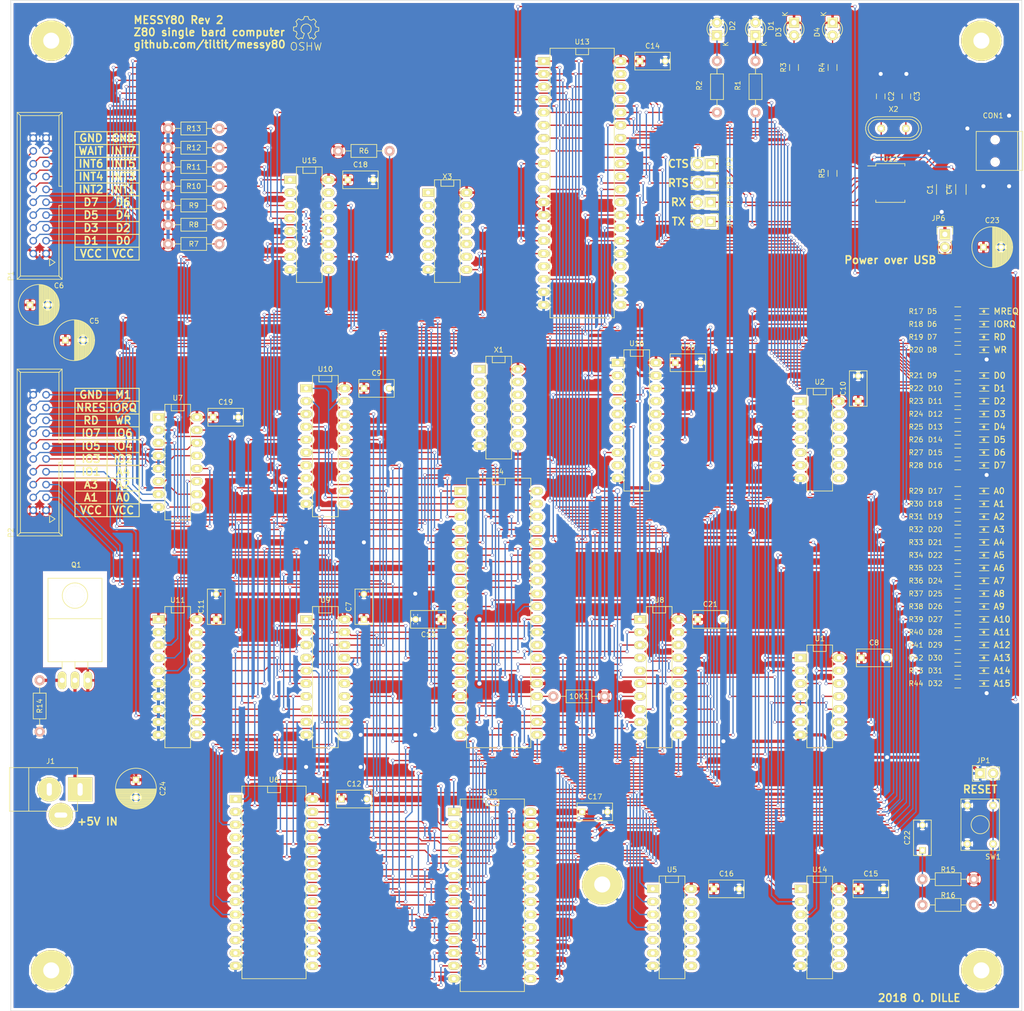
<source format=kicad_pcb>
(kicad_pcb (version 4) (host pcbnew 4.0.7-e2-6376~58~ubuntu16.04.1)
  (layers (0 F.Cu signal) (31 B.Cu signal) (34 B.Paste user) (35 F.Paste user) (36 B.SilkS user) (37 F.SilkS user) (38 B.Mask user) (39 F.Mask user) (44 Edge.Cuts user))
  (net 0 "")
  (net 1 WAIT)
  (net 2 VCC)
  (net 3 GND)
  (net 4 "Net-(C1-Pad2)")
  (net 5 "Net-(C2-Pad2)")
  (net 6 "Net-(C3-Pad2)")
  (net 7 "Net-(C4-Pad2)")
  (net 8 "Net-(CON1-Pad4)")
  (net 9 "Net-(D1-Pad1)")
  (net 10 "Net-(D2-Pad1)")
  (net 11 "Net-(JP2-Pad1)")
  (net 12 "Net-(JP2-Pad2)")
  (net 13 "Net-(JP3-Pad1)")
  (net 14 "Net-(JP3-Pad2)")
  (net 15 "Net-(JP4-Pad1)")
  (net 16 "Net-(JP4-Pad2)")
  (net 17 "Net-(JP5-Pad1)")
  (net 18 "Net-(JP5-Pad2)")
  (net 19 DB0)
  (net 20 DB1)
  (net 21 DB2)
  (net 22 DB3)
  (net 23 DB4)
  (net 24 DB5)
  (net 25 DB6)
  (net 26 DB7)
  (net 27 INT1)
  (net 28 INT2)
  (net 29 INT3)
  (net 30 INT4)
  (net 31 INT5)
  (net 32 INT6)
  (net 33 INT7)
  (net 34 AB0)
  (net 35 AB1)
  (net 36 AB2)
  (net 37 AB3)
  (net 38 AB4)
  (net 39 IO1)
  (net 40 IO2)
  (net 41 IO3)
  (net 42 IO4)
  (net 43 IO5)
  (net 44 IO6)
  (net 45 IO7)
  (net 46 WR_B)
  (net 47 RD_B)
  (net 48 IORQ_B)
  (net 49 NRESET)
  (net 50 "Net-(R1-Pad1)")
  (net 51 "Net-(R2-Pad1)")
  (net 52 "Net-(R3-Pad1)")
  (net 53 "Net-(R4-Pad1)")
  (net 54 "Net-(R5-Pad1)")
  (net 55 INT0)
  (net 56 IORQ)
  (net 57 NIORQ)
  (net 58 RESET)
  (net 59 "Net-(U1-Pad8)")
  (net 60 A15)
  (net 61 "Net-(U1-Pad10)")
  (net 62 M1)
  (net 63 DATA_ENABLE)
  (net 64 INT_RD_ENABLE)
  (net 65 MREQ)
  (net 66 "Net-(U2-Pad3)")
  (net 67 "Net-(U2-Pad6)")
  (net 68 AB14)
  (net 69 AB12)
  (net 70 AB7)
  (net 71 AB6)
  (net 72 AB5)
  (net 73 AB10)
  (net 74 RD)
  (net 75 AB11)
  (net 76 AB9)
  (net 77 AB8)
  (net 78 AB13)
  (net 79 WR)
  (net 80 A11)
  (net 81 A12)
  (net 82 A13)
  (net 83 A14)
  (net 84 "Net-(U4-Pad6)")
  (net 85 D4)
  (net 86 D3)
  (net 87 D5)
  (net 88 D6)
  (net 89 D2)
  (net 90 D7)
  (net 91 D0)
  (net 92 D1)
  (net 93 INT)
  (net 94 "Net-(U4-Pad18)")
  (net 95 BUSAK)
  (net 96 "Net-(U4-Pad28)")
  (net 97 A0)
  (net 98 A1)
  (net 99 A2)
  (net 100 A3)
  (net 101 A4)
  (net 102 A5)
  (net 103 A6)
  (net 104 A7)
  (net 105 A8)
  (net 106 A9)
  (net 107 A10)
  (net 108 "Net-(U10-Pad1)")
  (net 109 "Net-(U13-Pad30)")
  (net 110 IO0)
  (net 111 AB15)
  (net 112 "Net-(U11-Pad3)")
  (net 113 "Net-(U11-Pad4)")
  (net 114 "Net-(U11-Pad5)")
  (net 115 "Net-(U12-Pad7)")
  (net 116 "Net-(U12-Pad8)")
  (net 117 "Net-(U12-Pad9)")
  (net 118 "Net-(U12-Pad14)")
  (net 119 "Net-(U12-Pad15)")
  (net 120 "Net-(U12-Pad16)")
  (net 121 "Net-(U13-Pad15)")
  (net 122 "Net-(U13-Pad16)")
  (net 123 "Net-(U13-Pad17)")
  (net 124 "Net-(U13-Pad23)")
  (net 125 "Net-(U13-Pad24)")
  (net 126 "Net-(U13-Pad33)")
  (net 127 "Net-(U13-Pad37)")
  (net 128 "Net-(U13-Pad38)")
  (net 129 "Net-(U13-Pad39)")
  (net 130 "Net-(U15-Pad15)")
  (net 131 "Net-(U16-Pad3)")
  (net 132 "Net-(U16-Pad5)")
  (net 133 "Net-(U16-Pad7)")
  (net 134 "Net-(U16-Pad9)")
  (net 135 "Net-(U16-Pad11)")
  (net 136 "Net-(U16-Pad13)")
  (net 137 "Net-(U16-Pad15)")
  (net 138 "Net-(U16-Pad17)")
  (net 139 "Net-(X1-Pad1)")
  (net 140 "Net-(X3-Pad1)")
  (net 141 /D-)
  (net 142 /D+)
  (net 143 "Net-(Q1-Pad1)")
  (net 144 "Net-(J1-Pad1)")
  (net 145 "Net-(C22-Pad1)")
  (net 146 "Net-(JP1-Pad2)")
  (net 147 M1_B)
  (net 148 "Net-(D3-Pad2)")
  (net 149 "Net-(D4-Pad2)")
  (net 150 "Net-(D5-Pad2)")
  (net 151 "Net-(D6-Pad2)")
  (net 152 "Net-(D7-Pad2)")
  (net 153 "Net-(D8-Pad2)")
  (net 154 "Net-(D9-Pad2)")
  (net 155 "Net-(D10-Pad2)")
  (net 156 "Net-(D11-Pad2)")
  (net 157 "Net-(D12-Pad2)")
  (net 158 "Net-(D13-Pad2)")
  (net 159 "Net-(D14-Pad2)")
  (net 160 "Net-(D15-Pad2)")
  (net 161 "Net-(D16-Pad2)")
  (net 162 "Net-(D17-Pad2)")
  (net 163 "Net-(D18-Pad2)")
  (net 164 "Net-(D19-Pad2)")
  (net 165 "Net-(D20-Pad2)")
  (net 166 "Net-(D21-Pad2)")
  (net 167 "Net-(D22-Pad2)")
  (net 168 "Net-(D23-Pad2)")
  (net 169 "Net-(D24-Pad2)")
  (net 170 "Net-(D25-Pad2)")
  (net 171 "Net-(D26-Pad2)")
  (net 172 "Net-(D27-Pad2)")
  (net 173 "Net-(D28-Pad2)")
  (net 174 "Net-(D29-Pad2)")
  (net 175 "Net-(D30-Pad2)")
  (net 176 "Net-(D31-Pad2)")
  (net 177 "Net-(D32-Pad2)")
  (module Wire_Pads:SolderWirePad_single_2-5mmDrill (layer F.Cu) (at 167.8 223.92)
    (fp_text reference REF** hide)
    (fp_text value SolderWirePad_single_2-5mmDrill hide)
    (pad 1 thru_hole circle (at 0 0) (size 8 8) (drill 3.175) (layers *.Cu *.Mask F.SilkS) (net 3 GND))
  )
  (module Wire_Pads:SolderWirePad_single_2-5mmDrill (layer F.Cu) (at 58.8 56.92)
    (fp_text reference REF** hide)
    (fp_text value SolderWirePad_single_2-5mmDrill hide)
    (pad 1 thru_hole circle (at 0 0) (size 8 8) (drill 3.175) (layers *.Cu *.Mask F.SilkS) (net 3 GND))
  )
  (module Wire_Pads:SolderWirePad_single_2-5mmDrill (layer F.Cu) (at 242.8 56.92)
    (fp_text reference REF** hide)
    (fp_text value SolderWirePad_single_2-5mmDrill hide)
    (pad 1 thru_hole circle (at 0 0) (size 8 8) (drill 3.175) (layers *.Cu *.Mask F.SilkS) (net 3 GND))
  )
  (module Wire_Pads:SolderWirePad_single_2-5mmDrill (layer F.Cu) (at 242.8 240.92)
    (fp_text reference REF** hide)
    (fp_text value SolderWirePad_single_2-5mmDrill hide)
    (pad 1 thru_hole circle (at 0 0) (size 8 8) (drill 3.175) (layers *.Cu *.Mask F.SilkS) (net 3 GND))
  )
  (module Resistors_ThroughHole:Resistor_Horizontal_RM10mm (layer F.Cu) (at 163.195 186.69)
    (fp_text reference 10K1 (at 0 0) (layer F.SilkS))
    (fp_text value R)
    (pad 1 thru_hole circle (at -5.08 0) (size 1.99898 1.99898) (drill 1.00076) (layers *.Cu *.SilkS *.Mask) (net 1 WAIT))
    (pad 2 thru_hole circle (at 5.08 0) (size 1.99898 1.99898) (drill 1.00076) (layers *.Cu *.SilkS *.Mask) (net 2 VCC))
  )
  (module Capacitors_SMD:C_1206_HandSoldering (layer F.Cu) (at 234.95 86.36 90)
    (fp_text reference C1 (at 0 -2.3 90) (layer F.SilkS))
    (fp_text value 0.47uf)
    (pad 1 smd rect (at -2 0 90) (size 2 1.6) (layers F.Cu F.Paste F.Mask) (net 3 GND))
    (pad 2 smd rect (at 2 0 90) (size 2 1.6) (layers F.Cu F.Paste F.Mask) (net 4 "Net-(C1-Pad2)"))
  )
  (module Capacitors_SMD:C_0805_HandSoldering (layer F.Cu) (at 222.885 67.945 270)
    (fp_text reference C2 (at 0 -2.1 270) (layer F.SilkS))
    (fp_text value 18pf)
    (pad 1 smd rect (at -1.25 0 270) (size 1.5 1.25) (layers F.Cu F.Paste F.Mask) (net 3 GND))
    (pad 2 smd rect (at 1.25 0 270) (size 1.5 1.25) (layers F.Cu F.Paste F.Mask) (net 5 "Net-(C2-Pad2)"))
  )
  (module Capacitors_SMD:C_0805_HandSoldering (layer F.Cu) (at 227.965 67.945 270)
    (fp_text reference C3 (at 0 -2.1 270) (layer F.SilkS))
    (fp_text value 18pf)
    (pad 1 smd rect (at -1.25 0 270) (size 1.5 1.25) (layers F.Cu F.Paste F.Mask) (net 3 GND))
    (pad 2 smd rect (at 1.25 0 270) (size 1.5 1.25) (layers F.Cu F.Paste F.Mask) (net 6 "Net-(C3-Pad2)"))
  )
  (module Capacitors_SMD:C_1206_HandSoldering (layer F.Cu) (at 238.76 86.36 90)
    (fp_text reference C4 (at 0 -2.3 90) (layer F.SilkS))
    (fp_text value 1uf)
    (pad 1 smd rect (at -2 0 90) (size 2 1.6) (layers F.Cu F.Paste F.Mask) (net 3 GND))
    (pad 2 smd rect (at 2 0 90) (size 2 1.6) (layers F.Cu F.Paste F.Mask) (net 7 "Net-(C4-Pad2)"))
  )
  (module Capacitors_ThroughHole:C_Radial_D8_L11.5_P3.5 (layer F.Cu) (at 61.595 116.205)
    (fp_text reference C5 (at 5.715 -3.81) (layer F.SilkS))
    (fp_text value 330uf)
    (pad 2 thru_hole circle (at 3.5 0) (size 1.3 1.3) (drill 0.8) (layers *.Cu *.Mask F.SilkS) (net 3 GND))
    (pad 1 thru_hole rect (at 0 0) (size 1.3 1.3) (drill 0.8) (layers *.Cu *.Mask F.SilkS) (net 2 VCC))
  )
  (module Capacitors_ThroughHole:C_Radial_D8_L11.5_P3.5 (layer F.Cu) (at 54.61 109.22)
    (fp_text reference C6 (at 5.715 -3.81) (layer F.SilkS))
    (fp_text value 330uf)
    (pad 2 thru_hole circle (at 3.5 0) (size 1.3 1.3) (drill 0.8) (layers *.Cu *.Mask F.SilkS) (net 3 GND))
    (pad 1 thru_hole rect (at 0 0) (size 1.3 1.3) (drill 0.8) (layers *.Cu *.Mask F.SilkS) (net 2 VCC))
  )
  (module Capacitors_ThroughHole:C_Rect_L7_W3.5_P5 (layer F.Cu) (at 120.65 171.45 90)
    (fp_text reference C7 (at 2.5 -3 90) (layer F.SilkS))
    (fp_text value 100nf)
    (pad 1 thru_hole rect (at 0 0 90) (size 1.3 1.3) (drill 0.8) (layers *.Cu *.Mask F.SilkS) (net 2 VCC))
    (pad 2 thru_hole circle (at 5 0 90) (size 1.3 1.3) (drill 0.8) (layers *.Cu *.Mask F.SilkS) (net 3 GND))
  )
  (module Capacitors_ThroughHole:C_Rect_L7_W3.5_P5 (layer F.Cu) (at 219.075 179.07)
    (fp_text reference C8 (at 2.5 -3) (layer F.SilkS))
    (fp_text value 100nf)
    (pad 1 thru_hole rect (at 0 0) (size 1.3 1.3) (drill 0.8) (layers *.Cu *.Mask F.SilkS) (net 2 VCC))
    (pad 2 thru_hole circle (at 5 0) (size 1.3 1.3) (drill 0.8) (layers *.Cu *.Mask F.SilkS) (net 3 GND))
  )
  (module Capacitors_ThroughHole:C_Rect_L7_W3.5_P5 (layer F.Cu) (at 120.65 125.73)
    (fp_text reference C9 (at 2.5 -3) (layer F.SilkS))
    (fp_text value 100nf)
    (pad 1 thru_hole rect (at 0 0) (size 1.3 1.3) (drill 0.8) (layers *.Cu *.Mask F.SilkS) (net 2 VCC))
    (pad 2 thru_hole circle (at 5 0) (size 1.3 1.3) (drill 0.8) (layers *.Cu *.Mask F.SilkS) (net 3 GND))
  )
  (module Capacitors_ThroughHole:C_Rect_L7_W3.5_P5 (layer F.Cu) (at 218.44 128.27 90)
    (fp_text reference C10 (at 2.5 -3 90) (layer F.SilkS))
    (fp_text value 100nf)
    (pad 1 thru_hole rect (at 0 0 90) (size 1.3 1.3) (drill 0.8) (layers *.Cu *.Mask F.SilkS) (net 2 VCC))
    (pad 2 thru_hole circle (at 5 0 90) (size 1.3 1.3) (drill 0.8) (layers *.Cu *.Mask F.SilkS) (net 3 GND))
  )
  (module Capacitors_ThroughHole:C_Rect_L7_W3.5_P5 (layer F.Cu) (at 91.44 171.45 90)
    (fp_text reference C11 (at 2.5 -3 90) (layer F.SilkS))
    (fp_text value 100nf)
    (pad 1 thru_hole rect (at 0 0 90) (size 1.3 1.3) (drill 0.8) (layers *.Cu *.Mask F.SilkS) (net 2 VCC))
    (pad 2 thru_hole circle (at 5 0 90) (size 1.3 1.3) (drill 0.8) (layers *.Cu *.Mask F.SilkS) (net 3 GND))
  )
  (module Capacitors_ThroughHole:C_Rect_L7_W3.5_P5 (layer F.Cu) (at 116.205 207.01)
    (fp_text reference C12 (at 2.5 -3) (layer F.SilkS))
    (fp_text value 100nf)
    (pad 1 thru_hole rect (at 0 0) (size 1.3 1.3) (drill 0.8) (layers *.Cu *.Mask F.SilkS) (net 2 VCC))
    (pad 2 thru_hole circle (at 5 0) (size 1.3 1.3) (drill 0.8) (layers *.Cu *.Mask F.SilkS) (net 3 GND))
  )
  (module Capacitors_ThroughHole:C_Rect_L7_W3.5_P5 (layer F.Cu) (at 135.89 171.45 180)
    (fp_text reference C13 (at 2.5 -3 180) (layer F.SilkS))
    (fp_text value 100nf)
    (pad 1 thru_hole rect (at 0 0 180) (size 1.3 1.3) (drill 0.8) (layers *.Cu *.Mask F.SilkS) (net 2 VCC))
    (pad 2 thru_hole circle (at 5 0 180) (size 1.3 1.3) (drill 0.8) (layers *.Cu *.Mask F.SilkS) (net 3 GND))
  )
  (module Capacitors_ThroughHole:C_Rect_L7_W3.5_P5 (layer F.Cu) (at 175.26 60.96)
    (fp_text reference C14 (at 2.5 -3) (layer F.SilkS))
    (fp_text value 100nf)
    (pad 1 thru_hole rect (at 0 0) (size 1.3 1.3) (drill 0.8) (layers *.Cu *.Mask F.SilkS) (net 2 VCC))
    (pad 2 thru_hole circle (at 5 0) (size 1.3 1.3) (drill 0.8) (layers *.Cu *.Mask F.SilkS) (net 3 GND))
  )
  (module Capacitors_ThroughHole:C_Rect_L7_W3.5_P5 (layer F.Cu) (at 218.44 224.79)
    (fp_text reference C15 (at 2.5 -3) (layer F.SilkS))
    (fp_text value 100nf)
    (pad 1 thru_hole rect (at 0 0) (size 1.3 1.3) (drill 0.8) (layers *.Cu *.Mask F.SilkS) (net 2 VCC))
    (pad 2 thru_hole circle (at 5 0) (size 1.3 1.3) (drill 0.8) (layers *.Cu *.Mask F.SilkS) (net 3 GND))
  )
  (module Capacitors_ThroughHole:C_Rect_L7_W3.5_P5 (layer F.Cu) (at 189.865 224.79)
    (fp_text reference C16 (at 2.5 -3) (layer F.SilkS))
    (fp_text value 100nf)
    (pad 1 thru_hole rect (at 0 0) (size 1.3 1.3) (drill 0.8) (layers *.Cu *.Mask F.SilkS) (net 2 VCC))
    (pad 2 thru_hole circle (at 5 0) (size 1.3 1.3) (drill 0.8) (layers *.Cu *.Mask F.SilkS) (net 3 GND))
  )
  (module Capacitors_ThroughHole:C_Rect_L7_W3.5_P5 (layer F.Cu) (at 163.83 209.55)
    (fp_text reference C17 (at 2.5 -3) (layer F.SilkS))
    (fp_text value 100nf)
    (pad 1 thru_hole rect (at 0 0) (size 1.3 1.3) (drill 0.8) (layers *.Cu *.Mask F.SilkS) (net 2 VCC))
    (pad 2 thru_hole circle (at 5 0) (size 1.3 1.3) (drill 0.8) (layers *.Cu *.Mask F.SilkS) (net 3 GND))
  )
  (module Capacitors_ThroughHole:C_Rect_L7_W3.5_P5 (layer F.Cu) (at 117.475 84.455)
    (fp_text reference C18 (at 2.5 -3) (layer F.SilkS))
    (fp_text value 100nf)
    (pad 1 thru_hole rect (at 0 0) (size 1.3 1.3) (drill 0.8) (layers *.Cu *.Mask F.SilkS) (net 2 VCC))
    (pad 2 thru_hole circle (at 5 0) (size 1.3 1.3) (drill 0.8) (layers *.Cu *.Mask F.SilkS) (net 3 GND))
  )
  (module Capacitors_ThroughHole:C_Rect_L7_W3.5_P5 (layer F.Cu) (at 90.805 131.445)
    (fp_text reference C19 (at 2.5 -3) (layer F.SilkS))
    (fp_text value 100nf)
    (pad 1 thru_hole rect (at 0 0) (size 1.3 1.3) (drill 0.8) (layers *.Cu *.Mask F.SilkS) (net 2 VCC))
    (pad 2 thru_hole circle (at 5 0) (size 1.3 1.3) (drill 0.8) (layers *.Cu *.Mask F.SilkS) (net 3 GND))
  )
  (module Capacitors_ThroughHole:C_Rect_L7_W3.5_P5 (layer F.Cu) (at 182.245 120.65)
    (fp_text reference C20 (at 2.5 -3) (layer F.SilkS))
    (fp_text value 100nf)
    (pad 1 thru_hole rect (at 0 0) (size 1.3 1.3) (drill 0.8) (layers *.Cu *.Mask F.SilkS) (net 2 VCC))
    (pad 2 thru_hole circle (at 5 0) (size 1.3 1.3) (drill 0.8) (layers *.Cu *.Mask F.SilkS) (net 3 GND))
  )
  (module Capacitors_ThroughHole:C_Rect_L7_W3.5_P5 (layer F.Cu) (at 186.69 171.45)
    (fp_text reference C21 (at 2.5 -3) (layer F.SilkS))
    (fp_text value 100nf)
    (pad 1 thru_hole rect (at 0 0) (size 1.3 1.3) (drill 0.8) (layers *.Cu *.Mask F.SilkS) (net 2 VCC))
    (pad 2 thru_hole circle (at 5 0) (size 1.3 1.3) (drill 0.8) (layers *.Cu *.Mask F.SilkS) (net 3 GND))
  )
  (module Capacitors_ThroughHole:C_Rect_L7_W3.5_P5 (layer F.Cu) (at 231.14 217.17 90)
    (fp_text reference C22 (at 2.5 -3 90) (layer F.SilkS))
    (fp_text value 100nf)
    (pad 1 thru_hole rect (at 0 0 90) (size 1.3 1.3) (drill 0.8) (layers *.Cu *.Mask F.SilkS) (net 145 "Net-(C22-Pad1)"))
    (pad 2 thru_hole circle (at 5 0 90) (size 1.3 1.3) (drill 0.8) (layers *.Cu *.Mask F.SilkS) (net 3 GND))
  )
  (module Connect:USB_Mini-B (layer F.Cu) (at 246.38 78.74 180)
    (fp_text reference CON1 (at 1.27 6.985 180) (layer F.SilkS))
    (fp_text value USB-MINI-B hide)
    (pad 1 smd rect (at 3.44932 -1.6002 180) (size 2.30124 0.50038) (layers F.Cu F.Paste F.Mask) (net 7 "Net-(C4-Pad2)"))
    (pad 2 smd rect (at 3.44932 -0.8001 180) (size 2.30124 0.50038) (layers F.Cu F.Paste F.Mask) (net 141 /D-))
    (pad 3 smd rect (at 3.44932 0 180) (size 2.30124 0.50038) (layers F.Cu F.Paste F.Mask) (net 142 /D+))
    (pad 4 smd rect (at 3.44932 0.8001 180) (size 2.30124 0.50038) (layers F.Cu F.Paste F.Mask) (net 8 "Net-(CON1-Pad4)"))
    (pad 5 smd rect (at 3.44932 1.6002 180) (size 2.30124 0.50038) (layers F.Cu F.Paste F.Mask) (net 3 GND))
    (pad 6 smd rect (at 3.35026 -4.45008 180) (size 2.49936 1.99898) (layers F.Cu F.Paste F.Mask) (net 3 GND))
    (pad 6 smd rect (at -2.14884 -4.45008 180) (size 2.49936 1.99898) (layers F.Cu F.Paste F.Mask) (net 3 GND))
    (pad 6 smd rect (at 3.35026 4.45008 180) (size 2.49936 1.99898) (layers F.Cu F.Paste F.Mask) (net 3 GND))
    (pad 6 smd rect (at -2.14884 4.45008 180) (size 2.49936 1.99898) (layers F.Cu F.Paste F.Mask) (net 3 GND))
    (pad "" np_thru_hole circle (at 0.8509 -2.19964 180) (size 0.89916 0.89916) (drill 0.89916) (layers *.Cu *.Mask F.SilkS))
    (pad "" np_thru_hole circle (at 0.8509 2.19964 180) (size 0.89916 0.89916) (drill 0.89916) (layers *.Cu *.Mask F.SilkS))
  )
  (module LEDs:LED-3MM (layer F.Cu) (at 198.12 55.88 90)
    (fp_text reference D1 (at 1.91 3.06 90) (layer F.SilkS))
    (fp_text value LED)
    (fp_text user K (at -1.69 1.74 90) (layer F.SilkS))
    (pad 1 thru_hole rect (at 0 0 180) (size 2 2) (drill 1.00076) (layers *.Cu *.Mask F.SilkS) (net 9 "Net-(D1-Pad1)"))
    (pad 2 thru_hole circle (at 2.54 0 90) (size 2 2) (drill 1.00076) (layers *.Cu *.Mask F.SilkS) (net 3 GND))
  )
  (module LEDs:LED-3MM (layer F.Cu) (at 190.5 55.88 90)
    (fp_text reference D2 (at 1.91 3.06 90) (layer F.SilkS))
    (fp_text value LED)
    (fp_text user K (at -1.69 1.74 90) (layer F.SilkS))
    (pad 1 thru_hole rect (at 0 0 180) (size 2 2) (drill 1.00076) (layers *.Cu *.Mask F.SilkS) (net 10 "Net-(D2-Pad1)"))
    (pad 2 thru_hole circle (at 2.54 0 90) (size 2 2) (drill 1.00076) (layers *.Cu *.Mask F.SilkS) (net 3 GND))
  )
  (module LEDs:LED-3MM (layer F.Cu) (at 205.74 53.34 270)
    (fp_text reference D3 (at 1.91 3.06 270) (layer F.SilkS))
    (fp_text value LED)
    (fp_text user K (at -1.69 1.74 270) (layer F.SilkS))
    (pad 1 thru_hole rect (at 0 0) (size 2 2) (drill 1.00076) (layers *.Cu *.Mask F.SilkS) (net 2 VCC))
    (pad 2 thru_hole circle (at 2.54 0 270) (size 2 2) (drill 1.00076) (layers *.Cu *.Mask F.SilkS) (net 148 "Net-(D3-Pad2)"))
  )
  (module LEDs:LED-3MM (layer F.Cu) (at 213.36 53.34 270)
    (fp_text reference D4 (at 1.91 3.06 270) (layer F.SilkS))
    (fp_text value LED)
    (fp_text user K (at -1.69 1.74 270) (layer F.SilkS))
    (pad 1 thru_hole rect (at 0 0) (size 2 2) (drill 1.00076) (layers *.Cu *.Mask F.SilkS) (net 2 VCC))
    (pad 2 thru_hole circle (at 2.54 0 270) (size 2 2) (drill 1.00076) (layers *.Cu *.Mask F.SilkS) (net 149 "Net-(D4-Pad2)"))
  )
  (module Pin_Headers:Pin_Header_Straight_1x02 (layer F.Cu) (at 242.57 201.93 90)
    (fp_text reference JP1 (at 2.54 0.635 180) (layer F.SilkS))
    (fp_text value Jumper_NO_Small hide)
    (pad 1 thru_hole rect (at 0 0 90) (size 2.032 2.032) (drill 1.016) (layers *.Cu *.Mask F.SilkS) (net 3 GND))
    (pad 2 thru_hole oval (at 0 2.54 90) (size 2.032 2.032) (drill 1.016) (layers *.Cu *.Mask F.SilkS) (net 146 "Net-(JP1-Pad2)"))
  )
  (module Pin_Headers:Pin_Header_Straight_1x02 (layer F.Cu) (at 189.23 81.28 270)
    (fp_text reference JP2 (at 0 -3.81 270) (layer F.SilkS))
    (fp_text value Jumper_NC_Small hide)
    (pad 1 thru_hole rect (at 0 0 270) (size 2.032 2.032) (drill 1.016) (layers *.Cu *.Mask F.SilkS) (net 11 "Net-(JP2-Pad1)"))
    (pad 2 thru_hole oval (at 0 2.54 270) (size 2.032 2.032) (drill 1.016) (layers *.Cu *.Mask F.SilkS) (net 12 "Net-(JP2-Pad2)"))
  )
  (module Pin_Headers:Pin_Header_Straight_1x02 (layer F.Cu) (at 189.23 85.09 270)
    (fp_text reference JP3 (at 0 -3.81 270) (layer F.SilkS))
    (fp_text value Jumper_NC_Small hide)
    (pad 1 thru_hole rect (at 0 0 270) (size 2.032 2.032) (drill 1.016) (layers *.Cu *.Mask F.SilkS) (net 13 "Net-(JP3-Pad1)"))
    (pad 2 thru_hole oval (at 0 2.54 270) (size 2.032 2.032) (drill 1.016) (layers *.Cu *.Mask F.SilkS) (net 14 "Net-(JP3-Pad2)"))
  )
  (module Pin_Headers:Pin_Header_Straight_1x02 (layer F.Cu) (at 189.23 88.9 270)
    (fp_text reference JP4 (at 0 -3.81 270) (layer F.SilkS))
    (fp_text value Jumper_NC_Small hide)
    (pad 1 thru_hole rect (at 0 0 270) (size 2.032 2.032) (drill 1.016) (layers *.Cu *.Mask F.SilkS) (net 15 "Net-(JP4-Pad1)"))
    (pad 2 thru_hole oval (at 0 2.54 270) (size 2.032 2.032) (drill 1.016) (layers *.Cu *.Mask F.SilkS) (net 16 "Net-(JP4-Pad2)"))
  )
  (module Pin_Headers:Pin_Header_Straight_1x02 (layer F.Cu) (at 189.23 92.71 270)
    (fp_text reference JP5 (at 0 -3.81 270) (layer F.SilkS))
    (fp_text value Jumper_NC_Small hide)
    (pad 1 thru_hole rect (at 0 0 270) (size 2.032 2.032) (drill 1.016) (layers *.Cu *.Mask F.SilkS) (net 17 "Net-(JP5-Pad1)"))
    (pad 2 thru_hole oval (at 0 2.54 270) (size 2.032 2.032) (drill 1.016) (layers *.Cu *.Mask F.SilkS) (net 18 "Net-(JP5-Pad2)"))
  )
  (module Resistors_ThroughHole:Resistor_Horizontal_RM10mm (layer F.Cu) (at 198.12 66.04 90)
    (fp_text reference R1 (at 0.24892 -3.50012 90) (layer F.SilkS))
    (fp_text value 1K)
    (pad 1 thru_hole circle (at -5.08 0 90) (size 1.99898 1.99898) (drill 1.00076) (layers *.Cu *.SilkS *.Mask) (net 50 "Net-(R1-Pad1)"))
    (pad 2 thru_hole circle (at 5.08 0 90) (size 1.99898 1.99898) (drill 1.00076) (layers *.Cu *.SilkS *.Mask) (net 9 "Net-(D1-Pad1)"))
  )
  (module Resistors_ThroughHole:Resistor_Horizontal_RM10mm (layer F.Cu) (at 190.5 66.04 90)
    (fp_text reference R2 (at 0.24892 -3.50012 90) (layer F.SilkS))
    (fp_text value 1K)
    (pad 1 thru_hole circle (at -5.08 0 90) (size 1.99898 1.99898) (drill 1.00076) (layers *.Cu *.SilkS *.Mask) (net 51 "Net-(R2-Pad1)"))
    (pad 2 thru_hole circle (at 5.08 0 90) (size 1.99898 1.99898) (drill 1.00076) (layers *.Cu *.SilkS *.Mask) (net 10 "Net-(D2-Pad1)"))
  )
  (module Resistors_SMD:R_0805_HandSoldering (layer F.Cu) (at 205.74 62.23 90)
    (fp_text reference R3 (at 0 -2.1 90) (layer F.SilkS))
    (fp_text value 1K)
    (pad 1 smd rect (at -1.35 0 90) (size 1.5 1.3) (layers F.Cu F.Paste F.Mask) (net 52 "Net-(R3-Pad1)"))
    (pad 2 smd rect (at 1.35 0 90) (size 1.5 1.3) (layers F.Cu F.Paste F.Mask) (net 148 "Net-(D3-Pad2)"))
  )
  (module Resistors_SMD:R_0805_HandSoldering (layer F.Cu) (at 213.36 62.23 90)
    (fp_text reference R4 (at 0 -2.1 90) (layer F.SilkS))
    (fp_text value 1K)
    (pad 1 smd rect (at -1.35 0 90) (size 1.5 1.3) (layers F.Cu F.Paste F.Mask) (net 53 "Net-(R4-Pad1)"))
    (pad 2 smd rect (at 1.35 0 90) (size 1.5 1.3) (layers F.Cu F.Paste F.Mask) (net 149 "Net-(D4-Pad2)"))
  )
  (module Resistors_SMD:R_0805_HandSoldering (layer F.Cu) (at 213.36 83.185 90)
    (fp_text reference R5 (at 0 -2.1 90) (layer F.SilkS))
    (fp_text value 10K)
    (pad 1 smd rect (at -1.35 0 90) (size 1.5 1.3) (layers F.Cu F.Paste F.Mask) (net 54 "Net-(R5-Pad1)"))
    (pad 2 smd rect (at 1.35 0 90) (size 1.5 1.3) (layers F.Cu F.Paste F.Mask) (net 7 "Net-(C4-Pad2)"))
  )
  (module Resistors_ThroughHole:Resistor_Horizontal_RM10mm (layer F.Cu) (at 120.65 78.74)
    (fp_text reference R6 (at 0 0) (layer F.SilkS))
    (fp_text value 10K)
    (pad 1 thru_hole circle (at -5.08 0) (size 1.99898 1.99898) (drill 1.00076) (layers *.Cu *.SilkS *.Mask) (net 2 VCC))
    (pad 2 thru_hole circle (at 5.08 0) (size 1.99898 1.99898) (drill 1.00076) (layers *.Cu *.SilkS *.Mask) (net 55 INT0))
  )
  (module Resistors_ThroughHole:Resistor_Horizontal_RM10mm (layer F.Cu) (at 86.995 97.155)
    (fp_text reference R7 (at 0 0 180) (layer F.SilkS))
    (fp_text value 10K)
    (pad 1 thru_hole circle (at -5.08 0) (size 1.99898 1.99898) (drill 1.00076) (layers *.Cu *.SilkS *.Mask) (net 2 VCC))
    (pad 2 thru_hole circle (at 5.08 0) (size 1.99898 1.99898) (drill 1.00076) (layers *.Cu *.SilkS *.Mask) (net 27 INT1))
  )
  (module Resistors_ThroughHole:Resistor_Horizontal_RM10mm (layer F.Cu) (at 86.995 93.345)
    (fp_text reference R8 (at 0 0) (layer F.SilkS))
    (fp_text value 10K)
    (pad 1 thru_hole circle (at -5.08 0) (size 1.99898 1.99898) (drill 1.00076) (layers *.Cu *.SilkS *.Mask) (net 2 VCC))
    (pad 2 thru_hole circle (at 5.08 0) (size 1.99898 1.99898) (drill 1.00076) (layers *.Cu *.SilkS *.Mask) (net 28 INT2))
  )
  (module Resistors_ThroughHole:Resistor_Horizontal_RM10mm (layer F.Cu) (at 86.995 89.535)
    (fp_text reference R9 (at 0 0) (layer F.SilkS))
    (fp_text value R)
    (pad 1 thru_hole circle (at -5.08 0) (size 1.99898 1.99898) (drill 1.00076) (layers *.Cu *.SilkS *.Mask) (net 2 VCC))
    (pad 2 thru_hole circle (at 5.08 0) (size 1.99898 1.99898) (drill 1.00076) (layers *.Cu *.SilkS *.Mask) (net 29 INT3))
  )
  (module Resistors_ThroughHole:Resistor_Horizontal_RM10mm (layer F.Cu) (at 86.995 85.725)
    (fp_text reference R10 (at 0 0) (layer F.SilkS))
    (fp_text value 10K)
    (pad 1 thru_hole circle (at -5.08 0) (size 1.99898 1.99898) (drill 1.00076) (layers *.Cu *.SilkS *.Mask) (net 2 VCC))
    (pad 2 thru_hole circle (at 5.08 0) (size 1.99898 1.99898) (drill 1.00076) (layers *.Cu *.SilkS *.Mask) (net 30 INT4))
  )
  (module Resistors_ThroughHole:Resistor_Horizontal_RM10mm (layer F.Cu) (at 86.995 81.915)
    (fp_text reference R11 (at 0 0) (layer F.SilkS))
    (fp_text value 10K)
    (pad 1 thru_hole circle (at -5.08 0) (size 1.99898 1.99898) (drill 1.00076) (layers *.Cu *.SilkS *.Mask) (net 2 VCC))
    (pad 2 thru_hole circle (at 5.08 0) (size 1.99898 1.99898) (drill 1.00076) (layers *.Cu *.SilkS *.Mask) (net 31 INT5))
  )
  (module Resistors_ThroughHole:Resistor_Horizontal_RM10mm (layer F.Cu) (at 86.995 78.105)
    (fp_text reference R12 (at 0 0) (layer F.SilkS))
    (fp_text value 10K)
    (pad 1 thru_hole circle (at -5.08 0) (size 1.99898 1.99898) (drill 1.00076) (layers *.Cu *.SilkS *.Mask) (net 2 VCC))
    (pad 2 thru_hole circle (at 5.08 0) (size 1.99898 1.99898) (drill 1.00076) (layers *.Cu *.SilkS *.Mask) (net 32 INT6))
  )
  (module Resistors_ThroughHole:Resistor_Horizontal_RM10mm (layer F.Cu) (at 86.995 74.295)
    (fp_text reference R13 (at 0 0) (layer F.SilkS))
    (fp_text value 10K)
    (pad 1 thru_hole circle (at -5.08 0) (size 1.99898 1.99898) (drill 1.00076) (layers *.Cu *.SilkS *.Mask) (net 2 VCC))
    (pad 2 thru_hole circle (at 5.08 0) (size 1.99898 1.99898) (drill 1.00076) (layers *.Cu *.SilkS *.Mask) (net 33 INT7))
  )
  (module prjmods:Puch_button_TH (layer F.Cu) (at 238.76 207.01)
    (fp_text reference SW1 (at 6.35 11.43) (layer F.SilkS))
    (fp_text value SW_PUSH hide)
    (pad 1 thru_hole circle (at 1.27 1.27) (size 1.5 1.5) (drill 0.800001) (layers *.Cu *.Mask F.SilkS) (net 3 GND))
    (pad 2 thru_hole circle (at 6.35 1.27) (size 1.5 1.5) (drill 0.800001) (layers *.Cu *.Mask F.SilkS) (net 146 "Net-(JP1-Pad2)"))
    (pad 1 thru_hole circle (at 1.27 8.89) (size 1.5 1.5) (drill 0.800001) (layers *.Cu *.Mask F.SilkS) (net 3 GND))
    (pad 2 thru_hole circle (at 6.35 8.89) (size 1.5 1.5) (drill 0.800001) (layers *.Cu *.Mask F.SilkS) (net 146 "Net-(JP1-Pad2)"))
  )
  (module Sockets_DIP:DIP-14__300_ELL (layer F.Cu) (at 210.82 186.69 270)
    (fp_text reference U1 (at -11.43 0 360) (layer F.SilkS))
    (fp_text value 74LS14)
    (pad 1 thru_hole rect (at -7.62 3.81 270) (size 1.5748 2.286) (drill 0.8128) (layers *.Cu *.Mask F.SilkS) (net 56 IORQ))
    (pad 2 thru_hole oval (at -5.08 3.81 270) (size 1.5748 2.286) (drill 0.8128) (layers *.Cu *.Mask F.SilkS) (net 57 NIORQ))
    (pad 3 thru_hole oval (at -2.54 3.81 270) (size 1.5748 2.286) (drill 0.8128) (layers *.Cu *.Mask F.SilkS) (net 145 "Net-(C22-Pad1)"))
    (pad 4 thru_hole oval (at 0 3.81 270) (size 1.5748 2.286) (drill 0.8128) (layers *.Cu *.Mask F.SilkS) (net 49 NRESET))
    (pad 5 thru_hole oval (at 2.54 3.81 270) (size 1.5748 2.286) (drill 0.8128) (layers *.Cu *.Mask F.SilkS) (net 49 NRESET))
    (pad 6 thru_hole oval (at 5.08 3.81 270) (size 1.5748 2.286) (drill 0.8128) (layers *.Cu *.Mask F.SilkS) (net 58 RESET))
    (pad 7 thru_hole oval (at 7.62 3.81 270) (size 1.5748 2.286) (drill 0.8128) (layers *.Cu *.Mask F.SilkS) (net 3 GND))
    (pad 8 thru_hole oval (at 7.62 -3.81 270) (size 1.5748 2.286) (drill 0.8128) (layers *.Cu *.Mask F.SilkS) (net 59 "Net-(U1-Pad8)"))
    (pad 9 thru_hole oval (at 5.08 -3.81 270) (size 1.5748 2.286) (drill 0.8128) (layers *.Cu *.Mask F.SilkS) (net 60 A15))
    (pad 10 thru_hole oval (at 2.54 -3.81 270) (size 1.5748 2.286) (drill 0.8128) (layers *.Cu *.Mask F.SilkS) (net 61 "Net-(U1-Pad10)"))
    (pad 11 thru_hole oval (at 0 -3.81 270) (size 1.5748 2.286) (drill 0.8128) (layers *.Cu *.Mask F.SilkS) (net 62 M1))
    (pad 12 thru_hole oval (at -2.54 -3.81 270) (size 1.5748 2.286) (drill 0.8128) (layers *.Cu *.Mask F.SilkS) (net 63 DATA_ENABLE))
    (pad 13 thru_hole oval (at -5.08 -3.81 270) (size 1.5748 2.286) (drill 0.8128) (layers *.Cu *.Mask F.SilkS) (net 64 INT_RD_ENABLE))
    (pad 14 thru_hole oval (at -7.62 -3.81 270) (size 1.5748 2.286) (drill 0.8128) (layers *.Cu *.Mask F.SilkS) (net 2 VCC))
  )
  (module Sockets_DIP:DIP-28__600_ELL (layer F.Cu) (at 146.05 226.06 270)
    (fp_text reference U3 (at -20.32 0 360) (layer F.SilkS))
    (fp_text value 28C256)
    (pad 1 thru_hole rect (at -16.51 7.62 270) (size 1.5748 2.286) (drill 0.8128) (layers *.Cu *.Mask F.SilkS) (net 68 AB14))
    (pad 2 thru_hole oval (at -13.97 7.62 270) (size 1.5748 2.286) (drill 0.8128) (layers *.Cu *.Mask F.SilkS) (net 69 AB12))
    (pad 3 thru_hole oval (at -11.43 7.62 270) (size 1.5748 2.286) (drill 0.8128) (layers *.Cu *.Mask F.SilkS) (net 70 AB7))
    (pad 4 thru_hole oval (at -8.89 7.62 270) (size 1.5748 2.286) (drill 0.8128) (layers *.Cu *.Mask F.SilkS) (net 71 AB6))
    (pad 5 thru_hole oval (at -6.35 7.62 270) (size 1.5748 2.286) (drill 0.8128) (layers *.Cu *.Mask F.SilkS) (net 72 AB5))
    (pad 6 thru_hole oval (at -3.81 7.62 270) (size 1.5748 2.286) (drill 0.8128) (layers *.Cu *.Mask F.SilkS) (net 38 AB4))
    (pad 7 thru_hole oval (at -1.27 7.62 270) (size 1.5748 2.286) (drill 0.8128) (layers *.Cu *.Mask F.SilkS) (net 37 AB3))
    (pad 8 thru_hole oval (at 1.27 7.62 270) (size 1.5748 2.286) (drill 0.8128) (layers *.Cu *.Mask F.SilkS) (net 36 AB2))
    (pad 9 thru_hole oval (at 3.81 7.62 270) (size 1.5748 2.286) (drill 0.8128) (layers *.Cu *.Mask F.SilkS) (net 35 AB1))
    (pad 10 thru_hole oval (at 6.35 7.62 270) (size 1.5748 2.286) (drill 0.8128) (layers *.Cu *.Mask F.SilkS) (net 34 AB0))
    (pad 11 thru_hole oval (at 8.89 7.62 270) (size 1.5748 2.286) (drill 0.8128) (layers *.Cu *.Mask F.SilkS) (net 19 DB0))
    (pad 12 thru_hole oval (at 11.43 7.62 270) (size 1.5748 2.286) (drill 0.8128) (layers *.Cu *.Mask F.SilkS) (net 20 DB1))
    (pad 13 thru_hole oval (at 13.97 7.62 270) (size 1.5748 2.286) (drill 0.8128) (layers *.Cu *.Mask F.SilkS) (net 21 DB2))
    (pad 14 thru_hole oval (at 16.51 7.62 270) (size 1.5748 2.286) (drill 0.8128) (layers *.Cu *.Mask F.SilkS) (net 3 GND))
    (pad 15 thru_hole oval (at 16.51 -7.62 270) (size 1.5748 2.286) (drill 0.8128) (layers *.Cu *.Mask F.SilkS) (net 22 DB3))
    (pad 16 thru_hole oval (at 13.97 -7.62 270) (size 1.5748 2.286) (drill 0.8128) (layers *.Cu *.Mask F.SilkS) (net 23 DB4))
    (pad 17 thru_hole oval (at 11.43 -7.62 270) (size 1.5748 2.286) (drill 0.8128) (layers *.Cu *.Mask F.SilkS) (net 24 DB5))
    (pad 18 thru_hole oval (at 8.89 -7.62 270) (size 1.5748 2.286) (drill 0.8128) (layers *.Cu *.Mask F.SilkS) (net 25 DB6))
    (pad 19 thru_hole oval (at 6.35 -7.62 270) (size 1.5748 2.286) (drill 0.8128) (layers *.Cu *.Mask F.SilkS) (net 26 DB7))
    (pad 20 thru_hole oval (at 3.81 -7.62 270) (size 1.5748 2.286) (drill 0.8128) (layers *.Cu *.Mask F.SilkS) (net 66 "Net-(U2-Pad3)"))
    (pad 21 thru_hole oval (at 1.27 -7.62 270) (size 1.5748 2.286) (drill 0.8128) (layers *.Cu *.Mask F.SilkS) (net 73 AB10))
    (pad 22 thru_hole oval (at -1.27 -7.62 270) (size 1.5748 2.286) (drill 0.8128) (layers *.Cu *.Mask F.SilkS) (net 74 RD))
    (pad 23 thru_hole oval (at -3.81 -7.62 270) (size 1.5748 2.286) (drill 0.8128) (layers *.Cu *.Mask F.SilkS) (net 75 AB11))
    (pad 24 thru_hole oval (at -6.35 -7.62 270) (size 1.5748 2.286) (drill 0.8128) (layers *.Cu *.Mask F.SilkS) (net 76 AB9))
    (pad 25 thru_hole oval (at -8.89 -7.62 270) (size 1.5748 2.286) (drill 0.8128) (layers *.Cu *.Mask F.SilkS) (net 77 AB8))
    (pad 26 thru_hole oval (at -11.43 -7.62 270) (size 1.5748 2.286) (drill 0.8128) (layers *.Cu *.Mask F.SilkS) (net 78 AB13))
    (pad 27 thru_hole oval (at -13.97 -7.62 270) (size 1.5748 2.286) (drill 0.8128) (layers *.Cu *.Mask F.SilkS) (net 2 VCC))
    (pad 28 thru_hole oval (at -16.51 -7.62 270) (size 1.5748 2.286) (drill 0.8128) (layers *.Cu *.Mask F.SilkS) (net 2 VCC))
  )
  (module Sockets_DIP:DIP-40__600_ELL (layer F.Cu) (at 147.32 170.18 270)
    (fp_text reference U4 (at -27.94 0 360) (layer F.SilkS))
    (fp_text value Z80-CPU)
    (pad 1 thru_hole rect (at -24.13 7.62 270) (size 1.5748 2.286) (drill 0.8128) (layers *.Cu *.Mask F.SilkS) (net 80 A11))
    (pad 2 thru_hole oval (at -21.59 7.62 270) (size 1.5748 2.286) (drill 0.8128) (layers *.Cu *.Mask F.SilkS) (net 81 A12))
    (pad 3 thru_hole oval (at -19.05 7.62 270) (size 1.5748 2.286) (drill 0.8128) (layers *.Cu *.Mask F.SilkS) (net 82 A13))
    (pad 4 thru_hole oval (at -16.51 7.62 270) (size 1.5748 2.286) (drill 0.8128) (layers *.Cu *.Mask F.SilkS) (net 83 A14))
    (pad 5 thru_hole oval (at -13.97 7.62 270) (size 1.5748 2.286) (drill 0.8128) (layers *.Cu *.Mask F.SilkS) (net 60 A15))
    (pad 6 thru_hole oval (at -11.43 7.62 270) (size 1.5748 2.286) (drill 0.8128) (layers *.Cu *.Mask F.SilkS) (net 84 "Net-(U4-Pad6)"))
    (pad 7 thru_hole oval (at -8.89 7.62 270) (size 1.5748 2.286) (drill 0.8128) (layers *.Cu *.Mask F.SilkS) (net 85 D4))
    (pad 8 thru_hole oval (at -6.35 7.62 270) (size 1.5748 2.286) (drill 0.8128) (layers *.Cu *.Mask F.SilkS) (net 86 D3))
    (pad 9 thru_hole oval (at -3.81 7.62 270) (size 1.5748 2.286) (drill 0.8128) (layers *.Cu *.Mask F.SilkS) (net 87 D5))
    (pad 10 thru_hole oval (at -1.27 7.62 270) (size 1.5748 2.286) (drill 0.8128) (layers *.Cu *.Mask F.SilkS) (net 88 D6))
    (pad 11 thru_hole oval (at 1.27 7.62 270) (size 1.5748 2.286) (drill 0.8128) (layers *.Cu *.Mask F.SilkS) (net 2 VCC))
    (pad 12 thru_hole oval (at 3.81 7.62 270) (size 1.5748 2.286) (drill 0.8128) (layers *.Cu *.Mask F.SilkS) (net 89 D2))
    (pad 13 thru_hole oval (at 6.35 7.62 270) (size 1.5748 2.286) (drill 0.8128) (layers *.Cu *.Mask F.SilkS) (net 90 D7))
    (pad 14 thru_hole oval (at 8.89 7.62 270) (size 1.5748 2.286) (drill 0.8128) (layers *.Cu *.Mask F.SilkS) (net 91 D0))
    (pad 15 thru_hole oval (at 11.43 7.62 270) (size 1.5748 2.286) (drill 0.8128) (layers *.Cu *.Mask F.SilkS) (net 92 D1))
    (pad 16 thru_hole oval (at 13.97 7.62 270) (size 1.5748 2.286) (drill 0.8128) (layers *.Cu *.Mask F.SilkS) (net 93 INT))
    (pad 17 thru_hole oval (at 16.51 7.62 270) (size 1.5748 2.286) (drill 0.8128) (layers *.Cu *.Mask F.SilkS) (net 2 VCC))
    (pad 18 thru_hole oval (at 19.05 7.62 270) (size 1.5748 2.286) (drill 0.8128) (layers *.Cu *.Mask F.SilkS) (net 94 "Net-(U4-Pad18)"))
    (pad 19 thru_hole oval (at 21.59 7.62 270) (size 1.5748 2.286) (drill 0.8128) (layers *.Cu *.Mask F.SilkS) (net 65 MREQ))
    (pad 20 thru_hole oval (at 24.13 7.62 270) (size 1.5748 2.286) (drill 0.8128) (layers *.Cu *.Mask F.SilkS) (net 56 IORQ))
    (pad 21 thru_hole oval (at 24.13 -7.62 270) (size 1.5748 2.286) (drill 0.8128) (layers *.Cu *.Mask F.SilkS) (net 74 RD))
    (pad 22 thru_hole oval (at 21.59 -7.62 270) (size 1.5748 2.286) (drill 0.8128) (layers *.Cu *.Mask F.SilkS) (net 79 WR))
    (pad 23 thru_hole oval (at 19.05 -7.62 270) (size 1.5748 2.286) (drill 0.8128) (layers *.Cu *.Mask F.SilkS) (net 95 BUSAK))
    (pad 24 thru_hole oval (at 16.51 -7.62 270) (size 1.5748 2.286) (drill 0.8128) (layers *.Cu *.Mask F.SilkS) (net 1 WAIT))
    (pad 25 thru_hole oval (at 13.97 -7.62 270) (size 1.5748 2.286) (drill 0.8128) (layers *.Cu *.Mask F.SilkS) (net 2 VCC))
    (pad 26 thru_hole oval (at 11.43 -7.62 270) (size 1.5748 2.286) (drill 0.8128) (layers *.Cu *.Mask F.SilkS) (net 58 RESET))
    (pad 27 thru_hole oval (at 8.89 -7.62 270) (size 1.5748 2.286) (drill 0.8128) (layers *.Cu *.Mask F.SilkS) (net 62 M1))
    (pad 28 thru_hole oval (at 6.35 -7.62 270) (size 1.5748 2.286) (drill 0.8128) (layers *.Cu *.Mask F.SilkS) (net 96 "Net-(U4-Pad28)"))
    (pad 29 thru_hole oval (at 3.81 -7.62 270) (size 1.5748 2.286) (drill 0.8128) (layers *.Cu *.Mask F.SilkS) (net 3 GND))
    (pad 30 thru_hole oval (at 1.27 -7.62 270) (size 1.5748 2.286) (drill 0.8128) (layers *.Cu *.Mask F.SilkS) (net 97 A0))
    (pad 31 thru_hole oval (at -1.27 -7.62 270) (size 1.5748 2.286) (drill 0.8128) (layers *.Cu *.Mask F.SilkS) (net 98 A1))
    (pad 32 thru_hole oval (at -3.81 -7.62 270) (size 1.5748 2.286) (drill 0.8128) (layers *.Cu *.Mask F.SilkS) (net 99 A2))
    (pad 33 thru_hole oval (at -6.35 -7.62 270) (size 1.5748 2.286) (drill 0.8128) (layers *.Cu *.Mask F.SilkS) (net 100 A3))
    (pad 34 thru_hole oval (at -8.89 -7.62 270) (size 1.5748 2.286) (drill 0.8128) (layers *.Cu *.Mask F.SilkS) (net 101 A4))
    (pad 35 thru_hole oval (at -11.43 -7.62 270) (size 1.5748 2.286) (drill 0.8128) (layers *.Cu *.Mask F.SilkS) (net 102 A5))
    (pad 36 thru_hole oval (at -13.97 -7.62 270) (size 1.5748 2.286) (drill 0.8128) (layers *.Cu *.Mask F.SilkS) (net 103 A6))
    (pad 37 thru_hole oval (at -16.51 -7.62 270) (size 1.5748 2.286) (drill 0.8128) (layers *.Cu *.Mask F.SilkS) (net 104 A7))
    (pad 38 thru_hole oval (at -19.05 -7.62 270) (size 1.5748 2.286) (drill 0.8128) (layers *.Cu *.Mask F.SilkS) (net 105 A8))
    (pad 39 thru_hole oval (at -21.59 -7.62 270) (size 1.5748 2.286) (drill 0.8128) (layers *.Cu *.Mask F.SilkS) (net 106 A9))
    (pad 40 thru_hole oval (at -24.13 -7.62 270) (size 1.5748 2.286) (drill 0.8128) (layers *.Cu *.Mask F.SilkS) (net 107 A10))
  )
  (module Sockets_DIP:DIP-14__300_ELL (layer F.Cu) (at 181.61 232.41 270)
    (fp_text reference U5 (at -11.43 0 540) (layer F.SilkS))
    (fp_text value 74LS04)
    (pad 1 thru_hole rect (at -7.62 3.81 270) (size 1.5748 2.286) (drill 0.8128) (layers *.Cu *.Mask F.SilkS) (net 95 BUSAK))
    (pad 2 thru_hole oval (at -5.08 3.81 270) (size 1.5748 2.286) (drill 0.8128) (layers *.Cu *.Mask F.SilkS) (net 108 "Net-(U10-Pad1)"))
    (pad 3 thru_hole oval (at -2.54 3.81 270) (size 1.5748 2.286) (drill 0.8128) (layers *.Cu *.Mask F.SilkS) (net 109 "Net-(U13-Pad30)"))
    (pad 4 thru_hole oval (at 0 3.81 270) (size 1.5748 2.286) (drill 0.8128) (layers *.Cu *.Mask F.SilkS) (net 55 INT0))
    (pad 5 thru_hole oval (at 2.54 3.81 270) (size 1.5748 2.286) (drill 0.8128) (layers *.Cu *.Mask F.SilkS))
    (pad 6 thru_hole oval (at 5.08 3.81 270) (size 1.5748 2.286) (drill 0.8128) (layers *.Cu *.Mask F.SilkS))
    (pad 7 thru_hole oval (at 7.62 3.81 270) (size 1.5748 2.286) (drill 0.8128) (layers *.Cu *.Mask F.SilkS) (net 3 GND))
    (pad 8 thru_hole oval (at 7.62 -3.81 270) (size 1.5748 2.286) (drill 0.8128) (layers *.Cu *.Mask F.SilkS))
    (pad 9 thru_hole oval (at 5.08 -3.81 270) (size 1.5748 2.286) (drill 0.8128) (layers *.Cu *.Mask F.SilkS))
    (pad 10 thru_hole oval (at 2.54 -3.81 270) (size 1.5748 2.286) (drill 0.8128) (layers *.Cu *.Mask F.SilkS))
    (pad 11 thru_hole oval (at 0 -3.81 270) (size 1.5748 2.286) (drill 0.8128) (layers *.Cu *.Mask F.SilkS))
    (pad 12 thru_hole oval (at -2.54 -3.81 270) (size 1.5748 2.286) (drill 0.8128) (layers *.Cu *.Mask F.SilkS))
    (pad 13 thru_hole oval (at -5.08 -3.81 270) (size 1.5748 2.286) (drill 0.8128) (layers *.Cu *.Mask F.SilkS))
    (pad 14 thru_hole oval (at -7.62 -3.81 270) (size 1.5748 2.286) (drill 0.8128) (layers *.Cu *.Mask F.SilkS) (net 2 VCC))
  )
  (module Sockets_DIP:DIP-28__600_ELL (layer F.Cu) (at 102.87 223.52 270)
    (fp_text reference U6 (at -20.32 0 540) (layer F.SilkS))
    (fp_text value KM62256ALP-8)
    (pad 1 thru_hole rect (at -16.51 7.62 270) (size 1.5748 2.286) (drill 0.8128) (layers *.Cu *.Mask F.SilkS) (net 68 AB14))
    (pad 2 thru_hole oval (at -13.97 7.62 270) (size 1.5748 2.286) (drill 0.8128) (layers *.Cu *.Mask F.SilkS) (net 69 AB12))
    (pad 3 thru_hole oval (at -11.43 7.62 270) (size 1.5748 2.286) (drill 0.8128) (layers *.Cu *.Mask F.SilkS) (net 70 AB7))
    (pad 4 thru_hole oval (at -8.89 7.62 270) (size 1.5748 2.286) (drill 0.8128) (layers *.Cu *.Mask F.SilkS) (net 71 AB6))
    (pad 5 thru_hole oval (at -6.35 7.62 270) (size 1.5748 2.286) (drill 0.8128) (layers *.Cu *.Mask F.SilkS) (net 72 AB5))
    (pad 6 thru_hole oval (at -3.81 7.62 270) (size 1.5748 2.286) (drill 0.8128) (layers *.Cu *.Mask F.SilkS) (net 38 AB4))
    (pad 7 thru_hole oval (at -1.27 7.62 270) (size 1.5748 2.286) (drill 0.8128) (layers *.Cu *.Mask F.SilkS) (net 37 AB3))
    (pad 8 thru_hole oval (at 1.27 7.62 270) (size 1.5748 2.286) (drill 0.8128) (layers *.Cu *.Mask F.SilkS) (net 36 AB2))
    (pad 9 thru_hole oval (at 3.81 7.62 270) (size 1.5748 2.286) (drill 0.8128) (layers *.Cu *.Mask F.SilkS) (net 35 AB1))
    (pad 10 thru_hole oval (at 6.35 7.62 270) (size 1.5748 2.286) (drill 0.8128) (layers *.Cu *.Mask F.SilkS) (net 34 AB0))
    (pad 11 thru_hole oval (at 8.89 7.62 270) (size 1.5748 2.286) (drill 0.8128) (layers *.Cu *.Mask F.SilkS) (net 19 DB0))
    (pad 12 thru_hole oval (at 11.43 7.62 270) (size 1.5748 2.286) (drill 0.8128) (layers *.Cu *.Mask F.SilkS) (net 20 DB1))
    (pad 13 thru_hole oval (at 13.97 7.62 270) (size 1.5748 2.286) (drill 0.8128) (layers *.Cu *.Mask F.SilkS) (net 21 DB2))
    (pad 14 thru_hole oval (at 16.51 7.62 270) (size 1.5748 2.286) (drill 0.8128) (layers *.Cu *.Mask F.SilkS) (net 3 GND))
    (pad 15 thru_hole oval (at 16.51 -7.62 270) (size 1.5748 2.286) (drill 0.8128) (layers *.Cu *.Mask F.SilkS) (net 22 DB3))
    (pad 16 thru_hole oval (at 13.97 -7.62 270) (size 1.5748 2.286) (drill 0.8128) (layers *.Cu *.Mask F.SilkS) (net 23 DB4))
    (pad 17 thru_hole oval (at 11.43 -7.62 270) (size 1.5748 2.286) (drill 0.8128) (layers *.Cu *.Mask F.SilkS) (net 24 DB5))
    (pad 18 thru_hole oval (at 8.89 -7.62 270) (size 1.5748 2.286) (drill 0.8128) (layers *.Cu *.Mask F.SilkS) (net 25 DB6))
    (pad 19 thru_hole oval (at 6.35 -7.62 270) (size 1.5748 2.286) (drill 0.8128) (layers *.Cu *.Mask F.SilkS) (net 26 DB7))
    (pad 20 thru_hole oval (at 3.81 -7.62 270) (size 1.5748 2.286) (drill 0.8128) (layers *.Cu *.Mask F.SilkS) (net 67 "Net-(U2-Pad6)"))
    (pad 21 thru_hole oval (at 1.27 -7.62 270) (size 1.5748 2.286) (drill 0.8128) (layers *.Cu *.Mask F.SilkS) (net 73 AB10))
    (pad 22 thru_hole oval (at -1.27 -7.62 270) (size 1.5748 2.286) (drill 0.8128) (layers *.Cu *.Mask F.SilkS) (net 74 RD))
    (pad 23 thru_hole oval (at -3.81 -7.62 270) (size 1.5748 2.286) (drill 0.8128) (layers *.Cu *.Mask F.SilkS) (net 75 AB11))
    (pad 24 thru_hole oval (at -6.35 -7.62 270) (size 1.5748 2.286) (drill 0.8128) (layers *.Cu *.Mask F.SilkS) (net 76 AB9))
    (pad 25 thru_hole oval (at -8.89 -7.62 270) (size 1.5748 2.286) (drill 0.8128) (layers *.Cu *.Mask F.SilkS) (net 77 AB8))
    (pad 26 thru_hole oval (at -11.43 -7.62 270) (size 1.5748 2.286) (drill 0.8128) (layers *.Cu *.Mask F.SilkS) (net 78 AB13))
    (pad 27 thru_hole oval (at -13.97 -7.62 270) (size 1.5748 2.286) (drill 0.8128) (layers *.Cu *.Mask F.SilkS) (net 79 WR))
    (pad 28 thru_hole oval (at -16.51 -7.62 270) (size 1.5748 2.286) (drill 0.8128) (layers *.Cu *.Mask F.SilkS) (net 2 VCC))
  )
  (module Sockets_DIP:DIP-16__300_ELL (layer F.Cu) (at 83.82 140.335 270)
    (fp_text reference U7 (at -12.7 0 360) (layer F.SilkS))
    (fp_text value 74LS138)
    (pad 1 thru_hole rect (at -8.89 3.81 270) (size 1.5748 2.286) (drill 0.8128) (layers *.Cu *.Mask F.SilkS) (net 72 AB5))
    (pad 2 thru_hole oval (at -6.35 3.81 270) (size 1.5748 2.286) (drill 0.8128) (layers *.Cu *.Mask F.SilkS) (net 71 AB6))
    (pad 3 thru_hole oval (at -3.81 3.81 270) (size 1.5748 2.286) (drill 0.8128) (layers *.Cu *.Mask F.SilkS) (net 70 AB7))
    (pad 4 thru_hole oval (at -1.27 3.81 270) (size 1.5748 2.286) (drill 0.8128) (layers *.Cu *.Mask F.SilkS) (net 3 GND))
    (pad 5 thru_hole oval (at 1.27 3.81 270) (size 1.5748 2.286) (drill 0.8128) (layers *.Cu *.Mask F.SilkS) (net 3 GND))
    (pad 6 thru_hole oval (at 3.81 3.81 270) (size 1.5748 2.286) (drill 0.8128) (layers *.Cu *.Mask F.SilkS) (net 57 NIORQ))
    (pad 7 thru_hole oval (at 6.35 3.81 270) (size 1.5748 2.286) (drill 0.8128) (layers *.Cu *.Mask F.SilkS) (net 45 IO7))
    (pad 8 thru_hole oval (at 8.89 3.81 270) (size 1.5748 2.286) (drill 0.8128) (layers *.Cu *.Mask F.SilkS) (net 3 GND))
    (pad 9 thru_hole oval (at 8.89 -3.81 270) (size 1.5748 2.286) (drill 0.8128) (layers *.Cu *.Mask F.SilkS) (net 44 IO6))
    (pad 10 thru_hole oval (at 6.35 -3.81 270) (size 1.5748 2.286) (drill 0.8128) (layers *.Cu *.Mask F.SilkS) (net 43 IO5))
    (pad 11 thru_hole oval (at 3.81 -3.81 270) (size 1.5748 2.286) (drill 0.8128) (layers *.Cu *.Mask F.SilkS) (net 42 IO4))
    (pad 12 thru_hole oval (at 1.27 -3.81 270) (size 1.5748 2.286) (drill 0.8128) (layers *.Cu *.Mask F.SilkS) (net 41 IO3))
    (pad 13 thru_hole oval (at -1.27 -3.81 270) (size 1.5748 2.286) (drill 0.8128) (layers *.Cu *.Mask F.SilkS) (net 40 IO2))
    (pad 14 thru_hole oval (at -3.81 -3.81 270) (size 1.5748 2.286) (drill 0.8128) (layers *.Cu *.Mask F.SilkS) (net 39 IO1))
    (pad 15 thru_hole oval (at -6.35 -3.81 270) (size 1.5748 2.286) (drill 0.8128) (layers *.Cu *.Mask F.SilkS) (net 110 IO0))
    (pad 16 thru_hole oval (at -8.89 -3.81 270) (size 1.5748 2.286) (drill 0.8128) (layers *.Cu *.Mask F.SilkS) (net 2 VCC))
  )
  (module Sockets_DIP:DIP-20__300_ELL (layer F.Cu) (at 179.07 182.88 270)
    (fp_text reference U8 (at -15.24 0 360) (layer F.SilkS))
    (fp_text value 74LS245)
    (pad 1 thru_hole rect (at -11.43 3.81 270) (size 1.5748 2.286) (drill 0.8128) (layers *.Cu *.Mask F.SilkS) (net 74 RD))
    (pad 2 thru_hole oval (at -8.89 3.81 270) (size 1.5748 2.286) (drill 0.8128) (layers *.Cu *.Mask F.SilkS) (net 91 D0))
    (pad 3 thru_hole oval (at -6.35 3.81 270) (size 1.5748 2.286) (drill 0.8128) (layers *.Cu *.Mask F.SilkS) (net 92 D1))
    (pad 4 thru_hole oval (at -3.81 3.81 270) (size 1.5748 2.286) (drill 0.8128) (layers *.Cu *.Mask F.SilkS) (net 89 D2))
    (pad 5 thru_hole oval (at -1.27 3.81 270) (size 1.5748 2.286) (drill 0.8128) (layers *.Cu *.Mask F.SilkS) (net 86 D3))
    (pad 6 thru_hole oval (at 1.27 3.81 270) (size 1.5748 2.286) (drill 0.8128) (layers *.Cu *.Mask F.SilkS) (net 85 D4))
    (pad 7 thru_hole oval (at 3.81 3.81 270) (size 1.5748 2.286) (drill 0.8128) (layers *.Cu *.Mask F.SilkS) (net 87 D5))
    (pad 8 thru_hole oval (at 6.35 3.81 270) (size 1.5748 2.286) (drill 0.8128) (layers *.Cu *.Mask F.SilkS) (net 88 D6))
    (pad 9 thru_hole oval (at 8.89 3.81 270) (size 1.5748 2.286) (drill 0.8128) (layers *.Cu *.Mask F.SilkS) (net 90 D7))
    (pad 10 thru_hole oval (at 11.43 3.81 270) (size 1.5748 2.286) (drill 0.8128) (layers *.Cu *.Mask F.SilkS) (net 3 GND))
    (pad 11 thru_hole oval (at 11.43 -3.81 270) (size 1.5748 2.286) (drill 0.8128) (layers *.Cu *.Mask F.SilkS) (net 26 DB7))
    (pad 12 thru_hole oval (at 8.89 -3.81 270) (size 1.5748 2.286) (drill 0.8128) (layers *.Cu *.Mask F.SilkS) (net 25 DB6))
    (pad 13 thru_hole oval (at 6.35 -3.81 270) (size 1.5748 2.286) (drill 0.8128) (layers *.Cu *.Mask F.SilkS) (net 24 DB5))
    (pad 14 thru_hole oval (at 3.81 -3.81 270) (size 1.5748 2.286) (drill 0.8128) (layers *.Cu *.Mask F.SilkS) (net 23 DB4))
    (pad 15 thru_hole oval (at 1.27 -3.81 270) (size 1.5748 2.286) (drill 0.8128) (layers *.Cu *.Mask F.SilkS) (net 22 DB3))
    (pad 16 thru_hole oval (at -1.27 -3.81 270) (size 1.5748 2.286) (drill 0.8128) (layers *.Cu *.Mask F.SilkS) (net 21 DB2))
    (pad 17 thru_hole oval (at -3.81 -3.81 270) (size 1.5748 2.286) (drill 0.8128) (layers *.Cu *.Mask F.SilkS) (net 20 DB1))
    (pad 18 thru_hole oval (at -6.35 -3.81 270) (size 1.5748 2.286) (drill 0.8128) (layers *.Cu *.Mask F.SilkS) (net 19 DB0))
    (pad 19 thru_hole oval (at -8.89 -3.81 270) (size 1.5748 2.286) (drill 0.8128) (layers *.Cu *.Mask F.SilkS) (net 63 DATA_ENABLE))
    (pad 20 thru_hole oval (at -11.43 -3.81 270) (size 1.5748 2.286) (drill 0.8128) (layers *.Cu *.Mask F.SilkS) (net 2 VCC))
  )
  (module Sockets_DIP:DIP-20__300_ELL (layer F.Cu) (at 113.03 182.88 270)
    (fp_text reference U9 (at -15.24 0 360) (layer F.SilkS))
    (fp_text value 74LS244)
    (pad 1 thru_hole rect (at -11.43 3.81 270) (size 1.5748 2.286) (drill 0.8128) (layers *.Cu *.Mask F.SilkS) (net 108 "Net-(U10-Pad1)"))
    (pad 2 thru_hole oval (at -8.89 3.81 270) (size 1.5748 2.286) (drill 0.8128) (layers *.Cu *.Mask F.SilkS) (net 97 A0))
    (pad 3 thru_hole oval (at -6.35 3.81 270) (size 1.5748 2.286) (drill 0.8128) (layers *.Cu *.Mask F.SilkS) (net 70 AB7))
    (pad 4 thru_hole oval (at -3.81 3.81 270) (size 1.5748 2.286) (drill 0.8128) (layers *.Cu *.Mask F.SilkS) (net 98 A1))
    (pad 5 thru_hole oval (at -1.27 3.81 270) (size 1.5748 2.286) (drill 0.8128) (layers *.Cu *.Mask F.SilkS) (net 71 AB6))
    (pad 6 thru_hole oval (at 1.27 3.81 270) (size 1.5748 2.286) (drill 0.8128) (layers *.Cu *.Mask F.SilkS) (net 99 A2))
    (pad 7 thru_hole oval (at 3.81 3.81 270) (size 1.5748 2.286) (drill 0.8128) (layers *.Cu *.Mask F.SilkS) (net 72 AB5))
    (pad 8 thru_hole oval (at 6.35 3.81 270) (size 1.5748 2.286) (drill 0.8128) (layers *.Cu *.Mask F.SilkS) (net 100 A3))
    (pad 9 thru_hole oval (at 8.89 3.81 270) (size 1.5748 2.286) (drill 0.8128) (layers *.Cu *.Mask F.SilkS) (net 38 AB4))
    (pad 10 thru_hole oval (at 11.43 3.81 270) (size 1.5748 2.286) (drill 0.8128) (layers *.Cu *.Mask F.SilkS) (net 3 GND))
    (pad 11 thru_hole oval (at 11.43 -3.81 270) (size 1.5748 2.286) (drill 0.8128) (layers *.Cu *.Mask F.SilkS) (net 101 A4))
    (pad 12 thru_hole oval (at 8.89 -3.81 270) (size 1.5748 2.286) (drill 0.8128) (layers *.Cu *.Mask F.SilkS) (net 37 AB3))
    (pad 13 thru_hole oval (at 6.35 -3.81 270) (size 1.5748 2.286) (drill 0.8128) (layers *.Cu *.Mask F.SilkS) (net 102 A5))
    (pad 14 thru_hole oval (at 3.81 -3.81 270) (size 1.5748 2.286) (drill 0.8128) (layers *.Cu *.Mask F.SilkS) (net 36 AB2))
    (pad 15 thru_hole oval (at 1.27 -3.81 270) (size 1.5748 2.286) (drill 0.8128) (layers *.Cu *.Mask F.SilkS) (net 103 A6))
    (pad 16 thru_hole oval (at -1.27 -3.81 270) (size 1.5748 2.286) (drill 0.8128) (layers *.Cu *.Mask F.SilkS) (net 35 AB1))
    (pad 17 thru_hole oval (at -3.81 -3.81 270) (size 1.5748 2.286) (drill 0.8128) (layers *.Cu *.Mask F.SilkS) (net 104 A7))
    (pad 18 thru_hole oval (at -6.35 -3.81 270) (size 1.5748 2.286) (drill 0.8128) (layers *.Cu *.Mask F.SilkS) (net 34 AB0))
    (pad 19 thru_hole oval (at -8.89 -3.81 270) (size 1.5748 2.286) (drill 0.8128) (layers *.Cu *.Mask F.SilkS) (net 108 "Net-(U10-Pad1)"))
    (pad 20 thru_hole oval (at -11.43 -3.81 270) (size 1.5748 2.286) (drill 0.8128) (layers *.Cu *.Mask F.SilkS) (net 2 VCC))
  )
  (module Sockets_DIP:DIP-20__300_ELL (layer F.Cu) (at 113.03 137.16 270)
    (fp_text reference U10 (at -15.24 0 540) (layer F.SilkS))
    (fp_text value 74LS244)
    (pad 1 thru_hole rect (at -11.43 3.81 270) (size 1.5748 2.286) (drill 0.8128) (layers *.Cu *.Mask F.SilkS) (net 108 "Net-(U10-Pad1)"))
    (pad 2 thru_hole oval (at -8.89 3.81 270) (size 1.5748 2.286) (drill 0.8128) (layers *.Cu *.Mask F.SilkS) (net 105 A8))
    (pad 3 thru_hole oval (at -6.35 3.81 270) (size 1.5748 2.286) (drill 0.8128) (layers *.Cu *.Mask F.SilkS) (net 111 AB15))
    (pad 4 thru_hole oval (at -3.81 3.81 270) (size 1.5748 2.286) (drill 0.8128) (layers *.Cu *.Mask F.SilkS) (net 106 A9))
    (pad 5 thru_hole oval (at -1.27 3.81 270) (size 1.5748 2.286) (drill 0.8128) (layers *.Cu *.Mask F.SilkS) (net 68 AB14))
    (pad 6 thru_hole oval (at 1.27 3.81 270) (size 1.5748 2.286) (drill 0.8128) (layers *.Cu *.Mask F.SilkS) (net 107 A10))
    (pad 7 thru_hole oval (at 3.81 3.81 270) (size 1.5748 2.286) (drill 0.8128) (layers *.Cu *.Mask F.SilkS) (net 78 AB13))
    (pad 8 thru_hole oval (at 6.35 3.81 270) (size 1.5748 2.286) (drill 0.8128) (layers *.Cu *.Mask F.SilkS) (net 80 A11))
    (pad 9 thru_hole oval (at 8.89 3.81 270) (size 1.5748 2.286) (drill 0.8128) (layers *.Cu *.Mask F.SilkS) (net 69 AB12))
    (pad 10 thru_hole oval (at 11.43 3.81 270) (size 1.5748 2.286) (drill 0.8128) (layers *.Cu *.Mask F.SilkS) (net 3 GND))
    (pad 11 thru_hole oval (at 11.43 -3.81 270) (size 1.5748 2.286) (drill 0.8128) (layers *.Cu *.Mask F.SilkS) (net 81 A12))
    (pad 12 thru_hole oval (at 8.89 -3.81 270) (size 1.5748 2.286) (drill 0.8128) (layers *.Cu *.Mask F.SilkS) (net 75 AB11))
    (pad 13 thru_hole oval (at 6.35 -3.81 270) (size 1.5748 2.286) (drill 0.8128) (layers *.Cu *.Mask F.SilkS) (net 82 A13))
    (pad 14 thru_hole oval (at 3.81 -3.81 270) (size 1.5748 2.286) (drill 0.8128) (layers *.Cu *.Mask F.SilkS) (net 73 AB10))
    (pad 15 thru_hole oval (at 1.27 -3.81 270) (size 1.5748 2.286) (drill 0.8128) (layers *.Cu *.Mask F.SilkS) (net 83 A14))
    (pad 16 thru_hole oval (at -1.27 -3.81 270) (size 1.5748 2.286) (drill 0.8128) (layers *.Cu *.Mask F.SilkS) (net 76 AB9))
    (pad 17 thru_hole oval (at -3.81 -3.81 270) (size 1.5748 2.286) (drill 0.8128) (layers *.Cu *.Mask F.SilkS) (net 60 A15))
    (pad 18 thru_hole oval (at -6.35 -3.81 270) (size 1.5748 2.286) (drill 0.8128) (layers *.Cu *.Mask F.SilkS) (net 77 AB8))
    (pad 19 thru_hole oval (at -8.89 -3.81 270) (size 1.5748 2.286) (drill 0.8128) (layers *.Cu *.Mask F.SilkS) (net 108 "Net-(U10-Pad1)"))
    (pad 20 thru_hole oval (at -11.43 -3.81 270) (size 1.5748 2.286) (drill 0.8128) (layers *.Cu *.Mask F.SilkS) (net 2 VCC))
  )
  (module Sockets_DIP:DIP-20__300_ELL (layer F.Cu) (at 83.82 182.88 270)
    (fp_text reference U11 (at -15.24 0 360) (layer F.SilkS))
    (fp_text value 74LS245)
    (pad 1 thru_hole rect (at -11.43 3.81 270) (size 1.5748 2.286) (drill 0.8128) (layers *.Cu *.Mask F.SilkS) (net 2 VCC))
    (pad 2 thru_hole oval (at -8.89 3.81 270) (size 1.5748 2.286) (drill 0.8128) (layers *.Cu *.Mask F.SilkS) (net 3 GND))
    (pad 3 thru_hole oval (at -6.35 3.81 270) (size 1.5748 2.286) (drill 0.8128) (layers *.Cu *.Mask F.SilkS) (net 112 "Net-(U11-Pad3)"))
    (pad 4 thru_hole oval (at -3.81 3.81 270) (size 1.5748 2.286) (drill 0.8128) (layers *.Cu *.Mask F.SilkS) (net 113 "Net-(U11-Pad4)"))
    (pad 5 thru_hole oval (at -1.27 3.81 270) (size 1.5748 2.286) (drill 0.8128) (layers *.Cu *.Mask F.SilkS) (net 114 "Net-(U11-Pad5)"))
    (pad 6 thru_hole oval (at 1.27 3.81 270) (size 1.5748 2.286) (drill 0.8128) (layers *.Cu *.Mask F.SilkS) (net 3 GND))
    (pad 7 thru_hole oval (at 3.81 3.81 270) (size 1.5748 2.286) (drill 0.8128) (layers *.Cu *.Mask F.SilkS) (net 3 GND))
    (pad 8 thru_hole oval (at 6.35 3.81 270) (size 1.5748 2.286) (drill 0.8128) (layers *.Cu *.Mask F.SilkS) (net 3 GND))
    (pad 9 thru_hole oval (at 8.89 3.81 270) (size 1.5748 2.286) (drill 0.8128) (layers *.Cu *.Mask F.SilkS) (net 3 GND))
    (pad 10 thru_hole oval (at 11.43 3.81 270) (size 1.5748 2.286) (drill 0.8128) (layers *.Cu *.Mask F.SilkS) (net 3 GND))
    (pad 11 thru_hole oval (at 11.43 -3.81 270) (size 1.5748 2.286) (drill 0.8128) (layers *.Cu *.Mask F.SilkS) (net 90 D7))
    (pad 12 thru_hole oval (at 8.89 -3.81 270) (size 1.5748 2.286) (drill 0.8128) (layers *.Cu *.Mask F.SilkS) (net 88 D6))
    (pad 13 thru_hole oval (at 6.35 -3.81 270) (size 1.5748 2.286) (drill 0.8128) (layers *.Cu *.Mask F.SilkS) (net 87 D5))
    (pad 14 thru_hole oval (at 3.81 -3.81 270) (size 1.5748 2.286) (drill 0.8128) (layers *.Cu *.Mask F.SilkS) (net 85 D4))
    (pad 15 thru_hole oval (at 1.27 -3.81 270) (size 1.5748 2.286) (drill 0.8128) (layers *.Cu *.Mask F.SilkS) (net 86 D3))
    (pad 16 thru_hole oval (at -1.27 -3.81 270) (size 1.5748 2.286) (drill 0.8128) (layers *.Cu *.Mask F.SilkS) (net 89 D2))
    (pad 17 thru_hole oval (at -3.81 -3.81 270) (size 1.5748 2.286) (drill 0.8128) (layers *.Cu *.Mask F.SilkS) (net 92 D1))
    (pad 18 thru_hole oval (at -6.35 -3.81 270) (size 1.5748 2.286) (drill 0.8128) (layers *.Cu *.Mask F.SilkS) (net 91 D0))
    (pad 19 thru_hole oval (at -8.89 -3.81 270) (size 1.5748 2.286) (drill 0.8128) (layers *.Cu *.Mask F.SilkS) (net 64 INT_RD_ENABLE))
    (pad 20 thru_hole oval (at -11.43 -3.81 270) (size 1.5748 2.286) (drill 0.8128) (layers *.Cu *.Mask F.SilkS) (net 2 VCC))
  )
  (module Sockets_DIP:DIP-40__600_ELL (layer F.Cu) (at 163.83 85.09 270)
    (fp_text reference U13 (at -27.94 0 360) (layer F.SilkS))
    (fp_text value 16550)
    (pad 1 thru_hole rect (at -24.13 7.62 270) (size 1.5748 2.286) (drill 0.8128) (layers *.Cu *.Mask F.SilkS) (net 19 DB0))
    (pad 2 thru_hole oval (at -21.59 7.62 270) (size 1.5748 2.286) (drill 0.8128) (layers *.Cu *.Mask F.SilkS) (net 20 DB1))
    (pad 3 thru_hole oval (at -19.05 7.62 270) (size 1.5748 2.286) (drill 0.8128) (layers *.Cu *.Mask F.SilkS) (net 21 DB2))
    (pad 4 thru_hole oval (at -16.51 7.62 270) (size 1.5748 2.286) (drill 0.8128) (layers *.Cu *.Mask F.SilkS) (net 22 DB3))
    (pad 5 thru_hole oval (at -13.97 7.62 270) (size 1.5748 2.286) (drill 0.8128) (layers *.Cu *.Mask F.SilkS) (net 23 DB4))
    (pad 6 thru_hole oval (at -11.43 7.62 270) (size 1.5748 2.286) (drill 0.8128) (layers *.Cu *.Mask F.SilkS) (net 24 DB5))
    (pad 7 thru_hole oval (at -8.89 7.62 270) (size 1.5748 2.286) (drill 0.8128) (layers *.Cu *.Mask F.SilkS) (net 25 DB6))
    (pad 8 thru_hole oval (at -6.35 7.62 270) (size 1.5748 2.286) (drill 0.8128) (layers *.Cu *.Mask F.SilkS) (net 26 DB7))
    (pad 9 thru_hole oval (at -3.81 7.62 270) (size 1.5748 2.286) (drill 0.8128) (layers *.Cu *.Mask F.SilkS) (net 121 "Net-(U13-Pad15)"))
    (pad 10 thru_hole oval (at -1.27 7.62 270) (size 1.5748 2.286) (drill 0.8128) (layers *.Cu *.Mask F.SilkS) (net 16 "Net-(JP4-Pad2)"))
    (pad 11 thru_hole oval (at 1.27 7.62 270) (size 1.5748 2.286) (drill 0.8128) (layers *.Cu *.Mask F.SilkS) (net 18 "Net-(JP5-Pad2)"))
    (pad 12 thru_hole oval (at 3.81 7.62 270) (size 1.5748 2.286) (drill 0.8128) (layers *.Cu *.Mask F.SilkS) (net 2 VCC))
    (pad 13 thru_hole oval (at 6.35 7.62 270) (size 1.5748 2.286) (drill 0.8128) (layers *.Cu *.Mask F.SilkS) (net 2 VCC))
    (pad 14 thru_hole oval (at 8.89 7.62 270) (size 1.5748 2.286) (drill 0.8128) (layers *.Cu *.Mask F.SilkS) (net 110 IO0))
    (pad 15 thru_hole oval (at 11.43 7.62 270) (size 1.5748 2.286) (drill 0.8128) (layers *.Cu *.Mask F.SilkS) (net 121 "Net-(U13-Pad15)"))
    (pad 16 thru_hole oval (at 13.97 7.62 270) (size 1.5748 2.286) (drill 0.8128) (layers *.Cu *.Mask F.SilkS) (net 122 "Net-(U13-Pad16)"))
    (pad 17 thru_hole oval (at 16.51 7.62 270) (size 1.5748 2.286) (drill 0.8128) (layers *.Cu *.Mask F.SilkS) (net 123 "Net-(U13-Pad17)"))
    (pad 18 thru_hole oval (at 19.05 7.62 270) (size 1.5748 2.286) (drill 0.8128) (layers *.Cu *.Mask F.SilkS) (net 79 WR))
    (pad 19 thru_hole oval (at 21.59 7.62 270) (size 1.5748 2.286) (drill 0.8128) (layers *.Cu *.Mask F.SilkS) (net 3 GND))
    (pad 20 thru_hole oval (at 24.13 7.62 270) (size 1.5748 2.286) (drill 0.8128) (layers *.Cu *.Mask F.SilkS) (net 3 GND))
    (pad 21 thru_hole oval (at 24.13 -7.62 270) (size 1.5748 2.286) (drill 0.8128) (layers *.Cu *.Mask F.SilkS) (net 74 RD))
    (pad 22 thru_hole oval (at 21.59 -7.62 270) (size 1.5748 2.286) (drill 0.8128) (layers *.Cu *.Mask F.SilkS) (net 3 GND))
    (pad 23 thru_hole oval (at 19.05 -7.62 270) (size 1.5748 2.286) (drill 0.8128) (layers *.Cu *.Mask F.SilkS) (net 124 "Net-(U13-Pad23)"))
    (pad 24 thru_hole oval (at 16.51 -7.62 270) (size 1.5748 2.286) (drill 0.8128) (layers *.Cu *.Mask F.SilkS) (net 125 "Net-(U13-Pad24)"))
    (pad 25 thru_hole oval (at 13.97 -7.62 270) (size 1.5748 2.286) (drill 0.8128) (layers *.Cu *.Mask F.SilkS) (net 3 GND))
    (pad 26 thru_hole oval (at 11.43 -7.62 270) (size 1.5748 2.286) (drill 0.8128) (layers *.Cu *.Mask F.SilkS) (net 36 AB2))
    (pad 27 thru_hole oval (at 8.89 -7.62 270) (size 1.5748 2.286) (drill 0.8128) (layers *.Cu *.Mask F.SilkS) (net 35 AB1))
    (pad 28 thru_hole oval (at 6.35 -7.62 270) (size 1.5748 2.286) (drill 0.8128) (layers *.Cu *.Mask F.SilkS) (net 34 AB0))
    (pad 29 thru_hole oval (at 3.81 -7.62 270) (size 1.5748 2.286) (drill 0.8128) (layers *.Cu *.Mask F.SilkS))
    (pad 30 thru_hole oval (at 1.27 -7.62 270) (size 1.5748 2.286) (drill 0.8128) (layers *.Cu *.Mask F.SilkS) (net 109 "Net-(U13-Pad30)"))
    (pad 31 thru_hole oval (at -1.27 -7.62 270) (size 1.5748 2.286) (drill 0.8128) (layers *.Cu *.Mask F.SilkS) (net 51 "Net-(R2-Pad1)"))
    (pad 32 thru_hole oval (at -3.81 -7.62 270) (size 1.5748 2.286) (drill 0.8128) (layers *.Cu *.Mask F.SilkS) (net 14 "Net-(JP3-Pad2)"))
    (pad 33 thru_hole oval (at -6.35 -7.62 270) (size 1.5748 2.286) (drill 0.8128) (layers *.Cu *.Mask F.SilkS) (net 126 "Net-(U13-Pad33)"))
    (pad 34 thru_hole oval (at -8.89 -7.62 270) (size 1.5748 2.286) (drill 0.8128) (layers *.Cu *.Mask F.SilkS) (net 50 "Net-(R1-Pad1)"))
    (pad 35 thru_hole oval (at -11.43 -7.62 270) (size 1.5748 2.286) (drill 0.8128) (layers *.Cu *.Mask F.SilkS) (net 49 NRESET))
    (pad 36 thru_hole oval (at -13.97 -7.62 270) (size 1.5748 2.286) (drill 0.8128) (layers *.Cu *.Mask F.SilkS) (net 12 "Net-(JP2-Pad2)"))
    (pad 37 thru_hole oval (at -16.51 -7.62 270) (size 1.5748 2.286) (drill 0.8128) (layers *.Cu *.Mask F.SilkS) (net 127 "Net-(U13-Pad37)"))
    (pad 38 thru_hole oval (at -19.05 -7.62 270) (size 1.5748 2.286) (drill 0.8128) (layers *.Cu *.Mask F.SilkS) (net 128 "Net-(U13-Pad38)"))
    (pad 39 thru_hole oval (at -21.59 -7.62 270) (size 1.5748 2.286) (drill 0.8128) (layers *.Cu *.Mask F.SilkS) (net 129 "Net-(U13-Pad39)"))
    (pad 40 thru_hole oval (at -24.13 -7.62 270) (size 1.5748 2.286) (drill 0.8128) (layers *.Cu *.Mask F.SilkS) (net 2 VCC))
  )
  (module Sockets_DIP:DIP-14__300_ELL (layer F.Cu) (at 210.82 232.41 270)
    (fp_text reference U14 (at -11.43 0 360) (layer F.SilkS))
    (fp_text value 74LS00)
    (pad 1 thru_hole rect (at -7.62 3.81 270) (size 1.5748 2.286) (drill 0.8128) (layers *.Cu *.Mask F.SilkS) (net 57 NIORQ))
    (pad 2 thru_hole oval (at -5.08 3.81 270) (size 1.5748 2.286) (drill 0.8128) (layers *.Cu *.Mask F.SilkS) (net 61 "Net-(U1-Pad10)"))
    (pad 3 thru_hole oval (at -2.54 3.81 270) (size 1.5748 2.286) (drill 0.8128) (layers *.Cu *.Mask F.SilkS) (net 64 INT_RD_ENABLE))
    (pad 4 thru_hole oval (at 0 3.81 270) (size 1.5748 2.286) (drill 0.8128) (layers *.Cu *.Mask F.SilkS))
    (pad 5 thru_hole oval (at 2.54 3.81 270) (size 1.5748 2.286) (drill 0.8128) (layers *.Cu *.Mask F.SilkS))
    (pad 6 thru_hole oval (at 5.08 3.81 270) (size 1.5748 2.286) (drill 0.8128) (layers *.Cu *.Mask F.SilkS))
    (pad 7 thru_hole oval (at 7.62 3.81 270) (size 1.5748 2.286) (drill 0.8128) (layers *.Cu *.Mask F.SilkS) (net 3 GND))
    (pad 8 thru_hole oval (at 7.62 -3.81 270) (size 1.5748 2.286) (drill 0.8128) (layers *.Cu *.Mask F.SilkS))
    (pad 9 thru_hole oval (at 5.08 -3.81 270) (size 1.5748 2.286) (drill 0.8128) (layers *.Cu *.Mask F.SilkS))
    (pad 10 thru_hole oval (at 2.54 -3.81 270) (size 1.5748 2.286) (drill 0.8128) (layers *.Cu *.Mask F.SilkS))
    (pad 11 thru_hole oval (at 0 -3.81 270) (size 1.5748 2.286) (drill 0.8128) (layers *.Cu *.Mask F.SilkS))
    (pad 12 thru_hole oval (at -2.54 -3.81 270) (size 1.5748 2.286) (drill 0.8128) (layers *.Cu *.Mask F.SilkS))
    (pad 13 thru_hole oval (at -5.08 -3.81 270) (size 1.5748 2.286) (drill 0.8128) (layers *.Cu *.Mask F.SilkS))
    (pad 14 thru_hole oval (at -7.62 -3.81 270) (size 1.5748 2.286) (drill 0.8128) (layers *.Cu *.Mask F.SilkS) (net 2 VCC))
  )
  (module Sockets_DIP:DIP-16__300_ELL (layer F.Cu) (at 109.855 93.345 270)
    (fp_text reference U15 (at -12.7 0 360) (layer F.SilkS))
    (fp_text value 74LS148)
    (pad 1 thru_hole rect (at -8.89 3.81 270) (size 1.5748 2.286) (drill 0.8128) (layers *.Cu *.Mask F.SilkS) (net 30 INT4))
    (pad 2 thru_hole oval (at -6.35 3.81 270) (size 1.5748 2.286) (drill 0.8128) (layers *.Cu *.Mask F.SilkS) (net 31 INT5))
    (pad 3 thru_hole oval (at -3.81 3.81 270) (size 1.5748 2.286) (drill 0.8128) (layers *.Cu *.Mask F.SilkS) (net 32 INT6))
    (pad 4 thru_hole oval (at -1.27 3.81 270) (size 1.5748 2.286) (drill 0.8128) (layers *.Cu *.Mask F.SilkS) (net 33 INT7))
    (pad 5 thru_hole oval (at 1.27 3.81 270) (size 1.5748 2.286) (drill 0.8128) (layers *.Cu *.Mask F.SilkS) (net 3 GND))
    (pad 6 thru_hole oval (at 3.81 3.81 270) (size 1.5748 2.286) (drill 0.8128) (layers *.Cu *.Mask F.SilkS) (net 114 "Net-(U11-Pad5)"))
    (pad 7 thru_hole oval (at 6.35 3.81 270) (size 1.5748 2.286) (drill 0.8128) (layers *.Cu *.Mask F.SilkS) (net 113 "Net-(U11-Pad4)"))
    (pad 8 thru_hole oval (at 8.89 3.81 270) (size 1.5748 2.286) (drill 0.8128) (layers *.Cu *.Mask F.SilkS) (net 3 GND))
    (pad 9 thru_hole oval (at 8.89 -3.81 270) (size 1.5748 2.286) (drill 0.8128) (layers *.Cu *.Mask F.SilkS) (net 112 "Net-(U11-Pad3)"))
    (pad 10 thru_hole oval (at 6.35 -3.81 270) (size 1.5748 2.286) (drill 0.8128) (layers *.Cu *.Mask F.SilkS) (net 55 INT0))
    (pad 11 thru_hole oval (at 3.81 -3.81 270) (size 1.5748 2.286) (drill 0.8128) (layers *.Cu *.Mask F.SilkS) (net 27 INT1))
    (pad 12 thru_hole oval (at 1.27 -3.81 270) (size 1.5748 2.286) (drill 0.8128) (layers *.Cu *.Mask F.SilkS) (net 28 INT2))
    (pad 13 thru_hole oval (at -1.27 -3.81 270) (size 1.5748 2.286) (drill 0.8128) (layers *.Cu *.Mask F.SilkS) (net 29 INT3))
    (pad 14 thru_hole oval (at -3.81 -3.81 270) (size 1.5748 2.286) (drill 0.8128) (layers *.Cu *.Mask F.SilkS) (net 93 INT))
    (pad 15 thru_hole oval (at -6.35 -3.81 270) (size 1.5748 2.286) (drill 0.8128) (layers *.Cu *.Mask F.SilkS) (net 130 "Net-(U15-Pad15)"))
    (pad 16 thru_hole oval (at -8.89 -3.81 270) (size 1.5748 2.286) (drill 0.8128) (layers *.Cu *.Mask F.SilkS) (net 2 VCC))
  )
  (module Sockets_DIP:DIP-20__300_ELL (layer F.Cu) (at 174.625 132.08 270)
    (fp_text reference U16 (at -15.24 0 360) (layer F.SilkS))
    (fp_text value 74LS244)
    (pad 1 thru_hole rect (at -11.43 3.81 270) (size 1.5748 2.286) (drill 0.8128) (layers *.Cu *.Mask F.SilkS) (net 3 GND))
    (pad 2 thru_hole oval (at -8.89 3.81 270) (size 1.5748 2.286) (drill 0.8128) (layers *.Cu *.Mask F.SilkS) (net 79 WR))
    (pad 3 thru_hole oval (at -6.35 3.81 270) (size 1.5748 2.286) (drill 0.8128) (layers *.Cu *.Mask F.SilkS) (net 131 "Net-(U16-Pad3)"))
    (pad 4 thru_hole oval (at -3.81 3.81 270) (size 1.5748 2.286) (drill 0.8128) (layers *.Cu *.Mask F.SilkS) (net 74 RD))
    (pad 5 thru_hole oval (at -1.27 3.81 270) (size 1.5748 2.286) (drill 0.8128) (layers *.Cu *.Mask F.SilkS) (net 132 "Net-(U16-Pad5)"))
    (pad 6 thru_hole oval (at 1.27 3.81 270) (size 1.5748 2.286) (drill 0.8128) (layers *.Cu *.Mask F.SilkS) (net 56 IORQ))
    (pad 7 thru_hole oval (at 3.81 3.81 270) (size 1.5748 2.286) (drill 0.8128) (layers *.Cu *.Mask F.SilkS) (net 133 "Net-(U16-Pad7)"))
    (pad 8 thru_hole oval (at 6.35 3.81 270) (size 1.5748 2.286) (drill 0.8128) (layers *.Cu *.Mask F.SilkS) (net 62 M1))
    (pad 9 thru_hole oval (at 8.89 3.81 270) (size 1.5748 2.286) (drill 0.8128) (layers *.Cu *.Mask F.SilkS) (net 134 "Net-(U16-Pad9)"))
    (pad 10 thru_hole oval (at 11.43 3.81 270) (size 1.5748 2.286) (drill 0.8128) (layers *.Cu *.Mask F.SilkS) (net 3 GND))
    (pad 11 thru_hole oval (at 11.43 -3.81 270) (size 1.5748 2.286) (drill 0.8128) (layers *.Cu *.Mask F.SilkS) (net 135 "Net-(U16-Pad11)"))
    (pad 12 thru_hole oval (at 8.89 -3.81 270) (size 1.5748 2.286) (drill 0.8128) (layers *.Cu *.Mask F.SilkS) (net 147 M1_B))
    (pad 13 thru_hole oval (at 6.35 -3.81 270) (size 1.5748 2.286) (drill 0.8128) (layers *.Cu *.Mask F.SilkS) (net 136 "Net-(U16-Pad13)"))
    (pad 14 thru_hole oval (at 3.81 -3.81 270) (size 1.5748 2.286) (drill 0.8128) (layers *.Cu *.Mask F.SilkS) (net 48 IORQ_B))
    (pad 15 thru_hole oval (at 1.27 -3.81 270) (size 1.5748 2.286) (drill 0.8128) (layers *.Cu *.Mask F.SilkS) (net 137 "Net-(U16-Pad15)"))
    (pad 16 thru_hole oval (at -1.27 -3.81 270) (size 1.5748 2.286) (drill 0.8128) (layers *.Cu *.Mask F.SilkS) (net 47 RD_B))
    (pad 17 thru_hole oval (at -3.81 -3.81 270) (size 1.5748 2.286) (drill 0.8128) (layers *.Cu *.Mask F.SilkS) (net 138 "Net-(U16-Pad17)"))
    (pad 18 thru_hole oval (at -6.35 -3.81 270) (size 1.5748 2.286) (drill 0.8128) (layers *.Cu *.Mask F.SilkS) (net 46 WR_B))
    (pad 19 thru_hole oval (at -8.89 -3.81 270) (size 1.5748 2.286) (drill 0.8128) (layers *.Cu *.Mask F.SilkS) (net 3 GND))
    (pad 20 thru_hole oval (at -11.43 -3.81 270) (size 1.5748 2.286) (drill 0.8128) (layers *.Cu *.Mask F.SilkS) (net 2 VCC))
  )
  (module Sockets_DIP:DIP-14__300_ELL (layer F.Cu) (at 147.32 129.54 270)
    (fp_text reference X1 (at -11.43 0 360) (layer F.SilkS))
    (fp_text value 4Mhz)
    (pad 1 thru_hole rect (at -7.62 3.81 270) (size 1.5748 2.286) (drill 0.8128) (layers *.Cu *.Mask F.SilkS) (net 139 "Net-(X1-Pad1)"))
    (pad 2 thru_hole oval (at -5.08 3.81 270) (size 1.5748 2.286) (drill 0.8128) (layers *.Cu *.Mask F.SilkS))
    (pad 3 thru_hole oval (at -2.54 3.81 270) (size 1.5748 2.286) (drill 0.8128) (layers *.Cu *.Mask F.SilkS))
    (pad 4 thru_hole oval (at 0 3.81 270) (size 1.5748 2.286) (drill 0.8128) (layers *.Cu *.Mask F.SilkS))
    (pad 5 thru_hole oval (at 2.54 3.81 270) (size 1.5748 2.286) (drill 0.8128) (layers *.Cu *.Mask F.SilkS))
    (pad 6 thru_hole oval (at 5.08 3.81 270) (size 1.5748 2.286) (drill 0.8128) (layers *.Cu *.Mask F.SilkS))
    (pad 7 thru_hole oval (at 7.62 3.81 270) (size 1.5748 2.286) (drill 0.8128) (layers *.Cu *.Mask F.SilkS) (net 3 GND))
    (pad 8 thru_hole oval (at 7.62 -3.81 270) (size 1.5748 2.286) (drill 0.8128) (layers *.Cu *.Mask F.SilkS) (net 84 "Net-(U4-Pad6)"))
    (pad 9 thru_hole oval (at 5.08 -3.81 270) (size 1.5748 2.286) (drill 0.8128) (layers *.Cu *.Mask F.SilkS))
    (pad 10 thru_hole oval (at 2.54 -3.81 270) (size 1.5748 2.286) (drill 0.8128) (layers *.Cu *.Mask F.SilkS))
    (pad 11 thru_hole oval (at 0 -3.81 270) (size 1.5748 2.286) (drill 0.8128) (layers *.Cu *.Mask F.SilkS))
    (pad 12 thru_hole oval (at -2.54 -3.81 270) (size 1.5748 2.286) (drill 0.8128) (layers *.Cu *.Mask F.SilkS))
    (pad 13 thru_hole oval (at -5.08 -3.81 270) (size 1.5748 2.286) (drill 0.8128) (layers *.Cu *.Mask F.SilkS))
    (pad 14 thru_hole oval (at -7.62 -3.81 270) (size 1.5748 2.286) (drill 0.8128) (layers *.Cu *.Mask F.SilkS) (net 2 VCC))
  )
  (module Crystals:Crystal_HC49-U_Vertical (layer F.Cu) (at 225.425 74.295)
    (fp_text reference X2 (at 0 -3.81) (layer F.SilkS))
    (fp_text value 12MHz)
    (pad 1 thru_hole circle (at -2.44094 0) (size 1.50114 1.50114) (drill 0.8001) (layers *.Cu *.Mask F.SilkS) (net 5 "Net-(C2-Pad2)"))
    (pad 2 thru_hole circle (at 2.44094 0) (size 1.50114 1.50114) (drill 0.8001) (layers *.Cu *.Mask F.SilkS) (net 6 "Net-(C3-Pad2)"))
  )
  (module Sockets_DIP:DIP-14__300_ELL (layer F.Cu) (at 137.16 94.615 270)
    (fp_text reference X3 (at -10.795 0 360) (layer F.SilkS))
    (fp_text value 1.8432MHz)
    (pad 1 thru_hole rect (at -7.62 3.81 270) (size 1.5748 2.286) (drill 0.8128) (layers *.Cu *.Mask F.SilkS) (net 140 "Net-(X3-Pad1)"))
    (pad 2 thru_hole oval (at -5.08 3.81 270) (size 1.5748 2.286) (drill 0.8128) (layers *.Cu *.Mask F.SilkS))
    (pad 3 thru_hole oval (at -2.54 3.81 270) (size 1.5748 2.286) (drill 0.8128) (layers *.Cu *.Mask F.SilkS))
    (pad 4 thru_hole oval (at 0 3.81 270) (size 1.5748 2.286) (drill 0.8128) (layers *.Cu *.Mask F.SilkS))
    (pad 5 thru_hole oval (at 2.54 3.81 270) (size 1.5748 2.286) (drill 0.8128) (layers *.Cu *.Mask F.SilkS))
    (pad 6 thru_hole oval (at 5.08 3.81 270) (size 1.5748 2.286) (drill 0.8128) (layers *.Cu *.Mask F.SilkS))
    (pad 7 thru_hole oval (at 7.62 3.81 270) (size 1.5748 2.286) (drill 0.8128) (layers *.Cu *.Mask F.SilkS) (net 3 GND))
    (pad 8 thru_hole oval (at 7.62 -3.81 270) (size 1.5748 2.286) (drill 0.8128) (layers *.Cu *.Mask F.SilkS) (net 122 "Net-(U13-Pad16)"))
    (pad 9 thru_hole oval (at 5.08 -3.81 270) (size 1.5748 2.286) (drill 0.8128) (layers *.Cu *.Mask F.SilkS))
    (pad 10 thru_hole oval (at 2.54 -3.81 270) (size 1.5748 2.286) (drill 0.8128) (layers *.Cu *.Mask F.SilkS))
    (pad 11 thru_hole oval (at 0 -3.81 270) (size 1.5748 2.286) (drill 0.8128) (layers *.Cu *.Mask F.SilkS))
    (pad 12 thru_hole oval (at -2.54 -3.81 270) (size 1.5748 2.286) (drill 0.8128) (layers *.Cu *.Mask F.SilkS))
    (pad 13 thru_hole oval (at -5.08 -3.81 270) (size 1.5748 2.286) (drill 0.8128) (layers *.Cu *.Mask F.SilkS))
    (pad 14 thru_hole oval (at -7.62 -3.81 270) (size 1.5748 2.286) (drill 0.8128) (layers *.Cu *.Mask F.SilkS) (net 2 VCC))
  )
  (module Sockets_DIP:DIP-14__300_ELL (layer F.Cu) (at 210.82 135.89 270)
    (fp_text reference U2 (at -11.43 0 360) (layer F.SilkS))
    (fp_text value 74LS32)
    (pad 1 thru_hole rect (at -7.62 3.81 270) (size 1.5748 2.286) (drill 0.8128) (layers *.Cu *.Mask F.SilkS) (net 60 A15))
    (pad 2 thru_hole oval (at -5.08 3.81 270) (size 1.5748 2.286) (drill 0.8128) (layers *.Cu *.Mask F.SilkS) (net 65 MREQ))
    (pad 3 thru_hole oval (at -2.54 3.81 270) (size 1.5748 2.286) (drill 0.8128) (layers *.Cu *.Mask F.SilkS) (net 66 "Net-(U2-Pad3)"))
    (pad 4 thru_hole oval (at 0 3.81 270) (size 1.5748 2.286) (drill 0.8128) (layers *.Cu *.Mask F.SilkS) (net 65 MREQ))
    (pad 5 thru_hole oval (at 2.54 3.81 270) (size 1.5748 2.286) (drill 0.8128) (layers *.Cu *.Mask F.SilkS) (net 59 "Net-(U1-Pad8)"))
    (pad 6 thru_hole oval (at 5.08 3.81 270) (size 1.5748 2.286) (drill 0.8128) (layers *.Cu *.Mask F.SilkS) (net 67 "Net-(U2-Pad6)"))
    (pad 7 thru_hole oval (at 7.62 3.81 270) (size 1.5748 2.286) (drill 0.8128) (layers *.Cu *.Mask F.SilkS) (net 3 GND))
    (pad 8 thru_hole oval (at 7.62 -3.81 270) (size 1.5748 2.286) (drill 0.8128) (layers *.Cu *.Mask F.SilkS))
    (pad 9 thru_hole oval (at 5.08 -3.81 270) (size 1.5748 2.286) (drill 0.8128) (layers *.Cu *.Mask F.SilkS))
    (pad 10 thru_hole oval (at 2.54 -3.81 270) (size 1.5748 2.286) (drill 0.8128) (layers *.Cu *.Mask F.SilkS))
    (pad 11 thru_hole oval (at 0 -3.81 270) (size 1.5748 2.286) (drill 0.8128) (layers *.Cu *.Mask F.SilkS))
    (pad 12 thru_hole oval (at -2.54 -3.81 270) (size 1.5748 2.286) (drill 0.8128) (layers *.Cu *.Mask F.SilkS))
    (pad 13 thru_hole oval (at -5.08 -3.81 270) (size 1.5748 2.286) (drill 0.8128) (layers *.Cu *.Mask F.SilkS))
    (pad 14 thru_hole oval (at -7.62 -3.81 270) (size 1.5748 2.286) (drill 0.8128) (layers *.Cu *.Mask F.SilkS) (net 2 VCC))
  )
  (module Capacitors_ThroughHole:C_Radial_D8_L11.5_P3.5 (layer F.Cu) (at 243.205 97.79)
    (fp_text reference C23 (at 1.75 -5.3) (layer F.SilkS))
    (fp_text value 330uf)
    (pad 2 thru_hole circle (at 3.5 0) (size 1.3 1.3) (drill 0.8) (layers *.Cu *.Mask F.SilkS) (net 3 GND))
    (pad 1 thru_hole rect (at 0 0) (size 1.3 1.3) (drill 0.8) (layers *.Cu *.Mask F.SilkS) (net 2 VCC))
  )
  (module Capacitors_ThroughHole:C_Radial_D8_L11.5_P3.5 (layer F.Cu) (at 75.565 203.2 270)
    (fp_text reference C24 (at 1.75 -5.3 270) (layer F.SilkS))
    (fp_text value 330uf)
    (pad 2 thru_hole circle (at 3.5 0 270) (size 1.3 1.3) (drill 0.8) (layers *.Cu *.Mask F.SilkS) (net 3 GND))
    (pad 1 thru_hole rect (at 0 0 270) (size 1.3 1.3) (drill 0.8) (layers *.Cu *.Mask F.SilkS) (net 2 VCC))
  )
  (module Pin_Headers:Pin_Header_Straight_1x02 (layer F.Cu) (at 235.585 95.25)
    (fp_text reference JP6 (at -1.27 -3.175) (layer F.SilkS))
    (fp_text value Jumper_NO_Small hide)
    (pad 1 thru_hole rect (at 0 0) (size 2.032 2.032) (drill 1.016) (layers *.Cu *.Mask F.SilkS) (net 7 "Net-(C4-Pad2)"))
    (pad 2 thru_hole oval (at 0 2.54) (size 2.032 2.032) (drill 1.016) (layers *.Cu *.Mask F.SilkS) (net 2 VCC))
  )
  (module Resistors_ThroughHole:Resistor_Horizontal_RM10mm (layer F.Cu) (at 56.515 188.595 270)
    (fp_text reference R14 (at 0 0 270) (layer F.SilkS))
    (fp_text value 100K)
    (pad 1 thru_hole circle (at -5.08 0 270) (size 1.99898 1.99898) (drill 1.00076) (layers *.Cu *.SilkS *.Mask) (net 143 "Net-(Q1-Pad1)"))
    (pad 2 thru_hole circle (at 5.08 0 270) (size 1.99898 1.99898) (drill 1.00076) (layers *.Cu *.SilkS *.Mask) (net 3 GND))
  )
  (module Wire_Pads:SolderWirePad_single_2-5mmDrill (layer F.Cu) (at 58.8 240.92)
    (fp_text reference REF** hide)
    (fp_text value SolderWirePad_single_2-5mmDrill hide)
    (pad 1 thru_hole circle (at 0 0) (size 8 8) (drill 3.175) (layers *.Cu *.Mask F.SilkS) (net 3 GND))
  )
  (module Symbols:Symbol_OSHW-Logo_SilkScreen (layer F.Cu) (at 109.22 54.61)
    (fp_text reference REF** hide)
    (fp_text value Symbol_OSHW-Logo_SilkScreen hide)
  )
  (module Resistors_ThroughHole:Resistor_Horizontal_RM10mm (layer F.Cu) (at 236.22 222.885 180)
    (fp_text reference R15 (at 0 1.905 180) (layer F.SilkS))
    (fp_text value 10K)
    (pad 1 thru_hole circle (at -5.08 0 180) (size 1.99898 1.99898) (drill 1.00076) (layers *.Cu *.SilkS *.Mask) (net 2 VCC))
    (pad 2 thru_hole circle (at 5.08 0 180) (size 1.99898 1.99898) (drill 1.00076) (layers *.Cu *.SilkS *.Mask) (net 145 "Net-(C22-Pad1)"))
  )
  (module Resistors_ThroughHole:Resistor_Horizontal_RM10mm (layer F.Cu) (at 236.22 227.965)
    (fp_text reference R16 (at 0 -1.905) (layer F.SilkS))
    (fp_text value 1K)
    (pad 1 thru_hole circle (at -5.08 0) (size 1.99898 1.99898) (drill 1.00076) (layers *.Cu *.SilkS *.Mask) (net 145 "Net-(C22-Pad1)"))
    (pad 2 thru_hole circle (at 5.08 0) (size 1.99898 1.99898) (drill 1.00076) (layers *.Cu *.SilkS *.Mask) (net 146 "Net-(JP1-Pad2)"))
  )
  (module Housings_SSOP:SSOP-20_5.3x7.2mm_Pitch0.65mm (layer F.Cu) (at 224.79 85.09)
    (fp_text reference U12 (at 0 -4.75) (layer F.SilkS))
    (fp_text value MPC2200)
    (pad 1 smd rect (at -3.6 -2.925) (size 1.75 0.45) (layers F.Cu F.Paste F.Mask) (net 7 "Net-(C4-Pad2)"))
    (pad 2 smd rect (at -3.6 -2.275) (size 1.75 0.45) (layers F.Cu F.Paste F.Mask) (net 5 "Net-(C2-Pad2)"))
    (pad 3 smd rect (at -3.6 -1.625) (size 1.75 0.45) (layers F.Cu F.Paste F.Mask) (net 6 "Net-(C3-Pad2)"))
    (pad 4 smd rect (at -3.6 -0.975) (size 1.75 0.45) (layers F.Cu F.Paste F.Mask) (net 54 "Net-(R5-Pad1)"))
    (pad 5 smd rect (at -3.6 -0.325) (size 1.75 0.45) (layers F.Cu F.Paste F.Mask) (net 53 "Net-(R4-Pad1)"))
    (pad 6 smd rect (at -3.6 0.325) (size 1.75 0.45) (layers F.Cu F.Paste F.Mask) (net 52 "Net-(R3-Pad1)"))
    (pad 7 smd rect (at -3.6 0.975) (size 1.75 0.45) (layers F.Cu F.Paste F.Mask) (net 115 "Net-(U12-Pad7)"))
    (pad 8 smd rect (at -3.6 1.625) (size 1.75 0.45) (layers F.Cu F.Paste F.Mask) (net 116 "Net-(U12-Pad8)"))
    (pad 9 smd rect (at -3.6 2.275) (size 1.75 0.45) (layers F.Cu F.Paste F.Mask) (net 117 "Net-(U12-Pad9)"))
    (pad 10 smd rect (at -3.6 2.925) (size 1.75 0.45) (layers F.Cu F.Paste F.Mask) (net 15 "Net-(JP4-Pad1)"))
    (pad 11 smd rect (at 3.6 2.925) (size 1.75 0.45) (layers F.Cu F.Paste F.Mask) (net 11 "Net-(JP2-Pad1)"))
    (pad 12 smd rect (at 3.6 2.275) (size 1.75 0.45) (layers F.Cu F.Paste F.Mask) (net 17 "Net-(JP5-Pad1)"))
    (pad 13 smd rect (at 3.6 1.625) (size 1.75 0.45) (layers F.Cu F.Paste F.Mask) (net 13 "Net-(JP3-Pad1)"))
    (pad 14 smd rect (at 3.6 0.975) (size 1.75 0.45) (layers F.Cu F.Paste F.Mask) (net 118 "Net-(U12-Pad14)"))
    (pad 15 smd rect (at 3.6 0.325) (size 1.75 0.45) (layers F.Cu F.Paste F.Mask) (net 119 "Net-(U12-Pad15)"))
    (pad 16 smd rect (at 3.6 -0.325) (size 1.75 0.45) (layers F.Cu F.Paste F.Mask) (net 120 "Net-(U12-Pad16)"))
    (pad 17 smd rect (at 3.6 -0.975) (size 1.75 0.45) (layers F.Cu F.Paste F.Mask) (net 4 "Net-(C1-Pad2)"))
    (pad 18 smd rect (at 3.6 -1.625) (size 1.75 0.45) (layers F.Cu F.Paste F.Mask) (net 141 /D-))
    (pad 19 smd rect (at 3.6 -2.275) (size 1.75 0.45) (layers F.Cu F.Paste F.Mask) (net 142 /D+))
    (pad 20 smd rect (at 3.6 -2.925) (size 1.75 0.45) (layers F.Cu F.Paste F.Mask) (net 3 GND))
  )
  (module Connect:JACK_ALIM (layer F.Cu) (at 58.42 205.105)
    (fp_text reference J1 (at 0.254 -5.588) (layer F.SilkS))
    (fp_text value Conn_01x02)
    (pad 2 thru_hole circle (at 0 0) (size 4.8006 4.8006) (drill oval 1.016 2.54) (layers *.Cu *.Mask F.SilkS) (net 3 GND))
    (pad 1 thru_hole rect (at 6.096 0) (size 4.8006 4.8006) (drill oval 1.016 2.54) (layers *.Cu *.Mask F.SilkS) (net 144 "Net-(J1-Pad1)"))
    (pad 3 thru_hole circle (at 2.286 5.08) (size 4.8006 4.8006) (drill oval 2.54 1.016) (layers *.Cu *.Mask F.SilkS))
  )
  (module TO_SOT_Packages_THT:TO-220_Neutral123_Horizontal_LargePads (layer F.Cu) (at 63.5 183.515)
    (fp_text reference Q1 (at 0.24892 -22.84984) (layer F.SilkS))
    (fp_text value IRF9540N)
    (pad 2 thru_hole oval (at 0 0 90) (size 3.50012 1.69926) (drill 1.00076) (layers *.Cu *.Mask F.SilkS) (net 144 "Net-(J1-Pad1)"))
    (pad 1 thru_hole oval (at -2.54 0 90) (size 3.50012 1.69926) (drill 1.00076) (layers *.Cu *.Mask F.SilkS) (net 143 "Net-(Q1-Pad1)"))
    (pad 3 thru_hole oval (at 2.54 0 90) (size 3.50012 1.69926) (drill 1.00076) (layers *.Cu *.Mask F.SilkS) (net 2 VCC))
    (pad "" np_thru_hole circle (at 0 -16.764 90) (size 3.79984 3.79984) (drill 3.79984) (layers *.Cu *.Mask F.SilkS))
  )
  (module LEDs:LED-0603 (layer F.Cu) (at 243.205 110.49 180)
    (fp_text reference D5 (at 10.16 0 180) (layer F.SilkS))
    (fp_text value LED hide)
    (pad 2 smd rect (at 0.7493 0) (size 0.79756 0.79756) (layers F.Cu F.Paste F.Mask) (net 150 "Net-(D5-Pad2)"))
    (pad 1 smd rect (at -0.7493 0) (size 0.79756 0.79756) (layers F.Cu F.Paste F.Mask) (net 3 GND))
  )
  (module LEDs:LED-0603 (layer F.Cu) (at 243.205 113.03 180)
    (fp_text reference D6 (at 10.16 0 180) (layer F.SilkS))
    (fp_text value LED hide)
    (pad 2 smd rect (at 0.7493 0) (size 0.79756 0.79756) (layers F.Cu F.Paste F.Mask) (net 151 "Net-(D6-Pad2)"))
    (pad 1 smd rect (at -0.7493 0) (size 0.79756 0.79756) (layers F.Cu F.Paste F.Mask) (net 3 GND))
  )
  (module LEDs:LED-0603 (layer F.Cu) (at 243.205 115.57 180)
    (fp_text reference D7 (at 10.16 0 180) (layer F.SilkS))
    (fp_text value LED hide)
    (pad 2 smd rect (at 0.7493 0) (size 0.79756 0.79756) (layers F.Cu F.Paste F.Mask) (net 152 "Net-(D7-Pad2)"))
    (pad 1 smd rect (at -0.7493 0) (size 0.79756 0.79756) (layers F.Cu F.Paste F.Mask) (net 3 GND))
  )
  (module LEDs:LED-0603 (layer F.Cu) (at 243.205 118.11 180)
    (fp_text reference D8 (at 10.16 0 180) (layer F.SilkS))
    (fp_text value LED hide)
    (pad 2 smd rect (at 0.7493 0) (size 0.79756 0.79756) (layers F.Cu F.Paste F.Mask) (net 153 "Net-(D8-Pad2)"))
    (pad 1 smd rect (at -0.7493 0) (size 0.79756 0.79756) (layers F.Cu F.Paste F.Mask) (net 3 GND))
  )
  (module LEDs:LED-0603 (layer F.Cu) (at 243.205 123.19 180)
    (fp_text reference D9 (at 10.16 0 180) (layer F.SilkS))
    (fp_text value LED hide)
    (pad 2 smd rect (at 0.7493 0) (size 0.79756 0.79756) (layers F.Cu F.Paste F.Mask) (net 154 "Net-(D9-Pad2)"))
    (pad 1 smd rect (at -0.7493 0) (size 0.79756 0.79756) (layers F.Cu F.Paste F.Mask) (net 3 GND))
  )
  (module LEDs:LED-0603 (layer F.Cu) (at 243.205 125.73 180)
    (fp_text reference D10 (at 9.525 0 180) (layer F.SilkS))
    (fp_text value LED hide)
    (pad 2 smd rect (at 0.7493 0) (size 0.79756 0.79756) (layers F.Cu F.Paste F.Mask) (net 155 "Net-(D10-Pad2)"))
    (pad 1 smd rect (at -0.7493 0) (size 0.79756 0.79756) (layers F.Cu F.Paste F.Mask) (net 3 GND))
  )
  (module LEDs:LED-0603 (layer F.Cu) (at 243.205 128.27 180)
    (fp_text reference D11 (at 9.525 0 180) (layer F.SilkS))
    (fp_text value LED hide)
    (pad 2 smd rect (at 0.7493 0) (size 0.79756 0.79756) (layers F.Cu F.Paste F.Mask) (net 156 "Net-(D11-Pad2)"))
    (pad 1 smd rect (at -0.7493 0) (size 0.79756 0.79756) (layers F.Cu F.Paste F.Mask) (net 3 GND))
  )
  (module LEDs:LED-0603 (layer F.Cu) (at 243.205 130.81 180)
    (fp_text reference D12 (at 9.525 0 180) (layer F.SilkS))
    (fp_text value LED hide)
    (pad 2 smd rect (at 0.7493 0) (size 0.79756 0.79756) (layers F.Cu F.Paste F.Mask) (net 157 "Net-(D12-Pad2)"))
    (pad 1 smd rect (at -0.7493 0) (size 0.79756 0.79756) (layers F.Cu F.Paste F.Mask) (net 3 GND))
  )
  (module LEDs:LED-0603 (layer F.Cu) (at 243.205 133.35 180)
    (fp_text reference D13 (at 9.525 0 180) (layer F.SilkS))
    (fp_text value LED hide)
    (pad 2 smd rect (at 0.7493 0) (size 0.79756 0.79756) (layers F.Cu F.Paste F.Mask) (net 158 "Net-(D13-Pad2)"))
    (pad 1 smd rect (at -0.7493 0) (size 0.79756 0.79756) (layers F.Cu F.Paste F.Mask) (net 3 GND))
  )
  (module LEDs:LED-0603 (layer F.Cu) (at 243.205 135.89 180)
    (fp_text reference D14 (at 9.525 0 180) (layer F.SilkS))
    (fp_text value LED hide)
    (pad 2 smd rect (at 0.7493 0) (size 0.79756 0.79756) (layers F.Cu F.Paste F.Mask) (net 159 "Net-(D14-Pad2)"))
    (pad 1 smd rect (at -0.7493 0) (size 0.79756 0.79756) (layers F.Cu F.Paste F.Mask) (net 3 GND))
  )
  (module LEDs:LED-0603 (layer F.Cu) (at 243.205 138.43 180)
    (fp_text reference D15 (at 9.525 0 180) (layer F.SilkS))
    (fp_text value LED hide)
    (pad 2 smd rect (at 0.7493 0) (size 0.79756 0.79756) (layers F.Cu F.Paste F.Mask) (net 160 "Net-(D15-Pad2)"))
    (pad 1 smd rect (at -0.7493 0) (size 0.79756 0.79756) (layers F.Cu F.Paste F.Mask) (net 3 GND))
  )
  (module LEDs:LED-0603 (layer F.Cu) (at 243.205 140.97 180)
    (fp_text reference D16 (at 9.525 0 180) (layer F.SilkS))
    (fp_text value LED hide)
    (pad 2 smd rect (at 0.7493 0) (size 0.79756 0.79756) (layers F.Cu F.Paste F.Mask) (net 161 "Net-(D16-Pad2)"))
    (pad 1 smd rect (at -0.7493 0) (size 0.79756 0.79756) (layers F.Cu F.Paste F.Mask) (net 3 GND))
  )
  (module LEDs:LED-0603 (layer F.Cu) (at 243.205 146.05 180)
    (fp_text reference D17 (at 9.525 0 180) (layer F.SilkS))
    (fp_text value LED hide)
    (pad 2 smd rect (at 0.7493 0) (size 0.79756 0.79756) (layers F.Cu F.Paste F.Mask) (net 162 "Net-(D17-Pad2)"))
    (pad 1 smd rect (at -0.7493 0) (size 0.79756 0.79756) (layers F.Cu F.Paste F.Mask) (net 3 GND))
  )
  (module LEDs:LED-0603 (layer F.Cu) (at 243.205 148.59 180)
    (fp_text reference D18 (at 9.525 0 180) (layer F.SilkS))
    (fp_text value LED hide)
    (pad 2 smd rect (at 0.7493 0) (size 0.79756 0.79756) (layers F.Cu F.Paste F.Mask) (net 163 "Net-(D18-Pad2)"))
    (pad 1 smd rect (at -0.7493 0) (size 0.79756 0.79756) (layers F.Cu F.Paste F.Mask) (net 3 GND))
  )
  (module LEDs:LED-0603 (layer F.Cu) (at 243.205 151.13 180)
    (fp_text reference D19 (at 9.525 0 180) (layer F.SilkS))
    (fp_text value LED hide)
    (pad 2 smd rect (at 0.7493 0) (size 0.79756 0.79756) (layers F.Cu F.Paste F.Mask) (net 164 "Net-(D19-Pad2)"))
    (pad 1 smd rect (at -0.7493 0) (size 0.79756 0.79756) (layers F.Cu F.Paste F.Mask) (net 3 GND))
  )
  (module LEDs:LED-0603 (layer F.Cu) (at 243.205 153.67 180)
    (fp_text reference D20 (at 9.525 0 180) (layer F.SilkS))
    (fp_text value LED hide)
    (pad 2 smd rect (at 0.7493 0) (size 0.79756 0.79756) (layers F.Cu F.Paste F.Mask) (net 165 "Net-(D20-Pad2)"))
    (pad 1 smd rect (at -0.7493 0) (size 0.79756 0.79756) (layers F.Cu F.Paste F.Mask) (net 3 GND))
  )
  (module LEDs:LED-0603 (layer F.Cu) (at 243.205 156.21 180)
    (fp_text reference D21 (at 9.525 0 180) (layer F.SilkS))
    (fp_text value LED hide)
    (pad 2 smd rect (at 0.7493 0) (size 0.79756 0.79756) (layers F.Cu F.Paste F.Mask) (net 166 "Net-(D21-Pad2)"))
    (pad 1 smd rect (at -0.7493 0) (size 0.79756 0.79756) (layers F.Cu F.Paste F.Mask) (net 3 GND))
  )
  (module LEDs:LED-0603 (layer F.Cu) (at 243.205 158.75 180)
    (fp_text reference D22 (at 9.525 0 180) (layer F.SilkS))
    (fp_text value LED hide)
    (pad 2 smd rect (at 0.7493 0) (size 0.79756 0.79756) (layers F.Cu F.Paste F.Mask) (net 167 "Net-(D22-Pad2)"))
    (pad 1 smd rect (at -0.7493 0) (size 0.79756 0.79756) (layers F.Cu F.Paste F.Mask) (net 3 GND))
  )
  (module LEDs:LED-0603 (layer F.Cu) (at 243.205 161.29 180)
    (fp_text reference D23 (at 9.525 0 180) (layer F.SilkS))
    (fp_text value LED hide)
    (pad 2 smd rect (at 0.7493 0) (size 0.79756 0.79756) (layers F.Cu F.Paste F.Mask) (net 168 "Net-(D23-Pad2)"))
    (pad 1 smd rect (at -0.7493 0) (size 0.79756 0.79756) (layers F.Cu F.Paste F.Mask) (net 3 GND))
  )
  (module LEDs:LED-0603 (layer F.Cu) (at 243.205 163.83 180)
    (fp_text reference D24 (at 9.525 0 180) (layer F.SilkS))
    (fp_text value LED hide)
    (pad 2 smd rect (at 0.7493 0) (size 0.79756 0.79756) (layers F.Cu F.Paste F.Mask) (net 169 "Net-(D24-Pad2)"))
    (pad 1 smd rect (at -0.7493 0) (size 0.79756 0.79756) (layers F.Cu F.Paste F.Mask) (net 3 GND))
  )
  (module LEDs:LED-0603 (layer F.Cu) (at 243.205 166.37 180)
    (fp_text reference D25 (at 9.525 0 180) (layer F.SilkS))
    (fp_text value LED hide)
    (pad 2 smd rect (at 0.7493 0) (size 0.79756 0.79756) (layers F.Cu F.Paste F.Mask) (net 170 "Net-(D25-Pad2)"))
    (pad 1 smd rect (at -0.7493 0) (size 0.79756 0.79756) (layers F.Cu F.Paste F.Mask) (net 3 GND))
  )
  (module LEDs:LED-0603 (layer F.Cu) (at 243.205 168.91 180)
    (fp_text reference D26 (at 9.525 0 180) (layer F.SilkS))
    (fp_text value LED hide)
    (pad 2 smd rect (at 0.7493 0) (size 0.79756 0.79756) (layers F.Cu F.Paste F.Mask) (net 171 "Net-(D26-Pad2)"))
    (pad 1 smd rect (at -0.7493 0) (size 0.79756 0.79756) (layers F.Cu F.Paste F.Mask) (net 3 GND))
  )
  (module LEDs:LED-0603 (layer F.Cu) (at 243.205 171.45 180)
    (fp_text reference D27 (at 9.525 0 180) (layer F.SilkS))
    (fp_text value LED hide)
    (pad 2 smd rect (at 0.7493 0) (size 0.79756 0.79756) (layers F.Cu F.Paste F.Mask) (net 172 "Net-(D27-Pad2)"))
    (pad 1 smd rect (at -0.7493 0) (size 0.79756 0.79756) (layers F.Cu F.Paste F.Mask) (net 3 GND))
  )
  (module LEDs:LED-0603 (layer F.Cu) (at 243.205 173.99 180)
    (fp_text reference D28 (at 9.525 0 180) (layer F.SilkS))
    (fp_text value LED hide)
    (pad 2 smd rect (at 0.7493 0) (size 0.79756 0.79756) (layers F.Cu F.Paste F.Mask) (net 173 "Net-(D28-Pad2)"))
    (pad 1 smd rect (at -0.7493 0) (size 0.79756 0.79756) (layers F.Cu F.Paste F.Mask) (net 3 GND))
  )
  (module LEDs:LED-0603 (layer F.Cu) (at 243.205 176.53 180)
    (fp_text reference D29 (at 9.525 0 180) (layer F.SilkS))
    (fp_text value LED hide)
    (pad 2 smd rect (at 0.7493 0) (size 0.79756 0.79756) (layers F.Cu F.Paste F.Mask) (net 174 "Net-(D29-Pad2)"))
    (pad 1 smd rect (at -0.7493 0) (size 0.79756 0.79756) (layers F.Cu F.Paste F.Mask) (net 3 GND))
  )
  (module LEDs:LED-0603 (layer F.Cu) (at 243.205 179.07 180)
    (fp_text reference D30 (at 9.525 0 180) (layer F.SilkS))
    (fp_text value LED hide)
    (pad 2 smd rect (at 0.7493 0) (size 0.79756 0.79756) (layers F.Cu F.Paste F.Mask) (net 175 "Net-(D30-Pad2)"))
    (pad 1 smd rect (at -0.7493 0) (size 0.79756 0.79756) (layers F.Cu F.Paste F.Mask) (net 3 GND))
  )
  (module LEDs:LED-0603 (layer F.Cu) (at 243.205 181.61 180)
    (fp_text reference D31 (at 9.525 0 180) (layer F.SilkS))
    (fp_text value LED hide)
    (pad 2 smd rect (at 0.7493 0) (size 0.79756 0.79756) (layers F.Cu F.Paste F.Mask) (net 176 "Net-(D31-Pad2)"))
    (pad 1 smd rect (at -0.7493 0) (size 0.79756 0.79756) (layers F.Cu F.Paste F.Mask) (net 3 GND))
  )
  (module LEDs:LED-0603 (layer F.Cu) (at 243.205 184.15 180)
    (fp_text reference D32 (at 9.525 0 180) (layer F.SilkS))
    (fp_text value LED hide)
    (pad 2 smd rect (at 0.7493 0) (size 0.79756 0.79756) (layers F.Cu F.Paste F.Mask) (net 177 "Net-(D32-Pad2)"))
    (pad 1 smd rect (at -0.7493 0) (size 0.79756 0.79756) (layers F.Cu F.Paste F.Mask) (net 3 GND))
  )
  (module Resistors_SMD:R_0805_HandSoldering (layer F.Cu) (at 238.125 110.49 180)
    (fp_text reference R17 (at 8.255 0 180) (layer F.SilkS))
    (fp_text value R hide)
    (pad 1 smd rect (at -1.35 0 180) (size 1.5 1.3) (layers F.Cu F.Paste F.Mask) (net 150 "Net-(D5-Pad2)"))
    (pad 2 smd rect (at 1.35 0 180) (size 1.5 1.3) (layers F.Cu F.Paste F.Mask) (net 65 MREQ))
  )
  (module Resistors_SMD:R_0805_HandSoldering (layer F.Cu) (at 238.125 113.03 180)
    (fp_text reference R18 (at 8.255 0 180) (layer F.SilkS))
    (fp_text value R hide)
    (pad 1 smd rect (at -1.35 0 180) (size 1.5 1.3) (layers F.Cu F.Paste F.Mask) (net 151 "Net-(D6-Pad2)"))
    (pad 2 smd rect (at 1.35 0 180) (size 1.5 1.3) (layers F.Cu F.Paste F.Mask) (net 48 IORQ_B))
  )
  (module Resistors_SMD:R_0805_HandSoldering (layer F.Cu) (at 238.125 115.57 180)
    (fp_text reference R19 (at 8.255 0 180) (layer F.SilkS))
    (fp_text value R hide)
    (pad 1 smd rect (at -1.35 0 180) (size 1.5 1.3) (layers F.Cu F.Paste F.Mask) (net 152 "Net-(D7-Pad2)"))
    (pad 2 smd rect (at 1.35 0 180) (size 1.5 1.3) (layers F.Cu F.Paste F.Mask) (net 47 RD_B))
  )
  (module Resistors_SMD:R_0805_HandSoldering (layer F.Cu) (at 238.125 118.11 180)
    (fp_text reference R20 (at 8.255 0 180) (layer F.SilkS))
    (fp_text value R hide)
    (pad 1 smd rect (at -1.35 0 180) (size 1.5 1.3) (layers F.Cu F.Paste F.Mask) (net 153 "Net-(D8-Pad2)"))
    (pad 2 smd rect (at 1.35 0 180) (size 1.5 1.3) (layers F.Cu F.Paste F.Mask) (net 46 WR_B))
  )
  (module Resistors_SMD:R_0805_HandSoldering (layer F.Cu) (at 238.125 123.19 180)
    (fp_text reference R21 (at 8.255 0 180) (layer F.SilkS))
    (fp_text value R hide)
    (pad 1 smd rect (at -1.35 0 180) (size 1.5 1.3) (layers F.Cu F.Paste F.Mask) (net 154 "Net-(D9-Pad2)"))
    (pad 2 smd rect (at 1.35 0 180) (size 1.5 1.3) (layers F.Cu F.Paste F.Mask) (net 19 DB0))
  )
  (module Resistors_SMD:R_0805_HandSoldering (layer F.Cu) (at 238.125 125.73 180)
    (fp_text reference R22 (at 8.255 0 180) (layer F.SilkS))
    (fp_text value R hide)
    (pad 1 smd rect (at -1.35 0 180) (size 1.5 1.3) (layers F.Cu F.Paste F.Mask) (net 155 "Net-(D10-Pad2)"))
    (pad 2 smd rect (at 1.35 0 180) (size 1.5 1.3) (layers F.Cu F.Paste F.Mask) (net 20 DB1))
  )
  (module Resistors_SMD:R_0805_HandSoldering (layer F.Cu) (at 238.125 128.27 180)
    (fp_text reference R23 (at 8.255 0 180) (layer F.SilkS))
    (fp_text value R hide)
    (pad 1 smd rect (at -1.35 0 180) (size 1.5 1.3) (layers F.Cu F.Paste F.Mask) (net 156 "Net-(D11-Pad2)"))
    (pad 2 smd rect (at 1.35 0 180) (size 1.5 1.3) (layers F.Cu F.Paste F.Mask) (net 21 DB2))
  )
  (module Resistors_SMD:R_0805_HandSoldering (layer F.Cu) (at 238.125 130.81 180)
    (fp_text reference R24 (at 8.255 0 180) (layer F.SilkS))
    (fp_text value R hide)
    (pad 1 smd rect (at -1.35 0 180) (size 1.5 1.3) (layers F.Cu F.Paste F.Mask) (net 157 "Net-(D12-Pad2)"))
    (pad 2 smd rect (at 1.35 0 180) (size 1.5 1.3) (layers F.Cu F.Paste F.Mask) (net 22 DB3))
  )
  (module Resistors_SMD:R_0805_HandSoldering (layer F.Cu) (at 238.125 133.35 180)
    (fp_text reference R25 (at 8.255 0 180) (layer F.SilkS))
    (fp_text value R hide)
    (pad 1 smd rect (at -1.35 0 180) (size 1.5 1.3) (layers F.Cu F.Paste F.Mask) (net 158 "Net-(D13-Pad2)"))
    (pad 2 smd rect (at 1.35 0 180) (size 1.5 1.3) (layers F.Cu F.Paste F.Mask) (net 23 DB4))
  )
  (module Resistors_SMD:R_0805_HandSoldering (layer F.Cu) (at 238.125 135.89 180)
    (fp_text reference R26 (at 8.255 0 180) (layer F.SilkS))
    (fp_text value R hide)
    (pad 1 smd rect (at -1.35 0 180) (size 1.5 1.3) (layers F.Cu F.Paste F.Mask) (net 159 "Net-(D14-Pad2)"))
    (pad 2 smd rect (at 1.35 0 180) (size 1.5 1.3) (layers F.Cu F.Paste F.Mask) (net 24 DB5))
  )
  (module Resistors_SMD:R_0805_HandSoldering (layer F.Cu) (at 238.125 138.43 180)
    (fp_text reference R27 (at 8.255 0 180) (layer F.SilkS))
    (fp_text value R hide)
    (pad 1 smd rect (at -1.35 0 180) (size 1.5 1.3) (layers F.Cu F.Paste F.Mask) (net 160 "Net-(D15-Pad2)"))
    (pad 2 smd rect (at 1.35 0 180) (size 1.5 1.3) (layers F.Cu F.Paste F.Mask) (net 25 DB6))
  )
  (module Resistors_SMD:R_0805_HandSoldering (layer F.Cu) (at 238.125 140.97 180)
    (fp_text reference R28 (at 8.255 0 180) (layer F.SilkS))
    (fp_text value R hide)
    (pad 1 smd rect (at -1.35 0 180) (size 1.5 1.3) (layers F.Cu F.Paste F.Mask) (net 161 "Net-(D16-Pad2)"))
    (pad 2 smd rect (at 1.35 0 180) (size 1.5 1.3) (layers F.Cu F.Paste F.Mask) (net 26 DB7))
  )
  (module Resistors_SMD:R_0805_HandSoldering (layer F.Cu) (at 238.125 146.05 180)
    (fp_text reference R29 (at 8.255 0 180) (layer F.SilkS))
    (fp_text value R hide)
    (pad 1 smd rect (at -1.35 0 180) (size 1.5 1.3) (layers F.Cu F.Paste F.Mask) (net 162 "Net-(D17-Pad2)"))
    (pad 2 smd rect (at 1.35 0 180) (size 1.5 1.3) (layers F.Cu F.Paste F.Mask) (net 34 AB0))
  )
  (module Resistors_SMD:R_0805_HandSoldering (layer F.Cu) (at 238.125 148.59 180)
    (fp_text reference R30 (at 8.255 0 180) (layer F.SilkS))
    (fp_text value R hide)
    (pad 1 smd rect (at -1.35 0 180) (size 1.5 1.3) (layers F.Cu F.Paste F.Mask) (net 163 "Net-(D18-Pad2)"))
    (pad 2 smd rect (at 1.35 0 180) (size 1.5 1.3) (layers F.Cu F.Paste F.Mask) (net 35 AB1))
  )
  (module Resistors_SMD:R_0805_HandSoldering (layer F.Cu) (at 238.125 151.13 180)
    (fp_text reference R31 (at 8.255 0 180) (layer F.SilkS))
    (fp_text value R hide)
    (pad 1 smd rect (at -1.35 0 180) (size 1.5 1.3) (layers F.Cu F.Paste F.Mask) (net 164 "Net-(D19-Pad2)"))
    (pad 2 smd rect (at 1.35 0 180) (size 1.5 1.3) (layers F.Cu F.Paste F.Mask) (net 36 AB2))
  )
  (module Resistors_SMD:R_0805_HandSoldering (layer F.Cu) (at 238.125 153.67 180)
    (fp_text reference R32 (at 8.255 0 180) (layer F.SilkS))
    (fp_text value R hide)
    (pad 1 smd rect (at -1.35 0 180) (size 1.5 1.3) (layers F.Cu F.Paste F.Mask) (net 165 "Net-(D20-Pad2)"))
    (pad 2 smd rect (at 1.35 0 180) (size 1.5 1.3) (layers F.Cu F.Paste F.Mask) (net 37 AB3))
  )
  (module Resistors_SMD:R_0805_HandSoldering (layer F.Cu) (at 238.125 156.21 180)
    (fp_text reference R33 (at 8.255 0 180) (layer F.SilkS))
    (fp_text value R hide)
    (pad 1 smd rect (at -1.35 0 180) (size 1.5 1.3) (layers F.Cu F.Paste F.Mask) (net 166 "Net-(D21-Pad2)"))
    (pad 2 smd rect (at 1.35 0 180) (size 1.5 1.3) (layers F.Cu F.Paste F.Mask) (net 38 AB4))
  )
  (module Resistors_SMD:R_0805_HandSoldering (layer F.Cu) (at 238.125 158.75 180)
    (fp_text reference R34 (at 8.255 0 180) (layer F.SilkS))
    (fp_text value R hide)
    (pad 1 smd rect (at -1.35 0 180) (size 1.5 1.3) (layers F.Cu F.Paste F.Mask) (net 167 "Net-(D22-Pad2)"))
    (pad 2 smd rect (at 1.35 0 180) (size 1.5 1.3) (layers F.Cu F.Paste F.Mask) (net 72 AB5))
  )
  (module Resistors_SMD:R_0805_HandSoldering (layer F.Cu) (at 238.125 161.29 180)
    (fp_text reference R35 (at 8.255 0 180) (layer F.SilkS))
    (fp_text value R hide)
    (pad 1 smd rect (at -1.35 0 180) (size 1.5 1.3) (layers F.Cu F.Paste F.Mask) (net 168 "Net-(D23-Pad2)"))
    (pad 2 smd rect (at 1.35 0 180) (size 1.5 1.3) (layers F.Cu F.Paste F.Mask) (net 71 AB6))
  )
  (module Resistors_SMD:R_0805_HandSoldering (layer F.Cu) (at 238.125 163.83 180)
    (fp_text reference R36 (at 8.255 0 180) (layer F.SilkS))
    (fp_text value R hide)
    (pad 1 smd rect (at -1.35 0 180) (size 1.5 1.3) (layers F.Cu F.Paste F.Mask) (net 169 "Net-(D24-Pad2)"))
    (pad 2 smd rect (at 1.35 0 180) (size 1.5 1.3) (layers F.Cu F.Paste F.Mask) (net 70 AB7))
  )
  (module Resistors_SMD:R_0805_HandSoldering (layer F.Cu) (at 238.125 166.37 180)
    (fp_text reference R37 (at 8.255 0 180) (layer F.SilkS))
    (fp_text value R hide)
    (pad 1 smd rect (at -1.35 0 180) (size 1.5 1.3) (layers F.Cu F.Paste F.Mask) (net 170 "Net-(D25-Pad2)"))
    (pad 2 smd rect (at 1.35 0 180) (size 1.5 1.3) (layers F.Cu F.Paste F.Mask) (net 77 AB8))
  )
  (module Resistors_SMD:R_0805_HandSoldering (layer F.Cu) (at 238.125 168.91 180)
    (fp_text reference R38 (at 8.255 0 180) (layer F.SilkS))
    (fp_text value R hide)
    (pad 1 smd rect (at -1.35 0 180) (size 1.5 1.3) (layers F.Cu F.Paste F.Mask) (net 171 "Net-(D26-Pad2)"))
    (pad 2 smd rect (at 1.35 0 180) (size 1.5 1.3) (layers F.Cu F.Paste F.Mask) (net 76 AB9))
  )
  (module Resistors_SMD:R_0805_HandSoldering (layer F.Cu) (at 238.125 171.45 180)
    (fp_text reference R39 (at 8.255 0 180) (layer F.SilkS))
    (fp_text value R hide)
    (pad 1 smd rect (at -1.35 0 180) (size 1.5 1.3) (layers F.Cu F.Paste F.Mask) (net 172 "Net-(D27-Pad2)"))
    (pad 2 smd rect (at 1.35 0 180) (size 1.5 1.3) (layers F.Cu F.Paste F.Mask) (net 73 AB10))
  )
  (module Resistors_SMD:R_0805_HandSoldering (layer F.Cu) (at 238.125 173.99 180)
    (fp_text reference R40 (at 8.255 0 180) (layer F.SilkS))
    (fp_text value R hide)
    (pad 1 smd rect (at -1.35 0 180) (size 1.5 1.3) (layers F.Cu F.Paste F.Mask) (net 173 "Net-(D28-Pad2)"))
    (pad 2 smd rect (at 1.35 0 180) (size 1.5 1.3) (layers F.Cu F.Paste F.Mask) (net 75 AB11))
  )
  (module Resistors_SMD:R_0805_HandSoldering (layer F.Cu) (at 238.125 176.53 180)
    (fp_text reference R41 (at 8.255 0 180) (layer F.SilkS))
    (fp_text value R hide)
    (pad 1 smd rect (at -1.35 0 180) (size 1.5 1.3) (layers F.Cu F.Paste F.Mask) (net 174 "Net-(D29-Pad2)"))
    (pad 2 smd rect (at 1.35 0 180) (size 1.5 1.3) (layers F.Cu F.Paste F.Mask) (net 69 AB12))
  )
  (module Resistors_SMD:R_0805_HandSoldering (layer F.Cu) (at 238.125 179.07 180)
    (fp_text reference R42 (at 8.255 0 180) (layer F.SilkS))
    (fp_text value R hide)
    (pad 1 smd rect (at -1.35 0 180) (size 1.5 1.3) (layers F.Cu F.Paste F.Mask) (net 175 "Net-(D30-Pad2)"))
    (pad 2 smd rect (at 1.35 0 180) (size 1.5 1.3) (layers F.Cu F.Paste F.Mask) (net 78 AB13))
  )
  (module Resistors_SMD:R_0805_HandSoldering (layer F.Cu) (at 238.125 181.61 180)
    (fp_text reference R43 (at 8.255 0 180) (layer F.SilkS))
    (fp_text value R hide)
    (pad 1 smd rect (at -1.35 0 180) (size 1.5 1.3) (layers F.Cu F.Paste F.Mask) (net 176 "Net-(D31-Pad2)"))
    (pad 2 smd rect (at 1.35 0 180) (size 1.5 1.3) (layers F.Cu F.Paste F.Mask) (net 68 AB14))
  )
  (module Resistors_SMD:R_0805_HandSoldering (layer F.Cu) (at 238.125 184.15 180)
    (fp_text reference R44 (at 8.255 0 180) (layer F.SilkS))
    (fp_text value R hide)
    (pad 1 smd rect (at -1.35 0 180) (size 1.5 1.3) (layers F.Cu F.Paste F.Mask) (net 177 "Net-(D32-Pad2)"))
    (pad 2 smd rect (at 1.35 0 180) (size 1.5 1.3) (layers F.Cu F.Paste F.Mask) (net 111 AB15))
  )
  (module Connect:VASCH10x2 (layer F.Cu) (at 56.515 87.63 90)
    (fp_text reference P1 (at -15.875 -5.715 90) (layer F.SilkS))
    (fp_text value CONN_02X10 hide)
    (pad 1 thru_hole circle (at -11.43 1.27 90) (size 1.50622 1.50622) (drill 0.99822) (layers *.Cu *.Mask) (net 2 VCC))
    (pad 2 thru_hole circle (at -11.43 -1.27 90) (size 1.50622 1.50622) (drill 0.99822) (layers *.Cu *.Mask) (net 2 VCC))
    (pad 3 thru_hole circle (at -8.89 1.27 90) (size 1.50622 1.50622) (drill 0.99822) (layers *.Cu *.Mask) (net 19 DB0))
    (pad 4 thru_hole circle (at -8.89 -1.27 90) (size 1.50622 1.50622) (drill 0.99822) (layers *.Cu *.Mask) (net 20 DB1))
    (pad 5 thru_hole circle (at -6.35 1.27 90) (size 1.50622 1.50622) (drill 0.99822) (layers *.Cu *.Mask) (net 21 DB2))
    (pad 6 thru_hole circle (at -6.35 -1.27 90) (size 1.50622 1.50622) (drill 0.99822) (layers *.Cu *.Mask) (net 22 DB3))
    (pad 7 thru_hole circle (at -3.81 1.27 90) (size 1.50622 1.50622) (drill 0.99822) (layers *.Cu *.Mask) (net 23 DB4))
    (pad 8 thru_hole circle (at -3.81 -1.27 90) (size 1.50622 1.50622) (drill 0.99822) (layers *.Cu *.Mask) (net 24 DB5))
    (pad 9 thru_hole circle (at -1.27 1.27 90) (size 1.50622 1.50622) (drill 0.99822) (layers *.Cu *.Mask) (net 25 DB6))
    (pad 10 thru_hole circle (at -1.27 -1.27 90) (size 1.50622 1.50622) (drill 0.99822) (layers *.Cu *.Mask) (net 26 DB7))
    (pad 11 thru_hole circle (at 1.27 1.27 90) (size 1.50622 1.50622) (drill 0.99822) (layers *.Cu *.Mask) (net 27 INT1))
    (pad 12 thru_hole circle (at 1.27 -1.27 90) (size 1.50622 1.50622) (drill 0.99822) (layers *.Cu *.Mask) (net 28 INT2))
    (pad 13 thru_hole circle (at 3.81 1.27 90) (size 1.50622 1.50622) (drill 0.99822) (layers *.Cu *.Mask) (net 29 INT3))
    (pad 14 thru_hole circle (at 3.81 -1.27 90) (size 1.50622 1.50622) (drill 0.99822) (layers *.Cu *.Mask) (net 30 INT4))
    (pad 15 thru_hole circle (at 6.35 1.27 90) (size 1.50622 1.50622) (drill 0.99822) (layers *.Cu *.Mask) (net 31 INT5))
    (pad 16 thru_hole circle (at 6.35 -1.27 90) (size 1.50622 1.50622) (drill 0.99822) (layers *.Cu *.Mask) (net 32 INT6))
    (pad 17 thru_hole circle (at 8.89 1.27 90) (size 1.50622 1.50622) (drill 0.99822) (layers *.Cu *.Mask) (net 33 INT7))
    (pad 18 thru_hole circle (at 8.89 -1.27 90) (size 1.50622 1.50622) (drill 0.99822) (layers *.Cu *.Mask) (net 1 WAIT))
    (pad 19 thru_hole circle (at 11.43 1.27 90) (size 1.50622 1.50622) (drill 0.99822) (layers *.Cu *.Mask) (net 3 GND))
    (pad 20 thru_hole circle (at 11.43 -1.27 90) (size 1.50622 1.50622) (drill 0.99822) (layers *.Cu *.Mask) (net 3 GND))
  )
  (module Connect:VASCH10x2 (layer F.Cu) (at 56.515 138.43 90)
    (fp_text reference P2 (at -15.875 -5.715 90) (layer F.SilkS))
    (fp_text value CONN_02X10 hide)
    (pad 1 thru_hole circle (at -11.43 1.27 90) (size 1.50622 1.50622) (drill 0.99822) (layers *.Cu *.Mask) (net 2 VCC))
    (pad 2 thru_hole circle (at -11.43 -1.27 90) (size 1.50622 1.50622) (drill 0.99822) (layers *.Cu *.Mask) (net 2 VCC))
    (pad 3 thru_hole circle (at -8.89 1.27 90) (size 1.50622 1.50622) (drill 0.99822) (layers *.Cu *.Mask) (net 34 AB0))
    (pad 4 thru_hole circle (at -8.89 -1.27 90) (size 1.50622 1.50622) (drill 0.99822) (layers *.Cu *.Mask) (net 35 AB1))
    (pad 5 thru_hole circle (at -6.35 1.27 90) (size 1.50622 1.50622) (drill 0.99822) (layers *.Cu *.Mask) (net 36 AB2))
    (pad 6 thru_hole circle (at -6.35 -1.27 90) (size 1.50622 1.50622) (drill 0.99822) (layers *.Cu *.Mask) (net 37 AB3))
    (pad 7 thru_hole circle (at -3.81 1.27 90) (size 1.50622 1.50622) (drill 0.99822) (layers *.Cu *.Mask) (net 38 AB4))
    (pad 8 thru_hole circle (at -3.81 -1.27 90) (size 1.50622 1.50622) (drill 0.99822) (layers *.Cu *.Mask) (net 39 IO1))
    (pad 9 thru_hole circle (at -1.27 1.27 90) (size 1.50622 1.50622) (drill 0.99822) (layers *.Cu *.Mask) (net 40 IO2))
    (pad 10 thru_hole circle (at -1.27 -1.27 90) (size 1.50622 1.50622) (drill 0.99822) (layers *.Cu *.Mask) (net 41 IO3))
    (pad 11 thru_hole circle (at 1.27 1.27 90) (size 1.50622 1.50622) (drill 0.99822) (layers *.Cu *.Mask) (net 42 IO4))
    (pad 12 thru_hole circle (at 1.27 -1.27 90) (size 1.50622 1.50622) (drill 0.99822) (layers *.Cu *.Mask) (net 43 IO5))
    (pad 13 thru_hole circle (at 3.81 1.27 90) (size 1.50622 1.50622) (drill 0.99822) (layers *.Cu *.Mask) (net 44 IO6))
    (pad 14 thru_hole circle (at 3.81 -1.27 90) (size 1.50622 1.50622) (drill 0.99822) (layers *.Cu *.Mask) (net 45 IO7))
    (pad 15 thru_hole circle (at 6.35 1.27 90) (size 1.50622 1.50622) (drill 0.99822) (layers *.Cu *.Mask) (net 46 WR_B))
    (pad 16 thru_hole circle (at 6.35 -1.27 90) (size 1.50622 1.50622) (drill 0.99822) (layers *.Cu *.Mask) (net 47 RD_B))
    (pad 17 thru_hole circle (at 8.89 1.27 90) (size 1.50622 1.50622) (drill 0.99822) (layers *.Cu *.Mask) (net 48 IORQ_B))
    (pad 18 thru_hole circle (at 8.89 -1.27 90) (size 1.50622 1.50622) (drill 0.99822) (layers *.Cu *.Mask) (net 49 NRESET))
    (pad 19 thru_hole circle (at 11.43 1.27 90) (size 1.50622 1.50622) (drill 0.99822) (layers *.Cu *.Mask) (net 147 M1_B))
    (pad 20 thru_hole circle (at 11.43 -1.27 90) (size 1.50622 1.50622) (drill 0.99822) (layers *.Cu *.Mask) (net 3 GND))
  )
  (gr_text A15 (at 245.11 184.15) (layer F.SilkS) (effects (font (size 1.2 1.2) (thickness 0.2)) (justify left)))
  (gr_text A14 (at 245.11 181.61) (layer F.SilkS) (effects (font (size 1.2 1.2) (thickness 0.2)) (justify left)))
  (gr_text A13 (at 245.11 179.07) (layer F.SilkS) (effects (font (size 1.2 1.2) (thickness 0.2)) (justify left)))
  (gr_text A12 (at 245.11 176.53) (layer F.SilkS) (effects (font (size 1.2 1.2) (thickness 0.2)) (justify left)))
  (gr_text A11 (at 245.11 173.99) (layer F.SilkS) (effects (font (size 1.2 1.2) (thickness 0.2)) (justify left)))
  (gr_text A10 (at 245.11 171.45) (layer F.SilkS) (effects (font (size 1.2 1.2) (thickness 0.2)) (justify left)))
  (gr_text A9 (at 245.11 168.91) (layer F.SilkS) (effects (font (size 1.2 1.2) (thickness 0.2)) (justify left)))
  (gr_text A8 (at 245.11 166.37) (layer F.SilkS) (effects (font (size 1.2 1.2) (thickness 0.2)) (justify left)))
  (gr_text A7 (at 245.11 163.83) (layer F.SilkS) (effects (font (size 1.2 1.2) (thickness 0.2)) (justify left)))
  (gr_text A6 (at 245.11 161.29) (layer F.SilkS) (effects (font (size 1.2 1.2) (thickness 0.2)) (justify left)))
  (gr_text A5 (at 245.11 158.75) (layer F.SilkS) (effects (font (size 1.2 1.2) (thickness 0.2)) (justify left)))
  (gr_text A4 (at 245.11 156.21) (layer F.SilkS) (effects (font (size 1.2 1.2) (thickness 0.2)) (justify left)))
  (gr_text A3 (at 245.11 153.67) (layer F.SilkS) (effects (font (size 1.2 1.2) (thickness 0.2)) (justify left)))
  (gr_text A2 (at 245.11 151.13) (layer F.SilkS) (effects (font (size 1.2 1.2) (thickness 0.2)) (justify left)))
  (gr_text A1 (at 245.11 148.59) (layer F.SilkS) (effects (font (size 1.2 1.2) (thickness 0.2)) (justify left)))
  (gr_text A0 (at 245.11 146.05) (layer F.SilkS) (effects (font (size 1.2 1.2) (thickness 0.2)) (justify left)))
  (gr_text D7 (at 245.11 140.97) (layer F.SilkS) (effects (font (size 1.2 1.2) (thickness 0.2)) (justify left)))
  (gr_text D6 (at 245.11 138.43) (layer F.SilkS) (effects (font (size 1.2 1.2) (thickness 0.2)) (justify left)))
  (gr_text D5 (at 245.11 135.89) (layer F.SilkS) (effects (font (size 1.2 1.2) (thickness 0.2)) (justify left)))
  (gr_text D4 (at 245.11 133.35) (layer F.SilkS) (effects (font (size 1.2 1.2) (thickness 0.2)) (justify left)))
  (gr_text D3 (at 245.11 130.81) (layer F.SilkS) (effects (font (size 1.2 1.2) (thickness 0.2)) (justify left)))
  (gr_text D2 (at 245.11 128.27) (layer F.SilkS) (effects (font (size 1.2 1.2) (thickness 0.2)) (justify left)))
  (gr_text D1 (at 245.11 125.73) (layer F.SilkS) (effects (font (size 1.2 1.2) (thickness 0.2)) (justify left)))
  (gr_text D0 (at 245.11 123.19) (layer F.SilkS) (effects (font (size 1.2 1.2) (thickness 0.2)) (justify left)))
  (gr_text WR (at 245.11 118.11) (layer F.SilkS) (effects (font (size 1.2 1.2) (thickness 0.2)) (justify left)))
  (gr_text RD (at 245.11 115.57) (layer F.SilkS) (effects (font (size 1.2 1.2) (thickness 0.2)) (justify left)))
  (gr_text IORQ (at 245.11 113.03) (layer F.SilkS) (effects (font (size 1.2 1.2) (thickness 0.2)) (justify left)))
  (gr_text MREQ (at 245.11 110.49) (layer F.SilkS) (effects (font (size 1.2 1.2) (thickness 0.2)) (justify left)))
  (gr_text "2018 O. DILLE" (at 230.505 246.38) (layer F.SilkS) (effects (font (size 1.5 1.5) (thickness 0.3))))
  (gr_text "Power over USB" (at 224.79 100.33) (layer F.SilkS) (effects (font (size 1.5 1.5) (thickness 0.3))))
  (gr_text "MESSY80 Rev 2\nZ80 single bard computer\ngithub.com/tiltit/messy80" (at 74.93 55.245) (layer F.SilkS) (effects (font (size 1.5 1.5) (thickness 0.3)) (justify left)))
  (gr_text RESET (at 242.57 205.105) (layer F.SilkS) (effects (font (size 1.5 1.5) (thickness 0.3))))
  (gr_text TX (at 182.88 92.71) (layer F.SilkS) (effects (font (size 1.5 1.5) (thickness 0.3))))
  (gr_text RX (at 182.88 88.9) (layer F.SilkS) (effects (font (size 1.5 1.5) (thickness 0.3))))
  (gr_text RTS (at 182.88 85.09) (layer F.SilkS) (effects (font (size 1.5 1.5) (thickness 0.3))))
  (gr_text CTS (at 182.88 81.28) (layer F.SilkS) (effects (font (size 1.5 1.5) (thickness 0.3))))
  (gr_text "+5V IN" (at 67.945 211.455) (layer F.SilkS) (effects (font (size 1.5 1.5) (thickness 0.3))))
  (gr_line (start 76.2 128.27) (end 63.5 128.27) (angle 90) (layer F.SilkS) (width 0.2))
  (gr_line (start 76.2 130.81) (end 63.5 130.81) (angle 90) (layer F.SilkS) (width 0.2))
  (gr_line (start 76.2 133.35) (end 63.5 133.35) (angle 90) (layer F.SilkS) (width 0.2))
  (gr_line (start 76.2 135.89) (end 63.5 135.89) (angle 90) (layer F.SilkS) (width 0.2))
  (gr_line (start 76.2 138.43) (end 63.5 138.43) (angle 90) (layer F.SilkS) (width 0.2))
  (gr_line (start 76.2 140.97) (end 63.5 140.97) (angle 90) (layer F.SilkS) (width 0.2))
  (gr_line (start 76.2 143.51) (end 63.5 143.51) (angle 90) (layer F.SilkS) (width 0.2))
  (gr_line (start 76.2 146.05) (end 63.5 146.05) (angle 90) (layer F.SilkS) (width 0.2))
  (gr_line (start 76.2 148.59) (end 63.5 148.59) (angle 90) (layer F.SilkS) (width 0.2))
  (gr_line (start 63.5 125.73) (end 76.2 125.73) (angle 90) (layer F.SilkS) (width 0.2))
  (gr_line (start 76.2 125.73) (end 76.2 151.13) (angle 90) (layer F.SilkS) (width 0.2))
  (gr_line (start 76.2 151.13) (end 63.5 151.13) (angle 90) (layer F.SilkS) (width 0.2))
  (gr_line (start 63.5 151.13) (end 63.5 125.73) (angle 90) (layer F.SilkS) (width 0.2))
  (gr_line (start 69.85 125.73) (end 69.85 151.13) (angle 90) (layer F.SilkS) (width 0.2))
  (gr_text GND (at 66.675 127) (layer F.SilkS) (effects (font (size 1.5 1.5) (thickness 0.3))))
  (gr_text M1 (at 73.025 127) (layer F.SilkS) (effects (font (size 1.5 1.5) (thickness 0.3))))
  (gr_text VCC (at 66.675 149.86) (layer F.SilkS) (effects (font (size 1.5 1.5) (thickness 0.3))))
  (gr_text VCC (at 73.025 149.86) (layer F.SilkS) (effects (font (size 1.5 1.5) (thickness 0.3))))
  (gr_text NRES (at 66.675 129.54) (layer F.SilkS) (effects (font (size 1.5 1.5) (thickness 0.3))))
  (gr_text IORQ (at 73.025 129.54) (layer F.SilkS) (effects (font (size 1.5 1.5) (thickness 0.3))))
  (gr_text RD (at 66.675 132.08) (layer F.SilkS) (effects (font (size 1.5 1.5) (thickness 0.3))))
  (gr_text WR (at 73.025 132.08) (layer F.SilkS) (effects (font (size 1.5 1.5) (thickness 0.3))))
  (gr_text IO7 (at 66.675 134.62) (layer F.SilkS) (effects (font (size 1.5 1.5) (thickness 0.3))))
  (gr_text IO6 (at 73.025 134.62) (layer F.SilkS) (effects (font (size 1.5 1.5) (thickness 0.3))))
  (gr_text IO5 (at 66.675 137.16) (layer F.SilkS) (effects (font (size 1.5 1.5) (thickness 0.3))))
  (gr_text IO4 (at 73.025 137.16) (layer F.SilkS) (effects (font (size 1.5 1.5) (thickness 0.3))))
  (gr_text IO3 (at 66.675 139.7) (layer F.SilkS) (effects (font (size 1.5 1.5) (thickness 0.3))))
  (gr_text IO2 (at 73.025 139.7) (layer F.SilkS) (effects (font (size 1.5 1.5) (thickness 0.3))))
  (gr_text IO1 (at 66.675 142.24) (layer F.SilkS) (effects (font (size 1.5 1.5) (thickness 0.3))))
  (gr_text A4 (at 73.025 142.24) (layer F.SilkS) (effects (font (size 1.5 1.5) (thickness 0.3))))
  (gr_text A2 (at 73.025 144.78) (layer F.SilkS) (effects (font (size 1.5 1.5) (thickness 0.3))))
  (gr_text A0 (at 73.025 147.32) (layer F.SilkS) (effects (font (size 1.5 1.5) (thickness 0.3))))
  (gr_text A3 (at 66.675 144.78) (layer F.SilkS) (effects (font (size 1.5 1.5) (thickness 0.3))))
  (gr_text A1 (at 66.675 147.32) (layer F.SilkS) (effects (font (size 1.5 1.5) (thickness 0.3))))
  (gr_text D1 (at 66.675 96.52) (layer F.SilkS) (effects (font (size 1.5 1.5) (thickness 0.3))))
  (gr_text D3 (at 66.675 93.98) (layer F.SilkS) (effects (font (size 1.5 1.5) (thickness 0.3))))
  (gr_text D0 (at 73.025 96.52) (layer F.SilkS) (effects (font (size 1.5 1.5) (thickness 0.3))))
  (gr_text D2 (at 73.025 93.98) (layer F.SilkS) (effects (font (size 1.5 1.5) (thickness 0.3))))
  (gr_text D4 (at 73.025 91.44) (layer F.SilkS) (effects (font (size 1.5 1.5) (thickness 0.3))))
  (gr_text D5 (at 66.675 91.44) (layer F.SilkS) (effects (font (size 1.5 1.5) (thickness 0.3))))
  (gr_text D6 (at 73.025 88.9) (layer F.SilkS) (effects (font (size 1.5 1.5) (thickness 0.3))))
  (gr_text D7 (at 66.675 88.9) (layer F.SilkS) (effects (font (size 1.5 1.5) (thickness 0.3))))
  (gr_text INT1 (at 73.025 86.36) (layer F.SilkS) (effects (font (size 1.5 1.5) (thickness 0.3))))
  (gr_text INT2 (at 66.675 86.36) (layer F.SilkS) (effects (font (size 1.5 1.5) (thickness 0.3))))
  (gr_text INT3 (at 73.025 83.82) (layer F.SilkS) (effects (font (size 1.5 1.5) (thickness 0.3))))
  (gr_text INT4 (at 66.675 83.82) (layer F.SilkS) (effects (font (size 1.5 1.5) (thickness 0.3))))
  (gr_text INT5 (at 73.025 81.28) (layer F.SilkS) (effects (font (size 1.5 1.5) (thickness 0.3))))
  (gr_text INT6 (at 66.675 81.28) (layer F.SilkS) (effects (font (size 1.5 1.5) (thickness 0.3))))
  (gr_text INT7 (at 73.025 78.74) (layer F.SilkS) (effects (font (size 1.5 1.5) (thickness 0.3))))
  (gr_text WAIT (at 66.675 78.74) (layer F.SilkS) (effects (font (size 1.5 1.5) (thickness 0.3))))
  (gr_text VCC (at 73.025 99.06) (layer F.SilkS) (effects (font (size 1.5 1.5) (thickness 0.3))))
  (gr_text VCC (at 66.675 99.06) (layer F.SilkS) (effects (font (size 1.5 1.5) (thickness 0.3))))
  (gr_text GND (at 73.025 76.2) (layer F.SilkS) (effects (font (size 1.5 1.5) (thickness 0.3))))
  (gr_text GND (at 66.675 76.2) (layer F.SilkS) (effects (font (size 1.5 1.5) (thickness 0.3))))
  (gr_line (start 69.85 74.93) (end 69.85 100.33) (angle 90) (layer F.SilkS) (width 0.2))
  (gr_line (start 63.5 100.33) (end 63.5 74.93) (angle 90) (layer F.SilkS) (width 0.2))
  (gr_line (start 76.2 100.33) (end 63.5 100.33) (angle 90) (layer F.SilkS) (width 0.2))
  (gr_line (start 76.2 74.93) (end 76.2 100.33) (angle 90) (layer F.SilkS) (width 0.2))
  (gr_line (start 63.5 74.93) (end 76.2 74.93) (angle 90) (layer F.SilkS) (width 0.2))
  (gr_line (start 76.2 97.79) (end 63.5 97.79) (angle 90) (layer F.SilkS) (width 0.2))
  (gr_line (start 76.2 95.25) (end 63.5 95.25) (angle 90) (layer F.SilkS) (width 0.2))
  (gr_line (start 76.2 92.71) (end 63.5 92.71) (angle 90) (layer F.SilkS) (width 0.2))
  (gr_line (start 76.2 90.17) (end 63.5 90.17) (angle 90) (layer F.SilkS) (width 0.2))
  (gr_line (start 76.2 87.63) (end 63.5 87.63) (angle 90) (layer F.SilkS) (width 0.2))
  (gr_line (start 76.2 85.09) (end 63.5 85.09) (angle 90) (layer F.SilkS) (width 0.2))
  (gr_line (start 76.2 82.55) (end 63.5 82.55) (angle 90) (layer F.SilkS) (width 0.2))
  (gr_line (start 76.2 80.01) (end 63.5 80.01) (angle 90) (layer F.SilkS) (width 0.2))
  (gr_line (start 76.2 77.47) (end 63.5 77.47) (angle 90) (layer F.SilkS) (width 0.2))
  (gr_line (start 250.8 248.92) (end 50.8 248.92) (angle 90) (layer Edge.Cuts) (width 0.1))
  (gr_line (start 250.8 48.92) (end 250.8 248.92) (angle 90) (layer Edge.Cuts) (width 0.1))
  (gr_line (start 50.8 48.92) (end 250.8 48.92) (angle 90) (layer Edge.Cuts) (width 0.1))
  (gr_line (start 50.8 248.92) (end 50.8 48.92) (angle 90) (layer Edge.Cuts) (width 0.1))
  (segment (start 85.725 100.965) (end 54.61 100.965) (width 0.254) (layer F.Cu) (net 1))
  (via (at 146.685 186.69) (size 0.65) (drill 0.5) (layers F.Cu B.Cu) (net 1))
  (segment (start 146.685 186.69) (end 146.685 140.97) (width 0.254) (layer B.Cu) (net 1))
  (via (at 146.685 140.97) (size 0.65) (drill 0.5) (layers F.Cu B.Cu) (net 1))
  (segment (start 146.685 140.97) (end 135.255 140.97) (width 0.254) (layer F.Cu) (net 1))
  (via (at 135.255 140.97) (size 0.65) (drill 0.5) (layers F.Cu B.Cu) (net 1))
  (segment (start 135.255 140.97) (end 135.255 112.395) (width 0.254) (layer B.Cu) (net 1))
  (via (at 135.255 112.395) (size 0.65) (drill 0.5) (layers F.Cu B.Cu) (net 1))
  (segment (start 135.255 112.395) (end 85.725 112.395) (width 0.254) (layer F.Cu) (net 1))
  (via (at 85.725 112.395) (size 0.65) (drill 0.5) (layers F.Cu B.Cu) (net 1))
  (segment (start 85.725 112.395) (end 85.725 100.965) (width 0.254) (layer B.Cu) (net 1))
  (via (at 85.725 100.965) (size 0.65) (drill 0.5) (layers F.Cu B.Cu) (net 1))
  (segment (start 154.94 186.69) (end 146.685 186.69) (width 0.254) (layer F.Cu) (net 1))
  (segment (start 53.34 80.645) (end 55.245 78.74) (width 0.254) (layer F.Cu) (net 1))
  (segment (start 53.34 99.695) (end 53.34 80.645) (width 0.254) (layer F.Cu) (net 1))
  (segment (start 54.61 100.965) (end 53.34 99.695) (width 0.254) (layer F.Cu) (net 1))
  (segment (start 154.94 186.69) (end 158.115 186.69) (width 0.254) (layer F.Cu) (net 1))
  (segment (start 235.585 97.79) (end 243.205 97.79) (width 0.635) (layer F.Cu) (net 2))
  (segment (start 66.04 183.515) (end 66.04 193.675) (width 0.635) (layer F.Cu) (net 2))
  (segment (start 66.04 193.675) (end 75.565 203.2) (width 0.635) (layer F.Cu) (net 2))
  (segment (start 110.49 207.01) (end 108.585 207.01) (width 0.635) (layer F.Cu) (net 2))
  (segment (start 81.915 203.2) (end 75.565 203.2) (width 0.635) (layer F.Cu) (net 2))
  (segment (start 83.185 204.47) (end 81.915 203.2) (width 0.635) (layer F.Cu) (net 2))
  (segment (start 106.045 204.47) (end 83.185 204.47) (width 0.635) (layer F.Cu) (net 2))
  (segment (start 108.585 207.01) (end 106.045 204.47) (width 0.635) (layer F.Cu) (net 2))
  (via (at 143.51 184.15) (size 1) (drill 0.8) (layers F.Cu B.Cu) (net 2))
  (segment (start 139.7 171.45) (end 143.51 171.45) (width 0.635) (layer F.Cu) (net 2))
  (via (at 143.51 171.45) (size 1) (drill 0.8) (layers F.Cu B.Cu) (net 2))
  (segment (start 143.51 171.45) (end 143.51 184.15) (width 0.635) (layer B.Cu) (net 2))
  (segment (start 154.94 184.15) (end 165.735 184.15) (width 0.635) (layer F.Cu) (net 2))
  (segment (start 165.735 184.15) (end 168.275 186.69) (width 0.635) (layer F.Cu) (net 2))
  (segment (start 139.7 186.69) (end 140.97 186.69) (width 0.635) (layer F.Cu) (net 2))
  (segment (start 140.97 186.69) (end 143.51 184.15) (width 0.635) (layer F.Cu) (net 2))
  (segment (start 143.51 184.15) (end 154.94 184.15) (width 0.635) (layer F.Cu) (net 2))
  (segment (start 81.915 93.345) (end 81.915 97.155) (width 0.635) (layer B.Cu) (net 2))
  (segment (start 81.915 89.535) (end 81.915 93.345) (width 0.635) (layer B.Cu) (net 2))
  (segment (start 81.915 85.725) (end 81.915 89.535) (width 0.635) (layer B.Cu) (net 2))
  (segment (start 81.915 81.915) (end 81.915 85.725) (width 0.635) (layer B.Cu) (net 2))
  (segment (start 81.915 78.105) (end 81.915 81.915) (width 0.635) (layer B.Cu) (net 2))
  (segment (start 81.915 74.295) (end 81.915 78.105) (width 0.635) (layer B.Cu) (net 2))
  (segment (start 214.63 179.07) (end 219.075 179.07) (width 0.635) (layer F.Cu) (net 2))
  (segment (start 214.63 224.79) (end 214.63 222.885) (width 0.635) (layer F.Cu) (net 2))
  (segment (start 213.36 221.615) (end 184.15 221.615) (width 0.635) (layer F.Cu) (net 2))
  (segment (start 214.63 222.885) (end 213.36 221.615) (width 0.635) (layer F.Cu) (net 2))
  (segment (start 185.42 224.79) (end 189.865 224.79) (width 0.635) (layer F.Cu) (net 2))
  (segment (start 214.63 224.79) (end 218.44 224.79) (width 0.635) (layer F.Cu) (net 2))
  (segment (start 185.42 224.79) (end 185.42 222.885) (width 0.635) (layer F.Cu) (net 2))
  (segment (start 185.42 222.885) (end 184.15 221.615) (width 0.635) (layer F.Cu) (net 2))
  (segment (start 168.275 213.995) (end 163.83 209.55) (width 0.635) (layer F.Cu) (net 2))
  (segment (start 184.15 221.615) (end 176.53 213.995) (width 0.635) (layer F.Cu) (net 2))
  (segment (start 176.53 213.995) (end 168.275 213.995) (width 0.635) (layer F.Cu) (net 2))
  (segment (start 153.67 209.55) (end 163.83 209.55) (width 0.635) (layer F.Cu) (net 2))
  (segment (start 135.89 171.45) (end 139.7 171.45) (width 0.635) (layer F.Cu) (net 2))
  (segment (start 120.65 171.45) (end 127 171.45) (width 0.635) (layer F.Cu) (net 2))
  (segment (start 133.35 171.45) (end 135.89 171.45) (width 0.635) (layer F.Cu) (net 2))
  (segment (start 131.445 169.545) (end 133.35 171.45) (width 0.635) (layer F.Cu) (net 2))
  (segment (start 128.905 169.545) (end 131.445 169.545) (width 0.635) (layer F.Cu) (net 2))
  (segment (start 127 171.45) (end 128.905 169.545) (width 0.635) (layer F.Cu) (net 2))
  (segment (start 116.84 171.45) (end 120.65 171.45) (width 0.635) (layer F.Cu) (net 2))
  (segment (start 91.44 171.45) (end 105.41 171.45) (width 0.635) (layer F.Cu) (net 2))
  (segment (start 113.665 168.275) (end 116.84 171.45) (width 0.635) (layer F.Cu) (net 2))
  (segment (start 108.585 168.275) (end 113.665 168.275) (width 0.635) (layer F.Cu) (net 2))
  (segment (start 105.41 171.45) (end 108.585 168.275) (width 0.635) (layer F.Cu) (net 2))
  (segment (start 87.63 171.45) (end 91.44 171.45) (width 0.635) (layer F.Cu) (net 2))
  (segment (start 80.01 171.45) (end 87.63 171.45) (width 0.635) (layer F.Cu) (net 2))
  (segment (start 110.49 207.01) (end 116.205 207.01) (width 0.508) (layer F.Cu) (net 2))
  (segment (start 224.155 198.755) (end 239.395 198.755) (width 0.635) (layer F.Cu) (net 3))
  (segment (start 239.395 198.755) (end 242.57 201.93) (width 0.635) (layer F.Cu) (net 3))
  (segment (start 224.075 179.07) (end 224.075 198.675) (width 0.635) (layer B.Cu) (net 3))
  (segment (start 211.455 194.31) (end 207.01 194.31) (width 0.635) (layer F.Cu) (net 3))
  (segment (start 215.9 198.755) (end 211.455 194.31) (width 0.635) (layer F.Cu) (net 3))
  (segment (start 224.155 198.755) (end 215.9 198.755) (width 0.635) (layer F.Cu) (net 3))
  (via (at 224.155 198.755) (size 1) (drill 0.8) (layers F.Cu B.Cu) (net 3))
  (segment (start 224.075 198.675) (end 224.155 198.755) (width 0.635) (layer B.Cu) (net 3))
  (segment (start 228.39 82.165) (end 228.985 82.165) (width 0.254) (layer F.Cu) (net 3))
  (segment (start 228.985 82.165) (end 232.41 78.74) (width 0.254) (layer F.Cu) (net 3))
  (via (at 232.41 78.74) (size 0.65) (drill 0.5) (layers F.Cu B.Cu) (net 3))
  (segment (start 243.9543 184.15) (end 243.9543 185.9407) (width 0.508) (layer F.Cu) (net 3))
  (via (at 243.84 186.055) (size 1) (drill 0.8) (layers F.Cu B.Cu) (net 3))
  (segment (start 243.9543 185.9407) (end 243.84 186.055) (width 0.508) (layer F.Cu) (net 3))
  (segment (start 243.9543 181.61) (end 243.9543 184.15) (width 0.508) (layer F.Cu) (net 3))
  (segment (start 243.9543 179.07) (end 243.9543 181.61) (width 0.508) (layer F.Cu) (net 3))
  (segment (start 243.9543 176.53) (end 243.9543 179.07) (width 0.508) (layer F.Cu) (net 3))
  (segment (start 243.9543 173.99) (end 243.9543 176.53) (width 0.508) (layer F.Cu) (net 3))
  (segment (start 243.9543 171.45) (end 243.9543 173.99) (width 0.508) (layer F.Cu) (net 3))
  (segment (start 243.9543 168.91) (end 243.9543 171.45) (width 0.508) (layer F.Cu) (net 3))
  (segment (start 243.9543 166.37) (end 243.9543 168.91) (width 0.508) (layer F.Cu) (net 3))
  (segment (start 243.9543 163.83) (end 243.9543 166.37) (width 0.508) (layer F.Cu) (net 3))
  (segment (start 243.9543 161.29) (end 243.9543 163.83) (width 0.508) (layer F.Cu) (net 3))
  (segment (start 243.9543 158.75) (end 243.9543 161.29) (width 0.508) (layer F.Cu) (net 3))
  (segment (start 243.9543 156.21) (end 243.9543 158.75) (width 0.508) (layer F.Cu) (net 3))
  (segment (start 243.9543 153.67) (end 243.9543 156.21) (width 0.508) (layer F.Cu) (net 3))
  (segment (start 243.9543 151.13) (end 243.9543 153.67) (width 0.508) (layer F.Cu) (net 3))
  (segment (start 243.9543 148.59) (end 243.9543 151.13) (width 0.508) (layer F.Cu) (net 3))
  (segment (start 243.9543 146.05) (end 243.9543 148.59) (width 0.508) (layer F.Cu) (net 3))
  (segment (start 243.9543 140.97) (end 243.9543 142.7607) (width 0.508) (layer F.Cu) (net 3))
  (via (at 243.84 142.875) (size 1) (drill 0.8) (layers F.Cu B.Cu) (net 3))
  (segment (start 243.9543 142.7607) (end 243.84 142.875) (width 0.508) (layer F.Cu) (net 3))
  (segment (start 243.9543 138.43) (end 243.9543 140.97) (width 0.508) (layer F.Cu) (net 3))
  (segment (start 243.9543 135.89) (end 243.9543 138.43) (width 0.508) (layer F.Cu) (net 3))
  (segment (start 243.9543 133.35) (end 243.9543 135.89) (width 0.508) (layer F.Cu) (net 3))
  (segment (start 243.9543 130.81) (end 243.9543 133.35) (width 0.508) (layer F.Cu) (net 3))
  (segment (start 243.9543 128.27) (end 243.9543 130.81) (width 0.508) (layer F.Cu) (net 3))
  (segment (start 243.9543 125.73) (end 243.9543 128.27) (width 0.508) (layer F.Cu) (net 3))
  (segment (start 243.9543 123.19) (end 243.9543 125.73) (width 0.508) (layer F.Cu) (net 3))
  (segment (start 243.9543 118.11) (end 243.9543 119.9007) (width 0.508) (layer F.Cu) (net 3))
  (via (at 243.84 120.015) (size 1) (drill 0.8) (layers F.Cu B.Cu) (net 3))
  (segment (start 243.9543 119.9007) (end 243.84 120.015) (width 0.508) (layer F.Cu) (net 3))
  (segment (start 243.9543 115.57) (end 243.9543 118.11) (width 0.508) (layer F.Cu) (net 3))
  (segment (start 243.9543 113.03) (end 243.9543 115.57) (width 0.508) (layer F.Cu) (net 3))
  (segment (start 243.9543 110.49) (end 243.9543 113.03) (width 0.508) (layer F.Cu) (net 3))
  (segment (start 170.815 120.65) (end 172.72 120.65) (width 0.635) (layer F.Cu) (net 3))
  (segment (start 175.26 123.19) (end 178.435 123.19) (width 0.635) (layer F.Cu) (net 3))
  (segment (start 172.72 120.65) (end 175.26 123.19) (width 0.635) (layer F.Cu) (net 3))
  (segment (start 248.52884 74.28992) (end 248.52884 71.99884) (width 0.508) (layer F.Cu) (net 3))
  (via (at 248.285 71.755) (size 1) (drill 0.8) (layers F.Cu B.Cu) (net 3))
  (segment (start 248.52884 71.99884) (end 248.285 71.755) (width 0.508) (layer F.Cu) (net 3))
  (segment (start 248.52884 83.19008) (end 248.52884 85.48116) (width 0.508) (layer F.Cu) (net 3))
  (via (at 248.285 85.725) (size 1) (drill 0.8) (layers F.Cu B.Cu) (net 3))
  (segment (start 248.52884 85.48116) (end 248.285 85.725) (width 0.508) (layer F.Cu) (net 3))
  (segment (start 242.93068 77.1398) (end 242.93068 74.38898) (width 0.508) (layer F.Cu) (net 3))
  (segment (start 242.93068 74.38898) (end 243.02974 74.28992) (width 0.508) (layer F.Cu) (net 3))
  (segment (start 238.76 88.36) (end 234.95 88.36) (width 0.635) (layer F.Cu) (net 3))
  (segment (start 234.95 88.36) (end 234.95 90.805) (width 0.635) (layer F.Cu) (net 3))
  (via (at 234.95 90.805) (size 1) (drill 0.8) (layers F.Cu B.Cu) (net 3))
  (segment (start 243.02974 83.19008) (end 243.02974 85.54974) (width 0.635) (layer F.Cu) (net 3))
  (via (at 243.205 85.725) (size 1) (drill 0.8) (layers F.Cu B.Cu) (net 3))
  (segment (start 243.02974 85.54974) (end 243.205 85.725) (width 0.635) (layer F.Cu) (net 3))
  (segment (start 243.02974 74.28992) (end 240.03508 74.28992) (width 0.635) (layer F.Cu) (net 3))
  (via (at 240.03 74.295) (size 1) (drill 0.8) (layers F.Cu B.Cu) (net 3))
  (segment (start 240.03508 74.28992) (end 240.03 74.295) (width 0.635) (layer F.Cu) (net 3))
  (segment (start 227.965 66.695) (end 227.965 63.5) (width 0.635) (layer F.Cu) (net 3))
  (via (at 227.965 63.5) (size 1) (drill 0.8) (layers F.Cu B.Cu) (net 3))
  (segment (start 222.885 66.695) (end 222.885 63.5) (width 0.635) (layer F.Cu) (net 3))
  (via (at 222.885 63.5) (size 1) (drill 0.8) (layers F.Cu B.Cu) (net 3))
  (segment (start 191.69 171.45) (end 191.69 195.5) (width 0.635) (layer B.Cu) (net 3))
  (segment (start 206.375 195.58) (end 207.01 194.945) (width 0.635) (layer F.Cu) (net 3))
  (segment (start 191.77 195.58) (end 206.375 195.58) (width 0.635) (layer F.Cu) (net 3))
  (via (at 191.77 195.58) (size 1) (drill 0.8) (layers F.Cu B.Cu) (net 3))
  (segment (start 191.69 195.5) (end 191.77 195.58) (width 0.635) (layer B.Cu) (net 3))
  (segment (start 207.01 194.945) (end 207.01 194.31) (width 0.635) (layer F.Cu) (net 3))
  (segment (start 170.815 143.51) (end 172.72 145.415) (width 0.635) (layer F.Cu) (net 3))
  (segment (start 205.74 143.51) (end 207.01 143.51) (width 0.635) (layer F.Cu) (net 3))
  (segment (start 203.835 145.415) (end 205.74 143.51) (width 0.635) (layer F.Cu) (net 3))
  (segment (start 172.72 145.415) (end 203.835 145.415) (width 0.635) (layer F.Cu) (net 3))
  (segment (start 130.89 171.45) (end 130.89 194.23) (width 0.635) (layer B.Cu) (net 3))
  (segment (start 120.015 194.31) (end 120.015 200.66) (width 0.635) (layer B.Cu) (net 3))
  (via (at 120.015 194.31) (size 1) (drill 0.8) (layers F.Cu B.Cu) (net 3))
  (segment (start 130.81 194.31) (end 120.015 194.31) (width 0.635) (layer F.Cu) (net 3))
  (via (at 130.81 194.31) (size 1) (drill 0.8) (layers F.Cu B.Cu) (net 3))
  (segment (start 130.89 194.23) (end 130.81 194.31) (width 0.635) (layer B.Cu) (net 3))
  (segment (start 109.22 194.31) (end 109.22 200.66) (width 0.635) (layer B.Cu) (net 3))
  (via (at 109.22 200.66) (size 1) (drill 0.8) (layers F.Cu B.Cu) (net 3))
  (segment (start 109.22 200.66) (end 120.015 200.66) (width 0.635) (layer F.Cu) (net 3))
  (via (at 120.015 200.66) (size 1) (drill 0.8) (layers F.Cu B.Cu) (net 3))
  (segment (start 120.015 206.375) (end 120.65 207.01) (width 0.635) (layer B.Cu) (net 3))
  (segment (start 120.015 200.66) (end 120.015 206.375) (width 0.635) (layer B.Cu) (net 3))
  (segment (start 120.65 207.01) (end 121.205 207.01) (width 0.635) (layer B.Cu) (net 3))
  (segment (start 120.65 166.45) (end 91.44 166.45) (width 0.635) (layer F.Cu) (net 3))
  (segment (start 120.65 166.45) (end 120.65 156.21) (width 0.635) (layer B.Cu) (net 3))
  (segment (start 109.22 156.21) (end 109.22 148.59) (width 0.635) (layer B.Cu) (net 3))
  (via (at 109.22 156.21) (size 1) (drill 0.8) (layers F.Cu B.Cu) (net 3))
  (segment (start 120.65 156.21) (end 109.22 156.21) (width 0.635) (layer F.Cu) (net 3))
  (via (at 120.65 156.21) (size 1) (drill 0.8) (layers F.Cu B.Cu) (net 3))
  (segment (start 130.89 171.45) (end 130.89 166.45) (width 0.635) (layer B.Cu) (net 3))
  (segment (start 130.73 166.45) (end 120.65 166.45) (width 0.635) (layer F.Cu) (net 3))
  (segment (start 130.81 166.37) (end 130.73 166.45) (width 0.635) (layer F.Cu) (net 3))
  (via (at 130.81 166.37) (size 1) (drill 0.8) (layers F.Cu B.Cu) (net 3))
  (segment (start 130.89 166.45) (end 130.81 166.37) (width 0.635) (layer B.Cu) (net 3))
  (segment (start 80.01 184.15) (end 77.47 184.15) (width 0.635) (layer B.Cu) (net 3))
  (segment (start 78.74 173.99) (end 80.01 173.99) (width 0.635) (layer B.Cu) (net 3))
  (segment (start 77.47 175.26) (end 78.74 173.99) (width 0.635) (layer B.Cu) (net 3))
  (segment (start 77.47 184.15) (end 77.47 175.26) (width 0.635) (layer B.Cu) (net 3))
  (segment (start 80.01 186.69) (end 80.01 184.15) (width 0.635) (layer B.Cu) (net 3))
  (segment (start 80.01 189.23) (end 80.01 186.69) (width 0.635) (layer B.Cu) (net 3))
  (segment (start 80.01 191.77) (end 80.01 189.23) (width 0.635) (layer B.Cu) (net 3))
  (segment (start 80.01 194.31) (end 80.01 191.77) (width 0.635) (layer B.Cu) (net 3))
  (segment (start 228.39 84.115) (end 234.705 84.115) (width 0.254) (layer F.Cu) (net 4))
  (segment (start 234.705 84.115) (end 234.95 84.36) (width 0.254) (layer F.Cu) (net 4))
  (segment (start 221.19 82.815) (end 222.62 82.815) (width 0.254) (layer F.Cu) (net 5))
  (segment (start 222.98406 82.45094) (end 222.98406 74.295) (width 0.254) (layer F.Cu) (net 5))
  (segment (start 222.62 82.815) (end 222.98406 82.45094) (width 0.254) (layer F.Cu) (net 5))
  (segment (start 222.98406 74.295) (end 222.98406 69.29406) (width 0.254) (layer F.Cu) (net 5))
  (segment (start 222.98406 69.29406) (end 222.885 69.195) (width 0.254) (layer F.Cu) (net 5))
  (segment (start 221.19 83.465) (end 222.605 83.465) (width 0.254) (layer F.Cu) (net 6))
  (segment (start 227.86594 78.20406) (end 227.86594 74.295) (width 0.254) (layer F.Cu) (net 6))
  (segment (start 222.605 83.465) (end 227.86594 78.20406) (width 0.254) (layer F.Cu) (net 6))
  (segment (start 227.86594 74.295) (end 227.86594 69.29406) (width 0.254) (layer F.Cu) (net 6))
  (segment (start 227.86594 69.29406) (end 227.965 69.195) (width 0.254) (layer F.Cu) (net 6))
  (segment (start 235.585 95.25) (end 235.585 93.345) (width 0.635) (layer F.Cu) (net 7))
  (segment (start 241.3 86.9) (end 238.76 84.36) (width 0.635) (layer F.Cu) (net 7))
  (segment (start 241.3 90.805) (end 241.3 86.9) (width 0.635) (layer F.Cu) (net 7))
  (segment (start 240.03 92.075) (end 241.3 90.805) (width 0.635) (layer F.Cu) (net 7))
  (segment (start 236.855 92.075) (end 240.03 92.075) (width 0.635) (layer F.Cu) (net 7))
  (segment (start 235.585 93.345) (end 236.855 92.075) (width 0.635) (layer F.Cu) (net 7))
  (segment (start 221.19 82.165) (end 221.19 80.435) (width 0.254) (layer F.Cu) (net 7))
  (segment (start 236.855 81.915) (end 238.76 83.82) (width 0.254) (layer F.Cu) (net 7))
  (via (at 236.855 81.915) (size 0.65) (drill 0.5) (layers F.Cu B.Cu) (net 7))
  (segment (start 233.68 81.915) (end 236.855 81.915) (width 0.254) (layer B.Cu) (net 7))
  (segment (start 231.775 80.01) (end 233.68 81.915) (width 0.254) (layer B.Cu) (net 7))
  (segment (start 221.615 80.01) (end 231.775 80.01) (width 0.254) (layer B.Cu) (net 7))
  (via (at 221.615 80.01) (size 0.65) (drill 0.5) (layers F.Cu B.Cu) (net 7))
  (segment (start 221.19 80.435) (end 221.615 80.01) (width 0.254) (layer F.Cu) (net 7))
  (segment (start 238.76 83.82) (end 238.76 84.36) (width 0.254) (layer F.Cu) (net 7))
  (segment (start 213.36 81.835) (end 217.725 81.835) (width 0.254) (layer F.Cu) (net 7))
  (segment (start 218.055 82.165) (end 221.19 82.165) (width 0.254) (layer F.Cu) (net 7))
  (segment (start 217.725 81.835) (end 218.055 82.165) (width 0.254) (layer F.Cu) (net 7))
  (segment (start 242.93068 80.3402) (end 240.3348 80.3402) (width 0.508) (layer F.Cu) (net 7))
  (segment (start 238.76 81.915) (end 238.76 84.36) (width 0.508) (layer F.Cu) (net 7))
  (segment (start 240.3348 80.3402) (end 238.76 81.915) (width 0.508) (layer F.Cu) (net 7))
  (segment (start 198.12 60.96) (end 198.12 55.88) (width 0.254) (layer B.Cu) (net 9))
  (segment (start 190.5 60.96) (end 190.5 55.88) (width 0.254) (layer B.Cu) (net 10))
  (segment (start 189.23 81.28) (end 191.135 81.28) (width 0.254) (layer F.Cu) (net 11))
  (segment (start 226.31 88.015) (end 228.39 88.015) (width 0.254) (layer F.Cu) (net 11))
  (segment (start 220.98 93.345) (end 226.31 88.015) (width 0.254) (layer F.Cu) (net 11))
  (segment (start 197.485 93.345) (end 220.98 93.345) (width 0.254) (layer F.Cu) (net 11))
  (via (at 197.485 93.345) (size 0.65) (drill 0.5) (layers F.Cu B.Cu) (net 11))
  (segment (start 197.485 87.63) (end 197.485 93.345) (width 0.254) (layer B.Cu) (net 11))
  (via (at 197.485 87.63) (size 0.65) (drill 0.5) (layers F.Cu B.Cu) (net 11))
  (segment (start 191.135 81.28) (end 197.485 87.63) (width 0.254) (layer F.Cu) (net 11))
  (segment (start 171.45 71.12) (end 175.26 71.12) (width 0.254) (layer F.Cu) (net 12))
  (segment (start 186.69 78.105) (end 186.69 81.28) (width 0.254) (layer B.Cu) (net 12))
  (via (at 186.69 78.105) (size 0.65) (drill 0.5) (layers F.Cu B.Cu) (net 12))
  (segment (start 175.26 78.105) (end 186.69 78.105) (width 0.254) (layer F.Cu) (net 12))
  (via (at 175.26 78.105) (size 0.65) (drill 0.5) (layers F.Cu B.Cu) (net 12))
  (segment (start 175.26 71.12) (end 175.26 78.105) (width 0.254) (layer B.Cu) (net 12))
  (via (at 175.26 71.12) (size 0.65) (drill 0.5) (layers F.Cu B.Cu) (net 12))
  (segment (start 189.23 85.09) (end 193.675 85.09) (width 0.254) (layer F.Cu) (net 13))
  (segment (start 225.07 86.715) (end 228.39 86.715) (width 0.254) (layer F.Cu) (net 13))
  (segment (start 222.25 89.535) (end 225.07 86.715) (width 0.254) (layer F.Cu) (net 13))
  (segment (start 196.215 89.535) (end 222.25 89.535) (width 0.254) (layer F.Cu) (net 13))
  (via (at 196.215 89.535) (size 0.65) (drill 0.5) (layers F.Cu B.Cu) (net 13))
  (segment (start 196.215 87.63) (end 196.215 89.535) (width 0.254) (layer B.Cu) (net 13))
  (via (at 196.215 87.63) (size 0.65) (drill 0.5) (layers F.Cu B.Cu) (net 13))
  (segment (start 193.675 85.09) (end 196.215 87.63) (width 0.254) (layer F.Cu) (net 13))
  (segment (start 171.45 81.28) (end 177.165 81.28) (width 0.254) (layer F.Cu) (net 14))
  (segment (start 177.165 85.09) (end 186.69 85.09) (width 0.254) (layer F.Cu) (net 14))
  (via (at 177.165 85.09) (size 0.65) (drill 0.5) (layers F.Cu B.Cu) (net 14))
  (segment (start 177.165 81.28) (end 177.165 85.09) (width 0.254) (layer B.Cu) (net 14))
  (via (at 177.165 81.28) (size 0.65) (drill 0.5) (layers F.Cu B.Cu) (net 14))
  (segment (start 189.23 88.9) (end 217.805 88.9) (width 0.254) (layer F.Cu) (net 15))
  (segment (start 218.69 88.015) (end 221.19 88.015) (width 0.254) (layer F.Cu) (net 15))
  (segment (start 217.805 88.9) (end 218.69 88.015) (width 0.254) (layer F.Cu) (net 15))
  (segment (start 156.21 83.82) (end 167.64 83.82) (width 0.254) (layer F.Cu) (net 16))
  (segment (start 175.895 88.9) (end 186.69 88.9) (width 0.254) (layer F.Cu) (net 16))
  (via (at 175.895 88.9) (size 0.65) (drill 0.5) (layers F.Cu B.Cu) (net 16))
  (segment (start 175.895 85.09) (end 175.895 88.9) (width 0.254) (layer B.Cu) (net 16))
  (via (at 175.895 85.09) (size 0.65) (drill 0.5) (layers F.Cu B.Cu) (net 16))
  (segment (start 167.64 85.09) (end 175.895 85.09) (width 0.254) (layer F.Cu) (net 16))
  (via (at 167.64 85.09) (size 0.65) (drill 0.5) (layers F.Cu B.Cu) (net 16))
  (segment (start 167.64 83.82) (end 167.64 85.09) (width 0.254) (layer B.Cu) (net 16))
  (via (at 167.64 83.82) (size 0.65) (drill 0.5) (layers F.Cu B.Cu) (net 16))
  (segment (start 189.23 92.71) (end 220.345 92.71) (width 0.254) (layer F.Cu) (net 17))
  (segment (start 225.69 87.365) (end 228.39 87.365) (width 0.254) (layer F.Cu) (net 17))
  (segment (start 220.345 92.71) (end 225.69 87.365) (width 0.254) (layer F.Cu) (net 17))
  (segment (start 156.21 86.36) (end 163.83 86.36) (width 0.254) (layer F.Cu) (net 18))
  (segment (start 175.26 92.71) (end 186.69 92.71) (width 0.254) (layer F.Cu) (net 18))
  (via (at 175.26 92.71) (size 0.65) (drill 0.5) (layers F.Cu B.Cu) (net 18))
  (segment (start 175.26 87.63) (end 175.26 92.71) (width 0.254) (layer B.Cu) (net 18))
  (via (at 175.26 87.63) (size 0.65) (drill 0.5) (layers F.Cu B.Cu) (net 18))
  (segment (start 163.83 87.63) (end 175.26 87.63) (width 0.254) (layer F.Cu) (net 18))
  (via (at 163.83 87.63) (size 0.65) (drill 0.5) (layers F.Cu B.Cu) (net 18))
  (segment (start 163.83 86.36) (end 163.83 87.63) (width 0.254) (layer B.Cu) (net 18))
  (via (at 163.83 86.36) (size 0.65) (drill 0.5) (layers F.Cu B.Cu) (net 18))
  (segment (start 95.25 232.41) (end 97.79 232.41) (width 0.254) (layer F.Cu) (net 19))
  (segment (start 102.87 231.14) (end 134.62 231.14) (width 0.254) (layer F.Cu) (net 19))
  (via (at 134.62 231.14) (size 0.65) (drill 0.5) (layers F.Cu B.Cu) (net 19))
  (segment (start 134.62 231.14) (end 134.62 234.95) (width 0.254) (layer B.Cu) (net 19))
  (via (at 134.62 234.95) (size 0.65) (drill 0.5) (layers F.Cu B.Cu) (net 19))
  (segment (start 134.62 234.95) (end 138.43 234.95) (width 0.254) (layer F.Cu) (net 19))
  (segment (start 99.06 231.14) (end 102.87 231.14) (width 0.254) (layer F.Cu) (net 19))
  (segment (start 97.79 232.41) (end 99.06 231.14) (width 0.254) (layer F.Cu) (net 19))
  (segment (start 74.93 60.96) (end 74.93 95.885) (width 0.254) (layer B.Cu) (net 19))
  (via (at 74.93 60.96) (size 0.65) (drill 0.5) (layers F.Cu B.Cu) (net 19))
  (segment (start 156.21 60.96) (end 74.93 60.96) (width 0.254) (layer F.Cu) (net 19))
  (segment (start 74.295 96.52) (end 57.785 96.52) (width 0.254) (layer B.Cu) (net 19))
  (segment (start 74.93 95.885) (end 74.295 96.52) (width 0.254) (layer B.Cu) (net 19))
  (segment (start 163.195 60.96) (end 167.64 60.96) (width 0.254) (layer F.Cu) (net 19))
  (segment (start 231.14 123.19) (end 236.775 123.19) (width 0.254) (layer F.Cu) (net 19))
  (segment (start 226.695 118.745) (end 231.14 123.19) (width 0.254) (layer F.Cu) (net 19))
  (segment (start 201.295 118.745) (end 226.695 118.745) (width 0.254) (layer F.Cu) (net 19))
  (via (at 201.295 118.745) (size 0.65) (drill 0.5) (layers F.Cu B.Cu) (net 19))
  (segment (start 201.295 69.215) (end 201.295 118.745) (width 0.254) (layer B.Cu) (net 19))
  (via (at 201.295 69.215) (size 0.65) (drill 0.5) (layers F.Cu B.Cu) (net 19))
  (segment (start 180.34 69.215) (end 201.295 69.215) (width 0.254) (layer F.Cu) (net 19))
  (segment (start 173.355 62.23) (end 180.34 69.215) (width 0.254) (layer F.Cu) (net 19))
  (segment (start 168.91 62.23) (end 173.355 62.23) (width 0.254) (layer F.Cu) (net 19))
  (segment (start 167.64 60.96) (end 168.91 62.23) (width 0.254) (layer F.Cu) (net 19))
  (segment (start 179.705 176.53) (end 179.705 153.67) (width 0.254) (layer B.Cu) (net 19))
  (segment (start 163.195 60.96) (end 156.21 60.96) (width 0.254) (layer F.Cu) (net 19))
  (via (at 163.195 60.96) (size 0.65) (drill 0.5) (layers F.Cu B.Cu) (net 19))
  (segment (start 163.195 66.675) (end 163.195 60.96) (width 0.254) (layer B.Cu) (net 19))
  (segment (start 163.195 113.03) (end 163.195 66.675) (width 0.254) (layer B.Cu) (net 19))
  (segment (start 163.195 153.67) (end 163.195 113.03) (width 0.254) (layer B.Cu) (net 19))
  (via (at 163.195 153.67) (size 0.65) (drill 0.5) (layers F.Cu B.Cu) (net 19))
  (segment (start 179.705 153.67) (end 163.195 153.67) (width 0.254) (layer F.Cu) (net 19))
  (via (at 179.705 153.67) (size 0.65) (drill 0.5) (layers F.Cu B.Cu) (net 19))
  (segment (start 142.875 197.485) (end 179.705 197.485) (width 0.254) (layer F.Cu) (net 19))
  (via (at 142.875 234.95) (size 0.65) (drill 0.5) (layers F.Cu B.Cu) (net 19))
  (segment (start 142.875 234.95) (end 142.875 197.485) (width 0.254) (layer B.Cu) (net 19))
  (via (at 142.875 197.485) (size 0.65) (drill 0.5) (layers F.Cu B.Cu) (net 19))
  (via (at 179.705 176.53) (size 0.65) (drill 0.5) (layers F.Cu B.Cu) (net 19))
  (segment (start 182.88 176.53) (end 179.705 176.53) (width 0.254) (layer F.Cu) (net 19))
  (segment (start 142.875 234.95) (end 138.43 234.95) (width 0.254) (layer F.Cu) (net 19))
  (segment (start 179.705 197.485) (end 179.705 176.53) (width 0.254) (layer B.Cu) (net 19))
  (via (at 179.705 197.485) (size 0.65) (drill 0.5) (layers F.Cu B.Cu) (net 19))
  (segment (start 95.25 234.95) (end 98.425 234.95) (width 0.254) (layer F.Cu) (net 20))
  (via (at 134.62 242.57) (size 0.65) (drill 0.5) (layers F.Cu B.Cu) (net 20))
  (segment (start 134.62 242.57) (end 134.62 237.49) (width 0.254) (layer B.Cu) (net 20))
  (via (at 134.62 237.49) (size 0.65) (drill 0.5) (layers F.Cu B.Cu) (net 20))
  (segment (start 134.62 237.49) (end 138.43 237.49) (width 0.254) (layer F.Cu) (net 20))
  (segment (start 100.33 242.57) (end 134.62 242.57) (width 0.254) (layer F.Cu) (net 20))
  (segment (start 99.06 241.3) (end 100.33 242.57) (width 0.254) (layer F.Cu) (net 20))
  (segment (start 99.06 235.585) (end 99.06 241.3) (width 0.254) (layer F.Cu) (net 20))
  (segment (start 98.425 234.95) (end 99.06 235.585) (width 0.254) (layer F.Cu) (net 20))
  (segment (start 74.295 63.5) (end 74.295 94.615) (width 0.254) (layer B.Cu) (net 20))
  (via (at 74.295 63.5) (size 0.65) (drill 0.5) (layers F.Cu B.Cu) (net 20))
  (segment (start 156.21 63.5) (end 74.295 63.5) (width 0.254) (layer F.Cu) (net 20))
  (segment (start 56.515 95.25) (end 55.245 96.52) (width 0.254) (layer B.Cu) (net 20))
  (segment (start 73.66 95.25) (end 56.515 95.25) (width 0.254) (layer B.Cu) (net 20))
  (segment (start 74.295 94.615) (end 73.66 95.25) (width 0.254) (layer B.Cu) (net 20))
  (segment (start 162.56 63.5) (end 167.64 63.5) (width 0.254) (layer F.Cu) (net 20))
  (segment (start 233.045 125.73) (end 236.775 125.73) (width 0.254) (layer F.Cu) (net 20))
  (segment (start 226.695 119.38) (end 233.045 125.73) (width 0.254) (layer F.Cu) (net 20))
  (segment (start 201.93 119.38) (end 226.695 119.38) (width 0.254) (layer F.Cu) (net 20))
  (via (at 201.93 119.38) (size 0.65) (drill 0.5) (layers F.Cu B.Cu) (net 20))
  (segment (start 201.93 73.025) (end 201.93 119.38) (width 0.254) (layer B.Cu) (net 20))
  (via (at 201.93 73.025) (size 0.65) (drill 0.5) (layers F.Cu B.Cu) (net 20))
  (segment (start 179.07 73.025) (end 201.93 73.025) (width 0.254) (layer F.Cu) (net 20))
  (via (at 179.07 73.025) (size 0.65) (drill 0.5) (layers F.Cu B.Cu) (net 20))
  (segment (start 179.07 69.85) (end 179.07 73.025) (width 0.254) (layer B.Cu) (net 20))
  (via (at 179.07 69.85) (size 0.65) (drill 0.5) (layers F.Cu B.Cu) (net 20))
  (segment (start 173.99 64.77) (end 179.07 69.85) (width 0.254) (layer F.Cu) (net 20))
  (segment (start 168.91 64.77) (end 173.99 64.77) (width 0.254) (layer F.Cu) (net 20))
  (segment (start 167.64 63.5) (end 168.91 64.77) (width 0.254) (layer F.Cu) (net 20))
  (segment (start 182.88 179.07) (end 178.435 179.07) (width 0.254) (layer F.Cu) (net 20))
  (segment (start 162.56 63.5) (end 156.21 63.5) (width 0.254) (layer F.Cu) (net 20))
  (via (at 162.56 63.5) (size 0.65) (drill 0.5) (layers F.Cu B.Cu) (net 20))
  (segment (start 162.56 98.425) (end 162.56 63.5) (width 0.254) (layer B.Cu) (net 20))
  (segment (start 162.56 153.035) (end 162.56 98.425) (width 0.254) (layer B.Cu) (net 20))
  (via (at 162.56 153.035) (size 0.65) (drill 0.5) (layers F.Cu B.Cu) (net 20))
  (segment (start 178.435 153.035) (end 162.56 153.035) (width 0.254) (layer F.Cu) (net 20))
  (via (at 178.435 153.035) (size 0.65) (drill 0.5) (layers F.Cu B.Cu) (net 20))
  (segment (start 178.435 179.07) (end 178.435 153.035) (width 0.254) (layer B.Cu) (net 20))
  (via (at 178.435 179.07) (size 0.65) (drill 0.5) (layers F.Cu B.Cu) (net 20))
  (segment (start 138.43 237.49) (end 143.51 237.49) (width 0.254) (layer F.Cu) (net 20))
  (segment (start 187.96 179.07) (end 182.88 179.07) (width 0.254) (layer F.Cu) (net 20))
  (via (at 187.96 179.07) (size 0.65) (drill 0.5) (layers F.Cu B.Cu) (net 20))
  (segment (start 187.96 198.755) (end 187.96 179.07) (width 0.254) (layer B.Cu) (net 20))
  (via (at 187.96 198.755) (size 0.65) (drill 0.5) (layers F.Cu B.Cu) (net 20))
  (segment (start 143.51 198.755) (end 187.96 198.755) (width 0.254) (layer F.Cu) (net 20))
  (via (at 143.51 198.755) (size 0.65) (drill 0.5) (layers F.Cu B.Cu) (net 20))
  (segment (start 143.51 237.49) (end 143.51 198.755) (width 0.254) (layer B.Cu) (net 20))
  (via (at 143.51 237.49) (size 0.65) (drill 0.5) (layers F.Cu B.Cu) (net 20))
  (segment (start 95.25 237.49) (end 97.155 237.49) (width 0.254) (layer F.Cu) (net 21))
  (via (at 135.89 243.84) (size 0.65) (drill 0.5) (layers F.Cu B.Cu) (net 21))
  (segment (start 135.89 243.84) (end 135.89 240.03) (width 0.254) (layer B.Cu) (net 21))
  (via (at 135.89 240.03) (size 0.65) (drill 0.5) (layers F.Cu B.Cu) (net 21))
  (segment (start 135.89 240.03) (end 138.43 240.03) (width 0.254) (layer F.Cu) (net 21))
  (segment (start 100.33 243.84) (end 135.89 243.84) (width 0.254) (layer F.Cu) (net 21))
  (segment (start 97.79 241.3) (end 100.33 243.84) (width 0.254) (layer F.Cu) (net 21))
  (segment (start 97.79 238.125) (end 97.79 241.3) (width 0.254) (layer F.Cu) (net 21))
  (segment (start 97.155 237.49) (end 97.79 238.125) (width 0.254) (layer F.Cu) (net 21))
  (segment (start 73.66 66.04) (end 73.66 93.345) (width 0.254) (layer B.Cu) (net 21))
  (via (at 73.66 66.04) (size 0.65) (drill 0.5) (layers F.Cu B.Cu) (net 21))
  (segment (start 156.21 66.04) (end 73.66 66.04) (width 0.254) (layer F.Cu) (net 21))
  (segment (start 73.025 93.98) (end 57.785 93.98) (width 0.254) (layer B.Cu) (net 21))
  (segment (start 73.66 93.345) (end 73.025 93.98) (width 0.254) (layer B.Cu) (net 21))
  (segment (start 161.925 66.04) (end 167.64 66.04) (width 0.254) (layer F.Cu) (net 21))
  (segment (start 234.95 128.27) (end 236.775 128.27) (width 0.254) (layer F.Cu) (net 21))
  (segment (start 226.695 120.015) (end 234.95 128.27) (width 0.254) (layer F.Cu) (net 21))
  (segment (start 202.565 120.015) (end 226.695 120.015) (width 0.254) (layer F.Cu) (net 21))
  (via (at 202.565 120.015) (size 0.65) (drill 0.5) (layers F.Cu B.Cu) (net 21))
  (segment (start 202.565 74.295) (end 202.565 120.015) (width 0.254) (layer B.Cu) (net 21))
  (via (at 202.565 74.295) (size 0.65) (drill 0.5) (layers F.Cu B.Cu) (net 21))
  (segment (start 177.8 74.295) (end 202.565 74.295) (width 0.254) (layer F.Cu) (net 21))
  (via (at 177.8 74.295) (size 0.65) (drill 0.5) (layers F.Cu B.Cu) (net 21))
  (segment (start 177.8 69.85) (end 177.8 74.295) (width 0.254) (layer B.Cu) (net 21))
  (via (at 177.8 69.85) (size 0.65) (drill 0.5) (layers F.Cu B.Cu) (net 21))
  (segment (start 175.26 67.31) (end 177.8 69.85) (width 0.254) (layer F.Cu) (net 21))
  (segment (start 168.91 67.31) (end 175.26 67.31) (width 0.254) (layer F.Cu) (net 21))
  (segment (start 167.64 66.04) (end 168.91 67.31) (width 0.254) (layer F.Cu) (net 21))
  (segment (start 182.88 181.61) (end 180.975 181.61) (width 0.254) (layer F.Cu) (net 21))
  (segment (start 161.925 66.04) (end 156.21 66.04) (width 0.254) (layer F.Cu) (net 21))
  (via (at 161.925 66.04) (size 0.65) (drill 0.5) (layers F.Cu B.Cu) (net 21))
  (segment (start 161.925 152.4) (end 161.925 66.04) (width 0.254) (layer B.Cu) (net 21))
  (via (at 161.925 152.4) (size 0.65) (drill 0.5) (layers F.Cu B.Cu) (net 21))
  (segment (start 177.165 152.4) (end 161.925 152.4) (width 0.254) (layer F.Cu) (net 21))
  (via (at 177.165 152.4) (size 0.65) (drill 0.5) (layers F.Cu B.Cu) (net 21))
  (segment (start 177.165 179.705) (end 177.165 152.4) (width 0.254) (layer B.Cu) (net 21))
  (via (at 177.165 179.705) (size 0.65) (drill 0.5) (layers F.Cu B.Cu) (net 21))
  (segment (start 180.975 179.705) (end 177.165 179.705) (width 0.254) (layer F.Cu) (net 21))
  (via (at 180.975 179.705) (size 0.65) (drill 0.5) (layers F.Cu B.Cu) (net 21))
  (segment (start 180.975 181.61) (end 180.975 179.705) (width 0.254) (layer B.Cu) (net 21))
  (via (at 180.975 181.61) (size 0.65) (drill 0.5) (layers F.Cu B.Cu) (net 21))
  (segment (start 138.43 240.03) (end 144.145 240.03) (width 0.254) (layer F.Cu) (net 21))
  (segment (start 187.325 181.61) (end 182.88 181.61) (width 0.254) (layer F.Cu) (net 21))
  (via (at 187.325 181.61) (size 0.65) (drill 0.5) (layers F.Cu B.Cu) (net 21))
  (segment (start 187.325 200.025) (end 187.325 181.61) (width 0.254) (layer B.Cu) (net 21))
  (via (at 187.325 200.025) (size 0.65) (drill 0.5) (layers F.Cu B.Cu) (net 21))
  (segment (start 144.145 200.025) (end 187.325 200.025) (width 0.254) (layer F.Cu) (net 21))
  (via (at 144.145 200.025) (size 0.65) (drill 0.5) (layers F.Cu B.Cu) (net 21))
  (segment (start 144.145 240.03) (end 144.145 200.025) (width 0.254) (layer B.Cu) (net 21))
  (via (at 144.145 240.03) (size 0.65) (drill 0.5) (layers F.Cu B.Cu) (net 21))
  (segment (start 73.025 68.58) (end 73.025 92.075) (width 0.254) (layer B.Cu) (net 22))
  (via (at 73.025 68.58) (size 0.65) (drill 0.5) (layers F.Cu B.Cu) (net 22))
  (segment (start 156.21 68.58) (end 73.025 68.58) (width 0.254) (layer F.Cu) (net 22))
  (segment (start 56.515 92.71) (end 55.245 93.98) (width 0.254) (layer B.Cu) (net 22))
  (segment (start 72.39 92.71) (end 56.515 92.71) (width 0.254) (layer B.Cu) (net 22))
  (segment (start 73.025 92.075) (end 72.39 92.71) (width 0.254) (layer B.Cu) (net 22))
  (segment (start 161.29 68.58) (end 167.005 68.58) (width 0.254) (layer F.Cu) (net 22))
  (segment (start 226.695 120.65) (end 236.775 130.73) (width 0.254) (layer F.Cu) (net 22))
  (segment (start 203.2 120.65) (end 226.695 120.65) (width 0.254) (layer F.Cu) (net 22))
  (via (at 203.2 120.65) (size 0.65) (drill 0.5) (layers F.Cu B.Cu) (net 22))
  (segment (start 203.2 74.93) (end 203.2 120.65) (width 0.254) (layer B.Cu) (net 22))
  (via (at 203.2 74.93) (size 0.65) (drill 0.5) (layers F.Cu B.Cu) (net 22))
  (segment (start 174.625 74.93) (end 203.2 74.93) (width 0.254) (layer F.Cu) (net 22))
  (via (at 174.625 74.93) (size 0.65) (drill 0.5) (layers F.Cu B.Cu) (net 22))
  (segment (start 174.625 69.85) (end 174.625 74.93) (width 0.254) (layer B.Cu) (net 22))
  (via (at 174.625 69.85) (size 0.65) (drill 0.5) (layers F.Cu B.Cu) (net 22))
  (segment (start 168.275 69.85) (end 174.625 69.85) (width 0.254) (layer F.Cu) (net 22))
  (segment (start 167.005 68.58) (end 168.275 69.85) (width 0.254) (layer F.Cu) (net 22))
  (segment (start 236.775 130.73) (end 236.775 130.81) (width 0.254) (layer F.Cu) (net 22))
  (segment (start 110.49 240.03) (end 129.54 240.03) (width 0.254) (layer F.Cu) (net 22))
  (segment (start 149.86 242.57) (end 153.67 242.57) (width 0.254) (layer F.Cu) (net 22))
  (segment (start 148.59 241.3) (end 149.86 242.57) (width 0.254) (layer F.Cu) (net 22))
  (segment (start 130.81 241.3) (end 148.59 241.3) (width 0.254) (layer F.Cu) (net 22))
  (segment (start 129.54 240.03) (end 130.81 241.3) (width 0.254) (layer F.Cu) (net 22))
  (segment (start 188.595 184.15) (end 188.595 151.765) (width 0.254) (layer B.Cu) (net 22))
  (segment (start 161.29 68.58) (end 156.21 68.58) (width 0.254) (layer F.Cu) (net 22))
  (via (at 161.29 68.58) (size 0.65) (drill 0.5) (layers F.Cu B.Cu) (net 22))
  (segment (start 161.29 151.765) (end 161.29 68.58) (width 0.254) (layer B.Cu) (net 22))
  (via (at 161.29 151.765) (size 0.65) (drill 0.5) (layers F.Cu B.Cu) (net 22))
  (segment (start 188.595 151.765) (end 161.29 151.765) (width 0.254) (layer F.Cu) (net 22))
  (via (at 188.595 151.765) (size 0.65) (drill 0.5) (layers F.Cu B.Cu) (net 22))
  (segment (start 153.67 242.57) (end 159.385 242.57) (width 0.254) (layer F.Cu) (net 22))
  (segment (start 188.595 184.15) (end 182.88 184.15) (width 0.254) (layer F.Cu) (net 22))
  (via (at 188.595 184.15) (size 0.65) (drill 0.5) (layers F.Cu B.Cu) (net 22))
  (segment (start 188.595 201.295) (end 188.595 184.15) (width 0.254) (layer B.Cu) (net 22))
  (via (at 188.595 201.295) (size 0.65) (drill 0.5) (layers F.Cu B.Cu) (net 22))
  (segment (start 159.385 201.295) (end 188.595 201.295) (width 0.254) (layer F.Cu) (net 22))
  (via (at 159.385 201.295) (size 0.65) (drill 0.5) (layers F.Cu B.Cu) (net 22))
  (segment (start 159.385 242.57) (end 159.385 201.295) (width 0.254) (layer B.Cu) (net 22))
  (via (at 159.385 242.57) (size 0.65) (drill 0.5) (layers F.Cu B.Cu) (net 22))
  (segment (start 153.67 240.03) (end 151.13 240.03) (width 0.254) (layer F.Cu) (net 23))
  (segment (start 111.76 237.49) (end 113.03 238.76) (width 0.254) (layer F.Cu) (net 23))
  (segment (start 113.03 238.76) (end 114.935 238.76) (width 0.254) (layer F.Cu) (net 23))
  (segment (start 114.935 238.76) (end 149.86 238.76) (width 0.254) (layer F.Cu) (net 23))
  (segment (start 111.76 237.49) (end 110.49 237.49) (width 0.254) (layer F.Cu) (net 23))
  (segment (start 151.13 240.03) (end 149.86 238.76) (width 0.254) (layer F.Cu) (net 23))
  (segment (start 72.39 67.31) (end 72.39 90.805) (width 0.254) (layer B.Cu) (net 23))
  (via (at 160.655 67.31) (size 0.65) (drill 0.5) (layers F.Cu B.Cu) (net 23))
  (segment (start 160.655 67.31) (end 72.39 67.31) (width 0.254) (layer F.Cu) (net 23))
  (via (at 72.39 67.31) (size 0.65) (drill 0.5) (layers F.Cu B.Cu) (net 23))
  (segment (start 160.655 71.12) (end 160.655 67.31) (width 0.254) (layer B.Cu) (net 23))
  (segment (start 71.755 91.44) (end 57.785 91.44) (width 0.254) (layer B.Cu) (net 23))
  (segment (start 72.39 90.805) (end 71.755 91.44) (width 0.254) (layer B.Cu) (net 23))
  (segment (start 160.655 71.12) (end 166.37 71.12) (width 0.254) (layer F.Cu) (net 23))
  (segment (start 233.68 130.255) (end 236.775 133.35) (width 0.254) (layer F.Cu) (net 23))
  (segment (start 233.68 128.27) (end 233.68 130.255) (width 0.254) (layer F.Cu) (net 23))
  (segment (start 226.695 121.285) (end 233.68 128.27) (width 0.254) (layer F.Cu) (net 23))
  (segment (start 203.835 121.285) (end 226.695 121.285) (width 0.254) (layer F.Cu) (net 23))
  (via (at 203.835 121.285) (size 0.65) (drill 0.5) (layers F.Cu B.Cu) (net 23))
  (segment (start 203.835 75.565) (end 203.835 121.285) (width 0.254) (layer B.Cu) (net 23))
  (via (at 203.835 75.565) (size 0.65) (drill 0.5) (layers F.Cu B.Cu) (net 23))
  (segment (start 173.99 75.565) (end 203.835 75.565) (width 0.254) (layer F.Cu) (net 23))
  (via (at 173.99 75.565) (size 0.65) (drill 0.5) (layers F.Cu B.Cu) (net 23))
  (segment (start 173.99 72.39) (end 173.99 75.565) (width 0.254) (layer B.Cu) (net 23))
  (via (at 173.99 72.39) (size 0.65) (drill 0.5) (layers F.Cu B.Cu) (net 23))
  (segment (start 167.64 72.39) (end 173.99 72.39) (width 0.254) (layer F.Cu) (net 23))
  (segment (start 166.37 71.12) (end 167.64 72.39) (width 0.254) (layer F.Cu) (net 23))
  (segment (start 189.23 186.69) (end 189.23 151.13) (width 0.254) (layer B.Cu) (net 23))
  (segment (start 160.655 71.12) (end 156.21 71.12) (width 0.254) (layer F.Cu) (net 23))
  (via (at 160.655 71.12) (size 0.65) (drill 0.5) (layers F.Cu B.Cu) (net 23))
  (segment (start 160.655 151.13) (end 160.655 71.12) (width 0.254) (layer B.Cu) (net 23))
  (via (at 160.655 151.13) (size 0.65) (drill 0.5) (layers F.Cu B.Cu) (net 23))
  (segment (start 189.23 151.13) (end 160.655 151.13) (width 0.254) (layer F.Cu) (net 23))
  (via (at 189.23 151.13) (size 0.65) (drill 0.5) (layers F.Cu B.Cu) (net 23))
  (segment (start 153.67 240.03) (end 160.02 240.03) (width 0.254) (layer F.Cu) (net 23))
  (segment (start 189.23 186.69) (end 182.88 186.69) (width 0.254) (layer F.Cu) (net 23))
  (via (at 189.23 186.69) (size 0.65) (drill 0.5) (layers F.Cu B.Cu) (net 23))
  (segment (start 189.23 202.565) (end 189.23 186.69) (width 0.254) (layer B.Cu) (net 23))
  (via (at 189.23 202.565) (size 0.65) (drill 0.5) (layers F.Cu B.Cu) (net 23))
  (segment (start 160.02 202.565) (end 189.23 202.565) (width 0.254) (layer F.Cu) (net 23))
  (via (at 160.02 202.565) (size 0.65) (drill 0.5) (layers F.Cu B.Cu) (net 23))
  (segment (start 160.02 240.03) (end 160.02 202.565) (width 0.254) (layer B.Cu) (net 23))
  (via (at 160.02 240.03) (size 0.65) (drill 0.5) (layers F.Cu B.Cu) (net 23))
  (segment (start 153.67 237.49) (end 151.13 237.49) (width 0.254) (layer F.Cu) (net 24))
  (segment (start 111.76 234.95) (end 113.03 236.22) (width 0.254) (layer F.Cu) (net 24))
  (segment (start 113.03 236.22) (end 114.935 236.22) (width 0.254) (layer F.Cu) (net 24))
  (segment (start 114.935 236.22) (end 149.86 236.22) (width 0.254) (layer F.Cu) (net 24))
  (segment (start 111.76 234.95) (end 110.49 234.95) (width 0.254) (layer F.Cu) (net 24))
  (segment (start 151.13 237.49) (end 149.86 236.22) (width 0.254) (layer F.Cu) (net 24))
  (segment (start 71.755 64.77) (end 71.755 89.535) (width 0.254) (layer B.Cu) (net 24))
  (via (at 160.02 64.77) (size 0.65) (drill 0.5) (layers F.Cu B.Cu) (net 24))
  (segment (start 160.02 64.77) (end 71.755 64.77) (width 0.254) (layer F.Cu) (net 24))
  (via (at 71.755 64.77) (size 0.65) (drill 0.5) (layers F.Cu B.Cu) (net 24))
  (segment (start 160.02 73.66) (end 160.02 64.77) (width 0.254) (layer B.Cu) (net 24))
  (segment (start 56.515 90.17) (end 55.245 91.44) (width 0.254) (layer B.Cu) (net 24))
  (segment (start 71.12 90.17) (end 56.515 90.17) (width 0.254) (layer B.Cu) (net 24))
  (segment (start 71.755 89.535) (end 71.12 90.17) (width 0.254) (layer B.Cu) (net 24))
  (segment (start 160.02 73.66) (end 163.83 73.66) (width 0.254) (layer F.Cu) (net 24))
  (segment (start 235.585 135.89) (end 236.775 135.89) (width 0.254) (layer F.Cu) (net 24))
  (segment (start 233.045 133.35) (end 235.585 135.89) (width 0.254) (layer F.Cu) (net 24))
  (segment (start 233.045 128.27) (end 233.045 133.35) (width 0.254) (layer F.Cu) (net 24))
  (segment (start 226.695 121.92) (end 233.045 128.27) (width 0.254) (layer F.Cu) (net 24))
  (segment (start 204.47 121.92) (end 226.695 121.92) (width 0.254) (layer F.Cu) (net 24))
  (via (at 204.47 121.92) (size 0.65) (drill 0.5) (layers F.Cu B.Cu) (net 24))
  (segment (start 204.47 77.47) (end 204.47 121.92) (width 0.254) (layer B.Cu) (net 24))
  (via (at 204.47 77.47) (size 0.65) (drill 0.5) (layers F.Cu B.Cu) (net 24))
  (segment (start 167.64 77.47) (end 204.47 77.47) (width 0.254) (layer F.Cu) (net 24))
  (segment (start 163.83 73.66) (end 167.64 77.47) (width 0.254) (layer F.Cu) (net 24))
  (segment (start 189.865 189.23) (end 189.865 150.495) (width 0.254) (layer B.Cu) (net 24))
  (segment (start 160.02 73.66) (end 156.21 73.66) (width 0.254) (layer F.Cu) (net 24))
  (via (at 160.02 73.66) (size 0.65) (drill 0.5) (layers F.Cu B.Cu) (net 24))
  (segment (start 160.02 150.495) (end 160.02 73.66) (width 0.254) (layer B.Cu) (net 24))
  (via (at 160.02 150.495) (size 0.65) (drill 0.5) (layers F.Cu B.Cu) (net 24))
  (segment (start 189.865 150.495) (end 160.02 150.495) (width 0.254) (layer F.Cu) (net 24))
  (via (at 189.865 150.495) (size 0.65) (drill 0.5) (layers F.Cu B.Cu) (net 24))
  (segment (start 153.67 237.49) (end 160.655 237.49) (width 0.254) (layer F.Cu) (net 24))
  (segment (start 189.865 189.23) (end 182.88 189.23) (width 0.254) (layer F.Cu) (net 24))
  (via (at 189.865 189.23) (size 0.65) (drill 0.5) (layers F.Cu B.Cu) (net 24))
  (segment (start 189.865 203.2) (end 189.865 189.23) (width 0.254) (layer B.Cu) (net 24))
  (via (at 189.865 203.2) (size 0.65) (drill 0.5) (layers F.Cu B.Cu) (net 24))
  (segment (start 160.655 203.2) (end 189.865 203.2) (width 0.254) (layer F.Cu) (net 24))
  (via (at 160.655 203.2) (size 0.65) (drill 0.5) (layers F.Cu B.Cu) (net 24))
  (segment (start 160.655 237.49) (end 160.655 203.2) (width 0.254) (layer B.Cu) (net 24))
  (via (at 160.655 237.49) (size 0.65) (drill 0.5) (layers F.Cu B.Cu) (net 24))
  (segment (start 153.67 234.95) (end 151.13 234.95) (width 0.254) (layer F.Cu) (net 25))
  (segment (start 111.76 232.41) (end 113.03 233.68) (width 0.254) (layer F.Cu) (net 25))
  (segment (start 113.03 233.68) (end 114.935 233.68) (width 0.254) (layer F.Cu) (net 25))
  (segment (start 114.935 233.68) (end 149.86 233.68) (width 0.254) (layer F.Cu) (net 25))
  (segment (start 111.76 232.41) (end 110.49 232.41) (width 0.254) (layer F.Cu) (net 25))
  (segment (start 151.13 234.95) (end 149.86 233.68) (width 0.254) (layer F.Cu) (net 25))
  (segment (start 71.12 62.23) (end 71.12 88.265) (width 0.254) (layer B.Cu) (net 25))
  (via (at 159.385 62.23) (size 0.65) (drill 0.5) (layers F.Cu B.Cu) (net 25))
  (segment (start 159.385 62.23) (end 71.12 62.23) (width 0.254) (layer F.Cu) (net 25))
  (via (at 71.12 62.23) (size 0.65) (drill 0.5) (layers F.Cu B.Cu) (net 25))
  (segment (start 159.385 76.2) (end 159.385 62.23) (width 0.254) (layer B.Cu) (net 25))
  (segment (start 70.485 88.9) (end 57.785 88.9) (width 0.254) (layer B.Cu) (net 25))
  (segment (start 71.12 88.265) (end 70.485 88.9) (width 0.254) (layer B.Cu) (net 25))
  (segment (start 159.385 76.2) (end 163.83 76.2) (width 0.254) (layer F.Cu) (net 25))
  (segment (start 232.41 134.065) (end 236.775 138.43) (width 0.254) (layer F.Cu) (net 25))
  (segment (start 232.41 128.27) (end 232.41 134.065) (width 0.254) (layer F.Cu) (net 25))
  (segment (start 228.6 124.46) (end 232.41 128.27) (width 0.254) (layer F.Cu) (net 25))
  (segment (start 205.105 124.46) (end 228.6 124.46) (width 0.254) (layer F.Cu) (net 25))
  (via (at 205.105 124.46) (size 0.65) (drill 0.5) (layers F.Cu B.Cu) (net 25))
  (segment (start 205.105 95.885) (end 205.105 124.46) (width 0.254) (layer B.Cu) (net 25))
  (via (at 205.105 95.885) (size 0.65) (drill 0.5) (layers F.Cu B.Cu) (net 25))
  (segment (start 180.34 95.885) (end 205.105 95.885) (width 0.254) (layer F.Cu) (net 25))
  (via (at 180.34 95.885) (size 0.65) (drill 0.5) (layers F.Cu B.Cu) (net 25))
  (segment (start 180.34 80.01) (end 180.34 95.885) (width 0.254) (layer B.Cu) (net 25))
  (via (at 180.34 80.01) (size 0.65) (drill 0.5) (layers F.Cu B.Cu) (net 25))
  (segment (start 167.64 80.01) (end 180.34 80.01) (width 0.254) (layer F.Cu) (net 25))
  (segment (start 163.83 76.2) (end 167.64 80.01) (width 0.254) (layer F.Cu) (net 25))
  (segment (start 190.5 191.77) (end 190.5 149.86) (width 0.254) (layer B.Cu) (net 25))
  (segment (start 159.385 76.2) (end 156.21 76.2) (width 0.254) (layer F.Cu) (net 25))
  (via (at 159.385 76.2) (size 0.65) (drill 0.5) (layers F.Cu B.Cu) (net 25))
  (segment (start 159.385 149.86) (end 159.385 76.2) (width 0.254) (layer B.Cu) (net 25))
  (via (at 159.385 149.86) (size 0.65) (drill 0.5) (layers F.Cu B.Cu) (net 25))
  (segment (start 190.5 149.86) (end 159.385 149.86) (width 0.254) (layer F.Cu) (net 25))
  (via (at 190.5 149.86) (size 0.65) (drill 0.5) (layers F.Cu B.Cu) (net 25))
  (segment (start 153.67 234.95) (end 161.29 234.95) (width 0.254) (layer F.Cu) (net 25))
  (segment (start 190.5 191.77) (end 182.88 191.77) (width 0.254) (layer F.Cu) (net 25))
  (via (at 190.5 191.77) (size 0.65) (drill 0.5) (layers F.Cu B.Cu) (net 25))
  (segment (start 190.5 203.835) (end 190.5 191.77) (width 0.254) (layer B.Cu) (net 25))
  (via (at 190.5 203.835) (size 0.65) (drill 0.5) (layers F.Cu B.Cu) (net 25))
  (segment (start 161.925 203.835) (end 190.5 203.835) (width 0.254) (layer F.Cu) (net 25))
  (segment (start 161.29 203.835) (end 161.925 203.835) (width 0.254) (layer F.Cu) (net 25))
  (via (at 161.29 203.835) (size 0.65) (drill 0.5) (layers F.Cu B.Cu) (net 25))
  (segment (start 161.29 203.835) (end 161.29 203.835) (width 0.254) (layer B.Cu) (net 25))
  (segment (start 161.29 234.95) (end 161.29 203.835) (width 0.254) (layer B.Cu) (net 25))
  (via (at 161.29 234.95) (size 0.65) (drill 0.5) (layers F.Cu B.Cu) (net 25))
  (segment (start 153.67 232.41) (end 151.13 232.41) (width 0.254) (layer F.Cu) (net 26))
  (segment (start 131.445 230.073198) (end 131.876802 230.505) (width 0.254) (layer F.Cu) (net 26))
  (segment (start 131.445 230.073198) (end 131.445 229.87) (width 0.254) (layer F.Cu) (net 26))
  (segment (start 131.876802 230.505) (end 135.89 230.505) (width 0.254) (layer F.Cu) (net 26))
  (segment (start 135.89 230.505) (end 136.525 231.14) (width 0.254) (layer F.Cu) (net 26))
  (segment (start 136.525 231.14) (end 149.86 231.14) (width 0.254) (layer F.Cu) (net 26))
  (segment (start 151.13 232.41) (end 149.86 231.14) (width 0.254) (layer F.Cu) (net 26))
  (segment (start 70.485 69.85) (end 70.485 86.995) (width 0.254) (layer B.Cu) (net 26))
  (via (at 158.75 69.85) (size 0.65) (drill 0.5) (layers F.Cu B.Cu) (net 26))
  (segment (start 158.75 69.85) (end 70.485 69.85) (width 0.254) (layer F.Cu) (net 26))
  (via (at 70.485 69.85) (size 0.65) (drill 0.5) (layers F.Cu B.Cu) (net 26))
  (segment (start 158.75 78.74) (end 158.75 69.85) (width 0.254) (layer B.Cu) (net 26))
  (segment (start 56.515 87.63) (end 55.245 88.9) (width 0.254) (layer B.Cu) (net 26))
  (segment (start 69.85 87.63) (end 56.515 87.63) (width 0.254) (layer B.Cu) (net 26))
  (segment (start 70.485 86.995) (end 69.85 87.63) (width 0.254) (layer B.Cu) (net 26))
  (segment (start 158.75 78.74) (end 163.83 78.74) (width 0.254) (layer F.Cu) (net 26))
  (segment (start 231.775 135.97) (end 236.775 140.97) (width 0.254) (layer F.Cu) (net 26))
  (segment (start 231.775 128.27) (end 231.775 135.97) (width 0.254) (layer F.Cu) (net 26))
  (segment (start 228.6 125.095) (end 231.775 128.27) (width 0.254) (layer F.Cu) (net 26))
  (segment (start 205.74 125.095) (end 228.6 125.095) (width 0.254) (layer F.Cu) (net 26))
  (via (at 205.74 125.095) (size 0.65) (drill 0.5) (layers F.Cu B.Cu) (net 26))
  (segment (start 205.74 96.52) (end 205.74 125.095) (width 0.254) (layer B.Cu) (net 26))
  (via (at 205.74 96.52) (size 0.65) (drill 0.5) (layers F.Cu B.Cu) (net 26))
  (segment (start 179.705 96.52) (end 205.74 96.52) (width 0.254) (layer F.Cu) (net 26))
  (via (at 179.705 96.52) (size 0.65) (drill 0.5) (layers F.Cu B.Cu) (net 26))
  (segment (start 179.705 82.55) (end 179.705 96.52) (width 0.254) (layer B.Cu) (net 26))
  (via (at 179.705 82.55) (size 0.65) (drill 0.5) (layers F.Cu B.Cu) (net 26))
  (segment (start 167.64 82.55) (end 179.705 82.55) (width 0.254) (layer F.Cu) (net 26))
  (segment (start 163.83 78.74) (end 167.64 82.55) (width 0.254) (layer F.Cu) (net 26))
  (segment (start 182.88 194.31) (end 193.675 194.31) (width 0.254) (layer F.Cu) (net 26))
  (segment (start 158.75 78.74) (end 156.21 78.74) (width 0.254) (layer F.Cu) (net 26))
  (via (at 158.75 78.74) (size 0.65) (drill 0.5) (layers F.Cu B.Cu) (net 26))
  (segment (start 158.75 149.225) (end 158.75 78.74) (width 0.254) (layer B.Cu) (net 26))
  (via (at 158.75 149.225) (size 0.65) (drill 0.5) (layers F.Cu B.Cu) (net 26))
  (segment (start 193.675 149.225) (end 158.75 149.225) (width 0.254) (layer F.Cu) (net 26))
  (via (at 193.675 149.225) (size 0.65) (drill 0.5) (layers F.Cu B.Cu) (net 26))
  (segment (start 193.675 194.31) (end 193.675 149.225) (width 0.254) (layer B.Cu) (net 26))
  (via (at 193.675 194.31) (size 0.65) (drill 0.5) (layers F.Cu B.Cu) (net 26))
  (segment (start 182.88 201.93) (end 182.88 194.31) (width 0.254) (layer B.Cu) (net 26))
  (via (at 182.88 201.93) (size 0.65) (drill 0.5) (layers F.Cu B.Cu) (net 26))
  (segment (start 131.445 201.93) (end 182.88 201.93) (width 0.254) (layer F.Cu) (net 26))
  (via (at 131.445 201.93) (size 0.65) (drill 0.5) (layers F.Cu B.Cu) (net 26))
  (segment (start 131.445 229.87) (end 131.445 201.93) (width 0.254) (layer B.Cu) (net 26))
  (segment (start 110.49 229.87) (end 131.445 229.87) (width 0.254) (layer F.Cu) (net 26))
  (via (at 131.445 229.87) (size 0.65) (drill 0.5) (layers F.Cu B.Cu) (net 26))
  (segment (start 92.075 97.155) (end 87.63 97.155) (width 0.254) (layer F.Cu) (net 27))
  (segment (start 70.485 86.36) (end 57.785 86.36) (width 0.254) (layer F.Cu) (net 27))
  (segment (start 79.375 95.25) (end 70.485 86.36) (width 0.254) (layer F.Cu) (net 27))
  (segment (start 85.725 95.25) (end 79.375 95.25) (width 0.254) (layer F.Cu) (net 27))
  (segment (start 87.63 97.155) (end 85.725 95.25) (width 0.254) (layer F.Cu) (net 27))
  (segment (start 113.665 97.155) (end 109.22 97.155) (width 0.254) (layer F.Cu) (net 27))
  (segment (start 93.345 95.885) (end 92.075 97.155) (width 0.254) (layer F.Cu) (net 27))
  (segment (start 109.22 95.885) (end 93.345 95.885) (width 0.254) (layer F.Cu) (net 27))
  (via (at 109.22 95.885) (size 0.65) (drill 0.5) (layers F.Cu B.Cu) (net 27))
  (segment (start 109.22 97.155) (end 109.22 95.885) (width 0.254) (layer B.Cu) (net 27))
  (via (at 109.22 97.155) (size 0.65) (drill 0.5) (layers F.Cu B.Cu) (net 27))
  (segment (start 92.075 93.345) (end 87.63 93.345) (width 0.254) (layer F.Cu) (net 28))
  (segment (start 56.515 85.09) (end 55.245 86.36) (width 0.254) (layer F.Cu) (net 28))
  (segment (start 73.025 85.09) (end 56.515 85.09) (width 0.254) (layer F.Cu) (net 28))
  (segment (start 79.375 91.44) (end 73.025 85.09) (width 0.254) (layer F.Cu) (net 28))
  (segment (start 85.725 91.44) (end 79.375 91.44) (width 0.254) (layer F.Cu) (net 28))
  (segment (start 87.63 93.345) (end 85.725 91.44) (width 0.254) (layer F.Cu) (net 28))
  (segment (start 113.665 94.615) (end 109.22 94.615) (width 0.254) (layer F.Cu) (net 28))
  (segment (start 109.22 93.345) (end 92.075 93.345) (width 0.254) (layer F.Cu) (net 28))
  (via (at 109.22 93.345) (size 0.65) (drill 0.5) (layers F.Cu B.Cu) (net 28))
  (segment (start 109.22 94.615) (end 109.22 93.345) (width 0.254) (layer B.Cu) (net 28))
  (via (at 109.22 94.615) (size 0.65) (drill 0.5) (layers F.Cu B.Cu) (net 28))
  (segment (start 92.075 89.535) (end 87.63 89.535) (width 0.254) (layer F.Cu) (net 29))
  (segment (start 75.565 83.82) (end 57.785 83.82) (width 0.254) (layer F.Cu) (net 29))
  (segment (start 79.375 87.63) (end 75.565 83.82) (width 0.254) (layer F.Cu) (net 29))
  (segment (start 85.725 87.63) (end 79.375 87.63) (width 0.254) (layer F.Cu) (net 29))
  (segment (start 87.63 89.535) (end 85.725 87.63) (width 0.254) (layer F.Cu) (net 29))
  (segment (start 113.665 92.075) (end 109.22 92.075) (width 0.254) (layer F.Cu) (net 29))
  (segment (start 93.98 90.805) (end 92.71 89.535) (width 0.254) (layer F.Cu) (net 29))
  (segment (start 109.22 90.805) (end 93.98 90.805) (width 0.254) (layer F.Cu) (net 29))
  (via (at 109.22 90.805) (size 0.65) (drill 0.5) (layers F.Cu B.Cu) (net 29))
  (segment (start 109.22 92.075) (end 109.22 90.805) (width 0.254) (layer B.Cu) (net 29))
  (via (at 109.22 92.075) (size 0.65) (drill 0.5) (layers F.Cu B.Cu) (net 29))
  (segment (start 92.71 89.535) (end 92.075 89.535) (width 0.254) (layer F.Cu) (net 29))
  (segment (start 92.075 85.725) (end 87.63 85.725) (width 0.254) (layer F.Cu) (net 30))
  (segment (start 56.515 82.55) (end 55.245 83.82) (width 0.254) (layer F.Cu) (net 30))
  (segment (start 78.105 82.55) (end 56.515 82.55) (width 0.254) (layer F.Cu) (net 30))
  (segment (start 79.375 83.82) (end 78.105 82.55) (width 0.254) (layer F.Cu) (net 30))
  (segment (start 85.725 83.82) (end 79.375 83.82) (width 0.254) (layer F.Cu) (net 30))
  (segment (start 87.63 85.725) (end 85.725 83.82) (width 0.254) (layer F.Cu) (net 30))
  (segment (start 106.045 84.455) (end 100.33 84.455) (width 0.254) (layer F.Cu) (net 30))
  (segment (start 100.33 85.725) (end 92.075 85.725) (width 0.254) (layer F.Cu) (net 30))
  (via (at 100.33 85.725) (size 0.65) (drill 0.5) (layers F.Cu B.Cu) (net 30))
  (segment (start 100.33 84.455) (end 100.33 85.725) (width 0.254) (layer B.Cu) (net 30))
  (via (at 100.33 84.455) (size 0.65) (drill 0.5) (layers F.Cu B.Cu) (net 30))
  (segment (start 92.075 81.915) (end 87.63 81.915) (width 0.254) (layer F.Cu) (net 31))
  (segment (start 60.96 81.28) (end 57.785 81.28) (width 0.254) (layer F.Cu) (net 31))
  (segment (start 62.23 80.01) (end 60.96 81.28) (width 0.254) (layer F.Cu) (net 31))
  (segment (start 85.725 80.01) (end 62.23 80.01) (width 0.254) (layer F.Cu) (net 31))
  (segment (start 87.63 81.915) (end 85.725 80.01) (width 0.254) (layer F.Cu) (net 31))
  (segment (start 106.045 86.995) (end 100.965 86.995) (width 0.254) (layer F.Cu) (net 31))
  (segment (start 100.965 81.915) (end 92.075 81.915) (width 0.254) (layer F.Cu) (net 31))
  (via (at 100.965 81.915) (size 0.65) (drill 0.5) (layers F.Cu B.Cu) (net 31))
  (segment (start 100.965 86.995) (end 100.965 81.915) (width 0.254) (layer B.Cu) (net 31))
  (via (at 100.965 86.995) (size 0.65) (drill 0.5) (layers F.Cu B.Cu) (net 31))
  (segment (start 92.075 78.105) (end 87.63 78.105) (width 0.254) (layer F.Cu) (net 32))
  (segment (start 56.515 80.01) (end 55.245 81.28) (width 0.254) (layer F.Cu) (net 32))
  (segment (start 60.96 80.01) (end 56.515 80.01) (width 0.254) (layer F.Cu) (net 32))
  (segment (start 64.77 76.2) (end 60.96 80.01) (width 0.254) (layer F.Cu) (net 32))
  (segment (start 85.725 76.2) (end 64.77 76.2) (width 0.254) (layer F.Cu) (net 32))
  (segment (start 87.63 78.105) (end 85.725 76.2) (width 0.254) (layer F.Cu) (net 32))
  (segment (start 106.045 89.535) (end 101.6 89.535) (width 0.254) (layer F.Cu) (net 32))
  (segment (start 101.6 78.105) (end 92.075 78.105) (width 0.254) (layer F.Cu) (net 32))
  (via (at 101.6 78.105) (size 0.65) (drill 0.5) (layers F.Cu B.Cu) (net 32))
  (segment (start 101.6 89.535) (end 101.6 78.105) (width 0.254) (layer B.Cu) (net 32))
  (via (at 101.6 89.535) (size 0.65) (drill 0.5) (layers F.Cu B.Cu) (net 32))
  (segment (start 92.075 74.295) (end 87.63 74.295) (width 0.254) (layer F.Cu) (net 33))
  (segment (start 60.96 78.74) (end 57.785 78.74) (width 0.254) (layer F.Cu) (net 33))
  (segment (start 67.31 72.39) (end 60.96 78.74) (width 0.254) (layer F.Cu) (net 33))
  (segment (start 85.725 72.39) (end 67.31 72.39) (width 0.254) (layer F.Cu) (net 33))
  (segment (start 87.63 74.295) (end 85.725 72.39) (width 0.254) (layer F.Cu) (net 33))
  (segment (start 106.045 92.075) (end 102.235 92.075) (width 0.254) (layer F.Cu) (net 33))
  (segment (start 102.235 74.295) (end 92.075 74.295) (width 0.254) (layer F.Cu) (net 33))
  (via (at 102.235 74.295) (size 0.65) (drill 0.5) (layers F.Cu B.Cu) (net 33))
  (segment (start 102.235 92.075) (end 102.235 74.295) (width 0.254) (layer B.Cu) (net 33))
  (via (at 102.235 92.075) (size 0.65) (drill 0.5) (layers F.Cu B.Cu) (net 33))
  (segment (start 95.25 229.87) (end 92.71 229.87) (width 0.254) (layer B.Cu) (net 34))
  (via (at 90.805 196.215) (size 0.65) (drill 0.5) (layers F.Cu B.Cu) (net 34))
  (segment (start 90.805 196.215) (end 114.3 196.215) (width 0.254) (layer F.Cu) (net 34))
  (via (at 114.3 196.215) (size 0.65) (drill 0.5) (layers F.Cu B.Cu) (net 34))
  (segment (start 114.3 196.215) (end 114.3 176.53) (width 0.254) (layer B.Cu) (net 34))
  (via (at 114.3 176.53) (size 0.65) (drill 0.5) (layers F.Cu B.Cu) (net 34))
  (segment (start 114.3 176.53) (end 116.84 176.53) (width 0.254) (layer F.Cu) (net 34))
  (segment (start 90.805 227.965) (end 90.805 196.215) (width 0.254) (layer B.Cu) (net 34))
  (segment (start 92.71 229.87) (end 90.805 227.965) (width 0.254) (layer B.Cu) (net 34))
  (segment (start 95.25 229.87) (end 97.155 229.87) (width 0.254) (layer F.Cu) (net 34))
  (via (at 130.175 232.41) (size 0.65) (drill 0.5) (layers F.Cu B.Cu) (net 34))
  (segment (start 130.175 228.6) (end 130.175 232.41) (width 0.254) (layer B.Cu) (net 34))
  (via (at 130.175 228.6) (size 0.65) (drill 0.5) (layers F.Cu B.Cu) (net 34))
  (segment (start 102.87 228.6) (end 130.175 228.6) (width 0.254) (layer F.Cu) (net 34))
  (segment (start 130.175 232.41) (end 138.43 232.41) (width 0.254) (layer F.Cu) (net 34))
  (segment (start 98.425 228.6) (end 102.87 228.6) (width 0.254) (layer F.Cu) (net 34))
  (segment (start 97.155 229.87) (end 98.425 228.6) (width 0.254) (layer F.Cu) (net 34))
  (segment (start 71.12 163.83) (end 71.12 158.115) (width 0.254) (layer B.Cu) (net 34))
  (segment (start 124.46 163.83) (end 71.12 163.83) (width 0.254) (layer F.Cu) (net 34))
  (via (at 71.12 163.83) (size 0.65) (drill 0.5) (layers F.Cu B.Cu) (net 34))
  (via (at 124.46 163.83) (size 0.65) (drill 0.5) (layers F.Cu B.Cu) (net 34))
  (segment (start 60.325 147.32) (end 57.785 147.32) (width 0.254) (layer B.Cu) (net 34))
  (segment (start 71.12 158.115) (end 60.325 147.32) (width 0.254) (layer B.Cu) (net 34))
  (segment (start 171.45 91.44) (end 179.07 91.44) (width 0.254) (layer F.Cu) (net 34))
  (segment (start 231.14 140.415) (end 236.775 146.05) (width 0.254) (layer F.Cu) (net 34))
  (segment (start 231.14 128.27) (end 231.14 140.415) (width 0.254) (layer F.Cu) (net 34))
  (segment (start 228.6 125.73) (end 231.14 128.27) (width 0.254) (layer F.Cu) (net 34))
  (segment (start 206.375 125.73) (end 228.6 125.73) (width 0.254) (layer F.Cu) (net 34))
  (via (at 206.375 125.73) (size 0.65) (drill 0.5) (layers F.Cu B.Cu) (net 34))
  (segment (start 206.375 97.155) (end 206.375 125.73) (width 0.254) (layer B.Cu) (net 34))
  (via (at 206.375 97.155) (size 0.65) (drill 0.5) (layers F.Cu B.Cu) (net 34))
  (segment (start 179.07 97.155) (end 206.375 97.155) (width 0.254) (layer F.Cu) (net 34))
  (via (at 179.07 97.155) (size 0.65) (drill 0.5) (layers F.Cu B.Cu) (net 34))
  (segment (start 179.07 91.44) (end 179.07 97.155) (width 0.254) (layer B.Cu) (net 34))
  (via (at 179.07 91.44) (size 0.65) (drill 0.5) (layers F.Cu B.Cu) (net 34))
  (segment (start 116.84 176.53) (end 124.46 176.53) (width 0.254) (layer F.Cu) (net 34))
  (via (at 124.46 176.53) (size 0.65) (drill 0.5) (layers F.Cu B.Cu) (net 34))
  (segment (start 124.46 176.53) (end 124.46 163.83) (width 0.254) (layer B.Cu) (net 34))
  (segment (start 164.465 91.44) (end 171.45 91.44) (width 0.254) (layer F.Cu) (net 34))
  (via (at 164.465 91.44) (size 0.65) (drill 0.5) (layers F.Cu B.Cu) (net 34))
  (segment (start 164.465 114.935) (end 164.465 91.44) (width 0.254) (layer B.Cu) (net 34))
  (via (at 164.465 114.935) (size 0.65) (drill 0.5) (layers F.Cu B.Cu) (net 34))
  (segment (start 124.46 114.935) (end 164.465 114.935) (width 0.254) (layer F.Cu) (net 34))
  (via (at 124.46 114.935) (size 0.65) (drill 0.5) (layers F.Cu B.Cu) (net 34))
  (segment (start 124.46 122.555) (end 124.46 114.935) (width 0.254) (layer B.Cu) (net 34))
  (segment (start 124.46 163.83) (end 124.46 122.555) (width 0.254) (layer B.Cu) (net 34))
  (segment (start 178.435 97.79) (end 174.625 93.98) (width 0.254) (layer F.Cu) (net 35))
  (segment (start 178.435 97.79) (end 207.01 97.79) (width 0.254) (layer F.Cu) (net 35))
  (via (at 207.01 97.79) (size 0.65) (drill 0.5) (layers F.Cu B.Cu) (net 35))
  (segment (start 207.01 97.79) (end 207.01 117.475) (width 0.254) (layer B.Cu) (net 35))
  (via (at 207.01 117.475) (size 0.65) (drill 0.5) (layers F.Cu B.Cu) (net 35))
  (segment (start 207.01 117.475) (end 227.965 117.475) (width 0.254) (layer F.Cu) (net 35))
  (via (at 227.965 117.475) (size 0.65) (drill 0.5) (layers F.Cu B.Cu) (net 35))
  (segment (start 227.965 117.475) (end 227.965 118.11) (width 0.254) (layer B.Cu) (net 35))
  (segment (start 227.965 118.11) (end 227.965 148.59) (width 0.254) (layer B.Cu) (net 35))
  (via (at 227.965 148.59) (size 0.65) (drill 0.5) (layers F.Cu B.Cu) (net 35))
  (segment (start 236.775 148.59) (end 227.965 148.59) (width 0.254) (layer F.Cu) (net 35))
  (segment (start 174.625 93.98) (end 171.45 93.98) (width 0.254) (layer F.Cu) (net 35))
  (segment (start 95.25 227.33) (end 92.71 227.33) (width 0.254) (layer B.Cu) (net 35))
  (via (at 91.44 196.85) (size 0.65) (drill 0.5) (layers F.Cu B.Cu) (net 35))
  (segment (start 91.44 196.85) (end 113.665 196.85) (width 0.254) (layer F.Cu) (net 35))
  (via (at 113.665 196.85) (size 0.65) (drill 0.5) (layers F.Cu B.Cu) (net 35))
  (segment (start 113.665 196.85) (end 113.665 181.61) (width 0.254) (layer B.Cu) (net 35))
  (segment (start 91.44 226.06) (end 91.44 196.85) (width 0.254) (layer B.Cu) (net 35))
  (segment (start 92.71 227.33) (end 91.44 226.06) (width 0.254) (layer B.Cu) (net 35))
  (segment (start 95.25 227.33) (end 97.79 227.33) (width 0.254) (layer F.Cu) (net 35))
  (segment (start 102.87 226.06) (end 132.715 226.06) (width 0.254) (layer F.Cu) (net 35))
  (via (at 132.715 226.06) (size 0.65) (drill 0.5) (layers F.Cu B.Cu) (net 35))
  (segment (start 132.715 226.06) (end 132.715 229.87) (width 0.254) (layer B.Cu) (net 35))
  (via (at 132.715 229.87) (size 0.65) (drill 0.5) (layers F.Cu B.Cu) (net 35))
  (segment (start 132.715 229.87) (end 138.43 229.87) (width 0.254) (layer F.Cu) (net 35))
  (segment (start 99.06 226.06) (end 102.87 226.06) (width 0.254) (layer F.Cu) (net 35))
  (segment (start 97.79 227.33) (end 99.06 226.06) (width 0.254) (layer F.Cu) (net 35))
  (segment (start 71.755 158.75) (end 71.755 157.48) (width 0.254) (layer B.Cu) (net 35))
  (via (at 113.665 158.75) (size 0.65) (drill 0.5) (layers F.Cu B.Cu) (net 35))
  (via (at 71.755 158.75) (size 0.65) (drill 0.5) (layers F.Cu B.Cu) (net 35))
  (segment (start 113.665 158.75) (end 71.755 158.75) (width 0.254) (layer F.Cu) (net 35))
  (segment (start 56.515 146.05) (end 55.245 147.32) (width 0.254) (layer B.Cu) (net 35))
  (segment (start 60.325 146.05) (end 56.515 146.05) (width 0.254) (layer B.Cu) (net 35))
  (segment (start 71.755 157.48) (end 60.325 146.05) (width 0.254) (layer B.Cu) (net 35))
  (segment (start 113.665 181.61) (end 113.665 158.75) (width 0.254) (layer B.Cu) (net 35))
  (segment (start 113.665 158.75) (end 113.665 153.67) (width 0.254) (layer B.Cu) (net 35))
  (segment (start 168.275 93.98) (end 171.45 93.98) (width 0.254) (layer F.Cu) (net 35))
  (via (at 168.275 93.98) (size 0.65) (drill 0.5) (layers F.Cu B.Cu) (net 35))
  (segment (start 168.275 113.03) (end 168.275 93.98) (width 0.254) (layer B.Cu) (net 35))
  (via (at 168.275 113.03) (size 0.65) (drill 0.5) (layers F.Cu B.Cu) (net 35))
  (segment (start 132.08 113.03) (end 168.275 113.03) (width 0.254) (layer F.Cu) (net 35))
  (via (at 132.08 113.03) (size 0.65) (drill 0.5) (layers F.Cu B.Cu) (net 35))
  (segment (start 132.08 153.67) (end 132.08 113.03) (width 0.254) (layer B.Cu) (net 35))
  (via (at 132.08 153.67) (size 0.65) (drill 0.5) (layers F.Cu B.Cu) (net 35))
  (segment (start 113.665 153.67) (end 132.08 153.67) (width 0.254) (layer F.Cu) (net 35))
  (via (at 113.665 153.67) (size 0.65) (drill 0.5) (layers F.Cu B.Cu) (net 35))
  (segment (start 113.665 181.61) (end 116.84 181.61) (width 0.254) (layer F.Cu) (net 35))
  (via (at 113.665 181.61) (size 0.65) (drill 0.5) (layers F.Cu B.Cu) (net 35))
  (segment (start 95.25 224.79) (end 97.79 224.79) (width 0.254) (layer F.Cu) (net 36))
  (segment (start 102.87 223.52) (end 133.985 223.52) (width 0.254) (layer F.Cu) (net 36))
  (via (at 133.985 223.52) (size 0.65) (drill 0.5) (layers F.Cu B.Cu) (net 36))
  (segment (start 133.985 223.52) (end 133.985 227.33) (width 0.254) (layer B.Cu) (net 36))
  (via (at 133.985 227.33) (size 0.65) (drill 0.5) (layers F.Cu B.Cu) (net 36))
  (segment (start 133.985 227.33) (end 138.43 227.33) (width 0.254) (layer F.Cu) (net 36))
  (segment (start 99.06 223.52) (end 102.87 223.52) (width 0.254) (layer F.Cu) (net 36))
  (segment (start 97.79 224.79) (end 99.06 223.52) (width 0.254) (layer F.Cu) (net 36))
  (segment (start 72.39 164.465) (end 72.39 156.845) (width 0.254) (layer B.Cu) (net 36))
  (segment (start 60.325 144.78) (end 57.785 144.78) (width 0.254) (layer B.Cu) (net 36))
  (segment (start 72.39 156.845) (end 60.325 144.78) (width 0.254) (layer B.Cu) (net 36))
  (segment (start 171.45 96.52) (end 175.895 96.52) (width 0.254) (layer F.Cu) (net 36))
  (segment (start 227.33 151.13) (end 236.775 151.13) (width 0.254) (layer F.Cu) (net 36))
  (via (at 227.33 151.13) (size 0.65) (drill 0.5) (layers F.Cu B.Cu) (net 36))
  (segment (start 227.33 116.205) (end 227.33 151.13) (width 0.254) (layer B.Cu) (net 36))
  (via (at 227.33 116.205) (size 0.65) (drill 0.5) (layers F.Cu B.Cu) (net 36))
  (segment (start 207.645 116.205) (end 227.33 116.205) (width 0.254) (layer F.Cu) (net 36))
  (via (at 207.645 116.205) (size 0.65) (drill 0.5) (layers F.Cu B.Cu) (net 36))
  (segment (start 207.645 98.425) (end 207.645 116.205) (width 0.254) (layer B.Cu) (net 36))
  (via (at 207.645 98.425) (size 0.65) (drill 0.5) (layers F.Cu B.Cu) (net 36))
  (segment (start 177.8 98.425) (end 207.645 98.425) (width 0.254) (layer F.Cu) (net 36))
  (segment (start 175.895 96.52) (end 177.8 98.425) (width 0.254) (layer F.Cu) (net 36))
  (via (at 126.365 164.465) (size 0.65) (drill 0.5) (layers F.Cu B.Cu) (net 36))
  (segment (start 72.39 164.465) (end 72.39 164.465) (width 0.254) (layer B.Cu) (net 36))
  (via (at 72.39 164.465) (size 0.65) (drill 0.5) (layers F.Cu B.Cu) (net 36))
  (segment (start 72.39 164.465) (end 126.365 164.465) (width 0.254) (layer F.Cu) (net 36))
  (segment (start 126.365 186.69) (end 126.365 164.465) (width 0.254) (layer B.Cu) (net 36))
  (segment (start 126.365 164.465) (end 126.365 141.605) (width 0.254) (layer B.Cu) (net 36))
  (segment (start 165.1 96.52) (end 171.45 96.52) (width 0.254) (layer F.Cu) (net 36))
  (via (at 165.1 96.52) (size 0.65) (drill 0.5) (layers F.Cu B.Cu) (net 36))
  (segment (start 165.1 141.605) (end 165.1 96.52) (width 0.254) (layer B.Cu) (net 36))
  (via (at 165.1 141.605) (size 0.65) (drill 0.5) (layers F.Cu B.Cu) (net 36))
  (segment (start 126.365 141.605) (end 165.1 141.605) (width 0.254) (layer F.Cu) (net 36))
  (via (at 126.365 141.605) (size 0.65) (drill 0.5) (layers F.Cu B.Cu) (net 36))
  (segment (start 116.84 186.69) (end 126.365 186.69) (width 0.254) (layer F.Cu) (net 36))
  (segment (start 142.24 227.33) (end 138.43 227.33) (width 0.254) (layer F.Cu) (net 36))
  (via (at 142.24 227.33) (size 0.65) (drill 0.5) (layers F.Cu B.Cu) (net 36))
  (segment (start 142.24 195.58) (end 142.24 227.33) (width 0.254) (layer B.Cu) (net 36))
  (via (at 142.24 195.58) (size 0.65) (drill 0.5) (layers F.Cu B.Cu) (net 36))
  (segment (start 126.365 195.58) (end 142.24 195.58) (width 0.254) (layer F.Cu) (net 36))
  (via (at 126.365 195.58) (size 0.65) (drill 0.5) (layers F.Cu B.Cu) (net 36))
  (segment (start 126.365 186.69) (end 126.365 195.58) (width 0.254) (layer B.Cu) (net 36))
  (via (at 126.365 186.69) (size 0.65) (drill 0.5) (layers F.Cu B.Cu) (net 36))
  (segment (start 95.25 222.25) (end 98.425 222.25) (width 0.254) (layer F.Cu) (net 37))
  (segment (start 102.87 220.98) (end 132.715 220.98) (width 0.254) (layer F.Cu) (net 37))
  (segment (start 99.695 220.98) (end 102.87 220.98) (width 0.254) (layer F.Cu) (net 37))
  (segment (start 98.425 222.25) (end 99.695 220.98) (width 0.254) (layer F.Cu) (net 37))
  (segment (start 79.375 151.13) (end 78.74 151.13) (width 0.254) (layer F.Cu) (net 37))
  (via (at 112.395 191.77) (size 0.65) (drill 0.5) (layers F.Cu B.Cu) (net 37))
  (segment (start 112.395 191.77) (end 112.395 151.13) (width 0.254) (layer B.Cu) (net 37))
  (via (at 112.395 151.13) (size 0.65) (drill 0.5) (layers F.Cu B.Cu) (net 37))
  (segment (start 116.84 191.77) (end 112.395 191.77) (width 0.254) (layer F.Cu) (net 37))
  (segment (start 112.395 151.13) (end 79.375 151.13) (width 0.254) (layer F.Cu) (net 37))
  (segment (start 56.515 143.51) (end 55.245 144.78) (width 0.254) (layer F.Cu) (net 37))
  (segment (start 71.12 143.51) (end 56.515 143.51) (width 0.254) (layer F.Cu) (net 37))
  (segment (start 78.74 151.13) (end 71.12 143.51) (width 0.254) (layer F.Cu) (net 37))
  (segment (start 138.43 224.79) (end 141.605 224.79) (width 0.254) (layer F.Cu) (net 37))
  (segment (start 222.25 153.67) (end 236.775 153.67) (width 0.254) (layer F.Cu) (net 37))
  (via (at 222.25 153.67) (size 0.65) (drill 0.5) (layers F.Cu B.Cu) (net 37))
  (segment (start 222.25 205.105) (end 222.25 153.67) (width 0.254) (layer B.Cu) (net 37))
  (via (at 222.25 205.105) (size 0.65) (drill 0.5) (layers F.Cu B.Cu) (net 37))
  (segment (start 141.605 205.105) (end 222.25 205.105) (width 0.254) (layer F.Cu) (net 37))
  (via (at 141.605 205.105) (size 0.65) (drill 0.5) (layers F.Cu B.Cu) (net 37))
  (segment (start 141.605 224.79) (end 141.605 205.105) (width 0.254) (layer B.Cu) (net 37))
  (via (at 141.605 224.79) (size 0.65) (drill 0.5) (layers F.Cu B.Cu) (net 37))
  (segment (start 116.84 191.77) (end 121.285 191.77) (width 0.254) (layer F.Cu) (net 37))
  (segment (start 135.89 220.98) (end 132.715 220.98) (width 0.254) (layer F.Cu) (net 37))
  (via (at 135.89 220.98) (size 0.65) (drill 0.5) (layers F.Cu B.Cu) (net 37))
  (segment (start 135.89 204.47) (end 135.89 220.98) (width 0.254) (layer B.Cu) (net 37))
  (via (at 135.89 204.47) (size 0.65) (drill 0.5) (layers F.Cu B.Cu) (net 37))
  (segment (start 121.285 204.47) (end 135.89 204.47) (width 0.254) (layer F.Cu) (net 37))
  (via (at 121.285 204.47) (size 0.65) (drill 0.5) (layers F.Cu B.Cu) (net 37))
  (segment (start 121.285 191.77) (end 121.285 204.47) (width 0.254) (layer B.Cu) (net 37))
  (via (at 121.285 191.77) (size 0.65) (drill 0.5) (layers F.Cu B.Cu) (net 37))
  (segment (start 132.715 224.79) (end 138.43 224.79) (width 0.254) (layer F.Cu) (net 37))
  (via (at 132.715 224.79) (size 0.65) (drill 0.5) (layers F.Cu B.Cu) (net 37))
  (segment (start 132.715 220.98) (end 132.715 224.79) (width 0.254) (layer B.Cu) (net 37))
  (via (at 132.715 220.98) (size 0.65) (drill 0.5) (layers F.Cu B.Cu) (net 37))
  (segment (start 102.235 191.77) (end 100.965 190.5) (width 0.254) (layer F.Cu) (net 38))
  (segment (start 75.565 154.305) (end 74.93 153.67) (width 0.254) (layer B.Cu) (net 38))
  (segment (start 74.93 153.67) (end 71.12 153.67) (width 0.254) (layer B.Cu) (net 38))
  (segment (start 71.12 153.67) (end 70.485 153.035) (width 0.254) (layer B.Cu) (net 38))
  (segment (start 70.485 153.035) (end 70.485 143.51) (width 0.254) (layer B.Cu) (net 38))
  (segment (start 70.485 143.51) (end 69.215 142.24) (width 0.254) (layer B.Cu) (net 38))
  (segment (start 57.785 142.24) (end 69.215 142.24) (width 0.254) (layer B.Cu) (net 38))
  (segment (start 102.235 191.77) (end 105.41 191.77) (width 0.254) (layer F.Cu) (net 38))
  (via (at 75.565 190.5) (size 0.65) (drill 0.5) (layers F.Cu B.Cu) (net 38))
  (segment (start 100.965 190.5) (end 75.565 190.5) (width 0.254) (layer F.Cu) (net 38))
  (segment (start 75.565 190.5) (end 75.565 154.305) (width 0.254) (layer B.Cu) (net 38))
  (segment (start 95.25 219.71) (end 98.425 219.71) (width 0.254) (layer F.Cu) (net 38))
  (segment (start 102.87 218.44) (end 105.41 218.44) (width 0.254) (layer F.Cu) (net 38))
  (segment (start 99.695 218.44) (end 102.87 218.44) (width 0.254) (layer F.Cu) (net 38))
  (segment (start 98.425 219.71) (end 99.695 218.44) (width 0.254) (layer F.Cu) (net 38))
  (segment (start 138.43 222.25) (end 144.78 222.25) (width 0.254) (layer F.Cu) (net 38))
  (segment (start 222.885 156.21) (end 236.775 156.21) (width 0.254) (layer F.Cu) (net 38))
  (via (at 222.885 156.21) (size 0.65) (drill 0.5) (layers F.Cu B.Cu) (net 38))
  (segment (start 222.885 207.01) (end 222.885 156.21) (width 0.254) (layer B.Cu) (net 38))
  (via (at 222.885 207.01) (size 0.65) (drill 0.5) (layers F.Cu B.Cu) (net 38))
  (segment (start 144.78 207.01) (end 222.885 207.01) (width 0.254) (layer F.Cu) (net 38))
  (via (at 144.78 207.01) (size 0.65) (drill 0.5) (layers F.Cu B.Cu) (net 38))
  (segment (start 144.78 222.25) (end 144.78 207.01) (width 0.254) (layer B.Cu) (net 38))
  (via (at 144.78 222.25) (size 0.65) (drill 0.5) (layers F.Cu B.Cu) (net 38))
  (segment (start 109.22 191.77) (end 105.41 191.77) (width 0.254) (layer F.Cu) (net 38))
  (via (at 105.41 218.44) (size 0.65) (drill 0.5) (layers F.Cu B.Cu) (net 38))
  (segment (start 105.41 191.77) (end 105.41 218.44) (width 0.254) (layer B.Cu) (net 38))
  (via (at 105.41 191.77) (size 0.65) (drill 0.5) (layers F.Cu B.Cu) (net 38))
  (segment (start 130.175 222.25) (end 138.43 222.25) (width 0.254) (layer F.Cu) (net 38))
  (via (at 130.175 222.25) (size 0.65) (drill 0.5) (layers F.Cu B.Cu) (net 38))
  (segment (start 130.175 218.44) (end 130.175 222.25) (width 0.254) (layer B.Cu) (net 38))
  (via (at 130.175 218.44) (size 0.65) (drill 0.5) (layers F.Cu B.Cu) (net 38))
  (segment (start 105.41 218.44) (end 130.175 218.44) (width 0.254) (layer F.Cu) (net 38))
  (segment (start 87.63 136.525) (end 86.995 136.525) (width 0.254) (layer F.Cu) (net 39))
  (segment (start 86.995 136.525) (end 85.725 137.795) (width 0.254) (layer F.Cu) (net 39))
  (segment (start 85.725 137.795) (end 77.47 137.795) (width 0.254) (layer F.Cu) (net 39))
  (via (at 77.47 137.795) (size 0.65) (drill 0.5) (layers F.Cu B.Cu) (net 39))
  (segment (start 77.47 137.795) (end 77.47 140.97) (width 0.254) (layer B.Cu) (net 39))
  (via (at 77.47 140.97) (size 0.65) (drill 0.5) (layers F.Cu B.Cu) (net 39))
  (segment (start 77.47 140.97) (end 56.515 140.97) (width 0.254) (layer F.Cu) (net 39))
  (segment (start 56.515 140.97) (end 55.245 142.24) (width 0.254) (layer F.Cu) (net 39))
  (segment (start 87.63 139.065) (end 83.185 139.065) (width 0.254) (layer F.Cu) (net 40))
  (segment (start 77.47 139.7) (end 57.785 139.7) (width 0.254) (layer F.Cu) (net 40))
  (segment (start 78.105 140.335) (end 77.47 139.7) (width 0.254) (layer F.Cu) (net 40))
  (segment (start 81.915 140.335) (end 78.105 140.335) (width 0.254) (layer F.Cu) (net 40))
  (segment (start 83.185 139.065) (end 81.915 140.335) (width 0.254) (layer F.Cu) (net 40))
  (segment (start 71.755 153.035) (end 71.755 139.7) (width 0.254) (layer B.Cu) (net 41))
  (via (at 90.17 141.605) (size 0.65) (drill 0.5) (layers F.Cu B.Cu) (net 41))
  (segment (start 90.17 141.605) (end 90.17 153.035) (width 0.254) (layer B.Cu) (net 41))
  (via (at 90.17 153.035) (size 0.65) (drill 0.5) (layers F.Cu B.Cu) (net 41))
  (segment (start 90.17 153.035) (end 71.755 153.035) (width 0.254) (layer F.Cu) (net 41))
  (via (at 71.755 153.035) (size 0.65) (drill 0.5) (layers F.Cu B.Cu) (net 41))
  (segment (start 87.63 141.605) (end 90.17 141.605) (width 0.254) (layer F.Cu) (net 41))
  (segment (start 56.515 138.43) (end 55.245 139.7) (width 0.254) (layer B.Cu) (net 41))
  (segment (start 70.485 138.43) (end 56.515 138.43) (width 0.254) (layer B.Cu) (net 41))
  (segment (start 71.755 139.7) (end 70.485 138.43) (width 0.254) (layer B.Cu) (net 41))
  (segment (start 72.39 152.4) (end 72.39 138.43) (width 0.254) (layer B.Cu) (net 42))
  (segment (start 85.725 152.4) (end 72.39 152.4) (width 0.254) (layer F.Cu) (net 42))
  (via (at 85.725 144.145) (size 0.65) (drill 0.5) (layers F.Cu B.Cu) (net 42))
  (segment (start 85.725 144.145) (end 85.725 152.4) (width 0.254) (layer B.Cu) (net 42))
  (via (at 85.725 152.4) (size 0.65) (drill 0.5) (layers F.Cu B.Cu) (net 42))
  (via (at 72.39 152.4) (size 0.65) (drill 0.5) (layers F.Cu B.Cu) (net 42))
  (segment (start 87.63 144.145) (end 85.725 144.145) (width 0.254) (layer F.Cu) (net 42))
  (segment (start 71.12 137.16) (end 57.785 137.16) (width 0.254) (layer B.Cu) (net 42))
  (segment (start 72.39 138.43) (end 71.12 137.16) (width 0.254) (layer B.Cu) (net 42))
  (segment (start 87.63 146.685) (end 83.82 146.685) (width 0.254) (layer F.Cu) (net 43))
  (segment (start 56.515 135.89) (end 55.245 137.16) (width 0.254) (layer F.Cu) (net 43))
  (segment (start 76.835 135.89) (end 56.515 135.89) (width 0.254) (layer F.Cu) (net 43))
  (via (at 76.835 135.89) (size 0.65) (drill 0.5) (layers F.Cu B.Cu) (net 43))
  (segment (start 76.835 145.415) (end 76.835 135.89) (width 0.254) (layer B.Cu) (net 43))
  (via (at 76.835 145.415) (size 0.65) (drill 0.5) (layers F.Cu B.Cu) (net 43))
  (segment (start 82.55 145.415) (end 76.835 145.415) (width 0.254) (layer F.Cu) (net 43))
  (segment (start 83.82 146.685) (end 82.55 145.415) (width 0.254) (layer F.Cu) (net 43))
  (segment (start 81.915 149.225) (end 81.915 148.59) (width 0.254) (layer B.Cu) (net 44))
  (via (at 81.915 149.225) (size 0.65) (drill 0.5) (layers F.Cu B.Cu) (net 44))
  (segment (start 87.63 149.225) (end 81.915 149.225) (width 0.254) (layer F.Cu) (net 44))
  (segment (start 73.025 134.62) (end 57.785 134.62) (width 0.254) (layer B.Cu) (net 44))
  (segment (start 73.66 135.255) (end 73.025 134.62) (width 0.254) (layer B.Cu) (net 44))
  (segment (start 73.66 144.78) (end 73.66 135.255) (width 0.254) (layer B.Cu) (net 44))
  (segment (start 76.835 147.955) (end 73.66 144.78) (width 0.254) (layer B.Cu) (net 44))
  (segment (start 81.28 147.955) (end 76.835 147.955) (width 0.254) (layer B.Cu) (net 44))
  (segment (start 81.915 148.59) (end 81.28 147.955) (width 0.254) (layer B.Cu) (net 44))
  (segment (start 80.01 146.685) (end 76.835 146.685) (width 0.254) (layer B.Cu) (net 45))
  (segment (start 56.515 133.35) (end 55.245 134.62) (width 0.254) (layer B.Cu) (net 45))
  (segment (start 73.66 133.35) (end 56.515 133.35) (width 0.254) (layer B.Cu) (net 45))
  (segment (start 74.93 134.62) (end 73.66 133.35) (width 0.254) (layer B.Cu) (net 45))
  (segment (start 74.93 144.78) (end 74.93 134.62) (width 0.254) (layer B.Cu) (net 45))
  (segment (start 76.835 146.685) (end 74.93 144.78) (width 0.254) (layer B.Cu) (net 45))
  (segment (start 74.93 117.475) (end 74.93 128.905) (width 0.254) (layer B.Cu) (net 46))
  (via (at 175.895 125.73) (size 0.65) (drill 0.5) (layers F.Cu B.Cu) (net 46))
  (segment (start 175.895 125.73) (end 175.895 127) (width 0.254) (layer B.Cu) (net 46))
  (via (at 175.895 127) (size 0.65) (drill 0.5) (layers F.Cu B.Cu) (net 46))
  (segment (start 175.895 127) (end 158.115 127) (width 0.254) (layer F.Cu) (net 46))
  (via (at 158.115 127) (size 0.65) (drill 0.5) (layers F.Cu B.Cu) (net 46))
  (segment (start 158.115 127) (end 158.115 140.335) (width 0.254) (layer B.Cu) (net 46))
  (via (at 158.115 140.335) (size 0.65) (drill 0.5) (layers F.Cu B.Cu) (net 46))
  (segment (start 158.115 140.335) (end 157.48 139.7) (width 0.254) (layer F.Cu) (net 46))
  (segment (start 157.48 139.7) (end 101.6 139.7) (width 0.254) (layer F.Cu) (net 46))
  (via (at 101.6 139.7) (size 0.65) (drill 0.5) (layers F.Cu B.Cu) (net 46))
  (segment (start 101.6 139.7) (end 101.6 117.475) (width 0.254) (layer B.Cu) (net 46))
  (via (at 101.6 117.475) (size 0.65) (drill 0.5) (layers F.Cu B.Cu) (net 46))
  (segment (start 101.6 117.475) (end 74.93 117.475) (width 0.254) (layer F.Cu) (net 46))
  (via (at 74.93 117.475) (size 0.65) (drill 0.5) (layers F.Cu B.Cu) (net 46))
  (segment (start 178.435 125.73) (end 175.895 125.73) (width 0.254) (layer F.Cu) (net 46))
  (segment (start 71.755 132.08) (end 57.785 132.08) (width 0.254) (layer B.Cu) (net 46))
  (segment (start 74.93 128.905) (end 71.755 132.08) (width 0.254) (layer B.Cu) (net 46))
  (segment (start 178.435 125.73) (end 189.865 125.73) (width 0.254) (layer F.Cu) (net 46))
  (segment (start 189.865 118.11) (end 236.775 118.11) (width 0.254) (layer F.Cu) (net 46))
  (via (at 189.865 118.11) (size 0.65) (drill 0.5) (layers F.Cu B.Cu) (net 46))
  (segment (start 189.865 125.73) (end 189.865 118.11) (width 0.254) (layer B.Cu) (net 46))
  (via (at 189.865 125.73) (size 0.65) (drill 0.5) (layers F.Cu B.Cu) (net 46))
  (segment (start 74.295 116.84) (end 74.295 128.27) (width 0.254) (layer B.Cu) (net 47))
  (segment (start 185.42 116.84) (end 74.295 116.84) (width 0.254) (layer F.Cu) (net 47))
  (via (at 74.295 116.84) (size 0.65) (drill 0.5) (layers F.Cu B.Cu) (net 47))
  (segment (start 56.515 130.81) (end 55.245 132.08) (width 0.254) (layer B.Cu) (net 47))
  (segment (start 71.755 130.81) (end 56.515 130.81) (width 0.254) (layer B.Cu) (net 47))
  (segment (start 74.295 128.27) (end 71.755 130.81) (width 0.254) (layer B.Cu) (net 47))
  (segment (start 185.42 116.84) (end 233.68 116.84) (width 0.254) (layer F.Cu) (net 47))
  (segment (start 234.95 115.57) (end 236.775 115.57) (width 0.254) (layer F.Cu) (net 47))
  (segment (start 233.68 116.84) (end 234.95 115.57) (width 0.254) (layer F.Cu) (net 47))
  (segment (start 178.435 130.81) (end 185.42 130.81) (width 0.254) (layer F.Cu) (net 47))
  (via (at 185.42 116.84) (size 0.65) (drill 0.5) (layers F.Cu B.Cu) (net 47))
  (segment (start 185.42 130.81) (end 185.42 116.84) (width 0.254) (layer B.Cu) (net 47))
  (via (at 185.42 130.81) (size 0.65) (drill 0.5) (layers F.Cu B.Cu) (net 47))
  (segment (start 73.66 116.205) (end 73.66 127.635) (width 0.254) (layer B.Cu) (net 48))
  (segment (start 184.15 116.205) (end 73.66 116.205) (width 0.254) (layer F.Cu) (net 48))
  (via (at 73.66 116.205) (size 0.65) (drill 0.5) (layers F.Cu B.Cu) (net 48))
  (segment (start 71.755 129.54) (end 57.785 129.54) (width 0.254) (layer B.Cu) (net 48))
  (segment (start 73.66 127.635) (end 71.755 129.54) (width 0.254) (layer B.Cu) (net 48))
  (segment (start 184.15 116.205) (end 198.12 116.205) (width 0.254) (layer F.Cu) (net 48))
  (segment (start 198.12 113.03) (end 236.775 113.03) (width 0.254) (layer F.Cu) (net 48))
  (via (at 198.12 113.03) (size 0.65) (drill 0.5) (layers F.Cu B.Cu) (net 48))
  (segment (start 198.12 116.205) (end 198.12 113.03) (width 0.254) (layer B.Cu) (net 48))
  (via (at 198.12 116.205) (size 0.65) (drill 0.5) (layers F.Cu B.Cu) (net 48))
  (segment (start 178.435 135.89) (end 184.15 135.89) (width 0.254) (layer F.Cu) (net 48))
  (via (at 184.15 116.205) (size 0.65) (drill 0.5) (layers F.Cu B.Cu) (net 48))
  (segment (start 184.15 135.89) (end 184.15 116.205) (width 0.254) (layer B.Cu) (net 48))
  (via (at 184.15 135.89) (size 0.65) (drill 0.5) (layers F.Cu B.Cu) (net 48))
  (segment (start 73.025 111.76) (end 73.025 127) (width 0.254) (layer B.Cu) (net 49))
  (via (at 168.91 73.66) (size 0.65) (drill 0.5) (layers F.Cu B.Cu) (net 49))
  (segment (start 168.91 73.66) (end 168.91 111.76) (width 0.254) (layer B.Cu) (net 49))
  (via (at 168.91 111.76) (size 0.65) (drill 0.5) (layers F.Cu B.Cu) (net 49))
  (segment (start 168.91 111.76) (end 73.025 111.76) (width 0.254) (layer F.Cu) (net 49))
  (via (at 73.025 111.76) (size 0.65) (drill 0.5) (layers F.Cu B.Cu) (net 49))
  (segment (start 171.45 73.66) (end 168.91 73.66) (width 0.254) (layer F.Cu) (net 49))
  (segment (start 56.515 128.27) (end 55.245 129.54) (width 0.254) (layer B.Cu) (net 49))
  (segment (start 71.755 128.27) (end 56.515 128.27) (width 0.254) (layer B.Cu) (net 49))
  (segment (start 73.025 127) (end 71.755 128.27) (width 0.254) (layer B.Cu) (net 49))
  (segment (start 207.01 186.69) (end 193.04 186.69) (width 0.254) (layer F.Cu) (net 49))
  (segment (start 193.04 73.66) (end 171.45 73.66) (width 0.254) (layer F.Cu) (net 49))
  (via (at 193.04 73.66) (size 0.65) (drill 0.5) (layers F.Cu B.Cu) (net 49))
  (segment (start 193.04 113.03) (end 193.04 73.66) (width 0.254) (layer B.Cu) (net 49))
  (segment (start 193.04 116.205) (end 193.04 113.03) (width 0.254) (layer B.Cu) (net 49))
  (segment (start 193.04 186.69) (end 193.04 116.205) (width 0.254) (layer B.Cu) (net 49))
  (via (at 193.04 186.69) (size 0.65) (drill 0.5) (layers F.Cu B.Cu) (net 49))
  (segment (start 207.01 189.23) (end 207.01 186.69) (width 0.254) (layer B.Cu) (net 49))
  (segment (start 171.45 76.2) (end 198.12 76.2) (width 0.254) (layer F.Cu) (net 50))
  (segment (start 198.12 76.2) (end 198.12 71.12) (width 0.254) (layer B.Cu) (net 50))
  (via (at 198.12 76.2) (size 0.65) (drill 0.5) (layers F.Cu B.Cu) (net 50))
  (segment (start 171.45 83.82) (end 176.53 83.82) (width 0.254) (layer F.Cu) (net 51))
  (segment (start 176.53 71.12) (end 190.5 71.12) (width 0.254) (layer F.Cu) (net 51))
  (via (at 176.53 71.12) (size 0.65) (drill 0.5) (layers F.Cu B.Cu) (net 51))
  (segment (start 176.53 83.82) (end 176.53 71.12) (width 0.254) (layer B.Cu) (net 51))
  (via (at 176.53 83.82) (size 0.65) (drill 0.5) (layers F.Cu B.Cu) (net 51))
  (segment (start 221.19 85.415) (end 218.75 85.415) (width 0.254) (layer F.Cu) (net 52))
  (segment (start 205.74 81.915) (end 205.74 63.58) (width 0.254) (layer F.Cu) (net 52))
  (segment (start 210.82 86.995) (end 205.74 81.915) (width 0.254) (layer F.Cu) (net 52))
  (segment (start 217.17 86.995) (end 210.82 86.995) (width 0.254) (layer F.Cu) (net 52))
  (segment (start 218.75 85.415) (end 217.17 86.995) (width 0.254) (layer F.Cu) (net 52))
  (segment (start 221.19 84.765) (end 218.13 84.765) (width 0.254) (layer F.Cu) (net 53))
  (segment (start 213.36 76.835) (end 213.36 63.58) (width 0.254) (layer F.Cu) (net 53))
  (segment (start 210.185 80.01) (end 213.36 76.835) (width 0.254) (layer F.Cu) (net 53))
  (segment (start 210.185 85.725) (end 210.185 80.01) (width 0.254) (layer F.Cu) (net 53))
  (segment (start 210.82 86.36) (end 210.185 85.725) (width 0.254) (layer F.Cu) (net 53))
  (segment (start 216.535 86.36) (end 210.82 86.36) (width 0.254) (layer F.Cu) (net 53))
  (segment (start 218.13 84.765) (end 216.535 86.36) (width 0.254) (layer F.Cu) (net 53))
  (segment (start 213.36 84.535) (end 217.09 84.535) (width 0.254) (layer F.Cu) (net 54))
  (segment (start 217.51 84.115) (end 221.19 84.115) (width 0.254) (layer F.Cu) (net 54))
  (segment (start 217.09 84.535) (end 217.51 84.115) (width 0.254) (layer F.Cu) (net 54))
  (segment (start 213.5848 84.7598) (end 213.36 84.535) (width 0.254) (layer F.Cu) (net 54))
  (segment (start 177.8 232.41) (end 174.625 232.41) (width 0.254) (layer B.Cu) (net 55))
  (segment (start 173.355 231.14) (end 173.355 206.375) (width 0.254) (layer B.Cu) (net 55))
  (via (at 173.355 206.375) (size 0.65) (drill 0.5) (layers F.Cu B.Cu) (net 55))
  (segment (start 173.355 206.375) (end 172.72 206.375) (width 0.254) (layer F.Cu) (net 55))
  (segment (start 172.72 206.375) (end 163.83 206.375) (width 0.254) (layer F.Cu) (net 55))
  (via (at 163.83 206.375) (size 0.65) (drill 0.5) (layers F.Cu B.Cu) (net 55))
  (segment (start 174.625 232.41) (end 173.355 231.14) (width 0.254) (layer B.Cu) (net 55))
  (segment (start 118.745 99.695) (end 125.73 99.695) (width 0.254) (layer F.Cu) (net 55))
  (segment (start 125.73 99.695) (end 125.73 78.74) (width 0.254) (layer B.Cu) (net 55))
  (via (at 125.73 99.695) (size 0.65) (drill 0.5) (layers F.Cu B.Cu) (net 55))
  (segment (start 118.745 99.695) (end 113.665 99.695) (width 0.254) (layer F.Cu) (net 55))
  (via (at 118.745 99.695) (size 0.65) (drill 0.5) (layers F.Cu B.Cu) (net 55))
  (segment (start 118.745 113.665) (end 118.745 99.695) (width 0.254) (layer B.Cu) (net 55))
  (via (at 118.745 113.665) (size 0.65) (drill 0.5) (layers F.Cu B.Cu) (net 55))
  (segment (start 163.83 113.665) (end 118.745 113.665) (width 0.254) (layer F.Cu) (net 55))
  (via (at 163.83 113.665) (size 0.65) (drill 0.5) (layers F.Cu B.Cu) (net 55))
  (segment (start 163.83 206.375) (end 163.83 113.665) (width 0.254) (layer B.Cu) (net 55))
  (segment (start 163.83 206.375) (end 163.83 206.375) (width 0.254) (layer B.Cu) (net 55))
  (segment (start 200.025 179.07) (end 200.025 148.59) (width 0.254) (layer B.Cu) (net 56))
  (segment (start 173.99 133.35) (end 170.815 133.35) (width 0.254) (layer F.Cu) (net 56))
  (via (at 173.99 133.35) (size 0.65) (drill 0.5) (layers F.Cu B.Cu) (net 56))
  (segment (start 173.99 148.59) (end 173.99 133.35) (width 0.254) (layer B.Cu) (net 56))
  (via (at 173.99 148.59) (size 0.65) (drill 0.5) (layers F.Cu B.Cu) (net 56))
  (segment (start 200.025 148.59) (end 173.99 148.59) (width 0.254) (layer F.Cu) (net 56))
  (via (at 200.025 148.59) (size 0.65) (drill 0.5) (layers F.Cu B.Cu) (net 56))
  (segment (start 139.7 194.31) (end 150.495 194.31) (width 0.254) (layer F.Cu) (net 56))
  (segment (start 200.025 179.07) (end 207.01 179.07) (width 0.254) (layer F.Cu) (net 56))
  (via (at 200.025 179.07) (size 0.65) (drill 0.5) (layers F.Cu B.Cu) (net 56))
  (segment (start 200.025 198.12) (end 200.025 179.07) (width 0.254) (layer B.Cu) (net 56))
  (via (at 200.025 198.12) (size 0.65) (drill 0.5) (layers F.Cu B.Cu) (net 56))
  (segment (start 150.495 198.12) (end 200.025 198.12) (width 0.254) (layer F.Cu) (net 56))
  (via (at 150.495 198.12) (size 0.65) (drill 0.5) (layers F.Cu B.Cu) (net 56))
  (segment (start 150.495 194.31) (end 150.495 198.12) (width 0.254) (layer B.Cu) (net 56))
  (via (at 150.495 194.31) (size 0.65) (drill 0.5) (layers F.Cu B.Cu) (net 56))
  (segment (start 207.01 224.79) (end 202.565 224.79) (width 0.254) (layer F.Cu) (net 57))
  (via (at 200.66 222.885) (size 0.65) (drill 0.5) (layers F.Cu B.Cu) (net 57))
  (segment (start 200.66 222.885) (end 200.66 181.61) (width 0.254) (layer B.Cu) (net 57))
  (segment (start 202.565 224.79) (end 200.66 222.885) (width 0.254) (layer F.Cu) (net 57))
  (segment (start 80.01 144.145) (end 81.28 144.145) (width 0.254) (layer F.Cu) (net 57))
  (via (at 200.66 147.955) (size 0.65) (drill 0.5) (layers F.Cu B.Cu) (net 57))
  (segment (start 200.66 147.955) (end 157.48 147.955) (width 0.254) (layer F.Cu) (net 57))
  (via (at 157.48 147.955) (size 0.65) (drill 0.5) (layers F.Cu B.Cu) (net 57))
  (segment (start 157.48 147.955) (end 157.48 115.57) (width 0.254) (layer B.Cu) (net 57))
  (via (at 157.48 115.57) (size 0.65) (drill 0.5) (layers F.Cu B.Cu) (net 57))
  (segment (start 157.48 115.57) (end 102.235 115.57) (width 0.254) (layer F.Cu) (net 57))
  (via (at 102.235 115.57) (size 0.65) (drill 0.5) (layers F.Cu B.Cu) (net 57))
  (segment (start 102.235 115.57) (end 102.235 142.875) (width 0.254) (layer B.Cu) (net 57))
  (via (at 102.235 142.875) (size 0.65) (drill 0.5) (layers F.Cu B.Cu) (net 57))
  (segment (start 200.66 147.955) (end 200.66 181.61) (width 0.254) (layer B.Cu) (net 57))
  (segment (start 82.55 142.875) (end 102.235 142.875) (width 0.254) (layer F.Cu) (net 57))
  (segment (start 81.28 144.145) (end 82.55 142.875) (width 0.254) (layer F.Cu) (net 57))
  (segment (start 200.66 181.61) (end 207.01 181.61) (width 0.254) (layer F.Cu) (net 57))
  (via (at 200.66 181.61) (size 0.65) (drill 0.5) (layers F.Cu B.Cu) (net 57))
  (segment (start 154.94 181.61) (end 171.45 181.61) (width 0.254) (layer F.Cu) (net 58))
  (segment (start 201.93 191.77) (end 207.01 191.77) (width 0.254) (layer F.Cu) (net 58))
  (via (at 201.93 191.77) (size 0.65) (drill 0.5) (layers F.Cu B.Cu) (net 58))
  (segment (start 201.93 182.88) (end 201.93 191.77) (width 0.254) (layer B.Cu) (net 58))
  (via (at 201.93 182.88) (size 0.65) (drill 0.5) (layers F.Cu B.Cu) (net 58))
  (segment (start 171.45 182.88) (end 201.93 182.88) (width 0.254) (layer F.Cu) (net 58))
  (via (at 171.45 182.88) (size 0.65) (drill 0.5) (layers F.Cu B.Cu) (net 58))
  (segment (start 171.45 181.61) (end 171.45 182.88) (width 0.254) (layer B.Cu) (net 58))
  (via (at 171.45 181.61) (size 0.65) (drill 0.5) (layers F.Cu B.Cu) (net 58))
  (segment (start 214.63 194.31) (end 221.615 194.31) (width 0.254) (layer F.Cu) (net 59))
  (segment (start 208.915 138.43) (end 207.01 138.43) (width 0.254) (layer F.Cu) (net 59))
  (via (at 208.915 138.43) (size 0.65) (drill 0.5) (layers F.Cu B.Cu) (net 59))
  (segment (start 208.915 146.685) (end 208.915 138.43) (width 0.254) (layer B.Cu) (net 59))
  (via (at 208.915 146.685) (size 0.65) (drill 0.5) (layers F.Cu B.Cu) (net 59))
  (segment (start 221.615 146.685) (end 208.915 146.685) (width 0.254) (layer F.Cu) (net 59))
  (via (at 221.615 146.685) (size 0.65) (drill 0.5) (layers F.Cu B.Cu) (net 59))
  (segment (start 221.615 194.31) (end 221.615 146.685) (width 0.254) (layer B.Cu) (net 59))
  (via (at 221.615 194.31) (size 0.65) (drill 0.5) (layers F.Cu B.Cu) (net 59))
  (segment (start 214.63 191.77) (end 220.98 191.77) (width 0.254) (layer F.Cu) (net 60))
  (segment (start 220.345 147.32) (end 196.85 147.32) (width 0.254) (layer F.Cu) (net 60))
  (segment (start 220.98 147.32) (end 220.345 147.32) (width 0.254) (layer F.Cu) (net 60))
  (via (at 220.98 147.32) (size 0.65) (drill 0.5) (layers F.Cu B.Cu) (net 60))
  (segment (start 220.98 191.77) (end 220.98 147.32) (width 0.254) (layer B.Cu) (net 60))
  (via (at 220.98 191.77) (size 0.65) (drill 0.5) (layers F.Cu B.Cu) (net 60))
  (segment (start 139.7 156.21) (end 144.145 156.21) (width 0.254) (layer F.Cu) (net 60))
  (segment (start 196.85 128.27) (end 207.01 128.27) (width 0.254) (layer F.Cu) (net 60))
  (via (at 196.85 128.27) (size 0.65) (drill 0.5) (layers F.Cu B.Cu) (net 60))
  (segment (start 196.85 147.32) (end 196.85 128.27) (width 0.254) (layer B.Cu) (net 60))
  (via (at 196.85 147.32) (size 0.65) (drill 0.5) (layers F.Cu B.Cu) (net 60))
  (segment (start 165.735 147.32) (end 196.85 147.32) (width 0.254) (layer F.Cu) (net 60))
  (via (at 165.735 147.32) (size 0.65) (drill 0.5) (layers F.Cu B.Cu) (net 60))
  (segment (start 165.735 142.24) (end 165.735 147.32) (width 0.254) (layer B.Cu) (net 60))
  (via (at 165.735 142.24) (size 0.65) (drill 0.5) (layers F.Cu B.Cu) (net 60))
  (segment (start 144.145 142.24) (end 165.735 142.24) (width 0.254) (layer F.Cu) (net 60))
  (via (at 144.145 142.24) (size 0.65) (drill 0.5) (layers F.Cu B.Cu) (net 60))
  (segment (start 144.145 156.21) (end 144.145 142.24) (width 0.254) (layer B.Cu) (net 60))
  (via (at 144.145 156.21) (size 0.65) (drill 0.5) (layers F.Cu B.Cu) (net 60))
  (segment (start 139.7 156.21) (end 133.35 156.21) (width 0.254) (layer F.Cu) (net 60))
  (segment (start 133.35 133.35) (end 116.84 133.35) (width 0.254) (layer F.Cu) (net 60))
  (via (at 133.35 133.35) (size 0.65) (drill 0.5) (layers F.Cu B.Cu) (net 60))
  (segment (start 133.35 156.21) (end 133.35 133.35) (width 0.254) (layer B.Cu) (net 60))
  (via (at 133.35 156.21) (size 0.65) (drill 0.5) (layers F.Cu B.Cu) (net 60))
  (segment (start 207.01 227.33) (end 202.565 227.33) (width 0.254) (layer B.Cu) (net 61))
  (segment (start 201.295 226.06) (end 201.295 187.96) (width 0.254) (layer B.Cu) (net 61))
  (via (at 201.295 187.96) (size 0.65) (drill 0.5) (layers F.Cu B.Cu) (net 61))
  (segment (start 201.295 187.96) (end 212.09 187.96) (width 0.254) (layer F.Cu) (net 61))
  (via (at 212.09 187.96) (size 0.65) (drill 0.5) (layers F.Cu B.Cu) (net 61))
  (segment (start 212.09 187.96) (end 212.09 189.23) (width 0.254) (layer B.Cu) (net 61))
  (via (at 212.09 189.23) (size 0.65) (drill 0.5) (layers F.Cu B.Cu) (net 61))
  (segment (start 212.09 189.23) (end 214.63 189.23) (width 0.254) (layer F.Cu) (net 61))
  (segment (start 202.565 227.33) (end 201.295 226.06) (width 0.254) (layer B.Cu) (net 61))
  (segment (start 160.02 179.07) (end 168.275 179.07) (width 0.254) (layer F.Cu) (net 62))
  (segment (start 168.275 179.07) (end 168.275 158.115) (width 0.254) (layer B.Cu) (net 62))
  (via (at 168.275 179.07) (size 0.65) (drill 0.5) (layers F.Cu B.Cu) (net 62))
  (segment (start 168.275 138.43) (end 170.815 138.43) (width 0.254) (layer F.Cu) (net 62))
  (segment (start 168.275 158.115) (end 168.275 157.48) (width 0.254) (layer B.Cu) (net 62))
  (segment (start 168.275 157.48) (end 168.275 138.43) (width 0.254) (layer B.Cu) (net 62))
  (via (at 168.275 138.43) (size 0.65) (drill 0.5) (layers F.Cu B.Cu) (net 62))
  (segment (start 154.94 179.07) (end 160.02 179.07) (width 0.254) (layer F.Cu) (net 62))
  (segment (start 211.455 186.69) (end 214.63 186.69) (width 0.254) (layer F.Cu) (net 62))
  (via (at 211.455 186.69) (size 0.65) (drill 0.5) (layers F.Cu B.Cu) (net 62))
  (segment (start 211.455 196.85) (end 211.455 186.69) (width 0.254) (layer B.Cu) (net 62))
  (via (at 211.455 196.85) (size 0.65) (drill 0.5) (layers F.Cu B.Cu) (net 62))
  (segment (start 160.02 196.85) (end 211.455 196.85) (width 0.254) (layer F.Cu) (net 62))
  (via (at 160.02 196.85) (size 0.65) (drill 0.5) (layers F.Cu B.Cu) (net 62))
  (segment (start 160.02 179.07) (end 160.02 196.85) (width 0.254) (layer B.Cu) (net 62))
  (via (at 160.02 179.07) (size 0.65) (drill 0.5) (layers F.Cu B.Cu) (net 62))
  (segment (start 182.88 173.99) (end 212.09 173.99) (width 0.254) (layer F.Cu) (net 63))
  (segment (start 212.09 184.15) (end 214.63 184.15) (width 0.254) (layer F.Cu) (net 63))
  (via (at 212.09 184.15) (size 0.65) (drill 0.5) (layers F.Cu B.Cu) (net 63))
  (segment (start 212.09 173.99) (end 212.09 184.15) (width 0.254) (layer B.Cu) (net 63))
  (via (at 212.09 173.99) (size 0.65) (drill 0.5) (layers F.Cu B.Cu) (net 63))
  (segment (start 207.01 229.87) (end 208.915 229.87) (width 0.254) (layer B.Cu) (net 64))
  (segment (start 210.185 228.6) (end 210.185 181.61) (width 0.254) (layer B.Cu) (net 64))
  (segment (start 208.915 229.87) (end 210.185 228.6) (width 0.254) (layer B.Cu) (net 64))
  (segment (start 87.63 173.99) (end 95.885 173.99) (width 0.254) (layer F.Cu) (net 64))
  (segment (start 210.185 156.845) (end 210.185 181.61) (width 0.254) (layer B.Cu) (net 64))
  (segment (start 209.55 156.21) (end 210.185 156.845) (width 0.254) (layer B.Cu) (net 64))
  (via (at 209.55 156.21) (size 0.65) (drill 0.5) (layers F.Cu B.Cu) (net 64))
  (segment (start 158.75 156.21) (end 209.55 156.21) (width 0.254) (layer F.Cu) (net 64))
  (segment (start 158.115 155.575) (end 158.75 156.21) (width 0.254) (layer F.Cu) (net 64))
  (via (at 158.115 155.575) (size 0.65) (drill 0.5) (layers F.Cu B.Cu) (net 64))
  (segment (start 158.115 142.875) (end 158.115 155.575) (width 0.254) (layer B.Cu) (net 64))
  (via (at 158.115 142.875) (size 0.65) (drill 0.5) (layers F.Cu B.Cu) (net 64))
  (segment (start 132.715 142.875) (end 158.115 142.875) (width 0.254) (layer F.Cu) (net 64))
  (via (at 132.715 142.875) (size 0.65) (drill 0.5) (layers F.Cu B.Cu) (net 64))
  (segment (start 132.715 152.4) (end 132.715 142.875) (width 0.254) (layer B.Cu) (net 64))
  (via (at 132.715 152.4) (size 0.65) (drill 0.5) (layers F.Cu B.Cu) (net 64))
  (segment (start 95.885 152.4) (end 132.715 152.4) (width 0.254) (layer F.Cu) (net 64))
  (via (at 95.885 152.4) (size 0.65) (drill 0.5) (layers F.Cu B.Cu) (net 64))
  (segment (start 95.885 173.99) (end 95.885 152.4) (width 0.254) (layer B.Cu) (net 64))
  (via (at 95.885 173.99) (size 0.65) (drill 0.5) (layers F.Cu B.Cu) (net 64))
  (segment (start 210.185 181.61) (end 214.63 181.61) (width 0.254) (layer F.Cu) (net 64))
  (via (at 210.185 181.61) (size 0.65) (drill 0.5) (layers F.Cu B.Cu) (net 64))
  (segment (start 197.485 130.81) (end 197.485 110.49) (width 0.254) (layer B.Cu) (net 65))
  (segment (start 197.485 110.49) (end 236.775 110.49) (width 0.254) (layer F.Cu) (net 65))
  (via (at 197.485 110.49) (size 0.65) (drill 0.5) (layers F.Cu B.Cu) (net 65))
  (segment (start 207.01 130.81) (end 197.485 130.81) (width 0.254) (layer F.Cu) (net 65))
  (segment (start 197.485 130.81) (end 197.485 135.89) (width 0.254) (layer B.Cu) (net 65))
  (via (at 197.485 130.81) (size 0.65) (drill 0.5) (layers F.Cu B.Cu) (net 65))
  (segment (start 139.7 191.77) (end 143.51 191.77) (width 0.254) (layer F.Cu) (net 65))
  (segment (start 197.485 135.89) (end 207.01 135.89) (width 0.254) (layer F.Cu) (net 65))
  (via (at 197.485 135.89) (size 0.65) (drill 0.5) (layers F.Cu B.Cu) (net 65))
  (segment (start 197.485 154.305) (end 197.485 135.89) (width 0.254) (layer B.Cu) (net 65))
  (via (at 197.485 154.305) (size 0.65) (drill 0.5) (layers F.Cu B.Cu) (net 65))
  (segment (start 166.37 154.305) (end 197.485 154.305) (width 0.254) (layer F.Cu) (net 65))
  (via (at 166.37 154.305) (size 0.65) (drill 0.5) (layers F.Cu B.Cu) (net 65))
  (segment (start 166.37 182.88) (end 166.37 154.305) (width 0.254) (layer B.Cu) (net 65))
  (via (at 166.37 182.88) (size 0.65) (drill 0.5) (layers F.Cu B.Cu) (net 65))
  (segment (start 151.765 182.88) (end 166.37 182.88) (width 0.254) (layer F.Cu) (net 65))
  (via (at 151.765 182.88) (size 0.65) (drill 0.5) (layers F.Cu B.Cu) (net 65))
  (segment (start 151.765 188.595) (end 151.765 182.88) (width 0.254) (layer B.Cu) (net 65))
  (via (at 151.765 188.595) (size 0.65) (drill 0.5) (layers F.Cu B.Cu) (net 65))
  (segment (start 143.51 188.595) (end 151.765 188.595) (width 0.254) (layer F.Cu) (net 65))
  (via (at 143.51 188.595) (size 0.65) (drill 0.5) (layers F.Cu B.Cu) (net 65))
  (segment (start 143.51 191.77) (end 143.51 188.595) (width 0.254) (layer B.Cu) (net 65))
  (via (at 143.51 191.77) (size 0.65) (drill 0.5) (layers F.Cu B.Cu) (net 65))
  (segment (start 153.67 229.87) (end 161.925 229.87) (width 0.254) (layer F.Cu) (net 66))
  (segment (start 198.755 133.35) (end 207.01 133.35) (width 0.254) (layer F.Cu) (net 66))
  (via (at 198.755 133.35) (size 0.65) (drill 0.5) (layers F.Cu B.Cu) (net 66))
  (segment (start 198.755 204.47) (end 198.755 133.35) (width 0.254) (layer B.Cu) (net 66))
  (via (at 198.755 204.47) (size 0.65) (drill 0.5) (layers F.Cu B.Cu) (net 66))
  (segment (start 162.56 204.47) (end 198.755 204.47) (width 0.254) (layer F.Cu) (net 66))
  (segment (start 161.925 204.47) (end 162.56 204.47) (width 0.254) (layer F.Cu) (net 66))
  (via (at 161.925 204.47) (size 0.65) (drill 0.5) (layers F.Cu B.Cu) (net 66))
  (segment (start 161.925 229.87) (end 161.925 204.47) (width 0.254) (layer B.Cu) (net 66))
  (via (at 161.925 229.87) (size 0.65) (drill 0.5) (layers F.Cu B.Cu) (net 66))
  (segment (start 128.905 210.82) (end 130.175 209.55) (width 0.254) (layer B.Cu) (net 67))
  (via (at 128.905 227.33) (size 0.65) (drill 0.5) (layers F.Cu B.Cu) (net 67))
  (segment (start 110.49 227.33) (end 128.905 227.33) (width 0.254) (layer F.Cu) (net 67))
  (segment (start 128.905 227.33) (end 128.905 210.82) (width 0.254) (layer B.Cu) (net 67))
  (via (at 130.175 200.66) (size 0.65) (drill 0.5) (layers F.Cu B.Cu) (net 67))
  (segment (start 130.175 200.66) (end 198.12 200.66) (width 0.254) (layer F.Cu) (net 67))
  (via (at 198.12 200.66) (size 0.65) (drill 0.5) (layers F.Cu B.Cu) (net 67))
  (segment (start 198.12 200.66) (end 198.12 140.97) (width 0.254) (layer B.Cu) (net 67))
  (via (at 198.12 140.97) (size 0.65) (drill 0.5) (layers F.Cu B.Cu) (net 67))
  (segment (start 198.12 140.97) (end 207.01 140.97) (width 0.254) (layer F.Cu) (net 67))
  (segment (start 130.175 209.55) (end 130.175 200.66) (width 0.254) (layer B.Cu) (net 67))
  (segment (start 95.25 207.01) (end 97.155 207.01) (width 0.254) (layer B.Cu) (net 68))
  (segment (start 97.79 206.375) (end 97.79 203.2) (width 0.254) (layer B.Cu) (net 68))
  (segment (start 97.155 207.01) (end 97.79 206.375) (width 0.254) (layer B.Cu) (net 68))
  (segment (start 138.43 209.55) (end 149.86 209.55) (width 0.254) (layer F.Cu) (net 68))
  (segment (start 229.87 181.61) (end 236.775 181.61) (width 0.254) (layer F.Cu) (net 68))
  (via (at 229.87 181.61) (size 0.65) (drill 0.5) (layers F.Cu B.Cu) (net 68))
  (segment (start 229.87 209.55) (end 229.87 181.61) (width 0.254) (layer B.Cu) (net 68))
  (segment (start 226.06 213.36) (end 229.87 209.55) (width 0.254) (layer B.Cu) (net 68))
  (via (at 226.06 213.36) (size 0.65) (drill 0.5) (layers F.Cu B.Cu) (net 68))
  (segment (start 178.435 213.36) (end 226.06 213.36) (width 0.254) (layer F.Cu) (net 68))
  (via (at 178.435 213.36) (size 0.65) (drill 0.5) (layers F.Cu B.Cu) (net 68))
  (segment (start 178.435 219.71) (end 178.435 213.36) (width 0.254) (layer B.Cu) (net 68))
  (via (at 178.435 219.71) (size 0.65) (drill 0.5) (layers F.Cu B.Cu) (net 68))
  (segment (start 172.72 219.71) (end 178.435 219.71) (width 0.254) (layer F.Cu) (net 68))
  (via (at 172.72 219.71) (size 0.65) (drill 0.5) (layers F.Cu B.Cu) (net 68))
  (segment (start 172.72 215.9) (end 172.72 219.71) (width 0.254) (layer B.Cu) (net 68))
  (via (at 172.72 215.9) (size 0.65) (drill 0.5) (layers F.Cu B.Cu) (net 68))
  (segment (start 149.86 215.9) (end 172.72 215.9) (width 0.254) (layer F.Cu) (net 68))
  (via (at 149.86 215.9) (size 0.65) (drill 0.5) (layers F.Cu B.Cu) (net 68))
  (segment (start 149.86 209.55) (end 149.86 215.9) (width 0.254) (layer B.Cu) (net 68))
  (via (at 149.86 209.55) (size 0.65) (drill 0.5) (layers F.Cu B.Cu) (net 68))
  (segment (start 97.79 203.2) (end 97.79 135.89) (width 0.254) (layer B.Cu) (net 68))
  (segment (start 97.79 135.89) (end 109.22 135.89) (width 0.254) (layer F.Cu) (net 68))
  (via (at 97.79 135.89) (size 0.65) (drill 0.5) (layers F.Cu B.Cu) (net 68))
  (segment (start 138.43 203.2) (end 138.43 209.55) (width 0.254) (layer B.Cu) (net 68))
  (via (at 138.43 203.2) (size 0.65) (drill 0.5) (layers F.Cu B.Cu) (net 68))
  (segment (start 97.79 203.2) (end 138.43 203.2) (width 0.254) (layer F.Cu) (net 68))
  (via (at 97.79 203.2) (size 0.65) (drill 0.5) (layers F.Cu B.Cu) (net 68))
  (segment (start 99.06 208.28) (end 134.62 208.28) (width 0.254) (layer F.Cu) (net 69))
  (segment (start 135.89 212.09) (end 138.43 212.09) (width 0.254) (layer F.Cu) (net 69))
  (segment (start 135.255 211.455) (end 135.89 212.09) (width 0.254) (layer F.Cu) (net 69))
  (segment (start 135.255 208.915) (end 135.255 211.455) (width 0.254) (layer F.Cu) (net 69))
  (segment (start 134.62 208.28) (end 135.255 208.915) (width 0.254) (layer F.Cu) (net 69))
  (segment (start 95.25 209.55) (end 96.52 209.55) (width 0.254) (layer F.Cu) (net 69))
  (segment (start 99.06 187.96) (end 99.06 208.28) (width 0.254) (layer B.Cu) (net 69))
  (via (at 99.06 187.96) (size 0.65) (drill 0.5) (layers F.Cu B.Cu) (net 69))
  (segment (start 99.06 187.96) (end 96.52 187.96) (width 0.254) (layer F.Cu) (net 69))
  (via (at 96.52 187.96) (size 0.65) (drill 0.5) (layers F.Cu B.Cu) (net 69))
  (segment (start 96.52 187.96) (end 96.52 146.05) (width 0.254) (layer B.Cu) (net 69))
  (via (at 96.52 146.05) (size 0.65) (drill 0.5) (layers F.Cu B.Cu) (net 69))
  (segment (start 96.52 146.05) (end 109.22 146.05) (width 0.254) (layer F.Cu) (net 69))
  (via (at 99.06 208.28) (size 0.65) (drill 0.5) (layers F.Cu B.Cu) (net 69))
  (segment (start 97.79 208.28) (end 99.06 208.28) (width 0.254) (layer F.Cu) (net 69))
  (segment (start 96.52 209.55) (end 97.79 208.28) (width 0.254) (layer F.Cu) (net 69))
  (segment (start 138.43 212.09) (end 150.495 212.09) (width 0.254) (layer F.Cu) (net 69))
  (segment (start 150.495 212.09) (end 151.765 213.36) (width 0.254) (layer F.Cu) (net 69))
  (segment (start 151.765 213.36) (end 166.37 213.36) (width 0.254) (layer F.Cu) (net 69))
  (via (at 166.37 213.36) (size 0.65) (drill 0.5) (layers F.Cu B.Cu) (net 69))
  (segment (start 166.37 213.36) (end 167.64 212.09) (width 0.254) (layer B.Cu) (net 69))
  (segment (start 167.64 212.09) (end 168.275 212.09) (width 0.254) (layer B.Cu) (net 69))
  (via (at 168.275 212.09) (size 0.65) (drill 0.5) (layers F.Cu B.Cu) (net 69))
  (segment (start 168.275 212.09) (end 224.79 212.09) (width 0.254) (layer F.Cu) (net 69))
  (via (at 224.79 212.09) (size 0.65) (drill 0.5) (layers F.Cu B.Cu) (net 69))
  (segment (start 224.79 212.09) (end 228.6 208.28) (width 0.254) (layer B.Cu) (net 69))
  (segment (start 228.6 208.28) (end 228.6 176.53) (width 0.254) (layer B.Cu) (net 69))
  (via (at 228.6 176.53) (size 0.65) (drill 0.5) (layers F.Cu B.Cu) (net 69))
  (segment (start 228.6 176.53) (end 236.775 176.53) (width 0.254) (layer F.Cu) (net 69))
  (segment (start 109.22 176.53) (end 107.315 176.53) (width 0.254) (layer B.Cu) (net 70))
  (segment (start 95.25 212.09) (end 97.155 212.09) (width 0.254) (layer F.Cu) (net 70))
  (via (at 132.715 212.09) (size 0.65) (drill 0.5) (layers F.Cu B.Cu) (net 70))
  (segment (start 132.715 212.09) (end 132.715 214.63) (width 0.254) (layer B.Cu) (net 70))
  (via (at 132.715 214.63) (size 0.65) (drill 0.5) (layers F.Cu B.Cu) (net 70))
  (segment (start 132.715 214.63) (end 138.43 214.63) (width 0.254) (layer F.Cu) (net 70))
  (segment (start 132.08 211.455) (end 132.715 212.09) (width 0.254) (layer F.Cu) (net 70))
  (segment (start 121.285 211.455) (end 132.08 211.455) (width 0.254) (layer F.Cu) (net 70))
  (segment (start 120.65 210.82) (end 121.285 211.455) (width 0.254) (layer F.Cu) (net 70))
  (segment (start 98.425 210.82) (end 120.65 210.82) (width 0.254) (layer F.Cu) (net 70))
  (segment (start 97.155 212.09) (end 98.425 210.82) (width 0.254) (layer F.Cu) (net 70))
  (segment (start 95.25 212.09) (end 92.71 212.09) (width 0.254) (layer B.Cu) (net 70))
  (segment (start 107.315 177.8) (end 107.315 176.53) (width 0.254) (layer B.Cu) (net 70))
  (via (at 107.315 177.8) (size 0.65) (drill 0.5) (layers F.Cu B.Cu) (net 70))
  (segment (start 107.315 177.8) (end 95.25 177.8) (width 0.254) (layer F.Cu) (net 70))
  (via (at 95.25 177.8) (size 0.65) (drill 0.5) (layers F.Cu B.Cu) (net 70))
  (segment (start 95.25 177.8) (end 95.25 197.485) (width 0.254) (layer B.Cu) (net 70))
  (via (at 95.25 197.485) (size 0.65) (drill 0.5) (layers F.Cu B.Cu) (net 70))
  (segment (start 95.25 197.485) (end 92.075 197.485) (width 0.254) (layer F.Cu) (net 70))
  (via (at 92.075 197.485) (size 0.65) (drill 0.5) (layers F.Cu B.Cu) (net 70))
  (segment (start 92.075 211.455) (end 92.075 197.485) (width 0.254) (layer B.Cu) (net 70))
  (segment (start 92.71 212.09) (end 92.075 211.455) (width 0.254) (layer B.Cu) (net 70))
  (segment (start 138.43 214.63) (end 146.685 214.63) (width 0.254) (layer F.Cu) (net 70))
  (via (at 146.685 214.63) (size 0.65) (drill 0.5) (layers F.Cu B.Cu) (net 70))
  (segment (start 146.685 214.63) (end 146.685 207.645) (width 0.254) (layer B.Cu) (net 70))
  (via (at 146.685 207.645) (size 0.65) (drill 0.5) (layers F.Cu B.Cu) (net 70))
  (segment (start 146.685 207.645) (end 223.52 207.645) (width 0.254) (layer F.Cu) (net 70))
  (via (at 223.52 207.645) (size 0.65) (drill 0.5) (layers F.Cu B.Cu) (net 70))
  (segment (start 223.52 207.645) (end 225.425 205.74) (width 0.254) (layer B.Cu) (net 70))
  (segment (start 225.425 205.74) (end 225.425 163.83) (width 0.254) (layer B.Cu) (net 70))
  (via (at 225.425 163.83) (size 0.65) (drill 0.5) (layers F.Cu B.Cu) (net 70))
  (segment (start 225.425 163.83) (end 236.775 163.83) (width 0.254) (layer F.Cu) (net 70))
  (segment (start 107.315 176.53) (end 107.315 158.115) (width 0.254) (layer B.Cu) (net 70))
  (via (at 107.315 158.115) (size 0.65) (drill 0.5) (layers F.Cu B.Cu) (net 70))
  (segment (start 107.315 158.115) (end 83.185 158.115) (width 0.254) (layer F.Cu) (net 70))
  (via (at 83.185 158.115) (size 0.65) (drill 0.5) (layers F.Cu B.Cu) (net 70))
  (segment (start 83.185 158.115) (end 83.185 136.525) (width 0.254) (layer B.Cu) (net 70))
  (via (at 83.185 136.525) (size 0.65) (drill 0.5) (layers F.Cu B.Cu) (net 70))
  (segment (start 83.185 136.525) (end 80.01 136.525) (width 0.254) (layer F.Cu) (net 70))
  (segment (start 109.22 181.61) (end 111.125 181.61) (width 0.254) (layer B.Cu) (net 71))
  (via (at 104.14 213.36) (size 0.65) (drill 0.5) (layers F.Cu B.Cu) (net 71))
  (segment (start 104.14 201.93) (end 104.14 213.36) (width 0.254) (layer B.Cu) (net 71))
  (via (at 104.14 201.93) (size 0.65) (drill 0.5) (layers F.Cu B.Cu) (net 71))
  (segment (start 111.76 201.93) (end 104.14 201.93) (width 0.254) (layer F.Cu) (net 71))
  (via (at 111.76 201.93) (size 0.65) (drill 0.5) (layers F.Cu B.Cu) (net 71))
  (segment (start 111.76 184.15) (end 111.76 201.93) (width 0.254) (layer B.Cu) (net 71))
  (segment (start 111.76 182.245) (end 111.76 184.15) (width 0.254) (layer B.Cu) (net 71))
  (segment (start 111.125 181.61) (end 111.76 182.245) (width 0.254) (layer B.Cu) (net 71))
  (segment (start 95.25 214.63) (end 96.52 214.63) (width 0.254) (layer F.Cu) (net 71))
  (segment (start 96.52 214.63) (end 97.79 213.36) (width 0.254) (layer F.Cu) (net 71))
  (segment (start 97.79 213.36) (end 104.14 213.36) (width 0.254) (layer F.Cu) (net 71))
  (segment (start 134.62 213.36) (end 104.14 213.36) (width 0.254) (layer F.Cu) (net 71))
  (via (at 134.62 213.36) (size 0.65) (drill 0.5) (layers F.Cu B.Cu) (net 71))
  (segment (start 134.62 213.36) (end 134.62 217.17) (width 0.254) (layer B.Cu) (net 71))
  (via (at 134.62 217.17) (size 0.65) (drill 0.5) (layers F.Cu B.Cu) (net 71))
  (segment (start 134.62 217.17) (end 138.43 217.17) (width 0.254) (layer F.Cu) (net 71))
  (segment (start 138.43 217.17) (end 146.05 217.17) (width 0.254) (layer F.Cu) (net 71))
  (via (at 146.05 217.17) (size 0.65) (drill 0.5) (layers F.Cu B.Cu) (net 71))
  (segment (start 146.05 217.17) (end 146.05 210.82) (width 0.254) (layer B.Cu) (net 71))
  (via (at 146.05 210.82) (size 0.65) (drill 0.5) (layers F.Cu B.Cu) (net 71))
  (segment (start 146.05 210.82) (end 163.195 210.82) (width 0.254) (layer F.Cu) (net 71))
  (via (at 163.195 210.82) (size 0.65) (drill 0.5) (layers F.Cu B.Cu) (net 71))
  (segment (start 163.195 210.82) (end 167.005 210.82) (width 0.254) (layer B.Cu) (net 71))
  (via (at 167.005 210.82) (size 0.65) (drill 0.5) (layers F.Cu B.Cu) (net 71))
  (segment (start 167.005 210.82) (end 203.2 210.82) (width 0.254) (layer F.Cu) (net 71))
  (via (at 203.2 210.82) (size 0.65) (drill 0.5) (layers F.Cu B.Cu) (net 71))
  (segment (start 203.2 210.82) (end 203.2 161.29) (width 0.254) (layer B.Cu) (net 71))
  (via (at 203.2 161.29) (size 0.65) (drill 0.5) (layers F.Cu B.Cu) (net 71))
  (segment (start 203.2 161.29) (end 236.775 161.29) (width 0.254) (layer F.Cu) (net 71))
  (segment (start 109.22 181.61) (end 104.14 181.61) (width 0.254) (layer F.Cu) (net 71))
  (segment (start 83.185 133.985) (end 80.01 133.985) (width 0.254) (layer F.Cu) (net 71))
  (via (at 83.185 133.985) (size 0.65) (drill 0.5) (layers F.Cu B.Cu) (net 71))
  (segment (start 83.185 135.255) (end 83.185 133.985) (width 0.254) (layer B.Cu) (net 71))
  (via (at 83.185 135.255) (size 0.65) (drill 0.5) (layers F.Cu B.Cu) (net 71))
  (segment (start 94.615 135.255) (end 83.185 135.255) (width 0.254) (layer F.Cu) (net 71))
  (via (at 94.615 135.255) (size 0.65) (drill 0.5) (layers F.Cu B.Cu) (net 71))
  (segment (start 94.615 153.67) (end 94.615 135.255) (width 0.254) (layer B.Cu) (net 71))
  (via (at 94.615 153.67) (size 0.65) (drill 0.5) (layers F.Cu B.Cu) (net 71))
  (segment (start 104.14 153.67) (end 94.615 153.67) (width 0.254) (layer F.Cu) (net 71))
  (via (at 104.14 153.67) (size 0.65) (drill 0.5) (layers F.Cu B.Cu) (net 71))
  (segment (start 104.14 181.61) (end 104.14 153.67) (width 0.254) (layer B.Cu) (net 71))
  (via (at 104.14 181.61) (size 0.65) (drill 0.5) (layers F.Cu B.Cu) (net 71))
  (segment (start 95.25 217.17) (end 97.155 217.17) (width 0.254) (layer F.Cu) (net 72))
  (segment (start 98.425 215.9) (end 106.68 215.9) (width 0.254) (layer F.Cu) (net 72))
  (segment (start 97.155 217.17) (end 98.425 215.9) (width 0.254) (layer F.Cu) (net 72))
  (segment (start 106.68 215.9) (end 106.68 186.69) (width 0.254) (layer B.Cu) (net 72))
  (via (at 106.68 186.69) (size 0.65) (drill 0.5) (layers F.Cu B.Cu) (net 72))
  (segment (start 138.43 219.71) (end 145.415 219.71) (width 0.254) (layer F.Cu) (net 72))
  (segment (start 202.565 158.75) (end 236.775 158.75) (width 0.254) (layer F.Cu) (net 72))
  (via (at 202.565 158.75) (size 0.65) (drill 0.5) (layers F.Cu B.Cu) (net 72))
  (segment (start 202.565 208.28) (end 202.565 158.75) (width 0.254) (layer B.Cu) (net 72))
  (via (at 202.565 208.28) (size 0.65) (drill 0.5) (layers F.Cu B.Cu) (net 72))
  (segment (start 146.05 208.28) (end 202.565 208.28) (width 0.254) (layer F.Cu) (net 72))
  (segment (start 145.415 207.645) (end 146.05 208.28) (width 0.254) (layer F.Cu) (net 72))
  (via (at 145.415 207.645) (size 0.65) (drill 0.5) (layers F.Cu B.Cu) (net 72))
  (segment (start 145.415 219.71) (end 145.415 207.645) (width 0.254) (layer B.Cu) (net 72))
  (via (at 145.415 219.71) (size 0.65) (drill 0.5) (layers F.Cu B.Cu) (net 72))
  (segment (start 106.68 186.69) (end 102.87 186.69) (width 0.254) (layer F.Cu) (net 72))
  (segment (start 83.82 131.445) (end 80.01 131.445) (width 0.254) (layer F.Cu) (net 72))
  (via (at 83.82 131.445) (size 0.65) (drill 0.5) (layers F.Cu B.Cu) (net 72))
  (segment (start 83.82 151.765) (end 83.82 131.445) (width 0.254) (layer B.Cu) (net 72))
  (via (at 83.82 151.765) (size 0.65) (drill 0.5) (layers F.Cu B.Cu) (net 72))
  (segment (start 102.87 151.765) (end 83.82 151.765) (width 0.254) (layer F.Cu) (net 72))
  (via (at 102.87 151.765) (size 0.65) (drill 0.5) (layers F.Cu B.Cu) (net 72))
  (segment (start 102.87 186.69) (end 102.87 151.765) (width 0.254) (layer B.Cu) (net 72))
  (via (at 102.87 186.69) (size 0.65) (drill 0.5) (layers F.Cu B.Cu) (net 72))
  (segment (start 109.22 186.69) (end 106.68 186.69) (width 0.254) (layer F.Cu) (net 72))
  (segment (start 133.35 219.71) (end 138.43 219.71) (width 0.254) (layer F.Cu) (net 72))
  (via (at 133.35 219.71) (size 0.65) (drill 0.5) (layers F.Cu B.Cu) (net 72))
  (segment (start 133.35 215.9) (end 133.35 219.71) (width 0.254) (layer B.Cu) (net 72))
  (via (at 133.35 215.9) (size 0.65) (drill 0.5) (layers F.Cu B.Cu) (net 72))
  (segment (start 106.68 215.9) (end 133.35 215.9) (width 0.254) (layer F.Cu) (net 72))
  (via (at 106.68 215.9) (size 0.65) (drill 0.5) (layers F.Cu B.Cu) (net 72))
  (segment (start 153.67 227.33) (end 151.765 227.33) (width 0.254) (layer F.Cu) (net 73))
  (via (at 127.635 227.965) (size 0.65) (drill 0.5) (layers F.Cu B.Cu) (net 73))
  (segment (start 127.635 227.965) (end 135.255 227.965) (width 0.254) (layer F.Cu) (net 73))
  (segment (start 135.255 227.965) (end 135.89 228.6) (width 0.254) (layer F.Cu) (net 73))
  (segment (start 135.89 228.6) (end 149.86 228.6) (width 0.254) (layer F.Cu) (net 73))
  (segment (start 127.635 227.965) (end 127.635 224.79) (width 0.254) (layer B.Cu) (net 73))
  (segment (start 150.495 228.6) (end 149.86 228.6) (width 0.254) (layer F.Cu) (net 73))
  (segment (start 151.765 227.33) (end 150.495 228.6) (width 0.254) (layer F.Cu) (net 73))
  (segment (start 153.67 227.33) (end 162.56 227.33) (width 0.254) (layer F.Cu) (net 73))
  (segment (start 227.33 171.45) (end 236.775 171.45) (width 0.254) (layer F.Cu) (net 73))
  (via (at 227.33 171.45) (size 0.65) (drill 0.5) (layers F.Cu B.Cu) (net 73))
  (segment (start 227.33 207.01) (end 227.33 171.45) (width 0.254) (layer B.Cu) (net 73))
  (segment (start 224.155 210.185) (end 227.33 207.01) (width 0.254) (layer B.Cu) (net 73))
  (via (at 224.155 210.185) (size 0.65) (drill 0.5) (layers F.Cu B.Cu) (net 73))
  (segment (start 177.165 210.185) (end 224.155 210.185) (width 0.254) (layer F.Cu) (net 73))
  (via (at 177.165 210.185) (size 0.65) (drill 0.5) (layers F.Cu B.Cu) (net 73))
  (segment (start 177.165 218.44) (end 177.165 210.185) (width 0.254) (layer B.Cu) (net 73))
  (via (at 177.165 218.44) (size 0.65) (drill 0.5) (layers F.Cu B.Cu) (net 73))
  (segment (start 162.56 218.44) (end 177.165 218.44) (width 0.254) (layer F.Cu) (net 73))
  (via (at 162.56 218.44) (size 0.65) (drill 0.5) (layers F.Cu B.Cu) (net 73))
  (segment (start 162.56 227.33) (end 162.56 218.44) (width 0.254) (layer B.Cu) (net 73))
  (via (at 162.56 227.33) (size 0.65) (drill 0.5) (layers F.Cu B.Cu) (net 73))
  (segment (start 127.635 140.97) (end 116.84 140.97) (width 0.254) (layer F.Cu) (net 73))
  (segment (start 127.635 224.79) (end 127.635 140.97) (width 0.254) (layer B.Cu) (net 73))
  (via (at 127.635 140.97) (size 0.65) (drill 0.5) (layers F.Cu B.Cu) (net 73))
  (segment (start 110.49 224.79) (end 127.635 224.79) (width 0.254) (layer F.Cu) (net 73))
  (via (at 127.635 224.79) (size 0.65) (drill 0.5) (layers F.Cu B.Cu) (net 73))
  (segment (start 153.67 224.79) (end 151.765 224.79) (width 0.254) (layer F.Cu) (net 74))
  (via (at 126.365 225.425) (size 0.65) (drill 0.5) (layers F.Cu B.Cu) (net 74))
  (segment (start 126.365 225.425) (end 135.255 225.425) (width 0.254) (layer F.Cu) (net 74))
  (segment (start 135.255 225.425) (end 135.89 226.06) (width 0.254) (layer F.Cu) (net 74))
  (segment (start 135.89 226.06) (end 149.86 226.06) (width 0.254) (layer F.Cu) (net 74))
  (segment (start 126.365 225.425) (end 126.365 222.25) (width 0.254) (layer B.Cu) (net 74))
  (segment (start 150.495 226.06) (end 149.86 226.06) (width 0.254) (layer F.Cu) (net 74))
  (segment (start 151.765 224.79) (end 150.495 226.06) (width 0.254) (layer F.Cu) (net 74))
  (segment (start 171.45 109.22) (end 175.26 109.22) (width 0.254) (layer F.Cu) (net 74))
  (segment (start 175.26 109.22) (end 175.26 128.27) (width 0.254) (layer B.Cu) (net 74))
  (via (at 175.26 109.22) (size 0.65) (drill 0.5) (layers F.Cu B.Cu) (net 74))
  (segment (start 175.26 171.45) (end 175.26 128.27) (width 0.254) (layer B.Cu) (net 74))
  (segment (start 175.26 128.27) (end 170.815 128.27) (width 0.254) (layer F.Cu) (net 74))
  (via (at 175.26 128.27) (size 0.65) (drill 0.5) (layers F.Cu B.Cu) (net 74))
  (segment (start 154.94 199.39) (end 154.94 194.31) (width 0.254) (layer B.Cu) (net 74))
  (via (at 154.94 199.39) (size 0.65) (drill 0.5) (layers F.Cu B.Cu) (net 74))
  (segment (start 126.365 199.39) (end 154.94 199.39) (width 0.254) (layer F.Cu) (net 74))
  (via (at 126.365 199.39) (size 0.65) (drill 0.5) (layers F.Cu B.Cu) (net 74))
  (segment (start 126.365 222.25) (end 126.365 199.39) (width 0.254) (layer B.Cu) (net 74))
  (segment (start 154.94 194.31) (end 165.735 194.31) (width 0.254) (layer F.Cu) (net 74))
  (segment (start 165.735 171.45) (end 175.26 171.45) (width 0.254) (layer F.Cu) (net 74))
  (via (at 165.735 171.45) (size 0.65) (drill 0.5) (layers F.Cu B.Cu) (net 74))
  (segment (start 165.735 194.31) (end 165.735 171.45) (width 0.254) (layer B.Cu) (net 74))
  (via (at 165.735 194.31) (size 0.65) (drill 0.5) (layers F.Cu B.Cu) (net 74))
  (segment (start 110.49 222.25) (end 126.365 222.25) (width 0.254) (layer F.Cu) (net 74))
  (via (at 126.365 222.25) (size 0.65) (drill 0.5) (layers F.Cu B.Cu) (net 74))
  (segment (start 153.67 222.25) (end 151.765 222.25) (width 0.254) (layer F.Cu) (net 75))
  (via (at 125.095 222.885) (size 0.65) (drill 0.5) (layers F.Cu B.Cu) (net 75))
  (segment (start 125.095 222.885) (end 135.89 222.885) (width 0.254) (layer F.Cu) (net 75))
  (segment (start 135.89 222.885) (end 136.525 223.52) (width 0.254) (layer F.Cu) (net 75))
  (segment (start 136.525 223.52) (end 149.86 223.52) (width 0.254) (layer F.Cu) (net 75))
  (segment (start 125.095 222.885) (end 125.095 219.71) (width 0.254) (layer B.Cu) (net 75))
  (segment (start 150.495 223.52) (end 149.86 223.52) (width 0.254) (layer F.Cu) (net 75))
  (segment (start 151.765 222.25) (end 150.495 223.52) (width 0.254) (layer F.Cu) (net 75))
  (segment (start 153.67 222.25) (end 155.575 222.25) (width 0.254) (layer F.Cu) (net 75))
  (segment (start 227.965 173.99) (end 236.775 173.99) (width 0.254) (layer F.Cu) (net 75))
  (via (at 227.965 173.99) (size 0.65) (drill 0.5) (layers F.Cu B.Cu) (net 75))
  (segment (start 227.965 207.645) (end 227.965 173.99) (width 0.254) (layer B.Cu) (net 75))
  (segment (start 224.155 211.455) (end 227.965 207.645) (width 0.254) (layer B.Cu) (net 75))
  (via (at 224.155 211.455) (size 0.65) (drill 0.5) (layers F.Cu B.Cu) (net 75))
  (segment (start 177.8 211.455) (end 224.155 211.455) (width 0.254) (layer F.Cu) (net 75))
  (via (at 177.8 211.455) (size 0.65) (drill 0.5) (layers F.Cu B.Cu) (net 75))
  (segment (start 177.8 219.075) (end 177.8 211.455) (width 0.254) (layer B.Cu) (net 75))
  (via (at 177.8 219.075) (size 0.65) (drill 0.5) (layers F.Cu B.Cu) (net 75))
  (segment (start 158.75 219.075) (end 177.8 219.075) (width 0.254) (layer F.Cu) (net 75))
  (segment (start 155.575 222.25) (end 158.75 219.075) (width 0.254) (layer F.Cu) (net 75))
  (segment (start 125.095 146.05) (end 116.84 146.05) (width 0.254) (layer F.Cu) (net 75))
  (segment (start 125.095 219.71) (end 125.095 146.05) (width 0.254) (layer B.Cu) (net 75))
  (via (at 125.095 146.05) (size 0.65) (drill 0.5) (layers F.Cu B.Cu) (net 75))
  (segment (start 110.49 219.71) (end 125.095 219.71) (width 0.254) (layer F.Cu) (net 75))
  (via (at 125.095 219.71) (size 0.65) (drill 0.5) (layers F.Cu B.Cu) (net 75))
  (segment (start 153.67 219.71) (end 151.13 219.71) (width 0.254) (layer F.Cu) (net 76))
  (segment (start 132.715 217.17) (end 133.985 218.44) (width 0.254) (layer F.Cu) (net 76))
  (segment (start 132.715 217.17) (end 123.825 217.17) (width 0.254) (layer F.Cu) (net 76))
  (segment (start 133.985 218.44) (end 149.86 218.44) (width 0.254) (layer F.Cu) (net 76))
  (segment (start 151.13 219.71) (end 149.86 218.44) (width 0.254) (layer F.Cu) (net 76))
  (segment (start 153.67 219.71) (end 155.575 219.71) (width 0.254) (layer F.Cu) (net 76))
  (segment (start 226.695 168.91) (end 236.775 168.91) (width 0.254) (layer F.Cu) (net 76))
  (via (at 226.695 168.91) (size 0.65) (drill 0.5) (layers F.Cu B.Cu) (net 76))
  (segment (start 226.695 207.01) (end 226.695 168.91) (width 0.254) (layer B.Cu) (net 76))
  (segment (start 224.155 209.55) (end 226.695 207.01) (width 0.254) (layer B.Cu) (net 76))
  (segment (start 222.885 209.55) (end 224.155 209.55) (width 0.254) (layer B.Cu) (net 76))
  (via (at 222.885 209.55) (size 0.65) (drill 0.5) (layers F.Cu B.Cu) (net 76))
  (segment (start 176.53 209.55) (end 222.885 209.55) (width 0.254) (layer F.Cu) (net 76))
  (via (at 176.53 209.55) (size 0.65) (drill 0.5) (layers F.Cu B.Cu) (net 76))
  (segment (start 176.53 217.805) (end 176.53 209.55) (width 0.254) (layer B.Cu) (net 76))
  (via (at 176.53 217.805) (size 0.65) (drill 0.5) (layers F.Cu B.Cu) (net 76))
  (segment (start 157.48 217.805) (end 176.53 217.805) (width 0.254) (layer F.Cu) (net 76))
  (segment (start 155.575 219.71) (end 157.48 217.805) (width 0.254) (layer F.Cu) (net 76))
  (segment (start 123.825 135.89) (end 116.84 135.89) (width 0.254) (layer F.Cu) (net 76))
  (via (at 123.825 217.17) (size 0.65) (drill 0.5) (layers F.Cu B.Cu) (net 76))
  (segment (start 123.825 217.17) (end 123.825 135.89) (width 0.254) (layer B.Cu) (net 76))
  (via (at 123.825 135.89) (size 0.65) (drill 0.5) (layers F.Cu B.Cu) (net 76))
  (segment (start 110.49 217.17) (end 123.825 217.17) (width 0.254) (layer F.Cu) (net 76))
  (segment (start 153.67 217.17) (end 149.225 217.17) (width 0.254) (layer F.Cu) (net 77))
  (segment (start 131.445 214.63) (end 122.555 214.63) (width 0.254) (layer F.Cu) (net 77))
  (segment (start 132.08 215.265) (end 131.445 214.63) (width 0.254) (layer F.Cu) (net 77))
  (segment (start 135.255 215.265) (end 132.08 215.265) (width 0.254) (layer F.Cu) (net 77))
  (segment (start 135.89 215.9) (end 135.255 215.265) (width 0.254) (layer F.Cu) (net 77))
  (segment (start 147.955 215.9) (end 135.89 215.9) (width 0.254) (layer F.Cu) (net 77))
  (segment (start 149.225 217.17) (end 147.955 215.9) (width 0.254) (layer F.Cu) (net 77))
  (segment (start 153.67 217.17) (end 175.895 217.17) (width 0.254) (layer F.Cu) (net 77))
  (segment (start 226.06 166.37) (end 236.775 166.37) (width 0.254) (layer F.Cu) (net 77))
  (via (at 226.06 166.37) (size 0.65) (drill 0.5) (layers F.Cu B.Cu) (net 77))
  (segment (start 226.06 206.375) (end 226.06 166.37) (width 0.254) (layer B.Cu) (net 77))
  (segment (start 223.52 208.915) (end 226.06 206.375) (width 0.254) (layer B.Cu) (net 77))
  (via (at 223.52 208.915) (size 0.65) (drill 0.5) (layers F.Cu B.Cu) (net 77))
  (segment (start 175.895 208.915) (end 223.52 208.915) (width 0.254) (layer F.Cu) (net 77))
  (via (at 175.895 208.915) (size 0.65) (drill 0.5) (layers F.Cu B.Cu) (net 77))
  (segment (start 175.895 217.17) (end 175.895 208.915) (width 0.254) (layer B.Cu) (net 77))
  (via (at 175.895 217.17) (size 0.65) (drill 0.5) (layers F.Cu B.Cu) (net 77))
  (segment (start 122.555 130.81) (end 116.84 130.81) (width 0.254) (layer F.Cu) (net 77))
  (via (at 122.555 214.63) (size 0.65) (drill 0.5) (layers F.Cu B.Cu) (net 77))
  (segment (start 122.555 214.63) (end 122.555 130.81) (width 0.254) (layer B.Cu) (net 77))
  (via (at 122.555 130.81) (size 0.65) (drill 0.5) (layers F.Cu B.Cu) (net 77))
  (segment (start 110.49 214.63) (end 122.555 214.63) (width 0.254) (layer F.Cu) (net 77))
  (segment (start 153.67 214.63) (end 151.765 214.63) (width 0.254) (layer F.Cu) (net 78))
  (segment (start 120.015 212.09) (end 120.65 212.725) (width 0.254) (layer F.Cu) (net 78))
  (segment (start 120.015 212.09) (end 113.03 212.09) (width 0.254) (layer F.Cu) (net 78))
  (segment (start 120.65 212.725) (end 135.255 212.725) (width 0.254) (layer F.Cu) (net 78))
  (segment (start 135.255 212.725) (end 135.89 213.36) (width 0.254) (layer F.Cu) (net 78))
  (segment (start 135.89 213.36) (end 148.59 213.36) (width 0.254) (layer F.Cu) (net 78))
  (segment (start 150.495 213.36) (end 148.59 213.36) (width 0.254) (layer F.Cu) (net 78))
  (segment (start 151.765 214.63) (end 150.495 213.36) (width 0.254) (layer F.Cu) (net 78))
  (segment (start 153.67 214.63) (end 166.37 214.63) (width 0.254) (layer F.Cu) (net 78))
  (segment (start 229.235 179.07) (end 236.775 179.07) (width 0.254) (layer F.Cu) (net 78))
  (via (at 229.235 179.07) (size 0.65) (drill 0.5) (layers F.Cu B.Cu) (net 78))
  (segment (start 229.235 208.915) (end 229.235 179.07) (width 0.254) (layer B.Cu) (net 78))
  (segment (start 225.425 212.725) (end 229.235 208.915) (width 0.254) (layer B.Cu) (net 78))
  (via (at 225.425 212.725) (size 0.65) (drill 0.5) (layers F.Cu B.Cu) (net 78))
  (segment (start 169.545 212.725) (end 225.425 212.725) (width 0.254) (layer F.Cu) (net 78))
  (via (at 169.545 212.725) (size 0.65) (drill 0.5) (layers F.Cu B.Cu) (net 78))
  (segment (start 168.275 212.725) (end 169.545 212.725) (width 0.254) (layer B.Cu) (net 78))
  (segment (start 166.37 214.63) (end 168.275 212.725) (width 0.254) (layer B.Cu) (net 78))
  (via (at 166.37 214.63) (size 0.65) (drill 0.5) (layers F.Cu B.Cu) (net 78))
  (segment (start 103.505 140.97) (end 109.22 140.97) (width 0.254) (layer F.Cu) (net 78))
  (via (at 113.03 212.09) (size 0.65) (drill 0.5) (layers F.Cu B.Cu) (net 78))
  (segment (start 113.03 212.09) (end 113.03 153.035) (width 0.254) (layer B.Cu) (net 78))
  (via (at 113.03 153.035) (size 0.65) (drill 0.5) (layers F.Cu B.Cu) (net 78))
  (segment (start 113.03 153.035) (end 103.505 153.035) (width 0.254) (layer F.Cu) (net 78))
  (via (at 103.505 153.035) (size 0.65) (drill 0.5) (layers F.Cu B.Cu) (net 78))
  (segment (start 103.505 153.035) (end 103.505 140.97) (width 0.254) (layer B.Cu) (net 78))
  (via (at 103.505 140.97) (size 0.65) (drill 0.5) (layers F.Cu B.Cu) (net 78))
  (segment (start 110.49 212.09) (end 113.03 212.09) (width 0.254) (layer F.Cu) (net 78))
  (segment (start 156.21 104.14) (end 165.735 104.14) (width 0.254) (layer F.Cu) (net 79))
  (via (at 165.735 123.19) (size 0.65) (drill 0.5) (layers F.Cu B.Cu) (net 79))
  (segment (start 165.735 104.14) (end 165.735 123.19) (width 0.254) (layer B.Cu) (net 79))
  (via (at 165.735 104.14) (size 0.65) (drill 0.5) (layers F.Cu B.Cu) (net 79))
  (segment (start 154.94 191.77) (end 163.195 191.77) (width 0.254) (layer F.Cu) (net 79))
  (segment (start 164.465 123.19) (end 165.735 123.19) (width 0.254) (layer F.Cu) (net 79))
  (segment (start 165.735 123.19) (end 170.815 123.19) (width 0.254) (layer F.Cu) (net 79))
  (via (at 164.465 123.19) (size 0.65) (drill 0.5) (layers F.Cu B.Cu) (net 79))
  (segment (start 164.465 155.575) (end 164.465 123.19) (width 0.254) (layer B.Cu) (net 79))
  (via (at 164.465 155.575) (size 0.65) (drill 0.5) (layers F.Cu B.Cu) (net 79))
  (segment (start 163.195 155.575) (end 164.465 155.575) (width 0.254) (layer F.Cu) (net 79))
  (via (at 163.195 155.575) (size 0.65) (drill 0.5) (layers F.Cu B.Cu) (net 79))
  (segment (start 163.195 191.77) (end 163.195 155.575) (width 0.254) (layer B.Cu) (net 79))
  (via (at 163.195 191.77) (size 0.65) (drill 0.5) (layers F.Cu B.Cu) (net 79))
  (segment (start 147.32 191.77) (end 151.13 191.77) (width 0.254) (layer F.Cu) (net 79))
  (segment (start 151.13 191.77) (end 154.94 191.77) (width 0.254) (layer F.Cu) (net 79))
  (via (at 147.32 191.77) (size 0.65) (drill 0.5) (layers F.Cu B.Cu) (net 79))
  (segment (start 147.32 196.85) (end 147.32 191.77) (width 0.254) (layer B.Cu) (net 79))
  (via (at 147.32 196.85) (size 0.65) (drill 0.5) (layers F.Cu B.Cu) (net 79))
  (segment (start 128.905 196.85) (end 147.32 196.85) (width 0.254) (layer F.Cu) (net 79))
  (via (at 128.905 196.85) (size 0.65) (drill 0.5) (layers F.Cu B.Cu) (net 79))
  (segment (start 128.905 209.55) (end 128.905 196.85) (width 0.254) (layer B.Cu) (net 79))
  (segment (start 110.49 209.55) (end 128.905 209.55) (width 0.254) (layer F.Cu) (net 79))
  (via (at 128.905 209.55) (size 0.65) (drill 0.5) (layers F.Cu B.Cu) (net 79))
  (segment (start 139.7 146.05) (end 135.89 146.05) (width 0.254) (layer F.Cu) (net 80))
  (segment (start 104.775 143.51) (end 109.22 143.51) (width 0.254) (layer F.Cu) (net 80))
  (via (at 104.775 143.51) (size 0.65) (drill 0.5) (layers F.Cu B.Cu) (net 80))
  (segment (start 104.775 151.765) (end 104.775 143.51) (width 0.254) (layer B.Cu) (net 80))
  (via (at 104.775 151.765) (size 0.65) (drill 0.5) (layers F.Cu B.Cu) (net 80))
  (segment (start 135.89 151.765) (end 104.775 151.765) (width 0.254) (layer F.Cu) (net 80))
  (via (at 135.89 151.765) (size 0.65) (drill 0.5) (layers F.Cu B.Cu) (net 80))
  (segment (start 135.89 146.05) (end 135.89 151.765) (width 0.254) (layer B.Cu) (net 80))
  (via (at 135.89 146.05) (size 0.65) (drill 0.5) (layers F.Cu B.Cu) (net 80))
  (segment (start 139.7 148.59) (end 116.84 148.59) (width 0.254) (layer F.Cu) (net 81))
  (segment (start 139.7 151.13) (end 137.16 151.13) (width 0.254) (layer F.Cu) (net 82))
  (segment (start 137.16 143.51) (end 116.84 143.51) (width 0.254) (layer F.Cu) (net 82))
  (via (at 137.16 143.51) (size 0.65) (drill 0.5) (layers F.Cu B.Cu) (net 82))
  (segment (start 137.16 151.13) (end 137.16 143.51) (width 0.254) (layer B.Cu) (net 82))
  (via (at 137.16 151.13) (size 0.65) (drill 0.5) (layers F.Cu B.Cu) (net 82))
  (segment (start 139.7 153.67) (end 134.62 153.67) (width 0.254) (layer F.Cu) (net 83))
  (segment (start 134.62 138.43) (end 116.84 138.43) (width 0.254) (layer F.Cu) (net 83))
  (via (at 134.62 138.43) (size 0.65) (drill 0.5) (layers F.Cu B.Cu) (net 83))
  (segment (start 134.62 153.67) (end 134.62 138.43) (width 0.254) (layer B.Cu) (net 83))
  (via (at 134.62 153.67) (size 0.65) (drill 0.5) (layers F.Cu B.Cu) (net 83))
  (segment (start 139.7 158.75) (end 146.05 158.75) (width 0.254) (layer F.Cu) (net 84))
  (segment (start 151.13 152.4) (end 151.13 137.16) (width 0.254) (layer B.Cu) (net 84))
  (via (at 151.13 152.4) (size 0.65) (drill 0.5) (layers F.Cu B.Cu) (net 84))
  (segment (start 146.05 152.4) (end 151.13 152.4) (width 0.254) (layer F.Cu) (net 84))
  (via (at 146.05 152.4) (size 0.65) (drill 0.5) (layers F.Cu B.Cu) (net 84))
  (segment (start 146.05 158.75) (end 146.05 152.4) (width 0.254) (layer B.Cu) (net 84))
  (via (at 146.05 158.75) (size 0.65) (drill 0.5) (layers F.Cu B.Cu) (net 84))
  (segment (start 87.63 186.69) (end 99.695 186.69) (width 0.254) (layer F.Cu) (net 85))
  (segment (start 99.695 154.94) (end 149.86 154.94) (width 0.254) (layer F.Cu) (net 85))
  (via (at 99.695 154.94) (size 0.65) (drill 0.5) (layers F.Cu B.Cu) (net 85))
  (segment (start 99.695 186.69) (end 99.695 154.94) (width 0.254) (layer B.Cu) (net 85))
  (via (at 99.695 186.69) (size 0.65) (drill 0.5) (layers F.Cu B.Cu) (net 85))
  (segment (start 139.7 161.29) (end 144.78 161.29) (width 0.254) (layer F.Cu) (net 85))
  (segment (start 180.34 184.15) (end 175.26 184.15) (width 0.254) (layer F.Cu) (net 85))
  (via (at 180.34 184.15) (size 0.65) (drill 0.5) (layers F.Cu B.Cu) (net 85))
  (segment (start 180.34 154.94) (end 180.34 184.15) (width 0.254) (layer B.Cu) (net 85))
  (via (at 180.34 154.94) (size 0.65) (drill 0.5) (layers F.Cu B.Cu) (net 85))
  (segment (start 149.86 154.94) (end 180.34 154.94) (width 0.254) (layer F.Cu) (net 85))
  (via (at 149.86 154.94) (size 0.65) (drill 0.5) (layers F.Cu B.Cu) (net 85))
  (segment (start 149.86 151.13) (end 149.86 154.94) (width 0.254) (layer B.Cu) (net 85))
  (via (at 149.86 151.13) (size 0.65) (drill 0.5) (layers F.Cu B.Cu) (net 85))
  (segment (start 144.78 151.13) (end 149.86 151.13) (width 0.254) (layer F.Cu) (net 85))
  (via (at 144.78 151.13) (size 0.65) (drill 0.5) (layers F.Cu B.Cu) (net 85))
  (segment (start 144.78 161.29) (end 144.78 151.13) (width 0.254) (layer B.Cu) (net 85))
  (via (at 144.78 161.29) (size 0.65) (drill 0.5) (layers F.Cu B.Cu) (net 85))
  (segment (start 87.63 184.15) (end 100.965 184.15) (width 0.254) (layer F.Cu) (net 86))
  (segment (start 100.965 157.48) (end 151.13 157.48) (width 0.254) (layer F.Cu) (net 86))
  (via (at 100.965 157.48) (size 0.65) (drill 0.5) (layers F.Cu B.Cu) (net 86))
  (segment (start 100.965 184.15) (end 100.965 157.48) (width 0.254) (layer B.Cu) (net 86))
  (via (at 100.965 184.15) (size 0.65) (drill 0.5) (layers F.Cu B.Cu) (net 86))
  (segment (start 139.7 163.83) (end 151.13 163.83) (width 0.254) (layer F.Cu) (net 86))
  (segment (start 179.07 181.61) (end 175.26 181.61) (width 0.254) (layer F.Cu) (net 86))
  (via (at 179.07 181.61) (size 0.65) (drill 0.5) (layers F.Cu B.Cu) (net 86))
  (segment (start 179.07 157.48) (end 179.07 181.61) (width 0.254) (layer B.Cu) (net 86))
  (via (at 179.07 157.48) (size 0.65) (drill 0.5) (layers F.Cu B.Cu) (net 86))
  (segment (start 151.13 157.48) (end 179.07 157.48) (width 0.254) (layer F.Cu) (net 86))
  (via (at 151.13 157.48) (size 0.65) (drill 0.5) (layers F.Cu B.Cu) (net 86))
  (segment (start 151.13 163.83) (end 151.13 157.48) (width 0.254) (layer B.Cu) (net 86))
  (via (at 151.13 163.83) (size 0.65) (drill 0.5) (layers F.Cu B.Cu) (net 86))
  (segment (start 103.505 190.5) (end 102.235 189.23) (width 0.254) (layer F.Cu) (net 87))
  (segment (start 144.78 190.5) (end 103.505 190.5) (width 0.254) (layer F.Cu) (net 87))
  (segment (start 102.235 189.23) (end 87.63 189.23) (width 0.254) (layer F.Cu) (net 87))
  (segment (start 139.7 166.37) (end 144.78 166.37) (width 0.254) (layer F.Cu) (net 87))
  (segment (start 171.45 186.69) (end 175.26 186.69) (width 0.254) (layer F.Cu) (net 87))
  (via (at 171.45 186.69) (size 0.65) (drill 0.5) (layers F.Cu B.Cu) (net 87))
  (segment (start 171.45 190.5) (end 171.45 186.69) (width 0.254) (layer B.Cu) (net 87))
  (via (at 171.45 190.5) (size 0.65) (drill 0.5) (layers F.Cu B.Cu) (net 87))
  (segment (start 144.78 190.5) (end 171.45 190.5) (width 0.254) (layer F.Cu) (net 87))
  (via (at 144.78 190.5) (size 0.65) (drill 0.5) (layers F.Cu B.Cu) (net 87))
  (segment (start 144.78 166.37) (end 144.78 190.5) (width 0.254) (layer B.Cu) (net 87))
  (via (at 144.78 166.37) (size 0.65) (drill 0.5) (layers F.Cu B.Cu) (net 87))
  (segment (start 100.965 193.04) (end 99.695 191.77) (width 0.254) (layer F.Cu) (net 88))
  (segment (start 100.965 193.04) (end 134.62 193.04) (width 0.254) (layer F.Cu) (net 88))
  (via (at 134.62 193.04) (size 0.65) (drill 0.5) (layers F.Cu B.Cu) (net 88))
  (segment (start 134.62 193.04) (end 134.62 168.91) (width 0.254) (layer B.Cu) (net 88))
  (via (at 134.62 168.91) (size 0.65) (drill 0.5) (layers F.Cu B.Cu) (net 88))
  (segment (start 139.7 168.91) (end 134.62 168.91) (width 0.254) (layer F.Cu) (net 88))
  (segment (start 99.695 191.77) (end 87.63 191.77) (width 0.254) (layer F.Cu) (net 88))
  (segment (start 139.7 168.91) (end 146.05 168.91) (width 0.254) (layer F.Cu) (net 88))
  (segment (start 177.8 189.23) (end 175.26 189.23) (width 0.254) (layer F.Cu) (net 88))
  (via (at 177.8 189.23) (size 0.65) (drill 0.5) (layers F.Cu B.Cu) (net 88))
  (segment (start 177.8 167.64) (end 177.8 189.23) (width 0.254) (layer B.Cu) (net 88))
  (via (at 177.8 167.64) (size 0.65) (drill 0.5) (layers F.Cu B.Cu) (net 88))
  (segment (start 146.05 167.64) (end 177.8 167.64) (width 0.254) (layer F.Cu) (net 88))
  (via (at 146.05 167.64) (size 0.65) (drill 0.5) (layers F.Cu B.Cu) (net 88))
  (segment (start 146.05 168.91) (end 146.05 167.64) (width 0.254) (layer B.Cu) (net 88))
  (via (at 146.05 168.91) (size 0.65) (drill 0.5) (layers F.Cu B.Cu) (net 88))
  (segment (start 139.7 173.99) (end 140.97 173.99) (width 0.254) (layer F.Cu) (net 89))
  (segment (start 142.24 172.72) (end 170.18 172.72) (width 0.254) (layer F.Cu) (net 89))
  (via (at 170.18 172.72) (size 0.65) (drill 0.5) (layers F.Cu B.Cu) (net 89))
  (segment (start 170.18 172.72) (end 170.18 179.07) (width 0.254) (layer B.Cu) (net 89))
  (via (at 170.18 179.07) (size 0.65) (drill 0.5) (layers F.Cu B.Cu) (net 89))
  (segment (start 170.18 179.07) (end 175.26 179.07) (width 0.254) (layer F.Cu) (net 89))
  (segment (start 140.97 173.99) (end 142.24 172.72) (width 0.254) (layer F.Cu) (net 89))
  (segment (start 100.33 181.61) (end 100.965 181.61) (width 0.254) (layer F.Cu) (net 89))
  (segment (start 102.235 180.34) (end 119.38 180.34) (width 0.254) (layer F.Cu) (net 89))
  (via (at 119.38 180.34) (size 0.65) (drill 0.5) (layers F.Cu B.Cu) (net 89))
  (segment (start 119.38 180.34) (end 119.38 173.99) (width 0.254) (layer B.Cu) (net 89))
  (via (at 119.38 173.99) (size 0.65) (drill 0.5) (layers F.Cu B.Cu) (net 89))
  (segment (start 139.7 173.99) (end 119.38 173.99) (width 0.254) (layer F.Cu) (net 89))
  (segment (start 100.33 181.61) (end 87.63 181.61) (width 0.254) (layer F.Cu) (net 89))
  (segment (start 100.965 181.61) (end 102.235 180.34) (width 0.254) (layer F.Cu) (net 89))
  (segment (start 87.63 194.31) (end 103.505 194.31) (width 0.254) (layer F.Cu) (net 90))
  (segment (start 146.05 198.12) (end 146.05 193.04) (width 0.254) (layer B.Cu) (net 90))
  (via (at 146.05 198.12) (size 0.65) (drill 0.5) (layers F.Cu B.Cu) (net 90))
  (segment (start 103.505 198.12) (end 146.05 198.12) (width 0.254) (layer F.Cu) (net 90))
  (via (at 103.505 198.12) (size 0.65) (drill 0.5) (layers F.Cu B.Cu) (net 90))
  (segment (start 103.505 194.31) (end 103.505 198.12) (width 0.254) (layer B.Cu) (net 90))
  (via (at 103.505 194.31) (size 0.65) (drill 0.5) (layers F.Cu B.Cu) (net 90))
  (segment (start 139.7 176.53) (end 146.05 176.53) (width 0.254) (layer F.Cu) (net 90))
  (segment (start 172.72 191.77) (end 175.26 191.77) (width 0.254) (layer F.Cu) (net 90))
  (via (at 172.72 191.77) (size 0.65) (drill 0.5) (layers F.Cu B.Cu) (net 90))
  (segment (start 172.72 193.04) (end 172.72 191.77) (width 0.254) (layer B.Cu) (net 90))
  (via (at 172.72 193.04) (size 0.65) (drill 0.5) (layers F.Cu B.Cu) (net 90))
  (segment (start 146.05 193.04) (end 172.72 193.04) (width 0.254) (layer F.Cu) (net 90))
  (via (at 146.05 193.04) (size 0.65) (drill 0.5) (layers F.Cu B.Cu) (net 90))
  (segment (start 146.05 176.53) (end 146.05 193.04) (width 0.254) (layer B.Cu) (net 90))
  (via (at 146.05 176.53) (size 0.65) (drill 0.5) (layers F.Cu B.Cu) (net 90))
  (segment (start 87.63 176.53) (end 103.505 176.53) (width 0.254) (layer F.Cu) (net 91))
  (segment (start 128.905 179.07) (end 139.7 179.07) (width 0.254) (layer F.Cu) (net 91))
  (via (at 128.905 179.07) (size 0.65) (drill 0.5) (layers F.Cu B.Cu) (net 91))
  (segment (start 128.905 172.72) (end 128.905 179.07) (width 0.254) (layer B.Cu) (net 91))
  (via (at 128.905 172.72) (size 0.65) (drill 0.5) (layers F.Cu B.Cu) (net 91))
  (segment (start 103.505 172.72) (end 128.905 172.72) (width 0.254) (layer F.Cu) (net 91))
  (via (at 103.505 172.72) (size 0.65) (drill 0.5) (layers F.Cu B.Cu) (net 91))
  (segment (start 103.505 176.53) (end 103.505 172.72) (width 0.254) (layer B.Cu) (net 91))
  (via (at 103.505 176.53) (size 0.65) (drill 0.5) (layers F.Cu B.Cu) (net 91))
  (segment (start 139.7 179.07) (end 152.4 179.07) (width 0.254) (layer F.Cu) (net 91))
  (segment (start 172.72 173.99) (end 175.26 173.99) (width 0.254) (layer F.Cu) (net 91))
  (via (at 172.72 173.99) (size 0.65) (drill 0.5) (layers F.Cu B.Cu) (net 91))
  (segment (start 172.72 177.8) (end 172.72 173.99) (width 0.254) (layer B.Cu) (net 91))
  (via (at 172.72 177.8) (size 0.65) (drill 0.5) (layers F.Cu B.Cu) (net 91))
  (segment (start 152.4 177.8) (end 172.72 177.8) (width 0.254) (layer F.Cu) (net 91))
  (via (at 152.4 177.8) (size 0.65) (drill 0.5) (layers F.Cu B.Cu) (net 91))
  (segment (start 152.4 179.07) (end 152.4 177.8) (width 0.254) (layer B.Cu) (net 91))
  (via (at 152.4 179.07) (size 0.65) (drill 0.5) (layers F.Cu B.Cu) (net 91))
  (segment (start 120.015 182.88) (end 120.65 182.88) (width 0.254) (layer F.Cu) (net 92))
  (via (at 103.505 179.07) (size 0.65) (drill 0.5) (layers F.Cu B.Cu) (net 92))
  (segment (start 103.505 179.07) (end 103.505 182.88) (width 0.254) (layer B.Cu) (net 92))
  (via (at 103.505 182.88) (size 0.65) (drill 0.5) (layers F.Cu B.Cu) (net 92))
  (segment (start 103.505 182.88) (end 120.015 182.88) (width 0.254) (layer F.Cu) (net 92))
  (segment (start 139.7 181.61) (end 121.92 181.61) (width 0.254) (layer F.Cu) (net 92))
  (segment (start 103.505 179.07) (end 87.63 179.07) (width 0.254) (layer F.Cu) (net 92))
  (segment (start 120.65 182.88) (end 121.92 181.61) (width 0.254) (layer F.Cu) (net 92))
  (segment (start 139.7 181.61) (end 151.13 181.61) (width 0.254) (layer F.Cu) (net 92))
  (segment (start 171.45 176.53) (end 175.26 176.53) (width 0.254) (layer F.Cu) (net 92))
  (via (at 171.45 176.53) (size 0.65) (drill 0.5) (layers F.Cu B.Cu) (net 92))
  (segment (start 171.45 180.34) (end 171.45 176.53) (width 0.254) (layer B.Cu) (net 92))
  (via (at 171.45 180.34) (size 0.65) (drill 0.5) (layers F.Cu B.Cu) (net 92))
  (segment (start 151.13 180.34) (end 171.45 180.34) (width 0.254) (layer F.Cu) (net 92))
  (via (at 151.13 180.34) (size 0.65) (drill 0.5) (layers F.Cu B.Cu) (net 92))
  (segment (start 151.13 181.61) (end 151.13 180.34) (width 0.254) (layer B.Cu) (net 92))
  (via (at 151.13 181.61) (size 0.65) (drill 0.5) (layers F.Cu B.Cu) (net 92))
  (segment (start 139.7 184.15) (end 133.985 184.15) (width 0.254) (layer F.Cu) (net 93))
  (segment (start 118.11 89.535) (end 113.665 89.535) (width 0.254) (layer F.Cu) (net 93))
  (via (at 118.11 89.535) (size 0.65) (drill 0.5) (layers F.Cu B.Cu) (net 93))
  (segment (start 118.11 114.3) (end 118.11 89.535) (width 0.254) (layer B.Cu) (net 93))
  (via (at 118.11 114.3) (size 0.65) (drill 0.5) (layers F.Cu B.Cu) (net 93))
  (segment (start 133.985 114.3) (end 118.11 114.3) (width 0.254) (layer F.Cu) (net 93))
  (via (at 133.985 114.3) (size 0.65) (drill 0.5) (layers F.Cu B.Cu) (net 93))
  (segment (start 133.985 121.285) (end 133.985 114.3) (width 0.254) (layer B.Cu) (net 93))
  (segment (start 133.985 184.15) (end 133.985 121.285) (width 0.254) (layer B.Cu) (net 93))
  (via (at 133.985 184.15) (size 0.65) (drill 0.5) (layers F.Cu B.Cu) (net 93))
  (segment (start 177.8 224.79) (end 176.53 224.79) (width 0.254) (layer B.Cu) (net 95))
  (segment (start 175.26 223.52) (end 175.26 196.215) (width 0.254) (layer B.Cu) (net 95))
  (via (at 175.26 196.215) (size 0.65) (drill 0.5) (layers F.Cu B.Cu) (net 95))
  (segment (start 175.26 196.215) (end 152.4 196.215) (width 0.254) (layer F.Cu) (net 95))
  (via (at 152.4 196.215) (size 0.65) (drill 0.5) (layers F.Cu B.Cu) (net 95))
  (segment (start 152.4 196.215) (end 152.4 189.23) (width 0.254) (layer B.Cu) (net 95))
  (via (at 152.4 189.23) (size 0.65) (drill 0.5) (layers F.Cu B.Cu) (net 95))
  (segment (start 152.4 189.23) (end 154.94 189.23) (width 0.254) (layer F.Cu) (net 95))
  (segment (start 176.53 224.79) (end 175.26 223.52) (width 0.254) (layer B.Cu) (net 95))
  (segment (start 109.22 173.99) (end 110.49 173.99) (width 0.254) (layer F.Cu) (net 97))
  (segment (start 152.4 171.45) (end 154.94 171.45) (width 0.254) (layer F.Cu) (net 97))
  (segment (start 152.4 175.26) (end 111.76 175.26) (width 0.254) (layer F.Cu) (net 97))
  (via (at 152.4 175.26) (size 0.65) (drill 0.5) (layers F.Cu B.Cu) (net 97))
  (segment (start 152.4 171.45) (end 152.4 175.26) (width 0.254) (layer B.Cu) (net 97))
  (via (at 152.4 171.45) (size 0.65) (drill 0.5) (layers F.Cu B.Cu) (net 97))
  (segment (start 110.49 173.99) (end 111.76 175.26) (width 0.254) (layer F.Cu) (net 97))
  (segment (start 110.49 173.99) (end 109.22 173.99) (width 0.254) (layer B.Cu) (net 97))
  (segment (start 154.94 168.91) (end 152.4 168.91) (width 0.254) (layer B.Cu) (net 98))
  (segment (start 110.49 179.07) (end 111.76 177.8) (width 0.254) (layer F.Cu) (net 98))
  (segment (start 151.13 177.8) (end 111.76 177.8) (width 0.254) (layer F.Cu) (net 98))
  (via (at 151.13 177.8) (size 0.65) (drill 0.5) (layers F.Cu B.Cu) (net 98))
  (segment (start 110.49 179.07) (end 109.22 179.07) (width 0.254) (layer F.Cu) (net 98))
  (segment (start 151.13 170.18) (end 151.13 177.8) (width 0.254) (layer B.Cu) (net 98))
  (segment (start 152.4 168.91) (end 151.13 170.18) (width 0.254) (layer B.Cu) (net 98))
  (segment (start 154.94 166.37) (end 152.4 166.37) (width 0.254) (layer F.Cu) (net 99))
  (segment (start 151.13 165.1) (end 106.045 165.1) (width 0.254) (layer F.Cu) (net 99))
  (via (at 106.045 165.1) (size 0.65) (drill 0.5) (layers F.Cu B.Cu) (net 99))
  (segment (start 106.045 165.1) (end 106.045 184.15) (width 0.254) (layer B.Cu) (net 99))
  (via (at 106.045 184.15) (size 0.65) (drill 0.5) (layers F.Cu B.Cu) (net 99))
  (segment (start 106.045 184.15) (end 109.22 184.15) (width 0.254) (layer F.Cu) (net 99))
  (segment (start 152.4 166.37) (end 151.13 165.1) (width 0.254) (layer F.Cu) (net 99))
  (segment (start 154.94 163.83) (end 153.035 163.83) (width 0.254) (layer F.Cu) (net 100))
  (segment (start 151.765 162.56) (end 104.775 162.56) (width 0.254) (layer F.Cu) (net 100))
  (via (at 104.775 162.56) (size 0.65) (drill 0.5) (layers F.Cu B.Cu) (net 100))
  (segment (start 104.775 162.56) (end 104.775 163.83) (width 0.254) (layer B.Cu) (net 100))
  (segment (start 104.775 163.83) (end 104.775 189.23) (width 0.254) (layer B.Cu) (net 100))
  (via (at 104.775 189.23) (size 0.65) (drill 0.5) (layers F.Cu B.Cu) (net 100))
  (segment (start 104.775 189.23) (end 109.22 189.23) (width 0.254) (layer F.Cu) (net 100))
  (segment (start 153.035 163.83) (end 151.765 162.56) (width 0.254) (layer F.Cu) (net 100))
  (segment (start 154.94 161.29) (end 153.035 161.29) (width 0.254) (layer F.Cu) (net 101))
  (segment (start 115.57 194.31) (end 114.935 193.675) (width 0.254) (layer B.Cu) (net 101))
  (segment (start 114.935 160.02) (end 114.935 193.675) (width 0.254) (layer B.Cu) (net 101))
  (via (at 114.935 160.02) (size 0.65) (drill 0.5) (layers F.Cu B.Cu) (net 101))
  (segment (start 151.765 160.02) (end 114.935 160.02) (width 0.254) (layer F.Cu) (net 101))
  (segment (start 115.57 194.31) (end 116.84 194.31) (width 0.254) (layer B.Cu) (net 101))
  (segment (start 153.035 161.29) (end 151.765 160.02) (width 0.254) (layer F.Cu) (net 101))
  (segment (start 116.84 189.23) (end 119.38 189.23) (width 0.254) (layer F.Cu) (net 102))
  (via (at 149.86 158.75) (size 0.65) (drill 0.5) (layers F.Cu B.Cu) (net 102))
  (segment (start 149.86 158.75) (end 149.86 187.96) (width 0.254) (layer B.Cu) (net 102))
  (via (at 149.86 187.96) (size 0.65) (drill 0.5) (layers F.Cu B.Cu) (net 102))
  (segment (start 149.86 187.96) (end 120.65 187.96) (width 0.254) (layer F.Cu) (net 102))
  (segment (start 149.86 158.75) (end 154.94 158.75) (width 0.254) (layer F.Cu) (net 102))
  (segment (start 119.38 189.23) (end 120.65 187.96) (width 0.254) (layer F.Cu) (net 102))
  (segment (start 119.38 184.15) (end 120.65 184.15) (width 0.254) (layer F.Cu) (net 103))
  (via (at 148.59 156.21) (size 0.65) (drill 0.5) (layers F.Cu B.Cu) (net 103))
  (segment (start 148.59 156.21) (end 148.59 182.88) (width 0.254) (layer B.Cu) (net 103))
  (via (at 148.59 182.88) (size 0.65) (drill 0.5) (layers F.Cu B.Cu) (net 103))
  (segment (start 148.59 182.88) (end 121.92 182.88) (width 0.254) (layer F.Cu) (net 103))
  (segment (start 116.84 184.15) (end 119.38 184.15) (width 0.254) (layer F.Cu) (net 103))
  (segment (start 148.59 156.21) (end 154.94 156.21) (width 0.254) (layer F.Cu) (net 103))
  (segment (start 120.65 184.15) (end 121.92 182.88) (width 0.254) (layer F.Cu) (net 103))
  (segment (start 120.015 179.07) (end 121.285 180.34) (width 0.254) (layer F.Cu) (net 104))
  (via (at 147.32 153.67) (size 0.65) (drill 0.5) (layers F.Cu B.Cu) (net 104))
  (segment (start 147.32 153.67) (end 147.32 180.34) (width 0.254) (layer B.Cu) (net 104))
  (via (at 147.32 180.34) (size 0.65) (drill 0.5) (layers F.Cu B.Cu) (net 104))
  (segment (start 147.32 180.34) (end 121.285 180.34) (width 0.254) (layer F.Cu) (net 104))
  (segment (start 116.84 179.07) (end 120.015 179.07) (width 0.254) (layer F.Cu) (net 104))
  (segment (start 147.32 153.67) (end 154.94 153.67) (width 0.254) (layer F.Cu) (net 104))
  (segment (start 109.22 128.27) (end 110.49 128.27) (width 0.254) (layer B.Cu) (net 105))
  (segment (start 153.035 151.13) (end 151.765 149.86) (width 0.254) (layer F.Cu) (net 105))
  (segment (start 111.76 149.86) (end 111.76 129.54) (width 0.254) (layer B.Cu) (net 105))
  (via (at 111.76 149.86) (size 0.65) (drill 0.5) (layers F.Cu B.Cu) (net 105))
  (segment (start 151.765 149.86) (end 111.76 149.86) (width 0.254) (layer F.Cu) (net 105))
  (segment (start 153.035 151.13) (end 154.94 151.13) (width 0.254) (layer F.Cu) (net 105))
  (segment (start 110.49 128.27) (end 111.76 129.54) (width 0.254) (layer B.Cu) (net 105))
  (segment (start 154.94 148.59) (end 153.035 148.59) (width 0.254) (layer F.Cu) (net 106))
  (segment (start 151.765 147.32) (end 113.03 147.32) (width 0.254) (layer F.Cu) (net 106))
  (via (at 113.03 147.32) (size 0.65) (drill 0.5) (layers F.Cu B.Cu) (net 106))
  (segment (start 113.03 147.32) (end 113.03 133.35) (width 0.254) (layer B.Cu) (net 106))
  (via (at 113.03 133.35) (size 0.65) (drill 0.5) (layers F.Cu B.Cu) (net 106))
  (segment (start 113.03 133.35) (end 109.22 133.35) (width 0.254) (layer F.Cu) (net 106))
  (segment (start 153.035 148.59) (end 151.765 147.32) (width 0.254) (layer F.Cu) (net 106))
  (segment (start 154.94 146.05) (end 153.035 146.05) (width 0.254) (layer F.Cu) (net 107))
  (segment (start 151.765 144.78) (end 114.3 144.78) (width 0.254) (layer F.Cu) (net 107))
  (via (at 114.3 144.78) (size 0.65) (drill 0.5) (layers F.Cu B.Cu) (net 107))
  (segment (start 114.3 144.78) (end 114.3 138.43) (width 0.254) (layer B.Cu) (net 107))
  (via (at 114.3 138.43) (size 0.65) (drill 0.5) (layers F.Cu B.Cu) (net 107))
  (segment (start 114.3 138.43) (end 109.22 138.43) (width 0.254) (layer F.Cu) (net 107))
  (segment (start 153.035 146.05) (end 151.765 144.78) (width 0.254) (layer F.Cu) (net 107))
  (segment (start 109.22 125.73) (end 113.03 125.73) (width 0.254) (layer B.Cu) (net 108))
  (segment (start 113.665 126.365) (end 113.665 130.175) (width 0.254) (layer B.Cu) (net 108))
  (segment (start 113.03 125.73) (end 113.665 126.365) (width 0.254) (layer B.Cu) (net 108))
  (segment (start 116.84 128.27) (end 115.57 128.27) (width 0.254) (layer B.Cu) (net 108))
  (segment (start 115.57 128.27) (end 114.3 129.54) (width 0.254) (layer B.Cu) (net 108))
  (segment (start 177.8 227.33) (end 175.895 227.33) (width 0.254) (layer B.Cu) (net 108))
  (segment (start 174.625 226.06) (end 174.625 205.74) (width 0.254) (layer B.Cu) (net 108))
  (via (at 174.625 205.74) (size 0.65) (drill 0.5) (layers F.Cu B.Cu) (net 108))
  (segment (start 174.625 205.74) (end 123.19 205.74) (width 0.254) (layer F.Cu) (net 108))
  (via (at 123.19 205.74) (size 0.65) (drill 0.5) (layers F.Cu B.Cu) (net 108))
  (segment (start 123.19 205.74) (end 123.19 174.625) (width 0.254) (layer B.Cu) (net 108))
  (via (at 123.19 174.625) (size 0.65) (drill 0.5) (layers F.Cu B.Cu) (net 108))
  (segment (start 123.19 174.625) (end 118.11 174.625) (width 0.254) (layer F.Cu) (net 108))
  (segment (start 118.11 174.625) (end 117.475 173.99) (width 0.254) (layer F.Cu) (net 108))
  (segment (start 175.895 227.33) (end 174.625 226.06) (width 0.254) (layer B.Cu) (net 108))
  (segment (start 114.3 171.45) (end 114.3 146.685) (width 0.254) (layer B.Cu) (net 108))
  (segment (start 113.665 130.175) (end 114.3 129.54) (width 0.254) (layer B.Cu) (net 108))
  (segment (start 113.665 146.05) (end 113.665 130.175) (width 0.254) (layer B.Cu) (net 108))
  (segment (start 114.3 146.685) (end 113.665 146.05) (width 0.254) (layer B.Cu) (net 108))
  (segment (start 116.84 173.99) (end 114.3 173.99) (width 0.254) (layer F.Cu) (net 108))
  (segment (start 114.3 171.45) (end 109.22 171.45) (width 0.254) (layer F.Cu) (net 108))
  (via (at 114.3 171.45) (size 0.65) (drill 0.5) (layers F.Cu B.Cu) (net 108))
  (segment (start 114.3 173.99) (end 114.3 171.45) (width 0.254) (layer B.Cu) (net 108))
  (via (at 114.3 173.99) (size 0.65) (drill 0.5) (layers F.Cu B.Cu) (net 108))
  (segment (start 117.475 173.99) (end 116.84 173.99) (width 0.254) (layer F.Cu) (net 108))
  (segment (start 177.8 229.87) (end 175.26 229.87) (width 0.254) (layer B.Cu) (net 109))
  (via (at 170.815 146.05) (size 1) (drill 0.8) (layers F.Cu B.Cu) (net 109))
  (segment (start 170.815 146.05) (end 167.005 146.05) (width 0.254) (layer F.Cu) (net 109))
  (via (at 167.005 146.05) (size 1) (drill 0.8) (layers F.Cu B.Cu) (net 109))
  (segment (start 167.005 146.05) (end 167.005 145.415) (width 0.254) (layer B.Cu) (net 109))
  (segment (start 167.005 145.415) (end 167.005 114.3) (width 0.254) (layer B.Cu) (net 109))
  (segment (start 167.005 114.3) (end 167.64 113.665) (width 0.254) (layer B.Cu) (net 109))
  (segment (start 170.815 199.39) (end 170.815 151.765) (width 0.254) (layer B.Cu) (net 109))
  (via (at 170.815 199.39) (size 0.65) (drill 0.5) (layers F.Cu B.Cu) (net 109))
  (segment (start 173.99 199.39) (end 170.815 199.39) (width 0.254) (layer F.Cu) (net 109))
  (via (at 173.99 199.39) (size 0.65) (drill 0.5) (layers F.Cu B.Cu) (net 109))
  (segment (start 173.99 228.6) (end 173.99 199.39) (width 0.254) (layer B.Cu) (net 109))
  (segment (start 170.815 151.765) (end 170.815 146.05) (width 0.254) (layer B.Cu) (net 109))
  (segment (start 175.26 229.87) (end 173.99 228.6) (width 0.254) (layer B.Cu) (net 109))
  (segment (start 167.64 86.36) (end 171.45 86.36) (width 0.254) (layer F.Cu) (net 109))
  (via (at 167.64 86.36) (size 0.65) (drill 0.5) (layers F.Cu B.Cu) (net 109))
  (segment (start 167.64 113.665) (end 167.64 86.36) (width 0.254) (layer B.Cu) (net 109))
  (via (at 167.64 113.665) (size 0.65) (drill 0.5) (layers F.Cu B.Cu) (net 109))
  (segment (start 170.815 113.665) (end 167.64 113.665) (width 0.254) (layer F.Cu) (net 109))
  (via (at 170.815 113.665) (size 0.65) (drill 0.5) (layers F.Cu B.Cu) (net 109))
  (segment (start 156.21 93.98) (end 144.145 93.98) (width 0.254) (layer F.Cu) (net 110))
  (segment (start 100.965 133.985) (end 87.63 133.985) (width 0.254) (layer F.Cu) (net 110))
  (via (at 100.965 133.985) (size 0.65) (drill 0.5) (layers F.Cu B.Cu) (net 110))
  (segment (start 100.965 111.125) (end 100.965 133.985) (width 0.254) (layer B.Cu) (net 110))
  (via (at 100.965 111.125) (size 0.65) (drill 0.5) (layers F.Cu B.Cu) (net 110))
  (segment (start 144.145 111.125) (end 100.965 111.125) (width 0.254) (layer F.Cu) (net 110))
  (via (at 144.145 111.125) (size 0.65) (drill 0.5) (layers F.Cu B.Cu) (net 110))
  (segment (start 144.145 93.98) (end 144.145 111.125) (width 0.254) (layer B.Cu) (net 110))
  (via (at 144.145 93.98) (size 0.65) (drill 0.5) (layers F.Cu B.Cu) (net 110))
  (segment (start 236.775 184.15) (end 236.775 185.42) (width 0.254) (layer F.Cu) (net 111))
  (via (at 103.505 130.81) (size 0.65) (drill 0.5) (layers F.Cu B.Cu) (net 111))
  (segment (start 103.505 130.81) (end 103.505 100.965) (width 0.254) (layer B.Cu) (net 111))
  (segment (start 103.505 100.965) (end 103.505 71.12) (width 0.254) (layer B.Cu) (net 111))
  (via (at 103.505 71.12) (size 0.65) (drill 0.5) (layers F.Cu B.Cu) (net 111))
  (segment (start 103.505 71.12) (end 151.13 71.12) (width 0.254) (layer F.Cu) (net 111))
  (via (at 151.13 71.12) (size 0.65) (drill 0.5) (layers F.Cu B.Cu) (net 111))
  (segment (start 151.13 71.12) (end 151.13 50.165) (width 0.254) (layer B.Cu) (net 111))
  (via (at 151.13 50.165) (size 0.65) (drill 0.5) (layers F.Cu B.Cu) (net 111))
  (segment (start 151.13 50.165) (end 217.805 50.165) (width 0.254) (layer F.Cu) (net 111))
  (via (at 217.805 50.165) (size 0.65) (drill 0.5) (layers F.Cu B.Cu) (net 111))
  (segment (start 217.805 50.165) (end 217.805 102.87) (width 0.254) (layer B.Cu) (net 111))
  (via (at 217.805 102.87) (size 0.65) (drill 0.5) (layers F.Cu B.Cu) (net 111))
  (segment (start 217.805 102.87) (end 249.555 102.87) (width 0.254) (layer F.Cu) (net 111))
  (via (at 249.555 102.87) (size 0.65) (drill 0.5) (layers F.Cu B.Cu) (net 111))
  (segment (start 249.555 102.87) (end 249.555 187.325) (width 0.254) (layer B.Cu) (net 111))
  (via (at 249.555 187.325) (size 0.65) (drill 0.5) (layers F.Cu B.Cu) (net 111))
  (segment (start 249.555 187.325) (end 237.49 187.325) (width 0.254) (layer F.Cu) (net 111))
  (segment (start 237.49 187.325) (end 236.775 186.61) (width 0.254) (layer F.Cu) (net 111))
  (segment (start 236.775 186.61) (end 236.775 185.42) (width 0.254) (layer F.Cu) (net 111))
  (segment (start 103.505 130.81) (end 109.22 130.81) (width 0.254) (layer F.Cu) (net 111))
  (segment (start 80.01 176.53) (end 82.55 176.53) (width 0.254) (layer B.Cu) (net 112))
  (segment (start 83.82 175.26) (end 83.82 163.195) (width 0.254) (layer B.Cu) (net 112))
  (via (at 83.82 163.195) (size 0.65) (drill 0.5) (layers F.Cu B.Cu) (net 112))
  (segment (start 83.82 163.195) (end 95.25 163.195) (width 0.254) (layer F.Cu) (net 112))
  (via (at 95.25 163.195) (size 0.65) (drill 0.5) (layers F.Cu B.Cu) (net 112))
  (segment (start 95.25 163.195) (end 95.25 145.415) (width 0.254) (layer B.Cu) (net 112))
  (via (at 95.25 145.415) (size 0.65) (drill 0.5) (layers F.Cu B.Cu) (net 112))
  (segment (start 95.25 145.415) (end 102.87 145.415) (width 0.254) (layer F.Cu) (net 112))
  (via (at 102.87 145.415) (size 0.65) (drill 0.5) (layers F.Cu B.Cu) (net 112))
  (segment (start 102.87 145.415) (end 102.87 110.49) (width 0.254) (layer B.Cu) (net 112))
  (via (at 102.87 110.49) (size 0.65) (drill 0.5) (layers F.Cu B.Cu) (net 112))
  (segment (start 102.87 110.49) (end 113.665 110.49) (width 0.254) (layer F.Cu) (net 112))
  (via (at 113.665 110.49) (size 0.65) (drill 0.5) (layers F.Cu B.Cu) (net 112))
  (segment (start 113.665 110.49) (end 113.665 102.235) (width 0.254) (layer B.Cu) (net 112))
  (segment (start 82.55 176.53) (end 83.82 175.26) (width 0.254) (layer B.Cu) (net 112))
  (segment (start 80.01 179.07) (end 83.185 179.07) (width 0.254) (layer B.Cu) (net 113))
  (segment (start 84.455 177.8) (end 84.455 99.695) (width 0.254) (layer B.Cu) (net 113))
  (via (at 84.455 99.695) (size 0.65) (drill 0.5) (layers F.Cu B.Cu) (net 113))
  (segment (start 84.455 99.695) (end 106.045 99.695) (width 0.254) (layer F.Cu) (net 113))
  (segment (start 83.185 179.07) (end 84.455 177.8) (width 0.254) (layer B.Cu) (net 113))
  (segment (start 80.01 181.61) (end 83.82 181.61) (width 0.254) (layer B.Cu) (net 114))
  (segment (start 85.09 180.34) (end 85.09 100.33) (width 0.254) (layer B.Cu) (net 114))
  (via (at 85.09 100.33) (size 0.65) (drill 0.5) (layers F.Cu B.Cu) (net 114))
  (segment (start 85.09 100.33) (end 101.6 100.33) (width 0.254) (layer F.Cu) (net 114))
  (via (at 101.6 100.33) (size 0.65) (drill 0.5) (layers F.Cu B.Cu) (net 114))
  (segment (start 101.6 100.33) (end 101.6 97.155) (width 0.254) (layer B.Cu) (net 114))
  (via (at 101.6 97.155) (size 0.65) (drill 0.5) (layers F.Cu B.Cu) (net 114))
  (segment (start 101.6 97.155) (end 106.045 97.155) (width 0.254) (layer F.Cu) (net 114))
  (segment (start 83.82 181.61) (end 85.09 180.34) (width 0.254) (layer B.Cu) (net 114))
  (segment (start 156.21 81.28) (end 151.765 81.28) (width 0.254) (layer F.Cu) (net 121))
  (segment (start 151.765 96.52) (end 156.21 96.52) (width 0.254) (layer F.Cu) (net 121))
  (via (at 151.765 96.52) (size 0.65) (drill 0.5) (layers F.Cu B.Cu) (net 121))
  (segment (start 151.765 81.28) (end 151.765 96.52) (width 0.254) (layer B.Cu) (net 121))
  (via (at 151.765 81.28) (size 0.65) (drill 0.5) (layers F.Cu B.Cu) (net 121))
  (segment (start 140.97 102.235) (end 143.51 102.235) (width 0.254) (layer F.Cu) (net 122))
  (segment (start 143.51 99.06) (end 156.21 99.06) (width 0.254) (layer F.Cu) (net 122))
  (via (at 143.51 99.06) (size 0.65) (drill 0.5) (layers F.Cu B.Cu) (net 122))
  (segment (start 143.51 102.235) (end 143.51 99.06) (width 0.254) (layer B.Cu) (net 122))
  (via (at 143.51 102.235) (size 0.65) (drill 0.5) (layers F.Cu B.Cu) (net 122))
  (segment (start 242.93068 79.5401) (end 234.7849 79.5401) (width 0.254) (layer F.Cu) (net 141))
  (segment (start 230.86 83.465) (end 228.39 83.465) (width 0.254) (layer F.Cu) (net 141))
  (segment (start 234.7849 79.5401) (end 230.86 83.465) (width 0.254) (layer F.Cu) (net 141))
  (segment (start 242.93068 78.74) (end 234.315 78.74) (width 0.254) (layer F.Cu) (net 142))
  (segment (start 230.24 82.815) (end 228.39 82.815) (width 0.254) (layer F.Cu) (net 142))
  (segment (start 234.315 78.74) (end 230.24 82.815) (width 0.254) (layer F.Cu) (net 142))
  (segment (start 56.515 183.515) (end 60.96 183.515) (width 0.635) (layer F.Cu) (net 143))
  (segment (start 63.5 183.515) (end 63.5 204.089) (width 0.635) (layer F.Cu) (net 144))
  (segment (start 63.5 204.089) (end 64.516 205.105) (width 0.635) (layer F.Cu) (net 144))
  (segment (start 65.405 204.216) (end 64.516 205.105) (width 0.635) (layer F.Cu) (net 144))
  (segment (start 207.01 184.15) (end 210.82 184.15) (width 0.254) (layer F.Cu) (net 145))
  (segment (start 210.82 217.17) (end 231.14 217.17) (width 0.254) (layer F.Cu) (net 145))
  (via (at 210.82 217.17) (size 0.65) (drill 0.5) (layers F.Cu B.Cu) (net 145))
  (segment (start 210.82 184.15) (end 210.82 217.17) (width 0.254) (layer B.Cu) (net 145))
  (via (at 210.82 184.15) (size 0.65) (drill 0.5) (layers F.Cu B.Cu) (net 145))
  (segment (start 231.14 222.885) (end 231.14 227.965) (width 0.254) (layer B.Cu) (net 145))
  (segment (start 231.14 217.17) (end 231.14 222.885) (width 0.254) (layer B.Cu) (net 145))
  (segment (start 241.3 227.965) (end 245.11 227.965) (width 0.254) (layer F.Cu) (net 146))
  (via (at 245.11 227.965) (size 0.65) (drill 0.5) (layers F.Cu B.Cu) (net 146))
  (segment (start 245.11 208.28) (end 245.11 201.93) (width 0.254) (layer B.Cu) (net 146))
  (segment (start 245.11 215.9) (end 245.11 208.28) (width 0.254) (layer B.Cu) (net 146))
  (segment (start 245.11 227.965) (end 245.11 215.9) (width 0.254) (layer B.Cu) (net 146))
  (segment (start 72.39 118.745) (end 72.39 126.365) (width 0.254) (layer B.Cu) (net 147))
  (via (at 189.23 140.97) (size 0.65) (drill 0.5) (layers F.Cu B.Cu) (net 147))
  (segment (start 189.23 140.97) (end 189.23 113.665) (width 0.254) (layer B.Cu) (net 147))
  (via (at 189.23 113.665) (size 0.65) (drill 0.5) (layers F.Cu B.Cu) (net 147))
  (segment (start 189.23 113.665) (end 188.595 114.3) (width 0.254) (layer F.Cu) (net 147))
  (segment (start 188.595 114.3) (end 138.43 114.3) (width 0.254) (layer F.Cu) (net 147))
  (via (at 138.43 114.3) (size 0.65) (drill 0.5) (layers F.Cu B.Cu) (net 147))
  (segment (start 138.43 114.3) (end 138.43 118.745) (width 0.254) (layer B.Cu) (net 147))
  (via (at 138.43 118.745) (size 0.65) (drill 0.5) (layers F.Cu B.Cu) (net 147))
  (segment (start 138.43 118.745) (end 72.39 118.745) (width 0.254) (layer F.Cu) (net 147))
  (via (at 72.39 118.745) (size 0.65) (drill 0.5) (layers F.Cu B.Cu) (net 147))
  (segment (start 178.435 140.97) (end 189.23 140.97) (width 0.254) (layer F.Cu) (net 147))
  (segment (start 71.755 127) (end 57.785 127) (width 0.254) (layer B.Cu) (net 147))
  (segment (start 72.39 126.365) (end 71.755 127) (width 0.254) (layer B.Cu) (net 147))
  (segment (start 205.74 60.88) (end 205.74 55.88) (width 0.254) (layer F.Cu) (net 148))
  (segment (start 213.36 60.88) (end 213.36 55.88) (width 0.254) (layer F.Cu) (net 149))
  (segment (start 239.475 110.49) (end 242.4557 110.49) (width 0.254) (layer F.Cu) (net 150))
  (segment (start 239.475 113.03) (end 242.4557 113.03) (width 0.254) (layer F.Cu) (net 151))
  (segment (start 239.475 115.57) (end 242.4557 115.57) (width 0.254) (layer F.Cu) (net 152))
  (segment (start 239.475 118.11) (end 242.4557 118.11) (width 0.254) (layer F.Cu) (net 153))
  (segment (start 239.475 123.19) (end 242.4557 123.19) (width 0.254) (layer F.Cu) (net 154))
  (segment (start 239.475 125.73) (end 242.4557 125.73) (width 0.254) (layer F.Cu) (net 155))
  (segment (start 239.475 128.27) (end 242.4557 128.27) (width 0.254) (layer F.Cu) (net 156))
  (segment (start 239.475 130.81) (end 242.4557 130.81) (width 0.254) (layer F.Cu) (net 157))
  (segment (start 239.475 133.35) (end 242.4557 133.35) (width 0.254) (layer F.Cu) (net 158))
  (segment (start 239.475 135.89) (end 242.4557 135.89) (width 0.254) (layer F.Cu) (net 159))
  (segment (start 239.475 138.43) (end 242.4557 138.43) (width 0.254) (layer F.Cu) (net 160))
  (segment (start 239.475 140.97) (end 242.4557 140.97) (width 0.254) (layer F.Cu) (net 161))
  (segment (start 239.475 146.05) (end 242.4557 146.05) (width 0.254) (layer F.Cu) (net 162))
  (segment (start 239.475 148.59) (end 242.4557 148.59) (width 0.254) (layer F.Cu) (net 163))
  (segment (start 239.475 151.13) (end 242.4557 151.13) (width 0.254) (layer F.Cu) (net 164))
  (segment (start 239.475 153.67) (end 242.4557 153.67) (width 0.254) (layer F.Cu) (net 165))
  (segment (start 239.475 156.21) (end 242.4557 156.21) (width 0.254) (layer F.Cu) (net 166))
  (segment (start 239.475 158.75) (end 242.4557 158.75) (width 0.254) (layer F.Cu) (net 167))
  (segment (start 239.475 161.29) (end 242.4557 161.29) (width 0.254) (layer F.Cu) (net 168))
  (segment (start 239.475 163.83) (end 242.4557 163.83) (width 0.254) (layer F.Cu) (net 169))
  (segment (start 239.475 166.37) (end 242.4557 166.37) (width 0.254) (layer F.Cu) (net 170))
  (segment (start 239.475 168.91) (end 242.4557 168.91) (width 0.254) (layer F.Cu) (net 171))
  (segment (start 239.475 171.45) (end 242.4557 171.45) (width 0.254) (layer F.Cu) (net 172))
  (segment (start 239.475 173.99) (end 242.4557 173.99) (width 0.254) (layer F.Cu) (net 173))
  (segment (start 239.475 176.53) (end 242.4557 176.53) (width 0.254) (layer F.Cu) (net 174))
  (segment (start 239.475 179.07) (end 242.4557 179.07) (width 0.254) (layer F.Cu) (net 175))
  (segment (start 239.475 181.61) (end 242.4557 181.61) (width 0.254) (layer F.Cu) (net 176))
  (segment (start 239.475 184.15) (end 242.4557 184.15) (width 0.254) (layer F.Cu) (net 177))
  (zone (net 3) (net_name GND) (layer B.Cu) (connect_pads (clearance 0.5)) (min_thickness 0.254) (fill yes (arc_segments 16) (thermal_gap 0.4) (thermal_bridge_width 0.508) (smoothing chamfer))
    (polygon (pts (xy 250.825 248.92) (xy 50.8 248.92) (xy 50.8 48.895) (xy 250.825 48.895)))
  )
  (zone (net 2) (net_name VCC) (layer F.Cu) (connect_pads (clearance 0.5)) (min_thickness 0.254) (fill yes (arc_segments 16) (thermal_gap 0.4) (thermal_bridge_width 0.508) (smoothing chamfer))
    (polygon (pts (xy 50.8 248.92) (xy 250.825 248.92) (xy 250.825 48.895) (xy 50.8 48.895)))
  )
  (zone (net 0) (net_name "") (layer F.Cu) (connect_pads (clearance 0.5)) (min_thickness 0.254)
    (keepout (tracks allowed) (vias allowed) (copperpour not_allowed))
    (fill (arc_segments 16) (thermal_gap 0.4) (thermal_bridge_width 0.508))
    (polygon (pts (xy 57.15 161.925) (xy 69.85 161.925) (xy 69.85 180.975) (xy 57.15 180.975)))
  )
  (zone (net 0) (net_name "") (layer B.Cu) (connect_pads (clearance 0.5)) (min_thickness 0.254)
    (keepout (tracks allowed) (vias allowed) (copperpour not_allowed))
    (fill (arc_segments 16) (thermal_gap 0.4) (thermal_bridge_width 0.508))
    (polygon (pts (xy 57.15 161.925) (xy 69.85 161.925) (xy 69.85 180.975) (xy 57.15 180.975)))
  )
)
</source>
